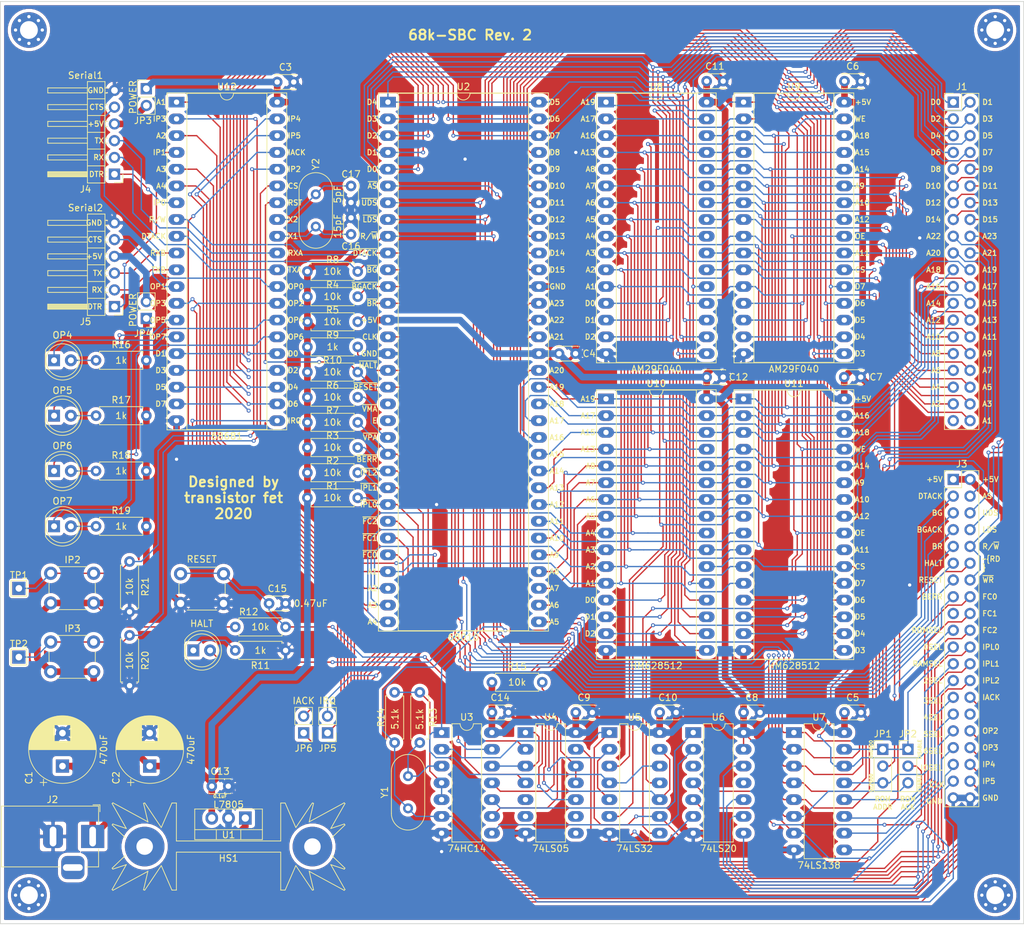
<source format=kicad_pcb>
(kicad_pcb (version 20171130) (host pcbnew 5.1.6+dfsg1-1)
  (title_block (title 68k-SBC) (rev 2))
  (layers (0 F.Cu signal) (31 B.Cu signal) (34 B.Paste user) (35 F.Paste user) (36 B.SilkS user) (37 F.SilkS user) (38 B.Mask user) (39 F.Mask user) (44 Edge.Cuts user))
  (net 0 "")
  (net 1 GND)
  (net 2 +5V)
  (net 3 HALT)
  (net 4 "Net-(D1-Pad1)")
  (net 5 "Net-(D2-Pad2)")
  (net 6 "Net-(D2-Pad1)")
  (net 7 "Net-(D3-Pad2)")
  (net 8 "Net-(D3-Pad1)")
  (net 9 "Net-(D4-Pad2)")
  (net 10 "Net-(D4-Pad1)")
  (net 11 "Net-(D5-Pad2)")
  (net 12 "Net-(D5-Pad1)")
  (net 13 A23)
  (net 14 A22)
  (net 15 A21)
  (net 16 A20)
  (net 17 A19)
  (net 18 A18)
  (net 19 A17)
  (net 20 A16)
  (net 21 A15)
  (net 22 A14)
  (net 23 A13)
  (net 24 A12)
  (net 25 A11)
  (net 26 A10)
  (net 27 A9)
  (net 28 A8)
  (net 29 A7)
  (net 30 A6)
  (net 31 A5)
  (net 32 A4)
  (net 33 A3)
  (net 34 A2)
  (net 35 A1)
  (net 36 D15)
  (net 37 D14)
  (net 38 D13)
  (net 39 D12)
  (net 40 D11)
  (net 41 D10)
  (net 42 D9)
  (net 43 D8)
  (net 44 D7)
  (net 45 D6)
  (net 46 D5)
  (net 47 D4)
  (net 48 D3)
  (net 49 D2)
  (net 50 D1)
  (net 51 D0)
  (net 52 IOSEL)
  (net 53 CLK)
  (net 54 6SEL)
  (net 55 FC2)
  (net 56 5SEL)
  (net 57 FC1)
  (net 58 4SEL)
  (net 59 FC0)
  (net 60 3SEL)
  (net 61 2SEL)
  (net 62 RAMSEL)
  (net 63 OP3)
  (net 64 ROMSEL)
  (net 65 OP2)
  (net 66 IPL2)
  (net 67 IPL1)
  (net 68 BR)
  (net 69 IPL0)
  (net 70 BG)
  (net 71 RESET)
  (net 72 BGACK)
  (net 73 R~W)
  (net 74 LDS)
  (net 75 RD)
  (net 76 UDS)
  (net 77 BERR)
  (net 78 AS)
  (net 79 DTACK)
  (net 80 "Net-(J4-Pad5)")
  (net 81 "Net-(J4-Pad4)")
  (net 82 "Net-(J4-Pad3)")
  (net 83 "Net-(J4-Pad2)")
  (net 84 "Net-(J4-Pad1)")
  (net 85 "Net-(J5-Pad5)")
  (net 86 "Net-(J5-Pad4)")
  (net 87 "Net-(J5-Pad3)")
  (net 88 "Net-(J5-Pad2)")
  (net 89 "Net-(J5-Pad1)")
  (net 90 0SEL)
  (net 91 "Net-(J1-Pad39)")
  (net 92 SIRQ)
  (net 93 "Net-(C1-Pad1)")
  (net 94 IACK)
  (net 95 "Net-(JP2-Pad2)")
  (net 96 "Net-(R13-Pad2)")
  (net 97 "Net-(R13-Pad1)")
  (net 98 "Net-(U3-Pad10)")
  (net 99 "Net-(U3-Pad8)")
  (net 100 RD-U)
  (net 101 WR-U)
  (net 102 RD-L)
  (net 103 WR-L)
  (net 104 "Net-(C17-Pad2)")
  (net 105 "Net-(J3-Pad30)")
  (net 106 "Net-(J3-Pad17)")
  (net 107 SIACK)
  (net 108 "Net-(R6-Pad2)")
  (net 109 "Net-(R15-Pad2)")
  (net 110 "Net-(R20-Pad1)")
  (net 111 "Net-(R21-Pad1)")
  (net 112 "Net-(U2-Pad20)")
  (net 113 "Net-(U2-Pad19)")
  (net 114 "Net-(U3-Pad12)")
  (net 115 "Net-(C15-Pad1)")
  (net 116 "Net-(C16-Pad2)")
  (net 117 "Net-(U4-Pad13)")
  (net 118 IP5)
  (net 119 IP4)
  (module MountingHole:MountingHole_2.7mm_Pad_Via (layer F.Cu) (at 206.502 157.988)
    (fp_text reference H4)
    (fp_text value .)
    (pad 1 thru_hole circle (at 1.431891 -1.431891) (size 0.8 0.8) (drill 0.5) (layers *.Cu *.Mask))
    (pad 1 thru_hole circle (at 0 -2.025) (size 0.8 0.8) (drill 0.5) (layers *.Cu *.Mask))
    (pad 1 thru_hole circle (at -1.431891 -1.431891) (size 0.8 0.8) (drill 0.5) (layers *.Cu *.Mask))
    (pad 1 thru_hole circle (at -2.025 0) (size 0.8 0.8) (drill 0.5) (layers *.Cu *.Mask))
    (pad 1 thru_hole circle (at -1.431891 1.431891) (size 0.8 0.8) (drill 0.5) (layers *.Cu *.Mask))
    (pad 1 thru_hole circle (at 0 2.025) (size 0.8 0.8) (drill 0.5) (layers *.Cu *.Mask))
    (pad 1 thru_hole circle (at 1.431891 1.431891) (size 0.8 0.8) (drill 0.5) (layers *.Cu *.Mask))
    (pad 1 thru_hole circle (at 2.025 0) (size 0.8 0.8) (drill 0.5) (layers *.Cu *.Mask))
    (pad 1 thru_hole circle (at 0 0) (size 5.4 5.4) (drill 2.7) (layers *.Cu *.Mask))
  )
  (module MountingHole:MountingHole_2.7mm_Pad_Via (layer F.Cu) (at 60.198 157.988)
    (fp_text reference H3)
    (fp_text value .)
    (pad 1 thru_hole circle (at 1.431891 -1.431891) (size 0.8 0.8) (drill 0.5) (layers *.Cu *.Mask))
    (pad 1 thru_hole circle (at 0 -2.025) (size 0.8 0.8) (drill 0.5) (layers *.Cu *.Mask))
    (pad 1 thru_hole circle (at -1.431891 -1.431891) (size 0.8 0.8) (drill 0.5) (layers *.Cu *.Mask))
    (pad 1 thru_hole circle (at -2.025 0) (size 0.8 0.8) (drill 0.5) (layers *.Cu *.Mask))
    (pad 1 thru_hole circle (at -1.431891 1.431891) (size 0.8 0.8) (drill 0.5) (layers *.Cu *.Mask))
    (pad 1 thru_hole circle (at 0 2.025) (size 0.8 0.8) (drill 0.5) (layers *.Cu *.Mask))
    (pad 1 thru_hole circle (at 1.431891 1.431891) (size 0.8 0.8) (drill 0.5) (layers *.Cu *.Mask))
    (pad 1 thru_hole circle (at 2.025 0) (size 0.8 0.8) (drill 0.5) (layers *.Cu *.Mask))
    (pad 1 thru_hole circle (at 0 0) (size 5.4 5.4) (drill 2.7) (layers *.Cu *.Mask))
  )
  (module MountingHole:MountingHole_2.7mm_Pad_Via (layer F.Cu) (at 206.502 26.924)
    (fp_text reference H2)
    (fp_text value .)
    (pad 1 thru_hole circle (at 1.431891 -1.431891) (size 0.8 0.8) (drill 0.5) (layers *.Cu *.Mask))
    (pad 1 thru_hole circle (at 0 -2.025) (size 0.8 0.8) (drill 0.5) (layers *.Cu *.Mask))
    (pad 1 thru_hole circle (at -1.431891 -1.431891) (size 0.8 0.8) (drill 0.5) (layers *.Cu *.Mask))
    (pad 1 thru_hole circle (at -2.025 0) (size 0.8 0.8) (drill 0.5) (layers *.Cu *.Mask))
    (pad 1 thru_hole circle (at -1.431891 1.431891) (size 0.8 0.8) (drill 0.5) (layers *.Cu *.Mask))
    (pad 1 thru_hole circle (at 0 2.025) (size 0.8 0.8) (drill 0.5) (layers *.Cu *.Mask))
    (pad 1 thru_hole circle (at 1.431891 1.431891) (size 0.8 0.8) (drill 0.5) (layers *.Cu *.Mask))
    (pad 1 thru_hole circle (at 2.025 0) (size 0.8 0.8) (drill 0.5) (layers *.Cu *.Mask))
    (pad 1 thru_hole circle (at 0 0) (size 5.4 5.4) (drill 2.7) (layers *.Cu *.Mask))
  )
  (module MountingHole:MountingHole_2.7mm_Pad_Via (layer F.Cu) (at 60.198 26.924)
    (fp_text reference H1)
    (fp_text value .)
    (pad 1 thru_hole circle (at 1.431891 -1.431891) (size 0.8 0.8) (drill 0.5) (layers *.Cu *.Mask))
    (pad 1 thru_hole circle (at 0 -2.025) (size 0.8 0.8) (drill 0.5) (layers *.Cu *.Mask))
    (pad 1 thru_hole circle (at -1.431891 -1.431891) (size 0.8 0.8) (drill 0.5) (layers *.Cu *.Mask))
    (pad 1 thru_hole circle (at -2.025 0) (size 0.8 0.8) (drill 0.5) (layers *.Cu *.Mask))
    (pad 1 thru_hole circle (at -1.431891 1.431891) (size 0.8 0.8) (drill 0.5) (layers *.Cu *.Mask))
    (pad 1 thru_hole circle (at 0 2.025) (size 0.8 0.8) (drill 0.5) (layers *.Cu *.Mask))
    (pad 1 thru_hole circle (at 1.431891 1.431891) (size 0.8 0.8) (drill 0.5) (layers *.Cu *.Mask))
    (pad 1 thru_hole circle (at 2.025 0) (size 0.8 0.8) (drill 0.5) (layers *.Cu *.Mask))
    (pad 1 thru_hole circle (at 0 0) (size 5.4 5.4) (drill 2.7) (layers *.Cu *.Mask))
  )
  (module TestPoint:TestPoint_THTPad_2.0x2.0mm_Drill1.0mm (layer F.Cu) (at 58.674 121.92)
    (fp_text reference TP2 (at 0 -1.998) (layer F.SilkS))
    (fp_text value IP3)
    (pad 1 thru_hole rect (at 0 0) (size 2 2) (drill 1) (layers *.Cu *.Mask) (net 110 "Net-(R20-Pad1)"))
  )
  (module TestPoint:TestPoint_THTPad_2.0x2.0mm_Drill1.0mm (layer F.Cu) (at 58.674 111.506)
    (fp_text reference TP1 (at 0 -1.998) (layer F.SilkS))
    (fp_text value IP2)
    (pad 1 thru_hole rect (at 0 0) (size 2 2) (drill 1) (layers *.Cu *.Mask) (net 111 "Net-(R21-Pad1)"))
  )
  (module Package_DIP:DIP-14_W7.62mm_LongPads (layer F.Cu) (at 135.382 133.35)
    (fp_text reference U4 (at 3.81 -2.33) (layer F.SilkS))
    (fp_text value 74LS05 (at 3.81 17.57) (layer F.SilkS))
    (pad 14 thru_hole oval (at 7.62 0) (size 2.4 1.6) (drill 0.8) (layers *.Cu *.Mask) (net 2 +5V))
    (pad 7 thru_hole oval (at 0 15.24) (size 2.4 1.6) (drill 0.8) (layers *.Cu *.Mask) (net 1 GND))
    (pad 13 thru_hole oval (at 7.62 2.54) (size 2.4 1.6) (drill 0.8) (layers *.Cu *.Mask) (net 117 "Net-(U4-Pad13)"))
    (pad 6 thru_hole oval (at 0 12.7) (size 2.4 1.6) (drill 0.8) (layers *.Cu *.Mask))
    (pad 12 thru_hole oval (at 7.62 5.08) (size 2.4 1.6) (drill 0.8) (layers *.Cu *.Mask) (net 109 "Net-(R15-Pad2)"))
    (pad 5 thru_hole oval (at 0 10.16) (size 2.4 1.6) (drill 0.8) (layers *.Cu *.Mask))
    (pad 11 thru_hole oval (at 7.62 7.62) (size 2.4 1.6) (drill 0.8) (layers *.Cu *.Mask) (net 109 "Net-(R15-Pad2)"))
    (pad 4 thru_hole oval (at 0 7.62) (size 2.4 1.6) (drill 0.8) (layers *.Cu *.Mask) (net 71 RESET))
    (pad 10 thru_hole oval (at 7.62 10.16) (size 2.4 1.6) (drill 0.8) (layers *.Cu *.Mask) (net 79 DTACK))
    (pad 3 thru_hole oval (at 0 5.08) (size 2.4 1.6) (drill 0.8) (layers *.Cu *.Mask) (net 114 "Net-(U3-Pad12)"))
    (pad 9 thru_hole oval (at 7.62 12.7) (size 2.4 1.6) (drill 0.8) (layers *.Cu *.Mask))
    (pad 2 thru_hole oval (at 0 2.54) (size 2.4 1.6) (drill 0.8) (layers *.Cu *.Mask) (net 3 HALT))
    (pad 8 thru_hole oval (at 7.62 15.24) (size 2.4 1.6) (drill 0.8) (layers *.Cu *.Mask))
    (pad 1 thru_hole rect (at 0 0) (size 2.4 1.6) (drill 0.8) (layers *.Cu *.Mask) (net 114 "Net-(U3-Pad12)"))
  )
  (module Heatsink:Heatsink_Fischer_SK104-STC-STIC_35x13mm_2xDrill2.5mm (layer F.Cu) (at 90.424 150.622)
    (fp_text reference HS1 (at 0 1.778) (layer F.SilkS))
    (fp_text value Heatsink)
    (pad 1 thru_hole circle (at -12.7 0 180) (size 6 6) (drill 2.5) (layers *.Cu *.Mask))
    (pad 1 thru_hole circle (at 12.7 0) (size 6 6) (drill 2.5) (layers *.Cu *.Mask))
  )
  (module Package_TO_SOT_THT:TO-220-3_Vertical (layer F.Cu) (at 92.964 146.304 180)
    (fp_text reference U1 (at 2.54 -2.54) (layer F.SilkS))
    (fp_text value L7805 (at 2.54 2.032) (layer F.SilkS))
    (pad 1 thru_hole rect (at 0 0 180) (size 1.905 2) (drill 1.1) (layers *.Cu *.Mask) (net 93 "Net-(C1-Pad1)"))
    (pad 2 thru_hole oval (at 2.54 0 180) (size 1.905 2) (drill 1.1) (layers *.Cu *.Mask) (net 1 GND))
    (pad 3 thru_hole oval (at 5.08 0 180) (size 1.905 2) (drill 1.1) (layers *.Cu *.Mask) (net 2 +5V))
  )
  (module Capacitor_THT:C_Disc_D3.0mm_W2.0mm_P2.50mm (layer F.Cu) (at 143.002 130.302)
    (fp_text reference C9 (at 1.25 -2.25) (layer F.SilkS))
    (fp_text value 0.1uF)
    (pad 2 thru_hole circle (at 2.5 0) (size 1.6 1.6) (drill 0.8) (layers *.Cu *.Mask) (net 1 GND))
    (pad 1 thru_hole circle (at 0 0) (size 1.6 1.6) (drill 0.8) (layers *.Cu *.Mask) (net 2 +5V))
  )
  (module Button_Switch_THT:SW_PUSH_6mm (layer F.Cu) (at 89.662 113.792 180)
    (fp_text reference SW1)
    (fp_text value RESET (at 3.302 6.7) (layer F.SilkS))
    (pad 1 thru_hole circle (at 6.5 0 270) (size 2 2) (drill 1.1) (layers *.Cu *.Mask) (net 1 GND))
    (pad 2 thru_hole circle (at 6.5 4.5 270) (size 2 2) (drill 1.1) (layers *.Cu *.Mask) (net 115 "Net-(C15-Pad1)"))
    (pad 1 thru_hole circle (at 0 0 270) (size 2 2) (drill 1.1) (layers *.Cu *.Mask) (net 1 GND))
    (pad 2 thru_hole circle (at 0 4.5 270) (size 2 2) (drill 1.1) (layers *.Cu *.Mask) (net 115 "Net-(C15-Pad1)"))
  )
  (module Resistor_THT:R_Axial_DIN0207_L6.3mm_D2.5mm_P7.62mm_Horizontal (layer F.Cu) (at 130.302 125.73)
    (fp_text reference R15 (at 3.81 -2.37) (layer F.SilkS))
    (fp_text value 10k (at 3.81 0) (layer F.SilkS))
    (pad 2 thru_hole oval (at 7.62 0) (size 1.6 1.6) (drill 0.8) (layers *.Cu *.Mask) (net 109 "Net-(R15-Pad2)"))
    (pad 1 thru_hole circle (at 0 0) (size 1.6 1.6) (drill 0.8) (layers *.Cu *.Mask) (net 2 +5V))
  )
  (module Resistor_THT:R_Axial_DIN0207_L6.3mm_D2.5mm_P7.62mm_Horizontal (layer F.Cu) (at 91.44 117.348)
    (fp_text reference R12 (at 2.032 -2.286) (layer F.SilkS))
    (fp_text value 10k (at 3.81 0) (layer F.SilkS))
    (pad 2 thru_hole oval (at 7.62 0) (size 1.6 1.6) (drill 0.8) (layers *.Cu *.Mask) (net 115 "Net-(C15-Pad1)"))
    (pad 1 thru_hole circle (at 0 0) (size 1.6 1.6) (drill 0.8) (layers *.Cu *.Mask) (net 2 +5V))
  )
  (module Connector_PinHeader_2.54mm:PinHeader_1x02_P2.54mm_Vertical (layer F.Cu) (at 101.794 133.406 180)
    (fp_text reference JP6 (at 0 -2.33) (layer F.SilkS))
    (fp_text value IACK (at 0 4.87) (layer F.SilkS))
    (pad 2 thru_hole oval (at 0 2.54 180) (size 1.7 1.7) (drill 1) (layers *.Cu *.Mask) (net 107 SIACK))
    (pad 1 thru_hole rect (at 0 0 180) (size 1.7 1.7) (drill 1) (layers *.Cu *.Mask) (net 94 IACK))
  )
  (module Connector_PinHeader_2.54mm:PinHeader_1x02_P2.54mm_Vertical (layer F.Cu) (at 105.41 133.406 180)
    (fp_text reference JP5 (at 0 -2.33) (layer F.SilkS))
    (fp_text value IRQ (at 0 4.87) (layer F.SilkS))
    (pad 2 thru_hole oval (at 0 2.54 180) (size 1.7 1.7) (drill 1) (layers *.Cu *.Mask) (net 67 IPL1))
    (pad 1 thru_hole rect (at 0 0 180) (size 1.7 1.7) (drill 1) (layers *.Cu *.Mask) (net 92 SIRQ))
  )
  (module Capacitor_THT:C_Disc_D3.0mm_W2.0mm_P2.50mm (layer F.Cu) (at 96.56 113.792)
    (fp_text reference C15 (at 1.25 -2.25) (layer F.SilkS))
    (fp_text value 0.47uF (at 6.31 0) (layer F.SilkS))
    (pad 2 thru_hole circle (at 2.5 0) (size 1.6 1.6) (drill 0.8) (layers *.Cu *.Mask) (net 1 GND))
    (pad 1 thru_hole circle (at 0 0) (size 1.6 1.6) (drill 0.8) (layers *.Cu *.Mask) (net 115 "Net-(C15-Pad1)"))
  )
  (module Capacitor_THT:CP_Radial_D10.0mm_P5.00mm (layer F.Cu) (at 78.486 138.43 90)
    (fp_text reference C2 (at -1.778 -5.08 90) (layer F.SilkS))
    (fp_text value 470uF (at 2.5 6.25 90) (layer F.SilkS))
    (pad 1 thru_hole rect (at 0 0 90) (size 2 2) (drill 1) (layers *.Cu *.Mask) (net 2 +5V))
    (pad 2 thru_hole circle (at 5 0 90) (size 2 2) (drill 1) (layers *.Cu *.Mask) (net 1 GND))
  )
  (module Capacitor_THT:CP_Radial_D10.0mm_P5.00mm (layer F.Cu) (at 65.278 138.43 90)
    (fp_text reference C1 (at -1.778 -5.08 90) (layer F.SilkS))
    (fp_text value 470uF (at 2.5 6.25 90) (layer F.SilkS))
    (pad 2 thru_hole circle (at 5 0 90) (size 2 2) (drill 1) (layers *.Cu *.Mask) (net 1 GND))
    (pad 1 thru_hole rect (at 0 0 90) (size 2 2) (drill 1) (layers *.Cu *.Mask) (net 93 "Net-(C1-Pad1)"))
  )
  (module Connector_PinHeader_2.54mm:PinHeader_1x03_P2.54mm_Vertical (layer F.Cu) (at 193.294 135.89)
    (fp_text reference JP2 (at 0 -2.33) (layer F.SilkS))
    (fp_text value ROMACK)
    (pad 3 thru_hole oval (at 0 5.08) (size 1.7 1.7) (drill 1) (layers *.Cu *.Mask) (net 2 +5V))
    (pad 2 thru_hole oval (at 0 2.54) (size 1.7 1.7) (drill 1) (layers *.Cu *.Mask) (net 95 "Net-(JP2-Pad2)"))
    (pad 1 thru_hole rect (at 0 0) (size 1.7 1.7) (drill 1) (layers *.Cu *.Mask) (net 90 0SEL))
  )
  (module Package_DIP:DIP-32_W15.24mm_Socket_LongPads (layer F.Cu) (at 168.402 37.846)
    (fp_text reference U9 (at 7.62 -2.33) (layer F.SilkS))
    (fp_text value AM29F040 (at 7.62 40.43) (layer F.SilkS))
    (pad 32 thru_hole oval (at 15.24 0) (size 2.4 1.6) (drill 0.8) (layers *.Cu *.Mask) (net 2 +5V))
    (pad 16 thru_hole oval (at 0 38.1) (size 2.4 1.6) (drill 0.8) (layers *.Cu *.Mask) (net 1 GND))
    (pad 31 thru_hole oval (at 15.24 2.54) (size 2.4 1.6) (drill 0.8) (layers *.Cu *.Mask) (net 101 WR-U))
    (pad 15 thru_hole oval (at 0 35.56) (size 2.4 1.6) (drill 0.8) (layers *.Cu *.Mask) (net 41 D10))
    (pad 30 thru_hole oval (at 15.24 5.08) (size 2.4 1.6) (drill 0.8) (layers *.Cu *.Mask) (net 18 A18))
    (pad 14 thru_hole oval (at 0 33.02) (size 2.4 1.6) (drill 0.8) (layers *.Cu *.Mask) (net 42 D9))
    (pad 29 thru_hole oval (at 15.24 7.62) (size 2.4 1.6) (drill 0.8) (layers *.Cu *.Mask) (net 21 A15))
    (pad 13 thru_hole oval (at 0 30.48) (size 2.4 1.6) (drill 0.8) (layers *.Cu *.Mask) (net 43 D8))
    (pad 28 thru_hole oval (at 15.24 10.16) (size 2.4 1.6) (drill 0.8) (layers *.Cu *.Mask) (net 22 A14))
    (pad 12 thru_hole oval (at 0 27.94) (size 2.4 1.6) (drill 0.8) (layers *.Cu *.Mask) (net 35 A1))
    (pad 27 thru_hole oval (at 15.24 12.7) (size 2.4 1.6) (drill 0.8) (layers *.Cu *.Mask) (net 27 A9))
    (pad 11 thru_hole oval (at 0 25.4) (size 2.4 1.6) (drill 0.8) (layers *.Cu *.Mask) (net 34 A2))
    (pad 26 thru_hole oval (at 15.24 15.24) (size 2.4 1.6) (drill 0.8) (layers *.Cu *.Mask) (net 26 A10))
    (pad 10 thru_hole oval (at 0 22.86) (size 2.4 1.6) (drill 0.8) (layers *.Cu *.Mask) (net 33 A3))
    (pad 25 thru_hole oval (at 15.24 17.78) (size 2.4 1.6) (drill 0.8) (layers *.Cu *.Mask) (net 24 A12))
    (pad 9 thru_hole oval (at 0 20.32) (size 2.4 1.6) (drill 0.8) (layers *.Cu *.Mask) (net 32 A4))
    (pad 24 thru_hole oval (at 15.24 20.32) (size 2.4 1.6) (drill 0.8) (layers *.Cu *.Mask) (net 100 RD-U))
    (pad 8 thru_hole oval (at 0 17.78) (size 2.4 1.6) (drill 0.8) (layers *.Cu *.Mask) (net 31 A5))
    (pad 23 thru_hole oval (at 15.24 22.86) (size 2.4 1.6) (drill 0.8) (layers *.Cu *.Mask) (net 25 A11))
    (pad 7 thru_hole oval (at 0 15.24) (size 2.4 1.6) (drill 0.8) (layers *.Cu *.Mask) (net 30 A6))
    (pad 22 thru_hole oval (at 15.24 25.4) (size 2.4 1.6) (drill 0.8) (layers *.Cu *.Mask) (net 64 ROMSEL))
    (pad 6 thru_hole oval (at 0 12.7) (size 2.4 1.6) (drill 0.8) (layers *.Cu *.Mask) (net 29 A7))
    (pad 21 thru_hole oval (at 15.24 27.94) (size 2.4 1.6) (drill 0.8) (layers *.Cu *.Mask) (net 36 D15))
    (pad 5 thru_hole oval (at 0 10.16) (size 2.4 1.6) (drill 0.8) (layers *.Cu *.Mask) (net 28 A8))
    (pad 20 thru_hole oval (at 15.24 30.48) (size 2.4 1.6) (drill 0.8) (layers *.Cu *.Mask) (net 37 D14))
    (pad 4 thru_hole oval (at 0 7.62) (size 2.4 1.6) (drill 0.8) (layers *.Cu *.Mask) (net 23 A13))
    (pad 19 thru_hole oval (at 15.24 33.02) (size 2.4 1.6) (drill 0.8) (layers *.Cu *.Mask) (net 38 D13))
    (pad 3 thru_hole oval (at 0 5.08) (size 2.4 1.6) (drill 0.8) (layers *.Cu *.Mask) (net 20 A16))
    (pad 18 thru_hole oval (at 15.24 35.56) (size 2.4 1.6) (drill 0.8) (layers *.Cu *.Mask) (net 39 D12))
    (pad 2 thru_hole oval (at 0 2.54) (size 2.4 1.6) (drill 0.8) (layers *.Cu *.Mask) (net 19 A17))
    (pad 17 thru_hole oval (at 15.24 38.1) (size 2.4 1.6) (drill 0.8) (layers *.Cu *.Mask) (net 40 D11))
    (pad 1 thru_hole rect (at 0 0) (size 2.4 1.6) (drill 0.8) (layers *.Cu *.Mask) (net 17 A19))
  )
  (module Package_DIP:DIP-32_W15.24mm_Socket_LongPads (layer F.Cu) (at 147.574 37.846)
    (fp_text reference U8 (at 7.62 -2.33) (layer F.SilkS))
    (fp_text value AM29F040 (at 7.62 40.43) (layer F.SilkS))
    (pad 32 thru_hole oval (at 15.24 0) (size 2.4 1.6) (drill 0.8) (layers *.Cu *.Mask) (net 2 +5V))
    (pad 16 thru_hole oval (at 0 38.1) (size 2.4 1.6) (drill 0.8) (layers *.Cu *.Mask) (net 1 GND))
    (pad 31 thru_hole oval (at 15.24 2.54) (size 2.4 1.6) (drill 0.8) (layers *.Cu *.Mask) (net 103 WR-L))
    (pad 15 thru_hole oval (at 0 35.56) (size 2.4 1.6) (drill 0.8) (layers *.Cu *.Mask) (net 49 D2))
    (pad 30 thru_hole oval (at 15.24 5.08) (size 2.4 1.6) (drill 0.8) (layers *.Cu *.Mask) (net 18 A18))
    (pad 14 thru_hole oval (at 0 33.02) (size 2.4 1.6) (drill 0.8) (layers *.Cu *.Mask) (net 50 D1))
    (pad 29 thru_hole oval (at 15.24 7.62) (size 2.4 1.6) (drill 0.8) (layers *.Cu *.Mask) (net 21 A15))
    (pad 13 thru_hole oval (at 0 30.48) (size 2.4 1.6) (drill 0.8) (layers *.Cu *.Mask) (net 51 D0))
    (pad 28 thru_hole oval (at 15.24 10.16) (size 2.4 1.6) (drill 0.8) (layers *.Cu *.Mask) (net 22 A14))
    (pad 12 thru_hole oval (at 0 27.94) (size 2.4 1.6) (drill 0.8) (layers *.Cu *.Mask) (net 35 A1))
    (pad 27 thru_hole oval (at 15.24 12.7) (size 2.4 1.6) (drill 0.8) (layers *.Cu *.Mask) (net 27 A9))
    (pad 11 thru_hole oval (at 0 25.4) (size 2.4 1.6) (drill 0.8) (layers *.Cu *.Mask) (net 34 A2))
    (pad 26 thru_hole oval (at 15.24 15.24) (size 2.4 1.6) (drill 0.8) (layers *.Cu *.Mask) (net 26 A10))
    (pad 10 thru_hole oval (at 0 22.86) (size 2.4 1.6) (drill 0.8) (layers *.Cu *.Mask) (net 33 A3))
    (pad 25 thru_hole oval (at 15.24 17.78) (size 2.4 1.6) (drill 0.8) (layers *.Cu *.Mask) (net 24 A12))
    (pad 9 thru_hole oval (at 0 20.32) (size 2.4 1.6) (drill 0.8) (layers *.Cu *.Mask) (net 32 A4))
    (pad 24 thru_hole oval (at 15.24 20.32) (size 2.4 1.6) (drill 0.8) (layers *.Cu *.Mask) (net 102 RD-L))
    (pad 8 thru_hole oval (at 0 17.78) (size 2.4 1.6) (drill 0.8) (layers *.Cu *.Mask) (net 31 A5))
    (pad 23 thru_hole oval (at 15.24 22.86) (size 2.4 1.6) (drill 0.8) (layers *.Cu *.Mask) (net 25 A11))
    (pad 7 thru_hole oval (at 0 15.24) (size 2.4 1.6) (drill 0.8) (layers *.Cu *.Mask) (net 30 A6))
    (pad 22 thru_hole oval (at 15.24 25.4) (size 2.4 1.6) (drill 0.8) (layers *.Cu *.Mask) (net 64 ROMSEL))
    (pad 6 thru_hole oval (at 0 12.7) (size 2.4 1.6) (drill 0.8) (layers *.Cu *.Mask) (net 29 A7))
    (pad 21 thru_hole oval (at 15.24 27.94) (size 2.4 1.6) (drill 0.8) (layers *.Cu *.Mask) (net 44 D7))
    (pad 5 thru_hole oval (at 0 10.16) (size 2.4 1.6) (drill 0.8) (layers *.Cu *.Mask) (net 28 A8))
    (pad 20 thru_hole oval (at 15.24 30.48) (size 2.4 1.6) (drill 0.8) (layers *.Cu *.Mask) (net 45 D6))
    (pad 4 thru_hole oval (at 0 7.62) (size 2.4 1.6) (drill 0.8) (layers *.Cu *.Mask) (net 23 A13))
    (pad 19 thru_hole oval (at 15.24 33.02) (size 2.4 1.6) (drill 0.8) (layers *.Cu *.Mask) (net 46 D5))
    (pad 3 thru_hole oval (at 0 5.08) (size 2.4 1.6) (drill 0.8) (layers *.Cu *.Mask) (net 20 A16))
    (pad 18 thru_hole oval (at 15.24 35.56) (size 2.4 1.6) (drill 0.8) (layers *.Cu *.Mask) (net 47 D4))
    (pad 2 thru_hole oval (at 0 2.54) (size 2.4 1.6) (drill 0.8) (layers *.Cu *.Mask) (net 19 A17))
    (pad 17 thru_hole oval (at 15.24 38.1) (size 2.4 1.6) (drill 0.8) (layers *.Cu *.Mask) (net 48 D3))
    (pad 1 thru_hole rect (at 0 0) (size 2.4 1.6) (drill 0.8) (layers *.Cu *.Mask) (net 17 A19))
  )
  (module Package_DIP:DIP-14_W7.62mm_LongPads (layer F.Cu) (at 160.782 133.35)
    (fp_text reference U6 (at 3.81 -2.33) (layer F.SilkS))
    (fp_text value 74LS20 (at 3.81 17.57) (layer F.SilkS))
    (pad 1 thru_hole rect (at 0 0) (size 2.4 1.6) (drill 0.8) (layers *.Cu *.Mask) (net 98 "Net-(U3-Pad10)"))
    (pad 8 thru_hole oval (at 7.62 15.24) (size 2.4 1.6) (drill 0.8) (layers *.Cu *.Mask) (net 94 IACK))
    (pad 2 thru_hole oval (at 0 2.54) (size 2.4 1.6) (drill 0.8) (layers *.Cu *.Mask) (net 99 "Net-(U3-Pad8)"))
    (pad 9 thru_hole oval (at 7.62 12.7) (size 2.4 1.6) (drill 0.8) (layers *.Cu *.Mask) (net 59 FC0))
    (pad 3 thru_hole oval (at 0 5.08) (size 2.4 1.6) (drill 0.8) (layers *.Cu *.Mask))
    (pad 10 thru_hole oval (at 7.62 10.16) (size 2.4 1.6) (drill 0.8) (layers *.Cu *.Mask) (net 57 FC1))
    (pad 4 thru_hole oval (at 0 7.62) (size 2.4 1.6) (drill 0.8) (layers *.Cu *.Mask) (net 52 IOSEL))
    (pad 11 thru_hole oval (at 7.62 7.62) (size 2.4 1.6) (drill 0.8) (layers *.Cu *.Mask))
    (pad 5 thru_hole oval (at 0 10.16) (size 2.4 1.6) (drill 0.8) (layers *.Cu *.Mask) (net 95 "Net-(JP2-Pad2)"))
    (pad 12 thru_hole oval (at 7.62 5.08) (size 2.4 1.6) (drill 0.8) (layers *.Cu *.Mask) (net 55 FC2))
    (pad 6 thru_hole oval (at 0 12.7) (size 2.4 1.6) (drill 0.8) (layers *.Cu *.Mask) (net 117 "Net-(U4-Pad13)"))
    (pad 13 thru_hole oval (at 7.62 2.54) (size 2.4 1.6) (drill 0.8) (layers *.Cu *.Mask) (net 2 +5V))
    (pad 7 thru_hole oval (at 0 15.24) (size 2.4 1.6) (drill 0.8) (layers *.Cu *.Mask) (net 1 GND))
    (pad 14 thru_hole oval (at 7.62 0) (size 2.4 1.6) (drill 0.8) (layers *.Cu *.Mask) (net 2 +5V))
  )
  (module Connector_PinHeader_2.54mm:PinHeader_1x02_P2.54mm_Vertical (layer F.Cu) (at 77.978 70.612 180)
    (fp_text reference JP4 (at 0.508 -2.286) (layer F.SilkS))
    (fp_text value POWER (at 2.032 1.27 90) (layer F.SilkS))
    (pad 2 thru_hole oval (at 0 2.54 180) (size 1.7 1.7) (drill 1) (layers *.Cu *.Mask) (net 86 "Net-(J5-Pad4)"))
    (pad 1 thru_hole rect (at 0 0 180) (size 1.7 1.7) (drill 1) (layers *.Cu *.Mask) (net 2 +5V))
  )
  (module Connector_PinHeader_2.54mm:PinHeader_1x02_P2.54mm_Vertical (layer F.Cu) (at 77.978 35.814)
    (fp_text reference JP3 (at -0.508 4.826) (layer F.SilkS))
    (fp_text value POWER (at -2.032 1.27 90) (layer F.SilkS))
    (pad 2 thru_hole oval (at 0 2.54) (size 1.7 1.7) (drill 1) (layers *.Cu *.Mask) (net 81 "Net-(J4-Pad4)"))
    (pad 1 thru_hole rect (at 0 0) (size 1.7 1.7) (drill 1) (layers *.Cu *.Mask) (net 2 +5V))
  )
  (module Package_DIP:DIP-64_W22.86mm_Socket_LongPads (layer F.Cu) (at 114.554 37.846)
    (fp_text reference U2 (at 11.43 -2.33) (layer F.SilkS))
    (fp_text value 68010 (at 11.43 81.07) (layer F.SilkS))
    (pad 64 thru_hole oval (at 22.86 0) (size 2.4 1.6) (drill 0.8) (layers *.Cu *.Mask) (net 46 D5))
    (pad 32 thru_hole oval (at 0 78.74) (size 2.4 1.6) (drill 0.8) (layers *.Cu *.Mask) (net 32 A4))
    (pad 63 thru_hole oval (at 22.86 2.54) (size 2.4 1.6) (drill 0.8) (layers *.Cu *.Mask) (net 45 D6))
    (pad 31 thru_hole oval (at 0 76.2) (size 2.4 1.6) (drill 0.8) (layers *.Cu *.Mask) (net 33 A3))
    (pad 62 thru_hole oval (at 22.86 5.08) (size 2.4 1.6) (drill 0.8) (layers *.Cu *.Mask) (net 44 D7))
    (pad 30 thru_hole oval (at 0 73.66) (size 2.4 1.6) (drill 0.8) (layers *.Cu *.Mask) (net 34 A2))
    (pad 61 thru_hole oval (at 22.86 7.62) (size 2.4 1.6) (drill 0.8) (layers *.Cu *.Mask) (net 43 D8))
    (pad 29 thru_hole oval (at 0 71.12) (size 2.4 1.6) (drill 0.8) (layers *.Cu *.Mask) (net 35 A1))
    (pad 60 thru_hole oval (at 22.86 10.16) (size 2.4 1.6) (drill 0.8) (layers *.Cu *.Mask) (net 42 D9))
    (pad 28 thru_hole oval (at 0 68.58) (size 2.4 1.6) (drill 0.8) (layers *.Cu *.Mask) (net 59 FC0))
    (pad 59 thru_hole oval (at 22.86 12.7) (size 2.4 1.6) (drill 0.8) (layers *.Cu *.Mask) (net 41 D10))
    (pad 27 thru_hole oval (at 0 66.04) (size 2.4 1.6) (drill 0.8) (layers *.Cu *.Mask) (net 57 FC1))
    (pad 58 thru_hole oval (at 22.86 15.24) (size 2.4 1.6) (drill 0.8) (layers *.Cu *.Mask) (net 40 D11))
    (pad 26 thru_hole oval (at 0 63.5) (size 2.4 1.6) (drill 0.8) (layers *.Cu *.Mask) (net 55 FC2))
    (pad 57 thru_hole oval (at 22.86 17.78) (size 2.4 1.6) (drill 0.8) (layers *.Cu *.Mask) (net 39 D12))
    (pad 25 thru_hole oval (at 0 60.96) (size 2.4 1.6) (drill 0.8) (layers *.Cu *.Mask) (net 69 IPL0))
    (pad 56 thru_hole oval (at 22.86 20.32) (size 2.4 1.6) (drill 0.8) (layers *.Cu *.Mask) (net 38 D13))
    (pad 24 thru_hole oval (at 0 58.42) (size 2.4 1.6) (drill 0.8) (layers *.Cu *.Mask) (net 67 IPL1))
    (pad 55 thru_hole oval (at 22.86 22.86) (size 2.4 1.6) (drill 0.8) (layers *.Cu *.Mask) (net 37 D14))
    (pad 23 thru_hole oval (at 0 55.88) (size 2.4 1.6) (drill 0.8) (layers *.Cu *.Mask) (net 66 IPL2))
    (pad 54 thru_hole oval (at 22.86 25.4) (size 2.4 1.6) (drill 0.8) (layers *.Cu *.Mask) (net 36 D15))
    (pad 22 thru_hole oval (at 0 53.34) (size 2.4 1.6) (drill 0.8) (layers *.Cu *.Mask) (net 77 BERR))
    (pad 53 thru_hole oval (at 22.86 27.94) (size 2.4 1.6) (drill 0.8) (layers *.Cu *.Mask) (net 1 GND))
    (pad 21 thru_hole oval (at 0 50.8) (size 2.4 1.6) (drill 0.8) (layers *.Cu *.Mask) (net 108 "Net-(R6-Pad2)"))
    (pad 52 thru_hole oval (at 22.86 30.48) (size 2.4 1.6) (drill 0.8) (layers *.Cu *.Mask) (net 13 A23))
    (pad 20 thru_hole oval (at 0 48.26) (size 2.4 1.6) (drill 0.8) (layers *.Cu *.Mask) (net 112 "Net-(U2-Pad20)"))
    (pad 51 thru_hole oval (at 22.86 33.02) (size 2.4 1.6) (drill 0.8) (layers *.Cu *.Mask) (net 14 A22))
    (pad 19 thru_hole oval (at 0 45.72) (size 2.4 1.6) (drill 0.8) (layers *.Cu *.Mask) (net 113 "Net-(U2-Pad19)"))
    (pad 50 thru_hole oval (at 22.86 35.56) (size 2.4 1.6) (drill 0.8) (layers *.Cu *.Mask) (net 15 A21))
    (pad 18 thru_hole oval (at 0 43.18) (size 2.4 1.6) (drill 0.8) (layers *.Cu *.Mask) (net 71 RESET))
    (pad 49 thru_hole oval (at 22.86 38.1) (size 2.4 1.6) (drill 0.8) (layers *.Cu *.Mask) (net 2 +5V))
    (pad 17 thru_hole oval (at 0 40.64) (size 2.4 1.6) (drill 0.8) (layers *.Cu *.Mask) (net 3 HALT))
    (pad 48 thru_hole oval (at 22.86 40.64) (size 2.4 1.6) (drill 0.8) (layers *.Cu *.Mask) (net 16 A20))
    (pad 16 thru_hole oval (at 0 38.1) (size 2.4 1.6) (drill 0.8) (layers *.Cu *.Mask) (net 1 GND))
    (pad 47 thru_hole oval (at 22.86 43.18) (size 2.4 1.6) (drill 0.8) (layers *.Cu *.Mask) (net 17 A19))
    (pad 15 thru_hole oval (at 0 35.56) (size 2.4 1.6) (drill 0.8) (layers *.Cu *.Mask) (net 53 CLK))
    (pad 46 thru_hole oval (at 22.86 45.72) (size 2.4 1.6) (drill 0.8) (layers *.Cu *.Mask) (net 18 A18))
    (pad 14 thru_hole oval (at 0 33.02) (size 2.4 1.6) (drill 0.8) (layers *.Cu *.Mask) (net 2 +5V))
    (pad 45 thru_hole oval (at 22.86 48.26) (size 2.4 1.6) (drill 0.8) (layers *.Cu *.Mask) (net 19 A17))
    (pad 13 thru_hole oval (at 0 30.48) (size 2.4 1.6) (drill 0.8) (layers *.Cu *.Mask) (net 68 BR))
    (pad 44 thru_hole oval (at 22.86 50.8) (size 2.4 1.6) (drill 0.8) (layers *.Cu *.Mask) (net 20 A16))
    (pad 12 thru_hole oval (at 0 27.94) (size 2.4 1.6) (drill 0.8) (layers *.Cu *.Mask) (net 72 BGACK))
    (pad 43 thru_hole oval (at 22.86 53.34) (size 2.4 1.6) (drill 0.8) (layers *.Cu *.Mask) (net 21 A15))
    (pad 11 thru_hole oval (at 0 25.4) (size 2.4 1.6) (drill 0.8) (layers *.Cu *.Mask) (net 70 BG))
    (pad 42 thru_hole oval (at 22.86 55.88) (size 2.4 1.6) (drill 0.8) (layers *.Cu *.Mask) (net 22 A14))
    (pad 10 thru_hole oval (at 0 22.86) (size 2.4 1.6) (drill 0.8) (layers *.Cu *.Mask) (net 79 DTACK))
    (pad 41 thru_hole oval (at 22.86 58.42) (size 2.4 1.6) (drill 0.8) (layers *.Cu *.Mask) (net 23 A13))
    (pad 9 thru_hole oval (at 0 20.32) (size 2.4 1.6) (drill 0.8) (layers *.Cu *.Mask) (net 73 R~W))
    (pad 40 thru_hole oval (at 22.86 60.96) (size 2.4 1.6) (drill 0.8) (layers *.Cu *.Mask) (net 24 A12))
    (pad 8 thru_hole oval (at 0 17.78) (size 2.4 1.6) (drill 0.8) (layers *.Cu *.Mask) (net 74 LDS))
    (pad 39 thru_hole oval (at 22.86 63.5) (size 2.4 1.6) (drill 0.8) (layers *.Cu *.Mask) (net 25 A11))
    (pad 7 thru_hole oval (at 0 15.24) (size 2.4 1.6) (drill 0.8) (layers *.Cu *.Mask) (net 76 UDS))
    (pad 38 thru_hole oval (at 22.86 66.04) (size 2.4 1.6) (drill 0.8) (layers *.Cu *.Mask) (net 26 A10))
    (pad 6 thru_hole oval (at 0 12.7) (size 2.4 1.6) (drill 0.8) (layers *.Cu *.Mask) (net 78 AS))
    (pad 37 thru_hole oval (at 22.86 68.58) (size 2.4 1.6) (drill 0.8) (layers *.Cu *.Mask) (net 27 A9))
    (pad 5 thru_hole oval (at 0 10.16) (size 2.4 1.6) (drill 0.8) (layers *.Cu *.Mask) (net 51 D0))
    (pad 36 thru_hole oval (at 22.86 71.12) (size 2.4 1.6) (drill 0.8) (layers *.Cu *.Mask) (net 28 A8))
    (pad 4 thru_hole oval (at 0 7.62) (size 2.4 1.6) (drill 0.8) (layers *.Cu *.Mask) (net 50 D1))
    (pad 35 thru_hole oval (at 22.86 73.66) (size 2.4 1.6) (drill 0.8) (layers *.Cu *.Mask) (net 29 A7))
    (pad 3 thru_hole oval (at 0 5.08) (size 2.4 1.6) (drill 0.8) (layers *.Cu *.Mask) (net 49 D2))
    (pad 34 thru_hole oval (at 22.86 76.2) (size 2.4 1.6) (drill 0.8) (layers *.Cu *.Mask) (net 30 A6))
    (pad 2 thru_hole oval (at 0 2.54) (size 2.4 1.6) (drill 0.8) (layers *.Cu *.Mask) (net 48 D3))
    (pad 33 thru_hole oval (at 22.86 78.74) (size 2.4 1.6) (drill 0.8) (layers *.Cu *.Mask) (net 31 A5))
    (pad 1 thru_hole rect (at 0 0) (size 2.4 1.6) (drill 0.8) (layers *.Cu *.Mask) (net 47 D4))
  )
  (module Package_DIP:DIP-32_W15.24mm_Socket_LongPads (layer F.Cu) (at 147.574 82.804)
    (fp_text reference U10 (at 7.62 -2.33) (layer F.SilkS))
    (fp_text value HM628512 (at 7.62 40.43) (layer F.SilkS))
    (pad 32 thru_hole oval (at 15.24 0) (size 2.4 1.6) (drill 0.8) (layers *.Cu *.Mask) (net 2 +5V))
    (pad 16 thru_hole oval (at 0 38.1) (size 2.4 1.6) (drill 0.8) (layers *.Cu *.Mask) (net 1 GND))
    (pad 31 thru_hole oval (at 15.24 2.54) (size 2.4 1.6) (drill 0.8) (layers *.Cu *.Mask) (net 20 A16))
    (pad 15 thru_hole oval (at 0 35.56) (size 2.4 1.6) (drill 0.8) (layers *.Cu *.Mask) (net 49 D2))
    (pad 30 thru_hole oval (at 15.24 5.08) (size 2.4 1.6) (drill 0.8) (layers *.Cu *.Mask) (net 18 A18))
    (pad 14 thru_hole oval (at 0 33.02) (size 2.4 1.6) (drill 0.8) (layers *.Cu *.Mask) (net 50 D1))
    (pad 29 thru_hole oval (at 15.24 7.62) (size 2.4 1.6) (drill 0.8) (layers *.Cu *.Mask) (net 103 WR-L))
    (pad 13 thru_hole oval (at 0 30.48) (size 2.4 1.6) (drill 0.8) (layers *.Cu *.Mask) (net 51 D0))
    (pad 28 thru_hole oval (at 15.24 10.16) (size 2.4 1.6) (drill 0.8) (layers *.Cu *.Mask) (net 22 A14))
    (pad 12 thru_hole oval (at 0 27.94) (size 2.4 1.6) (drill 0.8) (layers *.Cu *.Mask) (net 35 A1))
    (pad 27 thru_hole oval (at 15.24 12.7) (size 2.4 1.6) (drill 0.8) (layers *.Cu *.Mask) (net 27 A9))
    (pad 11 thru_hole oval (at 0 25.4) (size 2.4 1.6) (drill 0.8) (layers *.Cu *.Mask) (net 34 A2))
    (pad 26 thru_hole oval (at 15.24 15.24) (size 2.4 1.6) (drill 0.8) (layers *.Cu *.Mask) (net 26 A10))
    (pad 10 thru_hole oval (at 0 22.86) (size 2.4 1.6) (drill 0.8) (layers *.Cu *.Mask) (net 33 A3))
    (pad 25 thru_hole oval (at 15.24 17.78) (size 2.4 1.6) (drill 0.8) (layers *.Cu *.Mask) (net 24 A12))
    (pad 9 thru_hole oval (at 0 20.32) (size 2.4 1.6) (drill 0.8) (layers *.Cu *.Mask) (net 32 A4))
    (pad 24 thru_hole oval (at 15.24 20.32) (size 2.4 1.6) (drill 0.8) (layers *.Cu *.Mask) (net 102 RD-L))
    (pad 8 thru_hole oval (at 0 17.78) (size 2.4 1.6) (drill 0.8) (layers *.Cu *.Mask) (net 31 A5))
    (pad 23 thru_hole oval (at 15.24 22.86) (size 2.4 1.6) (drill 0.8) (layers *.Cu *.Mask) (net 25 A11))
    (pad 7 thru_hole oval (at 0 15.24) (size 2.4 1.6) (drill 0.8) (layers *.Cu *.Mask) (net 30 A6))
    (pad 22 thru_hole oval (at 15.24 25.4) (size 2.4 1.6) (drill 0.8) (layers *.Cu *.Mask) (net 62 RAMSEL))
    (pad 6 thru_hole oval (at 0 12.7) (size 2.4 1.6) (drill 0.8) (layers *.Cu *.Mask) (net 29 A7))
    (pad 21 thru_hole oval (at 15.24 27.94) (size 2.4 1.6) (drill 0.8) (layers *.Cu *.Mask) (net 44 D7))
    (pad 5 thru_hole oval (at 0 10.16) (size 2.4 1.6) (drill 0.8) (layers *.Cu *.Mask) (net 28 A8))
    (pad 20 thru_hole oval (at 15.24 30.48) (size 2.4 1.6) (drill 0.8) (layers *.Cu *.Mask) (net 45 D6))
    (pad 4 thru_hole oval (at 0 7.62) (size 2.4 1.6) (drill 0.8) (layers *.Cu *.Mask) (net 23 A13))
    (pad 19 thru_hole oval (at 15.24 33.02) (size 2.4 1.6) (drill 0.8) (layers *.Cu *.Mask) (net 46 D5))
    (pad 3 thru_hole oval (at 0 5.08) (size 2.4 1.6) (drill 0.8) (layers *.Cu *.Mask) (net 21 A15))
    (pad 18 thru_hole oval (at 15.24 35.56) (size 2.4 1.6) (drill 0.8) (layers *.Cu *.Mask) (net 47 D4))
    (pad 2 thru_hole oval (at 0 2.54) (size 2.4 1.6) (drill 0.8) (layers *.Cu *.Mask) (net 19 A17))
    (pad 17 thru_hole oval (at 15.24 38.1) (size 2.4 1.6) (drill 0.8) (layers *.Cu *.Mask) (net 48 D3))
    (pad 1 thru_hole rect (at 0 0) (size 2.4 1.6) (drill 0.8) (layers *.Cu *.Mask) (net 17 A19))
  )
  (module Connector_PinHeader_2.54mm:PinHeader_1x03_P2.54mm_Vertical (layer F.Cu) (at 189.484 135.89)
    (fp_text reference JP1 (at 0 -2.33) (layer F.SilkS))
    (fp_text value ROMJMP)
    (pad 3 thru_hole oval (at 0 5.08) (size 1.7 1.7) (drill 1) (layers *.Cu *.Mask) (net 61 2SEL))
    (pad 2 thru_hole oval (at 0 2.54) (size 1.7 1.7) (drill 1) (layers *.Cu *.Mask) (net 64 ROMSEL))
    (pad 1 thru_hole rect (at 0 0) (size 1.7 1.7) (drill 1) (layers *.Cu *.Mask) (net 90 0SEL))
  )
  (module Crystal:Crystal_HC49-4H_Vertical (layer F.Cu) (at 103.632 51.816 270)
    (fp_text reference Y2 (at -4.572 0 90) (layer F.SilkS))
    (fp_text value Crystal)
    (pad 2 thru_hole circle (at 4.88 0 270) (size 1.5 1.5) (drill 0.8) (layers *.Cu *.Mask) (net 116 "Net-(C16-Pad2)"))
    (pad 1 thru_hole circle (at 0 0 270) (size 1.5 1.5) (drill 0.8) (layers *.Cu *.Mask) (net 104 "Net-(C17-Pad2)"))
  )
  (module Crystal:Crystal_HC49-4H_Vertical (layer F.Cu) (at 117.602 139.954 270)
    (fp_text reference Y1 (at 2.44 3.556 90) (layer F.SilkS))
    (fp_text value Crystal)
    (pad 2 thru_hole circle (at 4.88 0 270) (size 1.5 1.5) (drill 0.8) (layers *.Cu *.Mask) (net 53 CLK))
    (pad 1 thru_hole circle (at 0 0 270) (size 1.5 1.5) (drill 0.8) (layers *.Cu *.Mask) (net 96 "Net-(R13-Pad2)"))
  )
  (module Package_DIP:DIP-40_W15.24mm_Socket_LongPads (layer F.Cu) (at 82.55 37.846)
    (fp_text reference U12 (at 7.62 -2.33) (layer F.SilkS))
    (fp_text value 68681 (at 7.62 50.59) (layer F.SilkS))
    (pad 40 thru_hole oval (at 15.24 0) (size 2.4 1.6) (drill 0.8) (layers *.Cu *.Mask) (net 2 +5V))
    (pad 20 thru_hole oval (at 0 48.26) (size 2.4 1.6) (drill 0.8) (layers *.Cu *.Mask) (net 1 GND))
    (pad 39 thru_hole oval (at 15.24 2.54) (size 2.4 1.6) (drill 0.8) (layers *.Cu *.Mask) (net 119 IP4))
    (pad 19 thru_hole oval (at 0 45.72) (size 2.4 1.6) (drill 0.8) (layers *.Cu *.Mask) (net 44 D7))
    (pad 38 thru_hole oval (at 15.24 5.08) (size 2.4 1.6) (drill 0.8) (layers *.Cu *.Mask) (net 118 IP5))
    (pad 18 thru_hole oval (at 0 43.18) (size 2.4 1.6) (drill 0.8) (layers *.Cu *.Mask) (net 46 D5))
    (pad 37 thru_hole oval (at 15.24 7.62) (size 2.4 1.6) (drill 0.8) (layers *.Cu *.Mask) (net 107 SIACK))
    (pad 17 thru_hole oval (at 0 40.64) (size 2.4 1.6) (drill 0.8) (layers *.Cu *.Mask) (net 48 D3))
    (pad 36 thru_hole oval (at 15.24 10.16) (size 2.4 1.6) (drill 0.8) (layers *.Cu *.Mask) (net 111 "Net-(R21-Pad1)"))
    (pad 16 thru_hole oval (at 0 38.1) (size 2.4 1.6) (drill 0.8) (layers *.Cu *.Mask) (net 50 D1))
    (pad 35 thru_hole oval (at 15.24 12.7) (size 2.4 1.6) (drill 0.8) (layers *.Cu *.Mask) (net 52 IOSEL))
    (pad 15 thru_hole oval (at 0 35.56) (size 2.4 1.6) (drill 0.8) (layers *.Cu *.Mask) (net 12 "Net-(D5-Pad1)"))
    (pad 34 thru_hole oval (at 15.24 15.24) (size 2.4 1.6) (drill 0.8) (layers *.Cu *.Mask) (net 71 RESET))
    (pad 14 thru_hole oval (at 0 33.02) (size 2.4 1.6) (drill 0.8) (layers *.Cu *.Mask) (net 8 "Net-(D3-Pad1)"))
    (pad 33 thru_hole oval (at 15.24 17.78) (size 2.4 1.6) (drill 0.8) (layers *.Cu *.Mask) (net 104 "Net-(C17-Pad2)"))
    (pad 13 thru_hole oval (at 0 30.48) (size 2.4 1.6) (drill 0.8) (layers *.Cu *.Mask) (net 63 OP3))
    (pad 32 thru_hole oval (at 15.24 20.32) (size 2.4 1.6) (drill 0.8) (layers *.Cu *.Mask) (net 116 "Net-(C16-Pad2)"))
    (pad 12 thru_hole oval (at 0 27.94) (size 2.4 1.6) (drill 0.8) (layers *.Cu *.Mask) (net 85 "Net-(J5-Pad5)"))
    (pad 31 thru_hole oval (at 15.24 22.86) (size 2.4 1.6) (drill 0.8) (layers *.Cu *.Mask) (net 82 "Net-(J4-Pad3)"))
    (pad 11 thru_hole oval (at 0 25.4) (size 2.4 1.6) (drill 0.8) (layers *.Cu *.Mask) (net 88 "Net-(J5-Pad2)"))
    (pad 30 thru_hole oval (at 15.24 25.4) (size 2.4 1.6) (drill 0.8) (layers *.Cu *.Mask) (net 83 "Net-(J4-Pad2)"))
    (pad 10 thru_hole oval (at 0 22.86) (size 2.4 1.6) (drill 0.8) (layers *.Cu *.Mask) (net 87 "Net-(J5-Pad3)"))
    (pad 29 thru_hole oval (at 15.24 27.94) (size 2.4 1.6) (drill 0.8) (layers *.Cu *.Mask) (net 80 "Net-(J4-Pad5)"))
    (pad 9 thru_hole oval (at 0 20.32) (size 2.4 1.6) (drill 0.8) (layers *.Cu *.Mask) (net 79 DTACK))
    (pad 28 thru_hole oval (at 15.24 30.48) (size 2.4 1.6) (drill 0.8) (layers *.Cu *.Mask) (net 65 OP2))
    (pad 8 thru_hole oval (at 0 17.78) (size 2.4 1.6) (drill 0.8) (layers *.Cu *.Mask) (net 73 R~W))
    (pad 27 thru_hole oval (at 15.24 33.02) (size 2.4 1.6) (drill 0.8) (layers *.Cu *.Mask) (net 6 "Net-(D2-Pad1)"))
    (pad 7 thru_hole oval (at 0 15.24) (size 2.4 1.6) (drill 0.8) (layers *.Cu *.Mask) (net 84 "Net-(J4-Pad1)"))
    (pad 26 thru_hole oval (at 15.24 35.56) (size 2.4 1.6) (drill 0.8) (layers *.Cu *.Mask) (net 10 "Net-(D4-Pad1)"))
    (pad 6 thru_hole oval (at 0 12.7) (size 2.4 1.6) (drill 0.8) (layers *.Cu *.Mask) (net 32 A4))
    (pad 25 thru_hole oval (at 15.24 38.1) (size 2.4 1.6) (drill 0.8) (layers *.Cu *.Mask) (net 51 D0))
    (pad 5 thru_hole oval (at 0 10.16) (size 2.4 1.6) (drill 0.8) (layers *.Cu *.Mask) (net 33 A3))
    (pad 24 thru_hole oval (at 15.24 40.64) (size 2.4 1.6) (drill 0.8) (layers *.Cu *.Mask) (net 49 D2))
    (pad 4 thru_hole oval (at 0 7.62) (size 2.4 1.6) (drill 0.8) (layers *.Cu *.Mask) (net 89 "Net-(J5-Pad1)"))
    (pad 23 thru_hole oval (at 15.24 43.18) (size 2.4 1.6) (drill 0.8) (layers *.Cu *.Mask) (net 47 D4))
    (pad 3 thru_hole oval (at 0 5.08) (size 2.4 1.6) (drill 0.8) (layers *.Cu *.Mask) (net 34 A2))
    (pad 22 thru_hole oval (at 15.24 45.72) (size 2.4 1.6) (drill 0.8) (layers *.Cu *.Mask) (net 45 D6))
    (pad 2 thru_hole oval (at 0 2.54) (size 2.4 1.6) (drill 0.8) (layers *.Cu *.Mask) (net 110 "Net-(R20-Pad1)"))
    (pad 21 thru_hole oval (at 15.24 48.26) (size 2.4 1.6) (drill 0.8) (layers *.Cu *.Mask) (net 92 SIRQ))
    (pad 1 thru_hole rect (at 0 0) (size 2.4 1.6) (drill 0.8) (layers *.Cu *.Mask) (net 35 A1))
  )
  (module Package_DIP:DIP-32_W15.24mm_Socket_LongPads (layer F.Cu) (at 168.402 82.804)
    (fp_text reference U11 (at 7.62 -2.33) (layer F.SilkS))
    (fp_text value HM628512 (at 7.62 40.43) (layer F.SilkS))
    (pad 32 thru_hole oval (at 15.24 0) (size 2.4 1.6) (drill 0.8) (layers *.Cu *.Mask) (net 2 +5V))
    (pad 16 thru_hole oval (at 0 38.1) (size 2.4 1.6) (drill 0.8) (layers *.Cu *.Mask) (net 1 GND))
    (pad 31 thru_hole oval (at 15.24 2.54) (size 2.4 1.6) (drill 0.8) (layers *.Cu *.Mask) (net 20 A16))
    (pad 15 thru_hole oval (at 0 35.56) (size 2.4 1.6) (drill 0.8) (layers *.Cu *.Mask) (net 41 D10))
    (pad 30 thru_hole oval (at 15.24 5.08) (size 2.4 1.6) (drill 0.8) (layers *.Cu *.Mask) (net 18 A18))
    (pad 14 thru_hole oval (at 0 33.02) (size 2.4 1.6) (drill 0.8) (layers *.Cu *.Mask) (net 42 D9))
    (pad 29 thru_hole oval (at 15.24 7.62) (size 2.4 1.6) (drill 0.8) (layers *.Cu *.Mask) (net 101 WR-U))
    (pad 13 thru_hole oval (at 0 30.48) (size 2.4 1.6) (drill 0.8) (layers *.Cu *.Mask) (net 43 D8))
    (pad 28 thru_hole oval (at 15.24 10.16) (size 2.4 1.6) (drill 0.8) (layers *.Cu *.Mask) (net 22 A14))
    (pad 12 thru_hole oval (at 0 27.94) (size 2.4 1.6) (drill 0.8) (layers *.Cu *.Mask) (net 35 A1))
    (pad 27 thru_hole oval (at 15.24 12.7) (size 2.4 1.6) (drill 0.8) (layers *.Cu *.Mask) (net 27 A9))
    (pad 11 thru_hole oval (at 0 25.4) (size 2.4 1.6) (drill 0.8) (layers *.Cu *.Mask) (net 34 A2))
    (pad 26 thru_hole oval (at 15.24 15.24) (size 2.4 1.6) (drill 0.8) (layers *.Cu *.Mask) (net 26 A10))
    (pad 10 thru_hole oval (at 0 22.86) (size 2.4 1.6) (drill 0.8) (layers *.Cu *.Mask) (net 33 A3))
    (pad 25 thru_hole oval (at 15.24 17.78) (size 2.4 1.6) (drill 0.8) (layers *.Cu *.Mask) (net 24 A12))
    (pad 9 thru_hole oval (at 0 20.32) (size 2.4 1.6) (drill 0.8) (layers *.Cu *.Mask) (net 32 A4))
    (pad 24 thru_hole oval (at 15.24 20.32) (size 2.4 1.6) (drill 0.8) (layers *.Cu *.Mask) (net 100 RD-U))
    (pad 8 thru_hole oval (at 0 17.78) (size 2.4 1.6) (drill 0.8) (layers *.Cu *.Mask) (net 31 A5))
    (pad 23 thru_hole oval (at 15.24 22.86) (size 2.4 1.6) (drill 0.8) (layers *.Cu *.Mask) (net 25 A11))
    (pad 7 thru_hole oval (at 0 15.24) (size 2.4 1.6) (drill 0.8) (layers *.Cu *.Mask) (net 30 A6))
    (pad 22 thru_hole oval (at 15.24 25.4) (size 2.4 1.6) (drill 0.8) (layers *.Cu *.Mask) (net 62 RAMSEL))
    (pad 6 thru_hole oval (at 0 12.7) (size 2.4 1.6) (drill 0.8) (layers *.Cu *.Mask) (net 29 A7))
    (pad 21 thru_hole oval (at 15.24 27.94) (size 2.4 1.6) (drill 0.8) (layers *.Cu *.Mask) (net 36 D15))
    (pad 5 thru_hole oval (at 0 10.16) (size 2.4 1.6) (drill 0.8) (layers *.Cu *.Mask) (net 28 A8))
    (pad 20 thru_hole oval (at 15.24 30.48) (size 2.4 1.6) (drill 0.8) (layers *.Cu *.Mask) (net 37 D14))
    (pad 4 thru_hole oval (at 0 7.62) (size 2.4 1.6) (drill 0.8) (layers *.Cu *.Mask) (net 23 A13))
    (pad 19 thru_hole oval (at 15.24 33.02) (size 2.4 1.6) (drill 0.8) (layers *.Cu *.Mask) (net 38 D13))
    (pad 3 thru_hole oval (at 0 5.08) (size 2.4 1.6) (drill 0.8) (layers *.Cu *.Mask) (net 21 A15))
    (pad 18 thru_hole oval (at 15.24 35.56) (size 2.4 1.6) (drill 0.8) (layers *.Cu *.Mask) (net 39 D12))
    (pad 2 thru_hole oval (at 0 2.54) (size 2.4 1.6) (drill 0.8) (layers *.Cu *.Mask) (net 19 A17))
    (pad 17 thru_hole oval (at 15.24 38.1) (size 2.4 1.6) (drill 0.8) (layers *.Cu *.Mask) (net 40 D11))
    (pad 1 thru_hole rect (at 0 0) (size 2.4 1.6) (drill 0.8) (layers *.Cu *.Mask) (net 17 A19))
  )
  (module Package_DIP:DIP-16_W7.62mm_LongPads (layer F.Cu) (at 176.022 133.35)
    (fp_text reference U7 (at 3.81 -2.33) (layer F.SilkS))
    (fp_text value 74LS138 (at 3.81 20.11) (layer F.SilkS))
    (pad 16 thru_hole oval (at 7.62 0) (size 2.4 1.6) (drill 0.8) (layers *.Cu *.Mask) (net 2 +5V))
    (pad 8 thru_hole oval (at 0 17.78) (size 2.4 1.6) (drill 0.8) (layers *.Cu *.Mask) (net 1 GND))
    (pad 15 thru_hole oval (at 7.62 2.54) (size 2.4 1.6) (drill 0.8) (layers *.Cu *.Mask) (net 90 0SEL))
    (pad 7 thru_hole oval (at 0 15.24) (size 2.4 1.6) (drill 0.8) (layers *.Cu *.Mask) (net 52 IOSEL))
    (pad 14 thru_hole oval (at 7.62 5.08) (size 2.4 1.6) (drill 0.8) (layers *.Cu *.Mask) (net 62 RAMSEL))
    (pad 6 thru_hole oval (at 0 12.7) (size 2.4 1.6) (drill 0.8) (layers *.Cu *.Mask) (net 2 +5V))
    (pad 13 thru_hole oval (at 7.62 7.62) (size 2.4 1.6) (drill 0.8) (layers *.Cu *.Mask) (net 61 2SEL))
    (pad 5 thru_hole oval (at 0 10.16) (size 2.4 1.6) (drill 0.8) (layers *.Cu *.Mask) (net 13 A23))
    (pad 12 thru_hole oval (at 7.62 10.16) (size 2.4 1.6) (drill 0.8) (layers *.Cu *.Mask) (net 60 3SEL))
    (pad 4 thru_hole oval (at 0 7.62) (size 2.4 1.6) (drill 0.8) (layers *.Cu *.Mask) (net 78 AS))
    (pad 11 thru_hole oval (at 7.62 12.7) (size 2.4 1.6) (drill 0.8) (layers *.Cu *.Mask) (net 58 4SEL))
    (pad 3 thru_hole oval (at 0 5.08) (size 2.4 1.6) (drill 0.8) (layers *.Cu *.Mask) (net 14 A22))
    (pad 10 thru_hole oval (at 7.62 15.24) (size 2.4 1.6) (drill 0.8) (layers *.Cu *.Mask) (net 56 5SEL))
    (pad 2 thru_hole oval (at 0 2.54) (size 2.4 1.6) (drill 0.8) (layers *.Cu *.Mask) (net 15 A21))
    (pad 9 thru_hole oval (at 7.62 17.78) (size 2.4 1.6) (drill 0.8) (layers *.Cu *.Mask) (net 54 6SEL))
    (pad 1 thru_hole rect (at 0 0) (size 2.4 1.6) (drill 0.8) (layers *.Cu *.Mask) (net 16 A20))
  )
  (module Package_DIP:DIP-14_W7.62mm_LongPads (layer F.Cu) (at 148.082 133.35)
    (fp_text reference U5 (at 3.81 -2.33) (layer F.SilkS))
    (fp_text value 74LS32 (at 3.81 17.57) (layer F.SilkS))
    (pad 14 thru_hole oval (at 7.62 0) (size 2.4 1.6) (drill 0.8) (layers *.Cu *.Mask) (net 2 +5V))
    (pad 7 thru_hole oval (at 0 15.24) (size 2.4 1.6) (drill 0.8) (layers *.Cu *.Mask) (net 1 GND))
    (pad 13 thru_hole oval (at 7.62 2.54) (size 2.4 1.6) (drill 0.8) (layers *.Cu *.Mask) (net 76 UDS))
    (pad 6 thru_hole oval (at 0 12.7) (size 2.4 1.6) (drill 0.8) (layers *.Cu *.Mask) (net 103 WR-L))
    (pad 12 thru_hole oval (at 7.62 5.08) (size 2.4 1.6) (drill 0.8) (layers *.Cu *.Mask) (net 73 R~W))
    (pad 5 thru_hole oval (at 0 10.16) (size 2.4 1.6) (drill 0.8) (layers *.Cu *.Mask) (net 74 LDS))
    (pad 11 thru_hole oval (at 7.62 7.62) (size 2.4 1.6) (drill 0.8) (layers *.Cu *.Mask) (net 101 WR-U))
    (pad 4 thru_hole oval (at 0 7.62) (size 2.4 1.6) (drill 0.8) (layers *.Cu *.Mask) (net 73 R~W))
    (pad 10 thru_hole oval (at 7.62 10.16) (size 2.4 1.6) (drill 0.8) (layers *.Cu *.Mask) (net 76 UDS))
    (pad 3 thru_hole oval (at 0 5.08) (size 2.4 1.6) (drill 0.8) (layers *.Cu *.Mask) (net 102 RD-L))
    (pad 9 thru_hole oval (at 7.62 12.7) (size 2.4 1.6) (drill 0.8) (layers *.Cu *.Mask) (net 75 RD))
    (pad 2 thru_hole oval (at 0 2.54) (size 2.4 1.6) (drill 0.8) (layers *.Cu *.Mask) (net 74 LDS))
    (pad 8 thru_hole oval (at 7.62 15.24) (size 2.4 1.6) (drill 0.8) (layers *.Cu *.Mask) (net 100 RD-U))
    (pad 1 thru_hole rect (at 0 0) (size 2.4 1.6) (drill 0.8) (layers *.Cu *.Mask) (net 75 RD))
  )
  (module Package_DIP:DIP-14_W7.62mm_LongPads (layer F.Cu) (at 122.682 133.35)
    (fp_text reference U3 (at 3.81 -2.33) (layer F.SilkS))
    (fp_text value 74HC14 (at 3.81 17.57) (layer F.SilkS))
    (pad 14 thru_hole oval (at 7.62 0) (size 2.4 1.6) (drill 0.8) (layers *.Cu *.Mask) (net 2 +5V))
    (pad 7 thru_hole oval (at 0 15.24) (size 2.4 1.6) (drill 0.8) (layers *.Cu *.Mask) (net 1 GND))
    (pad 13 thru_hole oval (at 7.62 2.54) (size 2.4 1.6) (drill 0.8) (layers *.Cu *.Mask) (net 115 "Net-(C15-Pad1)"))
    (pad 6 thru_hole oval (at 0 12.7) (size 2.4 1.6) (drill 0.8) (layers *.Cu *.Mask) (net 53 CLK))
    (pad 12 thru_hole oval (at 7.62 5.08) (size 2.4 1.6) (drill 0.8) (layers *.Cu *.Mask) (net 114 "Net-(U3-Pad12)"))
    (pad 5 thru_hole oval (at 0 10.16) (size 2.4 1.6) (drill 0.8) (layers *.Cu *.Mask) (net 97 "Net-(R13-Pad1)"))
    (pad 11 thru_hole oval (at 7.62 7.62) (size 2.4 1.6) (drill 0.8) (layers *.Cu *.Mask) (net 78 AS))
    (pad 4 thru_hole oval (at 0 7.62) (size 2.4 1.6) (drill 0.8) (layers *.Cu *.Mask) (net 97 "Net-(R13-Pad1)"))
    (pad 10 thru_hole oval (at 7.62 10.16) (size 2.4 1.6) (drill 0.8) (layers *.Cu *.Mask) (net 98 "Net-(U3-Pad10)"))
    (pad 3 thru_hole oval (at 0 5.08) (size 2.4 1.6) (drill 0.8) (layers *.Cu *.Mask) (net 96 "Net-(R13-Pad2)"))
    (pad 9 thru_hole oval (at 7.62 12.7) (size 2.4 1.6) (drill 0.8) (layers *.Cu *.Mask) (net 13 A23))
    (pad 2 thru_hole oval (at 0 2.54) (size 2.4 1.6) (drill 0.8) (layers *.Cu *.Mask) (net 75 RD))
    (pad 8 thru_hole oval (at 7.62 15.24) (size 2.4 1.6) (drill 0.8) (layers *.Cu *.Mask) (net 99 "Net-(U3-Pad8)"))
    (pad 1 thru_hole rect (at 0 0) (size 2.4 1.6) (drill 0.8) (layers *.Cu *.Mask) (net 73 R~W))
  )
  (module Button_Switch_THT:SW_PUSH_6mm (layer F.Cu) (at 63.5 119.634)
    (fp_text reference SW3)
    (fp_text value IP3 (at 3.302 -2.032) (layer F.SilkS))
    (pad 1 thru_hole circle (at 6.5 0 90) (size 2 2) (drill 1.1) (layers *.Cu *.Mask) (net 110 "Net-(R20-Pad1)"))
    (pad 2 thru_hole circle (at 6.5 4.5 90) (size 2 2) (drill 1.1) (layers *.Cu *.Mask) (net 2 +5V))
    (pad 1 thru_hole circle (at 0 0 90) (size 2 2) (drill 1.1) (layers *.Cu *.Mask) (net 110 "Net-(R20-Pad1)"))
    (pad 2 thru_hole circle (at 0 4.5 90) (size 2 2) (drill 1.1) (layers *.Cu *.Mask) (net 2 +5V))
  )
  (module Button_Switch_THT:SW_PUSH_6mm (layer F.Cu) (at 63.5 109.22)
    (fp_text reference SW2)
    (fp_text value IP2 (at 3.302 -2.032) (layer F.SilkS))
    (pad 1 thru_hole circle (at 6.5 0 90) (size 2 2) (drill 1.1) (layers *.Cu *.Mask) (net 111 "Net-(R21-Pad1)"))
    (pad 2 thru_hole circle (at 6.5 4.5 90) (size 2 2) (drill 1.1) (layers *.Cu *.Mask) (net 2 +5V))
    (pad 1 thru_hole circle (at 0 0 90) (size 2 2) (drill 1.1) (layers *.Cu *.Mask) (net 111 "Net-(R21-Pad1)"))
    (pad 2 thru_hole circle (at 0 4.5 90) (size 2 2) (drill 1.1) (layers *.Cu *.Mask) (net 2 +5V))
  )
  (module Resistor_THT:R_Axial_DIN0207_L6.3mm_D2.5mm_P7.62mm_Horizontal (layer F.Cu) (at 70.358 93.726)
    (fp_text reference R18 (at 3.81 -2.37) (layer F.SilkS))
    (fp_text value 1k (at 3.81 0) (layer F.SilkS))
    (pad 2 thru_hole oval (at 7.62 0) (size 1.6 1.6) (drill 0.8) (layers *.Cu *.Mask) (net 2 +5V))
    (pad 1 thru_hole circle (at 0 0) (size 1.6 1.6) (drill 0.8) (layers *.Cu *.Mask) (net 9 "Net-(D4-Pad2)"))
  )
  (module Resistor_THT:R_Axial_DIN0207_L6.3mm_D2.5mm_P7.62mm_Horizontal (layer F.Cu) (at 70.358 76.962)
    (fp_text reference R16 (at 3.81 -2.37) (layer F.SilkS))
    (fp_text value 1k (at 3.81 0) (layer F.SilkS))
    (pad 2 thru_hole oval (at 7.62 0) (size 1.6 1.6) (drill 0.8) (layers *.Cu *.Mask) (net 2 +5V))
    (pad 1 thru_hole circle (at 0 0) (size 1.6 1.6) (drill 0.8) (layers *.Cu *.Mask) (net 5 "Net-(D2-Pad2)"))
  )
  (module Resistor_THT:R_Axial_DIN0207_L6.3mm_D2.5mm_P7.62mm_Horizontal (layer F.Cu) (at 75.438 107.442 270)
    (fp_text reference R21 (at 3.81 -2.37 90) (layer F.SilkS))
    (fp_text value 10k (at 3.81 0 90) (layer F.SilkS))
    (pad 2 thru_hole oval (at 7.62 0 270) (size 1.6 1.6) (drill 0.8) (layers *.Cu *.Mask) (net 1 GND))
    (pad 1 thru_hole circle (at 0 0 270) (size 1.6 1.6) (drill 0.8) (layers *.Cu *.Mask) (net 111 "Net-(R21-Pad1)"))
  )
  (module Resistor_THT:R_Axial_DIN0207_L6.3mm_D2.5mm_P7.62mm_Horizontal (layer F.Cu) (at 70.358 102.108)
    (fp_text reference R19 (at 3.81 -2.37) (layer F.SilkS))
    (fp_text value 1k (at 3.81 0) (layer F.SilkS))
    (pad 2 thru_hole oval (at 7.62 0) (size 1.6 1.6) (drill 0.8) (layers *.Cu *.Mask) (net 2 +5V))
    (pad 1 thru_hole circle (at 0 0) (size 1.6 1.6) (drill 0.8) (layers *.Cu *.Mask) (net 11 "Net-(D5-Pad2)"))
  )
  (module Resistor_THT:R_Axial_DIN0207_L6.3mm_D2.5mm_P7.62mm_Horizontal (layer F.Cu) (at 70.358 85.344)
    (fp_text reference R17 (at 3.81 -2.37) (layer F.SilkS))
    (fp_text value 1k (at 3.81 0) (layer F.SilkS))
    (pad 2 thru_hole oval (at 7.62 0) (size 1.6 1.6) (drill 0.8) (layers *.Cu *.Mask) (net 2 +5V))
    (pad 1 thru_hole circle (at 0 0) (size 1.6 1.6) (drill 0.8) (layers *.Cu *.Mask) (net 7 "Net-(D3-Pad2)"))
  )
  (module Resistor_THT:R_Axial_DIN0207_L6.3mm_D2.5mm_P7.62mm_Horizontal (layer F.Cu) (at 75.438 118.618 270)
    (fp_text reference R20 (at 3.81 -2.37 90) (layer F.SilkS))
    (fp_text value 10k (at 3.81 0 90) (layer F.SilkS))
    (pad 2 thru_hole oval (at 7.62 0 270) (size 1.6 1.6) (drill 0.8) (layers *.Cu *.Mask) (net 1 GND))
    (pad 1 thru_hole circle (at 0 0 270) (size 1.6 1.6) (drill 0.8) (layers *.Cu *.Mask) (net 110 "Net-(R20-Pad1)"))
  )
  (module Resistor_THT:R_Axial_DIN0207_L6.3mm_D2.5mm_P7.62mm_Horizontal (layer F.Cu) (at 102.362 78.74)
    (fp_text reference R10 (at 3.81 -1.778) (layer F.SilkS))
    (fp_text value 10k (at 3.81 0) (layer F.SilkS))
    (pad 2 thru_hole oval (at 7.62 0) (size 1.6 1.6) (drill 0.8) (layers *.Cu *.Mask) (net 71 RESET))
    (pad 1 thru_hole circle (at 0 0) (size 1.6 1.6) (drill 0.8) (layers *.Cu *.Mask) (net 2 +5V))
  )
  (module Resistor_THT:R_Axial_DIN0207_L6.3mm_D2.5mm_P7.62mm_Horizontal (layer F.Cu) (at 102.362 74.93)
    (fp_text reference R9 (at 3.81 -1.778) (layer F.SilkS))
    (fp_text value 1k (at 3.81 0) (layer F.SilkS))
    (pad 2 thru_hole oval (at 7.62 0) (size 1.6 1.6) (drill 0.8) (layers *.Cu *.Mask) (net 3 HALT))
    (pad 1 thru_hole circle (at 0 0) (size 1.6 1.6) (drill 0.8) (layers *.Cu *.Mask) (net 2 +5V))
  )
  (module Resistor_THT:R_Axial_DIN0207_L6.3mm_D2.5mm_P7.62mm_Horizontal (layer F.Cu) (at 102.362 63.5)
    (fp_text reference R8 (at 3.81 -1.778) (layer F.SilkS))
    (fp_text value 10k (at 3.81 0) (layer F.SilkS))
    (pad 2 thru_hole oval (at 7.62 0) (size 1.6 1.6) (drill 0.8) (layers *.Cu *.Mask) (net 79 DTACK))
    (pad 1 thru_hole circle (at 0 0) (size 1.6 1.6) (drill 0.8) (layers *.Cu *.Mask) (net 2 +5V))
  )
  (module Resistor_THT:R_Axial_DIN0207_L6.3mm_D2.5mm_P7.62mm_Horizontal (layer F.Cu) (at 102.362 82.55)
    (fp_text reference R6 (at 3.81 -1.778) (layer F.SilkS))
    (fp_text value 10k (at 3.81 0) (layer F.SilkS))
    (pad 2 thru_hole oval (at 7.62 0) (size 1.6 1.6) (drill 0.8) (layers *.Cu *.Mask) (net 108 "Net-(R6-Pad2)"))
    (pad 1 thru_hole circle (at 0 0) (size 1.6 1.6) (drill 0.8) (layers *.Cu *.Mask) (net 2 +5V))
  )
  (module Resistor_THT:R_Axial_DIN0207_L6.3mm_D2.5mm_P7.62mm_Horizontal (layer F.Cu) (at 102.362 71.12)
    (fp_text reference R5 (at 3.81 -1.778) (layer F.SilkS))
    (fp_text value 10k (at 3.81 0) (layer F.SilkS))
    (pad 2 thru_hole oval (at 7.62 0) (size 1.6 1.6) (drill 0.8) (layers *.Cu *.Mask) (net 68 BR))
    (pad 1 thru_hole circle (at 0 0) (size 1.6 1.6) (drill 0.8) (layers *.Cu *.Mask) (net 2 +5V))
  )
  (module Resistor_THT:R_Axial_DIN0207_L6.3mm_D2.5mm_P7.62mm_Horizontal (layer F.Cu) (at 115.57 134.874 90)
    (fp_text reference R14 (at 3.81 -2.032 90) (layer F.SilkS))
    (fp_text value 5.1k (at 3.589 0.067 90) (layer F.SilkS))
    (pad 2 thru_hole oval (at 7.62 0 90) (size 1.6 1.6) (drill 0.8) (layers *.Cu *.Mask) (net 97 "Net-(R13-Pad1)"))
    (pad 1 thru_hole circle (at 0 0 90) (size 1.6 1.6) (drill 0.8) (layers *.Cu *.Mask) (net 53 CLK))
  )
  (module Resistor_THT:R_Axial_DIN0207_L6.3mm_D2.5mm_P7.62mm_Horizontal (layer F.Cu) (at 91.44 120.904)
    (fp_text reference R11 (at 3.81 2.286) (layer F.SilkS))
    (fp_text value 1k (at 3.81 0) (layer F.SilkS))
    (pad 2 thru_hole oval (at 7.62 0) (size 1.6 1.6) (drill 0.8) (layers *.Cu *.Mask) (net 1 GND))
    (pad 1 thru_hole circle (at 0 0) (size 1.6 1.6) (drill 0.8) (layers *.Cu *.Mask) (net 4 "Net-(D1-Pad1)"))
  )
  (module Resistor_THT:R_Axial_DIN0207_L6.3mm_D2.5mm_P7.62mm_Horizontal (layer F.Cu) (at 102.362 86.36)
    (fp_text reference R7 (at 3.81 -1.778) (layer F.SilkS))
    (fp_text value 10k (at 3.81 0) (layer F.SilkS))
    (pad 2 thru_hole oval (at 7.62 0) (size 1.6 1.6) (drill 0.8) (layers *.Cu *.Mask) (net 77 BERR))
    (pad 1 thru_hole circle (at 0 0) (size 1.6 1.6) (drill 0.8) (layers *.Cu *.Mask) (net 2 +5V))
  )
  (module Resistor_THT:R_Axial_DIN0207_L6.3mm_D2.5mm_P7.62mm_Horizontal (layer F.Cu) (at 102.362 67.31)
    (fp_text reference R4 (at 3.81 -1.778) (layer F.SilkS))
    (fp_text value 10k (at 3.81 0) (layer F.SilkS))
    (pad 2 thru_hole oval (at 7.62 0) (size 1.6 1.6) (drill 0.8) (layers *.Cu *.Mask) (net 72 BGACK))
    (pad 1 thru_hole circle (at 0 0) (size 1.6 1.6) (drill 0.8) (layers *.Cu *.Mask) (net 2 +5V))
  )
  (module Resistor_THT:R_Axial_DIN0207_L6.3mm_D2.5mm_P7.62mm_Horizontal (layer F.Cu) (at 102.362 90.17)
    (fp_text reference R3 (at 3.81 -1.778) (layer F.SilkS))
    (fp_text value 10k (at 3.81 0) (layer F.SilkS))
    (pad 2 thru_hole oval (at 7.62 0) (size 1.6 1.6) (drill 0.8) (layers *.Cu *.Mask) (net 66 IPL2))
    (pad 1 thru_hole circle (at 0 0) (size 1.6 1.6) (drill 0.8) (layers *.Cu *.Mask) (net 2 +5V))
  )
  (module Resistor_THT:R_Axial_DIN0207_L6.3mm_D2.5mm_P7.62mm_Horizontal (layer F.Cu) (at 102.362 93.98)
    (fp_text reference R2 (at 3.81 -1.778) (layer F.SilkS))
    (fp_text value 10k (at 3.81 0) (layer F.SilkS))
    (pad 2 thru_hole oval (at 7.62 0) (size 1.6 1.6) (drill 0.8) (layers *.Cu *.Mask) (net 67 IPL1))
    (pad 1 thru_hole circle (at 0 0) (size 1.6 1.6) (drill 0.8) (layers *.Cu *.Mask) (net 2 +5V))
  )
  (module Resistor_THT:R_Axial_DIN0207_L6.3mm_D2.5mm_P7.62mm_Horizontal (layer F.Cu) (at 119.38 127.254 270)
    (fp_text reference R13 (at 3.81 -2.032 90) (layer F.SilkS))
    (fp_text value 5.1k (at 4.064 0 90) (layer F.SilkS))
    (pad 2 thru_hole oval (at 7.62 0 270) (size 1.6 1.6) (drill 0.8) (layers *.Cu *.Mask) (net 96 "Net-(R13-Pad2)"))
    (pad 1 thru_hole circle (at 0 0 270) (size 1.6 1.6) (drill 0.8) (layers *.Cu *.Mask) (net 97 "Net-(R13-Pad1)"))
  )
  (module Resistor_THT:R_Axial_DIN0207_L6.3mm_D2.5mm_P7.62mm_Horizontal (layer F.Cu) (at 102.362 97.79)
    (fp_text reference R1 (at 3.81 -1.778) (layer F.SilkS))
    (fp_text value 10k (at 3.81 0) (layer F.SilkS))
    (pad 2 thru_hole oval (at 7.62 0) (size 1.6 1.6) (drill 0.8) (layers *.Cu *.Mask) (net 69 IPL0))
    (pad 1 thru_hole circle (at 0 0) (size 1.6 1.6) (drill 0.8) (layers *.Cu *.Mask) (net 2 +5V))
  )
  (module Connector_PinHeader_2.54mm:PinHeader_1x06_P2.54mm_Horizontal (layer F.Cu) (at 73.152 68.834 180)
    (fp_text reference J5 (at 4.385 -2.27) (layer F.SilkS))
    (fp_text value Serial2 (at 4.385 14.97) (layer F.SilkS))
    (pad 6 thru_hole oval (at 0 12.7 180) (size 1.7 1.7) (drill 1) (layers *.Cu *.Mask) (net 1 GND))
    (pad 5 thru_hole oval (at 0 10.16 180) (size 1.7 1.7) (drill 1) (layers *.Cu *.Mask) (net 85 "Net-(J5-Pad5)"))
    (pad 4 thru_hole oval (at 0 7.62 180) (size 1.7 1.7) (drill 1) (layers *.Cu *.Mask) (net 86 "Net-(J5-Pad4)"))
    (pad 3 thru_hole oval (at 0 5.08 180) (size 1.7 1.7) (drill 1) (layers *.Cu *.Mask) (net 87 "Net-(J5-Pad3)"))
    (pad 2 thru_hole oval (at 0 2.54 180) (size 1.7 1.7) (drill 1) (layers *.Cu *.Mask) (net 88 "Net-(J5-Pad2)"))
    (pad 1 thru_hole rect (at 0 0 180) (size 1.7 1.7) (drill 1) (layers *.Cu *.Mask) (net 89 "Net-(J5-Pad1)"))
  )
  (module Connector_PinHeader_2.54mm:PinHeader_1x06_P2.54mm_Horizontal (layer F.Cu) (at 73.152 48.768 180)
    (fp_text reference J4 (at 4.385 -2.27) (layer F.SilkS))
    (fp_text value Serial1 (at 4.385 14.97) (layer F.SilkS))
    (pad 6 thru_hole oval (at 0 12.7 180) (size 1.7 1.7) (drill 1) (layers *.Cu *.Mask) (net 1 GND))
    (pad 5 thru_hole oval (at 0 10.16 180) (size 1.7 1.7) (drill 1) (layers *.Cu *.Mask) (net 80 "Net-(J4-Pad5)"))
    (pad 4 thru_hole oval (at 0 7.62 180) (size 1.7 1.7) (drill 1) (layers *.Cu *.Mask) (net 81 "Net-(J4-Pad4)"))
    (pad 3 thru_hole oval (at 0 5.08 180) (size 1.7 1.7) (drill 1) (layers *.Cu *.Mask) (net 82 "Net-(J4-Pad3)"))
    (pad 2 thru_hole oval (at 0 2.54 180) (size 1.7 1.7) (drill 1) (layers *.Cu *.Mask) (net 83 "Net-(J4-Pad2)"))
    (pad 1 thru_hole rect (at 0 0 180) (size 1.7 1.7) (drill 1) (layers *.Cu *.Mask) (net 84 "Net-(J4-Pad1)"))
  )
  (module Connector_BarrelJack:BarrelJack_Horizontal (layer F.Cu) (at 69.85 149.098)
    (fp_text reference J2 (at -6.096 -5.588) (layer F.SilkS))
    (fp_text value Barrel_Jack)
    (pad 3 thru_hole roundrect (at -3 4.7) (size 3.5 3.5) (drill oval 3 1) (layers *.Cu *.Mask))
    (pad 2 thru_hole roundrect (at -6 0) (size 3 3.5) (drill oval 1 3) (layers *.Cu *.Mask) (net 1 GND))
    (pad 1 thru_hole rect (at 0 0) (size 3.5 3.5) (drill oval 1 3) (layers *.Cu *.Mask) (net 93 "Net-(C1-Pad1)"))
  )
  (module Connector_PinHeader_2.54mm:PinHeader_2x20_P2.54mm_Vertical (layer F.Cu) (at 200.152 94.996)
    (fp_text reference J3 (at 1.27 -2.33) (layer F.SilkS))
    (fp_text value SIGBUS)
    (pad 40 thru_hole oval (at 2.54 48.26) (size 1.7 1.7) (drill 1) (layers *.Cu *.Mask) (net 1 GND))
    (pad 39 thru_hole oval (at 0 48.26) (size 1.7 1.7) (drill 1) (layers *.Cu *.Mask) (net 1 GND))
    (pad 38 thru_hole oval (at 2.54 45.72) (size 1.7 1.7) (drill 1) (layers *.Cu *.Mask) (net 118 IP5))
    (pad 37 thru_hole oval (at 0 45.72) (size 1.7 1.7) (drill 1) (layers *.Cu *.Mask) (net 53 CLK))
    (pad 36 thru_hole oval (at 2.54 43.18) (size 1.7 1.7) (drill 1) (layers *.Cu *.Mask) (net 119 IP4))
    (pad 35 thru_hole oval (at 0 43.18) (size 1.7 1.7) (drill 1) (layers *.Cu *.Mask) (net 52 IOSEL))
    (pad 34 thru_hole oval (at 2.54 40.64) (size 1.7 1.7) (drill 1) (layers *.Cu *.Mask) (net 63 OP3))
    (pad 33 thru_hole oval (at 0 40.64) (size 1.7 1.7) (drill 1) (layers *.Cu *.Mask) (net 54 6SEL))
    (pad 32 thru_hole oval (at 2.54 38.1) (size 1.7 1.7) (drill 1) (layers *.Cu *.Mask) (net 65 OP2))
    (pad 31 thru_hole oval (at 0 38.1) (size 1.7 1.7) (drill 1) (layers *.Cu *.Mask) (net 56 5SEL))
    (pad 30 thru_hole oval (at 2.54 35.56) (size 1.7 1.7) (drill 1) (layers *.Cu *.Mask) (net 105 "Net-(J3-Pad30)"))
    (pad 29 thru_hole oval (at 0 35.56) (size 1.7 1.7) (drill 1) (layers *.Cu *.Mask) (net 58 4SEL))
    (pad 28 thru_hole oval (at 2.54 33.02) (size 1.7 1.7) (drill 1) (layers *.Cu *.Mask) (net 94 IACK))
    (pad 27 thru_hole oval (at 0 33.02) (size 1.7 1.7) (drill 1) (layers *.Cu *.Mask) (net 60 3SEL))
    (pad 26 thru_hole oval (at 2.54 30.48) (size 1.7 1.7) (drill 1) (layers *.Cu *.Mask) (net 66 IPL2))
    (pad 25 thru_hole oval (at 0 30.48) (size 1.7 1.7) (drill 1) (layers *.Cu *.Mask) (net 61 2SEL))
    (pad 24 thru_hole oval (at 2.54 27.94) (size 1.7 1.7) (drill 1) (layers *.Cu *.Mask) (net 67 IPL1))
    (pad 23 thru_hole oval (at 0 27.94) (size 1.7 1.7) (drill 1) (layers *.Cu *.Mask) (net 62 RAMSEL))
    (pad 22 thru_hole oval (at 2.54 25.4) (size 1.7 1.7) (drill 1) (layers *.Cu *.Mask) (net 69 IPL0))
    (pad 21 thru_hole oval (at 0 25.4) (size 1.7 1.7) (drill 1) (layers *.Cu *.Mask) (net 90 0SEL))
    (pad 20 thru_hole oval (at 2.54 22.86) (size 1.7 1.7) (drill 1) (layers *.Cu *.Mask) (net 55 FC2))
    (pad 19 thru_hole oval (at 0 22.86) (size 1.7 1.7) (drill 1) (layers *.Cu *.Mask) (net 64 ROMSEL))
    (pad 18 thru_hole oval (at 2.54 20.32) (size 1.7 1.7) (drill 1) (layers *.Cu *.Mask) (net 57 FC1))
    (pad 17 thru_hole oval (at 0 20.32) (size 1.7 1.7) (drill 1) (layers *.Cu *.Mask) (net 106 "Net-(J3-Pad17)"))
    (pad 16 thru_hole oval (at 2.54 17.78) (size 1.7 1.7) (drill 1) (layers *.Cu *.Mask) (net 59 FC0))
    (pad 15 thru_hole oval (at 0 17.78) (size 1.7 1.7) (drill 1) (layers *.Cu *.Mask) (net 77 BERR))
    (pad 14 thru_hole oval (at 2.54 15.24) (size 1.7 1.7) (drill 1) (layers *.Cu *.Mask) (net 73 R~W))
    (pad 13 thru_hole oval (at 0 15.24) (size 1.7 1.7) (drill 1) (layers *.Cu *.Mask) (net 71 RESET))
    (pad 12 thru_hole oval (at 2.54 12.7) (size 1.7 1.7) (drill 1) (layers *.Cu *.Mask) (net 75 RD))
    (pad 11 thru_hole oval (at 0 12.7) (size 1.7 1.7) (drill 1) (layers *.Cu *.Mask) (net 3 HALT))
    (pad 10 thru_hole oval (at 2.54 10.16) (size 1.7 1.7) (drill 1) (layers *.Cu *.Mask) (net 73 R~W))
    (pad 9 thru_hole oval (at 0 10.16) (size 1.7 1.7) (drill 1) (layers *.Cu *.Mask) (net 68 BR))
    (pad 8 thru_hole oval (at 2.54 7.62) (size 1.7 1.7) (drill 1) (layers *.Cu *.Mask) (net 74 LDS))
    (pad 7 thru_hole oval (at 0 7.62) (size 1.7 1.7) (drill 1) (layers *.Cu *.Mask) (net 72 BGACK))
    (pad 6 thru_hole oval (at 2.54 5.08) (size 1.7 1.7) (drill 1) (layers *.Cu *.Mask) (net 76 UDS))
    (pad 5 thru_hole oval (at 0 5.08) (size 1.7 1.7) (drill 1) (layers *.Cu *.Mask) (net 70 BG))
    (pad 4 thru_hole oval (at 2.54 2.54) (size 1.7 1.7) (drill 1) (layers *.Cu *.Mask) (net 78 AS))
    (pad 3 thru_hole oval (at 0 2.54) (size 1.7 1.7) (drill 1) (layers *.Cu *.Mask) (net 79 DTACK))
    (pad 2 thru_hole oval (at 2.54 0) (size 1.7 1.7) (drill 1) (layers *.Cu *.Mask) (net 2 +5V))
    (pad 1 thru_hole rect (at 0 0) (size 1.7 1.7) (drill 1) (layers *.Cu *.Mask) (net 2 +5V))
  )
  (module Connector_PinHeader_2.54mm:PinHeader_2x20_P2.54mm_Vertical (layer F.Cu) (at 200.152 37.846)
    (fp_text reference J1 (at 1.27 -2.33) (layer F.SilkS))
    (fp_text value ADBUS)
    (pad 40 thru_hole oval (at 2.54 48.26) (size 1.7 1.7) (drill 1) (layers *.Cu *.Mask) (net 35 A1))
    (pad 39 thru_hole oval (at 0 48.26) (size 1.7 1.7) (drill 1) (layers *.Cu *.Mask) (net 91 "Net-(J1-Pad39)"))
    (pad 38 thru_hole oval (at 2.54 45.72) (size 1.7 1.7) (drill 1) (layers *.Cu *.Mask) (net 33 A3))
    (pad 37 thru_hole oval (at 0 45.72) (size 1.7 1.7) (drill 1) (layers *.Cu *.Mask) (net 34 A2))
    (pad 36 thru_hole oval (at 2.54 43.18) (size 1.7 1.7) (drill 1) (layers *.Cu *.Mask) (net 31 A5))
    (pad 35 thru_hole oval (at 0 43.18) (size 1.7 1.7) (drill 1) (layers *.Cu *.Mask) (net 32 A4))
    (pad 34 thru_hole oval (at 2.54 40.64) (size 1.7 1.7) (drill 1) (layers *.Cu *.Mask) (net 29 A7))
    (pad 33 thru_hole oval (at 0 40.64) (size 1.7 1.7) (drill 1) (layers *.Cu *.Mask) (net 30 A6))
    (pad 32 thru_hole oval (at 2.54 38.1) (size 1.7 1.7) (drill 1) (layers *.Cu *.Mask) (net 27 A9))
    (pad 31 thru_hole oval (at 0 38.1) (size 1.7 1.7) (drill 1) (layers *.Cu *.Mask) (net 28 A8))
    (pad 30 thru_hole oval (at 2.54 35.56) (size 1.7 1.7) (drill 1) (layers *.Cu *.Mask) (net 25 A11))
    (pad 29 thru_hole oval (at 0 35.56) (size 1.7 1.7) (drill 1) (layers *.Cu *.Mask) (net 26 A10))
    (pad 28 thru_hole oval (at 2.54 33.02) (size 1.7 1.7) (drill 1) (layers *.Cu *.Mask) (net 23 A13))
    (pad 27 thru_hole oval (at 0 33.02) (size 1.7 1.7) (drill 1) (layers *.Cu *.Mask) (net 24 A12))
    (pad 26 thru_hole oval (at 2.54 30.48) (size 1.7 1.7) (drill 1) (layers *.Cu *.Mask) (net 21 A15))
    (pad 25 thru_hole oval (at 0 30.48) (size 1.7 1.7) (drill 1) (layers *.Cu *.Mask) (net 22 A14))
    (pad 24 thru_hole oval (at 2.54 27.94) (size 1.7 1.7) (drill 1) (layers *.Cu *.Mask) (net 19 A17))
    (pad 23 thru_hole oval (at 0 27.94) (size 1.7 1.7) (drill 1) (layers *.Cu *.Mask) (net 20 A16))
    (pad 22 thru_hole oval (at 2.54 25.4) (size 1.7 1.7) (drill 1) (layers *.Cu *.Mask) (net 17 A19))
    (pad 21 thru_hole oval (at 0 25.4) (size 1.7 1.7) (drill 1) (layers *.Cu *.Mask) (net 18 A18))
    (pad 20 thru_hole oval (at 2.54 22.86) (size 1.7 1.7) (drill 1) (layers *.Cu *.Mask) (net 15 A21))
    (pad 19 thru_hole oval (at 0 22.86) (size 1.7 1.7) (drill 1) (layers *.Cu *.Mask) (net 16 A20))
    (pad 18 thru_hole oval (at 2.54 20.32) (size 1.7 1.7) (drill 1) (layers *.Cu *.Mask) (net 13 A23))
    (pad 17 thru_hole oval (at 0 20.32) (size 1.7 1.7) (drill 1) (layers *.Cu *.Mask) (net 14 A22))
    (pad 16 thru_hole oval (at 2.54 17.78) (size 1.7 1.7) (drill 1) (layers *.Cu *.Mask) (net 36 D15))
    (pad 15 thru_hole oval (at 0 17.78) (size 1.7 1.7) (drill 1) (layers *.Cu *.Mask) (net 37 D14))
    (pad 14 thru_hole oval (at 2.54 15.24) (size 1.7 1.7) (drill 1) (layers *.Cu *.Mask) (net 38 D13))
    (pad 13 thru_hole oval (at 0 15.24) (size 1.7 1.7) (drill 1) (layers *.Cu *.Mask) (net 39 D12))
    (pad 12 thru_hole oval (at 2.54 12.7) (size 1.7 1.7) (drill 1) (layers *.Cu *.Mask) (net 40 D11))
    (pad 11 thru_hole oval (at 0 12.7) (size 1.7 1.7) (drill 1) (layers *.Cu *.Mask) (net 41 D10))
    (pad 10 thru_hole oval (at 2.54 10.16) (size 1.7 1.7) (drill 1) (layers *.Cu *.Mask) (net 42 D9))
    (pad 9 thru_hole oval (at 0 10.16) (size 1.7 1.7) (drill 1) (layers *.Cu *.Mask) (net 43 D8))
    (pad 8 thru_hole oval (at 2.54 7.62) (size 1.7 1.7) (drill 1) (layers *.Cu *.Mask) (net 44 D7))
    (pad 7 thru_hole oval (at 0 7.62) (size 1.7 1.7) (drill 1) (layers *.Cu *.Mask) (net 45 D6))
    (pad 6 thru_hole oval (at 2.54 5.08) (size 1.7 1.7) (drill 1) (layers *.Cu *.Mask) (net 46 D5))
    (pad 5 thru_hole oval (at 0 5.08) (size 1.7 1.7) (drill 1) (layers *.Cu *.Mask) (net 47 D4))
    (pad 4 thru_hole oval (at 2.54 2.54) (size 1.7 1.7) (drill 1) (layers *.Cu *.Mask) (net 48 D3))
    (pad 3 thru_hole oval (at 0 2.54) (size 1.7 1.7) (drill 1) (layers *.Cu *.Mask) (net 49 D2))
    (pad 2 thru_hole oval (at 2.54 0) (size 1.7 1.7) (drill 1) (layers *.Cu *.Mask) (net 50 D1))
    (pad 1 thru_hole rect (at 0 0) (size 1.7 1.7) (drill 1) (layers *.Cu *.Mask) (net 51 D0))
  )
  (module LED_THT:LED_D5.0mm (layer F.Cu) (at 64.008 93.726)
    (fp_text reference D4)
    (fp_text value OP6 (at 1.27 -3.81) (layer F.SilkS))
    (pad 2 thru_hole circle (at 2.54 0) (size 1.8 1.8) (drill 0.9) (layers *.Cu *.Mask) (net 9 "Net-(D4-Pad2)"))
    (pad 1 thru_hole rect (at 0 0) (size 1.8 1.8) (drill 0.9) (layers *.Cu *.Mask) (net 10 "Net-(D4-Pad1)"))
  )
  (module LED_THT:LED_D5.0mm (layer F.Cu) (at 64.008 76.962)
    (fp_text reference D2)
    (fp_text value OP4 (at 1.27 -3.81) (layer F.SilkS))
    (pad 2 thru_hole circle (at 2.54 0) (size 1.8 1.8) (drill 0.9) (layers *.Cu *.Mask) (net 5 "Net-(D2-Pad2)"))
    (pad 1 thru_hole rect (at 0 0) (size 1.8 1.8) (drill 0.9) (layers *.Cu *.Mask) (net 6 "Net-(D2-Pad1)"))
  )
  (module LED_THT:LED_D5.0mm (layer F.Cu) (at 64.008 102.108)
    (fp_text reference D5)
    (fp_text value OP7 (at 1.27 -3.81) (layer F.SilkS))
    (pad 2 thru_hole circle (at 2.54 0) (size 1.8 1.8) (drill 0.9) (layers *.Cu *.Mask) (net 11 "Net-(D5-Pad2)"))
    (pad 1 thru_hole rect (at 0 0) (size 1.8 1.8) (drill 0.9) (layers *.Cu *.Mask) (net 12 "Net-(D5-Pad1)"))
  )
  (module LED_THT:LED_D5.0mm (layer F.Cu) (at 64.008 85.344)
    (fp_text reference D3)
    (fp_text value OP5 (at 1.27 -3.81) (layer F.SilkS))
    (pad 2 thru_hole circle (at 2.54 0) (size 1.8 1.8) (drill 0.9) (layers *.Cu *.Mask) (net 7 "Net-(D3-Pad2)"))
    (pad 1 thru_hole rect (at 0 0) (size 1.8 1.8) (drill 0.9) (layers *.Cu *.Mask) (net 8 "Net-(D3-Pad1)"))
  )
  (module LED_THT:LED_D5.0mm (layer F.Cu) (at 85.09 120.904)
    (fp_text reference D1)
    (fp_text value HALT (at 1.27 -4.064) (layer F.SilkS))
    (pad 2 thru_hole circle (at 2.54 0) (size 1.8 1.8) (drill 0.9) (layers *.Cu *.Mask) (net 3 HALT))
    (pad 1 thru_hole rect (at 0 0) (size 1.8 1.8) (drill 0.9) (layers *.Cu *.Mask) (net 4 "Net-(D1-Pad1)"))
  )
  (module Capacitor_THT:C_Disc_D3.0mm_W2.0mm_P2.50mm (layer F.Cu) (at 108.966 53.046 90)
    (fp_text reference C17 (at 4.278 0 180) (layer F.SilkS))
    (fp_text value 5pF (at 1.23 -2.032 90) (layer F.SilkS))
    (pad 2 thru_hole circle (at 2.5 0 90) (size 1.6 1.6) (drill 0.8) (layers *.Cu *.Mask) (net 104 "Net-(C17-Pad2)"))
    (pad 1 thru_hole circle (at 0 0 90) (size 1.6 1.6) (drill 0.8) (layers *.Cu *.Mask) (net 1 GND))
  )
  (module Capacitor_THT:C_Disc_D3.0mm_W2.0mm_P2.50mm (layer F.Cu) (at 108.966 55.372 270)
    (fp_text reference C16 (at 4.318 0 180) (layer F.SilkS))
    (fp_text value 15pF (at 1.25 2.032 90) (layer F.SilkS))
    (pad 2 thru_hole circle (at 2.5 0 270) (size 1.6 1.6) (drill 0.8) (layers *.Cu *.Mask) (net 116 "Net-(C16-Pad2)"))
    (pad 1 thru_hole circle (at 0 0 270) (size 1.6 1.6) (drill 0.8) (layers *.Cu *.Mask) (net 1 GND))
  )
  (module Capacitor_THT:C_Disc_D3.0mm_W2.0mm_P2.50mm (layer F.Cu) (at 97.79 34.798)
    (fp_text reference C3 (at 1.25 -2.25) (layer F.SilkS))
    (fp_text value 0.1uF)
    (pad 1 thru_hole circle (at 0 0) (size 1.6 1.6) (drill 0.8) (layers *.Cu *.Mask) (net 2 +5V))
    (pad 2 thru_hole circle (at 2.5 0) (size 1.6 1.6) (drill 0.8) (layers *.Cu *.Mask) (net 1 GND))
  )
  (module Capacitor_THT:C_Disc_D3.0mm_W2.0mm_P2.50mm (layer F.Cu) (at 130.302 130.302)
    (fp_text reference C14 (at 1.25 -2.25) (layer F.SilkS))
    (fp_text value 0.1uF)
    (pad 2 thru_hole circle (at 2.5 0) (size 1.6 1.6) (drill 0.8) (layers *.Cu *.Mask) (net 1 GND))
    (pad 1 thru_hole circle (at 0 0) (size 1.6 1.6) (drill 0.8) (layers *.Cu *.Mask) (net 2 +5V))
  )
  (module Capacitor_THT:C_Disc_D3.0mm_W2.0mm_P2.50mm (layer F.Cu) (at 168.402 130.302)
    (fp_text reference C8 (at 1.25 -2.25) (layer F.SilkS))
    (fp_text value 0.1uF)
    (pad 2 thru_hole circle (at 2.5 0) (size 1.6 1.6) (drill 0.8) (layers *.Cu *.Mask) (net 1 GND))
    (pad 1 thru_hole circle (at 0 0) (size 1.6 1.6) (drill 0.8) (layers *.Cu *.Mask) (net 2 +5V))
  )
  (module Capacitor_THT:C_Disc_D3.0mm_W2.0mm_P2.50mm (layer F.Cu) (at 87.884 141.478)
    (fp_text reference C13 (at 1.25 -2.25) (layer F.SilkS))
    (fp_text value 0.1uF (at 1.27 1.524) (layer F.SilkS) (effects (font (size 0.5 0.5) (thickness 0.125))))
    (pad 2 thru_hole circle (at 2.5 0) (size 1.6 1.6) (drill 0.8) (layers *.Cu *.Mask) (net 1 GND))
    (pad 1 thru_hole circle (at 0 0) (size 1.6 1.6) (drill 0.8) (layers *.Cu *.Mask) (net 2 +5V))
  )
  (module Capacitor_THT:C_Disc_D3.0mm_W2.0mm_P2.50mm (layer F.Cu) (at 183.642 79.502)
    (fp_text reference C7 (at 4.826 0) (layer F.SilkS))
    (fp_text value 0.1uF)
    (pad 2 thru_hole circle (at 2.5 0) (size 1.6 1.6) (drill 0.8) (layers *.Cu *.Mask) (net 1 GND))
    (pad 1 thru_hole circle (at 0 0) (size 1.6 1.6) (drill 0.8) (layers *.Cu *.Mask) (net 2 +5V))
  )
  (module Capacitor_THT:C_Disc_D3.0mm_W2.0mm_P2.50mm (layer F.Cu) (at 162.814 79.502)
    (fp_text reference C12 (at 4.826 0) (layer F.SilkS))
    (fp_text value 0.1uF)
    (pad 2 thru_hole circle (at 2.5 0) (size 1.6 1.6) (drill 0.8) (layers *.Cu *.Mask) (net 1 GND))
    (pad 1 thru_hole circle (at 0 0) (size 1.6 1.6) (drill 0.8) (layers *.Cu *.Mask) (net 2 +5V))
  )
  (module Capacitor_THT:C_Disc_D3.0mm_W2.0mm_P2.50mm (layer F.Cu) (at 183.682 34.671)
    (fp_text reference C6 (at 1.25 -2.25) (layer F.SilkS))
    (fp_text value 0.1uF)
    (pad 2 thru_hole circle (at 2.5 0) (size 1.6 1.6) (drill 0.8) (layers *.Cu *.Mask) (net 1 GND))
    (pad 1 thru_hole circle (at 0 0) (size 1.6 1.6) (drill 0.8) (layers *.Cu *.Mask) (net 2 +5V))
  )
  (module Capacitor_THT:C_Disc_D3.0mm_W2.0mm_P2.50mm (layer F.Cu) (at 162.814 34.671)
    (fp_text reference C11 (at 1.25 -2.25) (layer F.SilkS))
    (fp_text value 0.1uF)
    (pad 2 thru_hole circle (at 2.5 0) (size 1.6 1.6) (drill 0.8) (layers *.Cu *.Mask) (net 1 GND))
    (pad 1 thru_hole circle (at 0 0) (size 1.6 1.6) (drill 0.8) (layers *.Cu *.Mask) (net 2 +5V))
  )
  (module Capacitor_THT:C_Disc_D3.0mm_W2.0mm_P2.50mm (layer F.Cu) (at 183.682 130.302)
    (fp_text reference C5 (at 1.25 -2.25) (layer F.SilkS))
    (fp_text value 0.1uF)
    (pad 2 thru_hole circle (at 2.5 0) (size 1.6 1.6) (drill 0.8) (layers *.Cu *.Mask) (net 1 GND))
    (pad 1 thru_hole circle (at 0 0) (size 1.6 1.6) (drill 0.8) (layers *.Cu *.Mask) (net 2 +5V))
  )
  (module Capacitor_THT:C_Disc_D3.0mm_W2.0mm_P2.50mm (layer F.Cu) (at 155.702 130.302)
    (fp_text reference C10 (at 1.25 -2.25) (layer F.SilkS))
    (fp_text value 0.1uF)
    (pad 2 thru_hole circle (at 2.5 0) (size 1.6 1.6) (drill 0.8) (layers *.Cu *.Mask) (net 1 GND))
    (pad 1 thru_hole circle (at 0 0) (size 1.6 1.6) (drill 0.8) (layers *.Cu *.Mask) (net 2 +5V))
  )
  (module Capacitor_THT:C_Disc_D3.0mm_W2.0mm_P2.50mm (layer F.Cu) (at 140.462 75.946)
    (fp_text reference C4 (at 4.572 0) (layer F.SilkS))
    (fp_text value 0.1uF)
    (pad 2 thru_hole circle (at 2.5 0) (size 1.6 1.6) (drill 0.8) (layers *.Cu *.Mask) (net 1 GND))
    (pad 1 thru_hole circle (at 0 0) (size 1.6 1.6) (drill 0.8) (layers *.Cu *.Mask) (net 2 +5V))
  )
  (gr_text IRQ (at 99.314 86.106) (layer F.SilkS) (effects (font (size 0.8 0.8)) (justify left)))
  (gr_text D6 (at 99.314 83.566) (layer F.SilkS) (effects (font (size 0.8 0.8)) (justify left)))
  (gr_text D4 (at 99.314 81.026) (layer F.SilkS) (effects (font (size 0.8 0.8)) (justify left)))
  (gr_text D2 (at 99.314 78.486) (layer F.SilkS) (effects (font (size 0.8 0.8)) (justify left)))
  (gr_text D0 (at 99.314 75.946) (layer F.SilkS) (effects (font (size 0.8 0.8)) (justify left)))
  (gr_text OP6 (at 99.314 73.406) (layer F.SilkS) (effects (font (size 0.8 0.8)) (justify left)))
  (gr_text OP4 (at 99.314 70.866) (layer F.SilkS) (effects (font (size 0.8 0.8)) (justify left)))
  (gr_text OP2 (at 99.314 68.326) (layer F.SilkS) (effects (font (size 0.8 0.8)) (justify left)))
  (gr_text OP0 (at 99.314 65.786) (layer F.SilkS) (effects (font (size 0.8 0.8)) (justify left)))
  (gr_text "TXA\n" (at 99.314 63.246) (layer F.SilkS) (effects (font (size 0.8 0.8)) (justify left)))
  (gr_text RXA (at 99.314 60.706) (layer F.SilkS) (effects (font (size 0.8 0.8)) (justify left)))
  (gr_text "X1\n" (at 99.314 58.166) (layer F.SilkS) (effects (font (size 0.8 0.8)) (justify left)))
  (gr_text X2 (at 99.314 55.626) (layer F.SilkS) (effects (font (size 0.8 0.8)) (justify left)))
  (gr_text RST (at 99.314 53.086) (layer F.SilkS) (effects (font (size 0.8 0.8)) (justify left)))
  (gr_text CS (at 99.314 50.546) (layer F.SilkS) (effects (font (size 0.8 0.8)) (justify left)))
  (gr_text IP2 (at 99.314 48.006) (layer F.SilkS) (effects (font (size 0.8 0.8)) (justify left)))
  (gr_text IACK (at 99.314 45.466) (layer F.SilkS) (effects (font (size 0.8 0.8)) (justify left)))
  (gr_text IP5 (at 99.314 42.926) (layer F.SilkS) (effects (font (size 0.8 0.8)) (justify left)))
  (gr_text IP4 (at 99.314 40.386) (layer F.SilkS) (effects (font (size 0.8 0.8)) (justify left)))
  (gr_text D7 (at 81.026 83.566) (layer F.SilkS) (effects (font (size 0.8 0.8)) (justify right)))
  (gr_text D5 (at 81.026 81.026) (layer F.SilkS) (effects (font (size 0.8 0.8)) (justify right)))
  (gr_text D3 (at 81.026 78.486) (layer F.SilkS) (effects (font (size 0.8 0.8)) (justify right)))
  (gr_text D1 (at 81.026 75.946) (layer F.SilkS) (effects (font (size 0.8 0.8)) (justify right)))
  (gr_text OP7 (at 81.026 73.406) (layer F.SilkS) (effects (font (size 0.8 0.8)) (justify right)))
  (gr_text OP5 (at 81.026 70.866) (layer F.SilkS) (effects (font (size 0.8 0.8)) (justify right)))
  (gr_text OP3 (at 81.026 68.326) (layer F.SilkS) (effects (font (size 0.8 0.8)) (justify right)))
  (gr_text OP1 (at 81.026 65.786) (layer F.SilkS) (effects (font (size 0.8 0.8)) (justify right)))
  (gr_text "TXB\n" (at 81.026 63.246) (layer F.SilkS) (effects (font (size 0.8 0.8)) (justify right)))
  (gr_text RXB (at 81.026 60.706) (layer F.SilkS) (effects (font (size 0.8 0.8)) (justify right)))
  (gr_text DTACK (at 81.026 58.166) (layer F.SilkS) (effects (font (size 0.8 0.8)) (justify right)))
  (gr_text R/W (at 81.026 55.626) (layer F.SilkS) (effects (font (size 0.8 0.8)) (justify right)))
  (gr_text IP0 (at 81.026 53.086) (layer F.SilkS) (effects (font (size 0.8 0.8)) (justify right)))
  (gr_text A4 (at 81.026 50.546) (layer F.SilkS) (effects (font (size 0.8 0.8)) (justify right)))
  (gr_text A3 (at 81.026 48.006) (layer F.SilkS) (effects (font (size 0.8 0.8)) (justify right)))
  (gr_text IP1 (at 81.026 45.466) (layer F.SilkS) (effects (font (size 0.8 0.8)) (justify right)))
  (gr_text "A17\n" (at 146.05 85.344) (layer F.SilkS) (effects (font (size 0.8 0.8)) (justify right)))
  (gr_text A15 (at 146.05 87.884) (layer F.SilkS) (effects (font (size 0.8 0.8)) (justify right)))
  (gr_text D0 (at 146.05 113.284) (layer F.SilkS) (effects (font (size 0.8 0.8)) (justify right)))
  (gr_text A1 (at 146.05 110.744) (layer F.SilkS) (effects (font (size 0.8 0.8)) (justify right)))
  (gr_text A19 (at 146.05 82.804) (layer F.SilkS) (effects (font (size 0.8 0.8)) (justify right)))
  (gr_text A8 (at 146.05 92.964) (layer F.SilkS) (effects (font (size 0.8 0.8)) (justify right)))
  (gr_text A13 (at 146.05 90.424) (layer F.SilkS) (effects (font (size 0.8 0.8)) (justify right)))
  (gr_text A18 (at 185.166 87.884) (layer F.SilkS) (effects (font (size 0.8 0.8)) (justify left)))
  (gr_text D2 (at 146.05 118.364) (layer F.SilkS) (effects (font (size 0.8 0.8)) (justify right)))
  (gr_text A4 (at 146.05 103.124) (layer F.SilkS) (effects (font (size 0.8 0.8)) (justify right)))
  (gr_text D5 (at 185.166 115.824) (layer F.SilkS) (effects (font (size 0.8 0.8)) (justify left)))
  (gr_text A9 (at 185.166 95.504) (layer F.SilkS) (effects (font (size 0.8 0.8)) (justify left)))
  (gr_text WE (at 185.166 90.424) (layer F.SilkS) (effects (font (size 0.8 0.8)) (justify left)))
  (gr_text +5V (at 185.166 82.804) (layer F.SilkS) (effects (font (size 0.8 0.8)) (justify left)))
  (gr_text A5 (at 146.05 100.584) (layer F.SilkS) (effects (font (size 0.8 0.8)) (justify right)))
  (gr_text D1 (at 146.05 115.824) (layer F.SilkS) (effects (font (size 0.8 0.8)) (justify right)))
  (gr_text D3 (at 185.166 120.904) (layer F.SilkS) (effects (font (size 0.8 0.8)) (justify left)))
  (gr_text A16 (at 185.166 85.344) (layer F.SilkS) (effects (font (size 0.8 0.8)) (justify left)))
  (gr_text A11 (at 185.166 105.664) (layer F.SilkS) (effects (font (size 0.8 0.8)) (justify left)))
  (gr_text D7 (at 185.166 110.744) (layer F.SilkS) (effects (font (size 0.8 0.8)) (justify left)))
  (gr_text D6 (at 185.166 113.284) (layer F.SilkS) (effects (font (size 0.8 0.8)) (justify left)))
  (gr_text OE (at 185.166 103.124) (layer F.SilkS) (effects (font (size 0.8 0.8)) (justify left)))
  (gr_text A14 (at 185.166 92.964) (layer F.SilkS) (effects (font (size 0.8 0.8)) (justify left)))
  (gr_text A3 (at 146.05 105.664) (layer F.SilkS) (effects (font (size 0.8 0.8)) (justify right)))
  (gr_text D4 (at 185.166 118.364) (layer F.SilkS) (effects (font (size 0.8 0.8)) (justify left)))
  (gr_text A12 (at 185.166 100.584) (layer F.SilkS) (effects (font (size 0.8 0.8)) (justify left)))
  (gr_text CS (at 185.166 108.204) (layer F.SilkS) (effects (font (size 0.8 0.8)) (justify left)))
  (gr_text A2 (at 146.05 108.204) (layer F.SilkS) (effects (font (size 0.8 0.8)) (justify right)))
  (gr_text A10 (at 185.166 98.044) (layer F.SilkS) (effects (font (size 0.8 0.8)) (justify left)))
  (gr_text A7 (at 146.05 95.504) (layer F.SilkS) (effects (font (size 0.8 0.8)) (justify right)))
  (gr_text A6 (at 146.05 98.044) (layer F.SilkS) (effects (font (size 0.8 0.8)) (justify right)))
  (gr_text D3 (at 185.166 75.946) (layer F.SilkS) (effects (font (size 0.8 0.8)) (justify left)))
  (gr_text D4 (at 185.166 73.406) (layer F.SilkS) (effects (font (size 0.8 0.8)) (justify left)))
  (gr_text D5 (at 185.166 70.866) (layer F.SilkS) (effects (font (size 0.8 0.8)) (justify left)))
  (gr_text D6 (at 185.166 68.326) (layer F.SilkS) (effects (font (size 0.8 0.8)) (justify left)))
  (gr_text D7 (at 185.166 65.786) (layer F.SilkS) (effects (font (size 0.8 0.8)) (justify left)))
  (gr_text CS (at 185.166 63.246) (layer F.SilkS) (effects (font (size 0.8 0.8)) (justify left)))
  (gr_text A11 (at 185.166 60.706) (layer F.SilkS) (effects (font (size 0.8 0.8)) (justify left)))
  (gr_text OE (at 185.166 58.166) (layer F.SilkS) (effects (font (size 0.8 0.8)) (justify left)))
  (gr_text A12 (at 185.166 55.626) (layer F.SilkS) (effects (font (size 0.8 0.8)) (justify left)))
  (gr_text A10 (at 185.166 53.086) (layer F.SilkS) (effects (font (size 0.8 0.8)) (justify left)))
  (gr_text A9 (at 185.166 50.546) (layer F.SilkS) (effects (font (size 0.8 0.8)) (justify left)))
  (gr_text A14 (at 185.166 48.006) (layer F.SilkS) (effects (font (size 0.8 0.8)) (justify left)))
  (gr_text A15 (at 185.166 45.466) (layer F.SilkS) (effects (font (size 0.8 0.8)) (justify left)))
  (gr_text A18 (at 185.166 42.926) (layer F.SilkS) (effects (font (size 0.8 0.8)) (justify left)))
  (gr_text WE (at 185.166 40.386) (layer F.SilkS) (effects (font (size 0.8 0.8)) (justify left)))
  (gr_text +5V (at 185.166 37.846) (layer F.SilkS) (effects (font (size 0.8 0.8)) (justify left)))
  (gr_text D2 (at 146.05 73.406) (layer F.SilkS) (effects (font (size 0.8 0.8)) (justify right)))
  (gr_text D1 (at 146.05 70.866) (layer F.SilkS) (effects (font (size 0.8 0.8)) (justify right)))
  (gr_text D0 (at 146.05 68.326) (layer F.SilkS) (effects (font (size 0.8 0.8)) (justify right)))
  (gr_text A1 (at 146.05 65.786) (layer F.SilkS) (effects (font (size 0.8 0.8)) (justify right)))
  (gr_text A2 (at 146.05 63.246) (layer F.SilkS) (effects (font (size 0.8 0.8)) (justify right)))
  (gr_text A3 (at 146.05 60.706) (layer F.SilkS) (effects (font (size 0.8 0.8)) (justify right)))
  (gr_text A4 (at 146.05 58.166) (layer F.SilkS) (effects (font (size 0.8 0.8)) (justify right)))
  (gr_text A5 (at 146.05 55.626) (layer F.SilkS) (effects (font (size 0.8 0.8)) (justify right)))
  (gr_text A6 (at 146.05 53.086) (layer F.SilkS) (effects (font (size 0.8 0.8)) (justify right)))
  (gr_text A7 (at 146.05 50.546) (layer F.SilkS) (effects (font (size 0.8 0.8)) (justify right)))
  (gr_text A8 (at 146.05 48.006) (layer F.SilkS) (effects (font (size 0.8 0.8)) (justify right)))
  (gr_text A13 (at 146.05 45.466) (layer F.SilkS) (effects (font (size 0.8 0.8)) (justify right)))
  (gr_text A16 (at 146.05 42.926) (layer F.SilkS) (effects (font (size 0.8 0.8)) (justify right)))
  (gr_text "A17\n" (at 146.05 40.386) (layer F.SilkS) (effects (font (size 0.8 0.8)) (justify right)))
  (gr_text A19 (at 146.05 37.846) (layer F.SilkS) (effects (font (size 0.8 0.8)) (justify right)))
  (gr_text A2 (at 81.026 42.926) (layer F.SilkS) (effects (font (size 0.8 0.8)) (justify right)))
  (gr_text "IP3\n" (at 81.026 40.386) (layer F.SilkS) (effects (font (size 0.8 0.8)) (justify right)))
  (gr_text "A1\n" (at 81.026 37.846) (layer F.SilkS) (effects (font (size 0.8 0.8)) (justify right)))
  (gr_text A5 (at 138.938 116.586) (layer F.SilkS) (effects (font (size 0.8 0.8)) (justify left)))
  (gr_text A6 (at 138.938 114.046) (layer F.SilkS) (effects (font (size 0.8 0.8)) (justify left)))
  (gr_text A7 (at 138.938 111.506) (layer F.SilkS) (effects (font (size 0.8 0.8)) (justify left)))
  (gr_text A8 (at 138.938 108.966) (layer F.SilkS) (effects (font (size 0.8 0.8)) (justify left)))
  (gr_text A9 (at 138.938 106.426) (layer F.SilkS) (effects (font (size 0.8 0.8)) (justify left)))
  (gr_text A10 (at 138.938 103.886) (layer F.SilkS) (effects (font (size 0.8 0.8)) (justify left)))
  (gr_text A11 (at 138.938 101.346) (layer F.SilkS) (effects (font (size 0.8 0.8)) (justify left)))
  (gr_text A12 (at 138.938 98.806) (layer F.SilkS) (effects (font (size 0.8 0.8)) (justify left)))
  (gr_text A13 (at 138.938 96.266) (layer F.SilkS) (effects (font (size 0.8 0.8)) (justify left)))
  (gr_text A14 (at 138.938 93.726) (layer F.SilkS) (effects (font (size 0.8 0.8)) (justify left)))
  (gr_text A15 (at 138.938 91.186) (layer F.SilkS) (effects (font (size 0.8 0.8)) (justify left)))
  (gr_text A16 (at 138.938 88.646) (layer F.SilkS) (effects (font (size 0.8 0.8)) (justify left)))
  (gr_text A17 (at 138.938 86.106) (layer F.SilkS) (effects (font (size 0.8 0.8)) (justify left)))
  (gr_text A18 (at 138.938 83.566) (layer F.SilkS) (effects (font (size 0.8 0.8)) (justify left)))
  (gr_text A19 (at 138.938 81.026) (layer F.SilkS) (effects (font (size 0.8 0.8)) (justify left)))
  (gr_text A20 (at 138.938 78.486) (layer F.SilkS) (effects (font (size 0.8 0.8)) (justify left)))
  (gr_text A21 (at 138.938 73.406) (layer F.SilkS) (effects (font (size 0.8 0.8)) (justify left)))
  (gr_text A22 (at 138.938 70.866) (layer F.SilkS) (effects (font (size 0.8 0.8)) (justify left)))
  (gr_text A23 (at 138.938 68.326) (layer F.SilkS) (effects (font (size 0.8 0.8)) (justify left)))
  (gr_text GND (at 138.938 65.786) (layer F.SilkS) (effects (font (size 0.8 0.8)) (justify left)))
  (gr_text D15 (at 138.938 63.246) (layer F.SilkS) (effects (font (size 0.8 0.8)) (justify left)))
  (gr_text D14 (at 138.938 60.706) (layer F.SilkS) (effects (font (size 0.8 0.8)) (justify left)))
  (gr_text D13 (at 138.938 58.166) (layer F.SilkS) (effects (font (size 0.8 0.8)) (justify left)))
  (gr_text D12 (at 138.938 55.626) (layer F.SilkS) (effects (font (size 0.8 0.8)) (justify left)))
  (gr_text D11 (at 138.938 53.086) (layer F.SilkS) (effects (font (size 0.8 0.8)) (justify left)))
  (gr_text D10 (at 138.938 50.546) (layer F.SilkS) (effects (font (size 0.8 0.8)) (justify left)))
  (gr_text D9 (at 138.938 48.006) (layer F.SilkS) (effects (font (size 0.8 0.8)) (justify left)))
  (gr_text D8 (at 138.938 45.466) (layer F.SilkS) (effects (font (size 0.8 0.8)) (justify left)))
  (gr_text D7 (at 138.938 42.926) (layer F.SilkS) (effects (font (size 0.8 0.8)) (justify left)))
  (gr_text "D6\n" (at 138.938 40.386) (layer F.SilkS) (effects (font (size 0.8 0.8)) (justify left)))
  (gr_text D5 (at 138.938 37.846) (layer F.SilkS) (effects (font (size 0.8 0.8)) (justify left)))
  (gr_text D4 (at 113.03 37.846) (layer F.SilkS) (effects (font (size 0.8 0.8)) (justify right)))
  (gr_text D3 (at 113.03 40.386) (layer F.SilkS) (effects (font (size 0.8 0.8)) (justify right)))
  (gr_text D2 (at 113.03 42.926) (layer F.SilkS) (effects (font (size 0.8 0.8)) (justify right)))
  (gr_text D1 (at 113.03 45.466) (layer F.SilkS) (effects (font (size 0.8 0.8)) (justify right)))
  (gr_text D0 (at 113.03 48.006) (layer F.SilkS) (effects (font (size 0.8 0.8)) (justify right)))
  (gr_text A4 (at 113.03 116.586) (layer F.SilkS) (effects (font (size 0.8 0.8)) (justify right)))
  (gr_text A3 (at 113.03 114.046) (layer F.SilkS) (effects (font (size 0.8 0.8)) (justify right)))
  (gr_text A2 (at 113.03 111.506) (layer F.SilkS) (effects (font (size 0.8 0.8)) (justify right)))
  (gr_text A1 (at 113.03 108.966) (layer F.SilkS) (effects (font (size 0.8 0.8)) (justify right)))
  (gr_text ~FC0 (at 113.03 106.426) (layer F.SilkS) (effects (font (size 0.8 0.8)) (justify right)))
  (gr_text ~FC1 (at 113.03 103.886) (layer F.SilkS) (effects (font (size 0.8 0.8)) (justify right)))
  (gr_text ~FC2 (at 113.03 101.346) (layer F.SilkS) (effects (font (size 0.8 0.8)) (justify right)))
  (gr_text ~IPL0 (at 113.03 98.806) (layer F.SilkS) (effects (font (size 0.8 0.8)) (justify right)))
  (gr_text ~IPL1 (at 113.03 96.266) (layer F.SilkS) (effects (font (size 0.8 0.8)) (justify right)))
  (gr_text ~IPL2 (at 113.03 93.98) (layer F.SilkS) (effects (font (size 0.8 0.8)) (justify right)))
  (gr_text ~BERR (at 113.03 91.948) (layer F.SilkS) (effects (font (size 0.8 0.8)) (justify right)))
  (gr_text ~VPA (at 113.03 88.646) (layer F.SilkS) (effects (font (size 0.8 0.8)) (justify right)))
  (gr_text E (at 113.03 86.106) (layer F.SilkS) (effects (font (size 0.8 0.8)) (justify right)))
  (gr_text ~VMA (at 113.03 84.328) (layer F.SilkS) (effects (font (size 0.8 0.8)) (justify right)))
  (gr_text ~RESET (at 113.03 81.026) (layer F.SilkS) (effects (font (size 0.8 0.8)) (justify right)))
  (gr_text ~HALT (at 113.03 77.724) (layer F.SilkS) (effects (font (size 0.8 0.8)) (justify right)))
  (gr_text GND (at 113.03 75.946) (layer F.SilkS) (effects (font (size 0.8 0.8)) (justify right)))
  (gr_text CLK (at 113.03 73.406) (layer F.SilkS) (effects (font (size 0.8 0.8)) (justify right)))
  (gr_text +5V (at 113.03 70.866) (layer F.SilkS) (effects (font (size 0.8 0.8)) (justify right)))
  (gr_text ~AS (at 113.03 50.546) (layer F.SilkS) (effects (font (size 0.8 0.8)) (justify right)))
  (gr_text ~UDS (at 113.03 53.086) (layer F.SilkS) (effects (font (size 0.8 0.8)) (justify right)))
  (gr_text ~LDS (at 113.03 55.626) (layer F.SilkS) (effects (font (size 0.8 0.8)) (justify right)))
  (gr_text R/~W (at 113.03 58.166) (layer F.SilkS) (effects (font (size 0.8 0.8)) (justify right)))
  (gr_text ~DTACK (at 113.03 60.706) (layer F.SilkS) (effects (font (size 0.8 0.8)) (justify right)))
  (gr_text ~BR (at 113.03 68.326) (layer F.SilkS) (effects (font (size 0.8 0.8)) (justify right)))
  (gr_text ~BGACK (at 113.03 65.786) (layer F.SilkS) (effects (font (size 0.8 0.8)) (justify right)))
  (gr_text ~BG (at 113.03 63.246) (layer F.SilkS) (effects (font (size 0.8 0.8)) (justify right)))
  (gr_text +5V (at 71.628 41.148) (layer F.SilkS) (effects (font (size 0.8 0.8)) (justify right)))
  (gr_text TX (at 71.628 43.688) (layer F.SilkS) (effects (font (size 0.8 0.8)) (justify right)))
  (gr_text CTS (at 71.628 38.608) (layer F.SilkS) (effects (font (size 0.8 0.8)) (justify right)))
  (gr_text DTR (at 71.628 48.768) (layer F.SilkS) (effects (font (size 0.8 0.8)) (justify right)))
  (gr_text RX (at 71.628 46.228) (layer F.SilkS) (effects (font (size 0.8 0.8)) (justify right)))
  (gr_text GND (at 71.628 36.068) (layer F.SilkS) (effects (font (size 0.8 0.8)) (justify right)))
  (gr_text DTR (at 71.374 68.834) (layer F.SilkS) (effects (font (size 0.8 0.8)) (justify right)))
  (gr_text RX (at 71.374 66.294) (layer F.SilkS) (effects (font (size 0.8 0.8)) (justify right)))
  (gr_text TX (at 71.374 63.754) (layer F.SilkS) (effects (font (size 0.8 0.8)) (justify right)))
  (gr_text GND (at 71.374 56.134) (layer F.SilkS) (effects (font (size 0.8 0.8)) (justify right)))
  (gr_text CTS (at 71.374 58.674) (layer F.SilkS) (effects (font (size 0.8 0.8)) (justify right)))
  (gr_text +5V (at 71.374 61.214) (layer F.SilkS) (effects (font (size 0.8 0.8)) (justify right)))
  (gr_text "CLK\n" (at 198.882 141.224) (layer F.SilkS) (effects (font (size 0.8 0.8)) (justify right)))
  (gr_text "68k-SBC Rev. 2\n" (at 127 27.686) (layer F.SilkS) (effects (font (size 1.5 1.5) (thickness 0.3))))
  (gr_line (start 55.88 22.606) (end 210.82 22.606) (layer Edge.Cuts) (width 0.12))
  (gr_line (start 55.88 162.306) (end 55.88 22.606) (layer Edge.Cuts) (width 0.12))
  (gr_line (start 210.82 162.306) (end 55.88 162.306) (layer Edge.Cuts) (width 0.12))
  (gr_line (start 210.82 22.606) (end 210.82 162.306) (layer Edge.Cuts) (width 0.12))
  (gr_text D0 (at 198.374 37.846) (layer F.SilkS) (effects (font (size 0.8 0.8)) (justify right)))
  (gr_text D2 (at 198.374 40.386) (layer F.SilkS) (effects (font (size 0.8 0.8)) (justify right)))
  (gr_text D4 (at 198.374 42.926) (layer F.SilkS) (effects (font (size 0.8 0.8)) (justify right)))
  (gr_text D6 (at 198.374 45.466) (layer F.SilkS) (effects (font (size 0.8 0.8)) (justify right)))
  (gr_text D8 (at 198.374 48.006) (layer F.SilkS) (effects (font (size 0.8 0.8)) (justify right)))
  (gr_text D10 (at 198.374 50.546) (layer F.SilkS) (effects (font (size 0.8 0.8)) (justify right)))
  (gr_text D12 (at 198.374 53.086) (layer F.SilkS) (effects (font (size 0.8 0.8)) (justify right)))
  (gr_text D14 (at 198.374 55.626) (layer F.SilkS) (effects (font (size 0.8 0.8)) (justify right)))
  (gr_text A22 (at 198.374 58.166) (layer F.SilkS) (effects (font (size 0.8 0.8)) (justify right)))
  (gr_text A20 (at 198.374 60.706) (layer F.SilkS) (effects (font (size 0.8 0.8)) (justify right)))
  (gr_text A18 (at 198.374 63.246) (layer F.SilkS) (effects (font (size 0.8 0.8)) (justify right)))
  (gr_text A16 (at 198.374 65.786) (layer F.SilkS) (effects (font (size 0.8 0.8)) (justify right)))
  (gr_text A14 (at 198.374 68.326) (layer F.SilkS) (effects (font (size 0.8 0.8)) (justify right)))
  (gr_text A12 (at 198.374 70.866) (layer F.SilkS) (effects (font (size 0.8 0.8)) (justify right)))
  (gr_text A10 (at 198.374 73.406) (layer F.SilkS) (effects (font (size 0.8 0.8)) (justify right)))
  (gr_text A8 (at 198.374 75.946) (layer F.SilkS) (effects (font (size 0.8 0.8)) (justify right)))
  (gr_text A6 (at 198.374 78.486) (layer F.SilkS) (effects (font (size 0.8 0.8)) (justify right)))
  (gr_text A4 (at 198.374 81.026) (layer F.SilkS) (effects (font (size 0.8 0.8)) (justify right)))
  (gr_text "D1\n" (at 204.47 37.846) (layer F.SilkS) (effects (font (size 0.8 0.8)) (justify left)))
  (gr_text D3 (at 204.47 40.386) (layer F.SilkS) (effects (font (size 0.8 0.8)) (justify left)))
  (gr_text D5 (at 204.47 42.926) (layer F.SilkS) (effects (font (size 0.8 0.8)) (justify left)))
  (gr_text D7 (at 204.47 45.466) (layer F.SilkS) (effects (font (size 0.8 0.8)) (justify left)))
  (gr_text D9 (at 204.47 48.006) (layer F.SilkS) (effects (font (size 0.8 0.8)) (justify left)))
  (gr_text D11 (at 204.47 50.546) (layer F.SilkS) (effects (font (size 0.8 0.8)) (justify left)))
  (gr_text D13 (at 204.47 53.086) (layer F.SilkS) (effects (font (size 0.8 0.8)) (justify left)))
  (gr_text D15 (at 204.47 55.626) (layer F.SilkS) (effects (font (size 0.8 0.8)) (justify left)))
  (gr_text A23 (at 204.47 58.166) (layer F.SilkS) (effects (font (size 0.8 0.8)) (justify left)))
  (gr_text A21 (at 204.47 60.706) (layer F.SilkS) (effects (font (size 0.8 0.8)) (justify left)))
  (gr_text A19 (at 204.47 63.246) (layer F.SilkS) (effects (font (size 0.8 0.8)) (justify left)))
  (gr_text A17 (at 204.47 65.786) (layer F.SilkS) (effects (font (size 0.8 0.8)) (justify left)))
  (gr_text A15 (at 204.47 68.326) (layer F.SilkS) (effects (font (size 0.8 0.8)) (justify left)))
  (gr_text A13 (at 204.47 70.866) (layer F.SilkS) (effects (font (size 0.8 0.8)) (justify left)))
  (gr_text A11 (at 204.47 73.406) (layer F.SilkS) (effects (font (size 0.8 0.8)) (justify left)))
  (gr_text A9 (at 204.47 75.946) (layer F.SilkS) (effects (font (size 0.8 0.8)) (justify left)))
  (gr_text A7 (at 204.47 78.486) (layer F.SilkS) (effects (font (size 0.8 0.8)) (justify left)))
  (gr_text A5 (at 204.47 81.026) (layer F.SilkS) (effects (font (size 0.8 0.8)) (justify left)))
  (gr_text A3 (at 204.47 83.566) (layer F.SilkS) (effects (font (size 0.8 0.8)) (justify left)))
  (gr_text A1 (at 204.47 86.106) (layer F.SilkS) (effects (font (size 0.8 0.8)) (justify left)))
  (gr_text A2 (at 198.374 83.566) (layer F.SilkS) (effects (font (size 0.8 0.8)) (justify right)))
  (gr_text GND (at 204.47 143.256) (layer F.SilkS) (effects (font (size 0.8 0.8)) (justify left)))
  (gr_text IP5 (at 204.47 140.716) (layer F.SilkS) (effects (font (size 0.8 0.8)) (justify left)))
  (gr_text IP4 (at 204.47 138.176) (layer F.SilkS) (effects (font (size 0.8 0.8)) (justify left)))
  (gr_text OP3 (at 204.47 135.636) (layer F.SilkS) (effects (font (size 0.8 0.8)) (justify left)))
  (gr_text OP2 (at 204.47 133.096) (layer F.SilkS) (effects (font (size 0.8 0.8)) (justify left)))
  (gr_text IACK (at 204.47 128.016) (layer F.SilkS) (effects (font (size 0.8 0.8)) (justify left)))
  (gr_text IPL2 (at 204.47 125.476) (layer F.SilkS) (effects (font (size 0.8 0.8)) (justify left)))
  (gr_text IPL1 (at 204.47 122.936) (layer F.SilkS) (effects (font (size 0.8 0.8)) (justify left)))
  (gr_text "IPL0\n" (at 204.47 120.396) (layer F.SilkS) (effects (font (size 0.8 0.8)) (justify left)))
  (gr_text FC2 (at 204.47 117.856) (layer F.SilkS) (effects (font (size 0.8 0.8)) (justify left)))
  (gr_text FC1 (at 204.47 115.316) (layer F.SilkS) (effects (font (size 0.8 0.8)) (justify left)))
  (gr_text FC0 (at 204.47 112.776) (layer F.SilkS) (effects (font (size 0.8 0.8)) (justify left)))
  (gr_text ~WR (at 204.47 110.236) (layer F.SilkS) (effects (font (size 0.8 0.8)) (justify left)))
  (gr_text "~RD\n" (at 204.47 107.696) (layer F.SilkS) (effects (font (size 0.8 0.8)) (justify left)))
  (gr_text R/~W (at 204.47 105.156) (layer F.SilkS) (effects (font (size 0.8 0.8)) (justify left)))
  (gr_text LDS (at 204.47 102.616) (layer F.SilkS) (effects (font (size 0.8 0.8)) (justify left)))
  (gr_text UDS (at 204.47 100.076) (layer F.SilkS) (effects (font (size 0.8 0.8)) (justify left)))
  (gr_text AS (at 204.47 97.536) (layer F.SilkS) (effects (font (size 0.8 0.8)) (justify left)))
  (gr_text +5V (at 204.47 94.996) (layer F.SilkS) (effects (font (size 0.8 0.8)) (justify left)))
  (gr_text +5V (at 198.628 94.996) (layer F.SilkS) (effects (font (size 0.8 0.8)) (justify right)))
  (gr_text DTACK (at 198.628 97.536) (layer F.SilkS) (effects (font (size 0.8 0.8)) (justify right)))
  (gr_text BG (at 198.628 100.076) (layer F.SilkS) (effects (font (size 0.8 0.8)) (justify right)))
  (gr_text BGACK (at 198.628 102.616) (layer F.SilkS) (effects (font (size 0.8 0.8)) (justify right)))
  (gr_text BR (at 198.628 105.156) (layer F.SilkS) (effects (font (size 0.8 0.8)) (justify right)))
  (gr_text HALT (at 198.628 107.696) (layer F.SilkS) (effects (font (size 0.8 0.8)) (justify right)))
  (gr_text RESET (at 198.628 110.236) (layer F.SilkS) (effects (font (size 0.8 0.8)) (justify right)))
  (gr_text BERR (at 198.628 112.776) (layer F.SilkS) (effects (font (size 0.8 0.8)) (justify right)))
  (gr_text "ROMSEL\n" (at 198.628 117.856) (layer F.SilkS) (effects (font (size 0.8 0.8)) (justify right)))
  (gr_text "0SEL\n" (at 198.628 120.396) (layer F.SilkS) (effects (font (size 0.8 0.8)) (justify right)))
  (gr_text "RAMSEL\n" (at 198.628 122.936) (layer F.SilkS) (effects (font (size 0.8 0.8)) (justify right)))
  (gr_text "2SEL\n" (at 198.628 125.476) (layer F.SilkS) (effects (font (size 0.8 0.8)) (justify right)))
  (gr_text "3SEL\n" (at 198.628 128.524) (layer F.SilkS) (effects (font (size 0.8 0.8)) (justify right)))
  (gr_text "4SEL\n" (at 198.628 131.064) (layer F.SilkS) (effects (font (size 0.8 0.8)) (justify right)))
  (gr_text 6SEL (at 198.628 136.144) (layer F.SilkS) (effects (font (size 0.8 0.8)) (justify right)))
  (gr_text IOSEL (at 198.628 138.684) (layer F.SilkS) (effects (font (size 0.8 0.8)) (justify right)))
  (gr_text GND (at 198.628 143.764) (layer F.SilkS) (effects (font (size 0.8 0.8)) (justify right)))
  (gr_text "5SEL\n" (at 198.628 133.604) (layer F.SilkS) (effects (font (size 0.8 0.8)) (justify right)))
  (gr_text DISABLE (at 195.072 135.89 90) (layer F.SilkS) (effects (font (size 0.5 0.5) (thickness 0.125))))
  (gr_text ENABLE (at 195.072 140.97 90) (layer F.SilkS) (effects (font (size 0.5 0.5) (thickness 0.125))))
  (gr_text 0x2000 (at 187.706 140.97 90) (layer F.SilkS) (effects (font (size 0.5 0.5) (thickness 0.125))))
  (gr_text 0x0000 (at 187.706 135.89 90) (layer F.SilkS) (effects (font (size 0.5 0.5) (thickness 0.125))))
  (gr_text "ROM\nACK" (at 193.294 144.018) (layer F.SilkS) (effects (font (size 0.75 0.75))))
  (gr_text "ROM\nADDR" (at 189.484 144.018) (layer F.SilkS) (effects (font (size 0.75 0.75))))
  (gr_text "Designed by\ntransistor fet\n2020" (at 91.186 97.79) (layer F.SilkS) (effects (font (size 1.5 1.5) (thickness 0.3))))
  (via (at 126.238 46.482) (size 1) (drill 0.5) (layers F.Cu B.Cu) (net 1))
  (via (at 143.002 45.466) (size 1) (drill 0.5) (layers F.Cu B.Cu) (net 1))
  (segment (start 108.966 53.046) (end 108.966 55.372) (width 1) (layer B.Cu) (net 1))
  (segment (start 73.152 36.068) (end 69.85 39.37) (width 1) (layer B.Cu) (net 1))
  (segment (start 69.85 52.832) (end 73.152 56.134) (width 1) (layer B.Cu) (net 1))
  (segment (start 69.85 39.37) (end 69.85 52.832) (width 1) (layer B.Cu) (net 1))
  (segment (start 74.001999 35.218001) (end 73.152 36.068) (width 1) (layer B.Cu) (net 1))
  (segment (start 76.708 32.512) (end 74.001999 35.218001) (width 1) (layer B.Cu) (net 1))
  (segment (start 98.044 32.512) (end 76.708 32.512) (width 1) (layer B.Cu) (net 1))
  (segment (start 100.29 34.798) (end 100.29 34.758) (width 1) (layer B.Cu) (net 1))
  (segment (start 100.29 34.758) (end 98.044 32.512) (width 1) (layer B.Cu) (net 1))
  (segment (start 186.142 79.502) (end 186.182 79.462) (width 1) (layer F.Cu) (net 1))
  (segment (start 202.692 143.256) (end 200.152 143.256) (width 1) (layer B.Cu) (net 1))
  (segment (start 109.765999 52.246001) (end 108.966 53.046) (width 1) (layer B.Cu) (net 1))
  (segment (start 102.362 36.87) (end 102.362 39.37) (width 1) (layer B.Cu) (net 1))
  (segment (start 102.362 39.37) (end 110.998 48.006) (width 1) (layer B.Cu) (net 1))
  (segment (start 100.29 34.798) (end 102.362 36.87) (width 1) (layer B.Cu) (net 1))
  (segment (start 110.998 48.006) (end 110.998 51.014) (width 1) (layer B.Cu) (net 1))
  (segment (start 110.998 51.014) (end 109.765999 52.246001) (width 1) (layer B.Cu) (net 1))
  (segment (start 90.424 141.518) (end 90.384 141.478) (width 1) (layer B.Cu) (net 1))
  (segment (start 89.662 113.792) (end 83.162 113.792) (width 1) (layer B.Cu) (net 1))
  (segment (start 73.152 117.348) (end 74.638001 115.861999) (width 1) (layer B.Cu) (net 1))
  (segment (start 74.638001 115.861999) (end 75.438 115.062) (width 1) (layer B.Cu) (net 1))
  (segment (start 75.438 126.238) (end 73.152 123.952) (width 1) (layer B.Cu) (net 1))
  (segment (start 73.152 123.952) (end 73.152 117.348) (width 1) (layer B.Cu) (net 1))
  (segment (start 82.55 87.906) (end 82.55 86.106) (width 1) (layer F.Cu) (net 1))
  (segment (start 80.772 89.684) (end 82.55 87.906) (width 1) (layer F.Cu) (net 1))
  (segment (start 83.162 113.792) (end 80.772 111.402) (width 1) (layer F.Cu) (net 1))
  (segment (start 80.772 111.402) (end 80.772 89.684) (width 1) (layer F.Cu) (net 1))
  (segment (start 114.554 75.946) (end 112.014 75.946) (width 1) (layer B.Cu) (net 1))
  (segment (start 112.014 58.42) (end 108.966 55.372) (width 1) (layer B.Cu) (net 1))
  (segment (start 112.014 75.946) (end 112.014 58.42) (width 1) (layer B.Cu) (net 1))
  (segment (start 167.981 32.004) (end 166.113999 33.871001) (width 1) (layer B.Cu) (net 1))
  (segment (start 166.113999 33.871001) (end 165.314 34.671) (width 1) (layer B.Cu) (net 1))
  (segment (start 186.182 34.671) (end 183.515 32.004) (width 1) (layer B.Cu) (net 1))
  (segment (start 183.515 32.004) (end 167.981 32.004) (width 1) (layer B.Cu) (net 1))
  (via (at 122.682 151.384) (size 1) (drill 0.5) (layers F.Cu B.Cu) (net 1))
  (via (at 193.548 110.998) (size 1) (drill 0.5) (layers F.Cu B.Cu) (net 1))
  (via (at 195.072 58.42) (size 1) (drill 0.5) (layers F.Cu B.Cu) (net 1))
  (via (at 82.55 91.948) (size 1) (drill 0.5) (layers F.Cu B.Cu) (net 1))
  (via (at 121.92 98.806) (size 1) (drill 0.5) (layers F.Cu B.Cu) (net 1))
  (segment (start 81.28 120.396) (end 75.438 126.238) (width 1) (layer B.Cu) (net 1))
  (segment (start 81.28 117.348) (end 81.28 120.396) (width 1) (layer B.Cu) (net 1))
  (segment (start 83.162 115.466) (end 81.28 117.348) (width 1) (layer B.Cu) (net 1))
  (segment (start 83.162 113.792) (end 83.162 115.466) (width 1) (layer B.Cu) (net 1))
  (segment (start 164.514001 78.702001) (end 165.314 79.502) (width 1) (layer B.Cu) (net 1))
  (segment (start 163.536 77.724) (end 164.514001 78.702001) (width 1) (layer B.Cu) (net 1))
  (segment (start 149.352 77.724) (end 163.536 77.724) (width 1) (layer B.Cu) (net 1))
  (segment (start 147.574 75.946) (end 149.352 77.724) (width 1) (layer B.Cu) (net 1))
  (segment (start 165.314 79.034) (end 168.402 75.946) (width 1) (layer B.Cu) (net 1))
  (segment (start 165.314 79.502) (end 165.314 79.034) (width 1) (layer B.Cu) (net 1))
  (segment (start 147.574 75.946) (end 142.962 75.946) (width 1) (layer B.Cu) (net 1))
  (segment (start 143.002 75.906) (end 142.962 75.946) (width 1) (layer F.Cu) (net 1))
  (segment (start 137.414 65.786) (end 140.716 65.786) (width 1) (layer F.Cu) (net 1))
  (segment (start 140.716 65.786) (end 143.002 68.072) (width 1) (layer F.Cu) (net 1))
  (segment (start 143.002 68.072) (end 143.002 75.906) (width 1) (layer F.Cu) (net 1))
  (segment (start 137.414 65.786) (end 140.716 65.786) (width 1) (layer F.Cu) (net 1))
  (segment (start 164.514001 33.871001) (end 165.314 34.671) (width 1) (layer F.Cu) (net 1))
  (segment (start 161.885 31.242) (end 164.514001 33.871001) (width 1) (layer F.Cu) (net 1))
  (segment (start 148.59 31.242) (end 161.885 31.242) (width 1) (layer F.Cu) (net 1))
  (segment (start 143.002 36.83) (end 148.59 31.242) (width 1) (layer F.Cu) (net 1))
  (segment (start 143.002 63.5) (end 143.002 36.83) (width 1) (layer F.Cu) (net 1))
  (segment (start 140.716 65.786) (end 143.002 63.5) (width 1) (layer F.Cu) (net 1))
  (segment (start 186.182 126.492) (end 186.981999 125.692001) (width 1) (layer F.Cu) (net 1))
  (segment (start 158.202 146.772) (end 158.202 130.302) (width 1) (layer F.Cu) (net 1))
  (segment (start 160.02 148.59) (end 158.202 146.772) (width 1) (layer F.Cu) (net 1))
  (segment (start 160.782 148.59) (end 160.02 148.59) (width 1) (layer F.Cu) (net 1))
  (segment (start 147.574 124.206) (end 145.502 126.278) (width 1) (layer F.Cu) (net 1))
  (segment (start 147.574 120.904) (end 147.574 124.206) (width 1) (layer F.Cu) (net 1))
  (segment (start 168.402 124.206) (end 170.902 126.706) (width 1) (layer F.Cu) (net 1))
  (segment (start 168.402 120.904) (end 168.402 124.206) (width 1) (layer F.Cu) (net 1))
  (segment (start 186.941999 80.301999) (end 186.142 79.502) (width 1) (layer F.Cu) (net 1))
  (segment (start 186.981999 80.341999) (end 186.941999 80.301999) (width 1) (layer F.Cu) (net 1))
  (segment (start 186.981999 125.692001) (end 186.981999 80.341999) (width 1) (layer F.Cu) (net 1))
  (segment (start 173.822 151.13) (end 176.022 151.13) (width 1) (layer F.Cu) (net 1))
  (segment (start 160.782 148.59) (end 162.179 148.59) (width 1) (layer F.Cu) (net 1))
  (segment (start 162.179 148.59) (end 164.719 151.13) (width 1) (layer F.Cu) (net 1))
  (segment (start 164.719 151.13) (end 173.822 151.13) (width 1) (layer F.Cu) (net 1))
  (segment (start 170.902 126.706) (end 170.902 130.302) (width 1) (layer F.Cu) (net 1))
  (segment (start 145.502 126.278) (end 145.502 130.302) (width 1) (layer F.Cu) (net 1))
  (segment (start 65.198 133.43) (end 60.706 137.922) (width 1) (layer B.Cu) (net 1))
  (segment (start 65.278 133.43) (end 65.198 133.43) (width 1) (layer B.Cu) (net 1))
  (segment (start 65.278 133.43) (end 78.486 133.43) (width 1) (layer B.Cu) (net 1))
  (segment (start 78.486 130.89) (end 78.486 133.43) (width 1) (layer B.Cu) (net 1))
  (segment (start 75.438 127.842) (end 78.486 130.89) (width 1) (layer B.Cu) (net 1))
  (segment (start 75.438 126.238) (end 75.438 127.842) (width 1) (layer B.Cu) (net 1))
  (segment (start 99.06 113.792) (end 100.584 115.316) (width 0.2) (layer B.Cu) (net 1))
  (segment (start 91.948 113.792) (end 89.662 113.792) (width 1) (layer B.Cu) (net 1))
  (segment (start 99.06 120.904) (end 91.948 113.792) (width 1) (layer B.Cu) (net 1))
  (segment (start 186.182 130.302) (end 186.182 126.492) (width 1) (layer F.Cu) (net 1))
  (segment (start 90.424 146.304) (end 90.424 148.336) (width 1) (layer B.Cu) (net 1))
  (segment (start 166.497 128.524) (end 164.719 130.302) (width 1) (layer B.Cu) (net 1))
  (segment (start 169.124 128.524) (end 166.497 128.524) (width 1) (layer B.Cu) (net 1))
  (segment (start 164.719 130.302) (end 158.202 130.302) (width 1) (layer B.Cu) (net 1))
  (segment (start 170.902 130.302) (end 169.124 128.524) (width 1) (layer B.Cu) (net 1))
  (segment (start 185.382001 129.502001) (end 186.182 130.302) (width 1) (layer B.Cu) (net 1))
  (segment (start 184.404 128.524) (end 185.382001 129.502001) (width 1) (layer B.Cu) (net 1))
  (segment (start 181.356 128.524) (end 184.404 128.524) (width 1) (layer B.Cu) (net 1))
  (segment (start 179.832 130.048) (end 181.356 128.524) (width 1) (layer B.Cu) (net 1))
  (segment (start 171.156 130.048) (end 179.832 130.048) (width 1) (layer B.Cu) (net 1))
  (segment (start 170.902 130.302) (end 171.156 130.048) (width 1) (layer B.Cu) (net 1))
  (segment (start 152.4 130.302) (end 145.502 130.302) (width 1) (layer B.Cu) (net 1))
  (segment (start 154.178 128.524) (end 152.4 130.302) (width 1) (layer B.Cu) (net 1))
  (segment (start 156.424 128.524) (end 154.178 128.524) (width 1) (layer B.Cu) (net 1))
  (segment (start 158.202 130.302) (end 156.424 128.524) (width 1) (layer B.Cu) (net 1))
  (segment (start 139.7 130.302) (end 132.802 130.302) (width 1) (layer B.Cu) (net 1))
  (segment (start 141.478 128.524) (end 139.7 130.302) (width 1) (layer B.Cu) (net 1))
  (segment (start 143.724 128.524) (end 141.478 128.524) (width 1) (layer B.Cu) (net 1))
  (segment (start 145.502 130.302) (end 143.724 128.524) (width 1) (layer B.Cu) (net 1))
  (segment (start 185.342001 78.702001) (end 186.142 79.502) (width 1) (layer B.Cu) (net 1))
  (segment (start 184.364 77.724) (end 185.342001 78.702001) (width 1) (layer B.Cu) (net 1))
  (segment (start 180.34 79.502) (end 182.118 77.724) (width 1) (layer B.Cu) (net 1))
  (segment (start 182.118 77.724) (end 184.364 77.724) (width 1) (layer B.Cu) (net 1))
  (segment (start 165.314 79.502) (end 180.34 79.502) (width 1) (layer B.Cu) (net 1))
  (segment (start 100.584 119.38) (end 99.06 120.904) (width 0.2) (layer B.Cu) (net 1))
  (segment (start 100.584 115.316) (end 100.584 119.38) (width 0.2) (layer B.Cu) (net 1))
  (segment (start 60.706 145.954) (end 63.85 149.098) (width 1) (layer B.Cu) (net 1))
  (segment (start 60.706 137.922) (end 60.706 145.954) (width 1) (layer B.Cu) (net 1))
  (segment (start 90.424 151.384) (end 90.424 148.336) (width 1) (layer B.Cu) (net 1))
  (segment (start 99.06 160.02) (end 90.424 151.384) (width 1) (layer B.Cu) (net 1))
  (segment (start 197.104 160.02) (end 99.06 160.02) (width 1) (layer B.Cu) (net 1))
  (segment (start 202.692 154.432) (end 197.104 160.02) (width 1) (layer B.Cu) (net 1))
  (segment (start 202.692 143.256) (end 202.692 154.432) (width 1) (layer B.Cu) (net 1))
  (segment (start 90.424 146.304) (end 90.424 141.518) (width 1) (layer B.Cu) (net 1))
  (segment (start 121.158 148.59) (end 122.682 148.59) (width 1) (layer B.Cu) (net 1))
  (segment (start 120.142 149.606) (end 121.158 148.59) (width 1) (layer B.Cu) (net 1))
  (segment (start 115.824 149.606) (end 120.142 149.606) (width 1) (layer B.Cu) (net 1))
  (segment (start 107.736 141.518) (end 115.824 149.606) (width 1) (layer B.Cu) (net 1))
  (segment (start 90.424 141.518) (end 107.736 141.518) (width 1) (layer B.Cu) (net 1))
  (segment (start 90.384 132.882) (end 90.384 141.478) (width 1) (layer B.Cu) (net 1))
  (segment (start 101.346 127.254) (end 96.012 127.254) (width 1) (layer B.Cu) (net 1))
  (segment (start 104.648 123.952) (end 101.346 127.254) (width 1) (layer B.Cu) (net 1))
  (segment (start 96.012 127.254) (end 90.384 132.882) (width 1) (layer B.Cu) (net 1))
  (segment (start 104.648 80.518) (end 104.648 123.952) (width 1) (layer B.Cu) (net 1))
  (segment (start 108.204 76.962) (end 104.648 80.518) (width 1) (layer B.Cu) (net 1))
  (segment (start 110.998 76.962) (end 108.204 76.962) (width 1) (layer B.Cu) (net 1))
  (segment (start 112.014 75.946) (end 110.998 76.962) (width 1) (layer B.Cu) (net 1))
  (segment (start 159.512 148.59) (end 160.782 148.59) (width 1) (layer B.Cu) (net 1))
  (segment (start 157.226 150.876) (end 159.512 148.59) (width 1) (layer B.Cu) (net 1))
  (segment (start 151.638 150.876) (end 157.226 150.876) (width 1) (layer B.Cu) (net 1))
  (segment (start 149.352 148.59) (end 151.638 150.876) (width 1) (layer B.Cu) (net 1))
  (segment (start 148.082 148.59) (end 149.352 148.59) (width 1) (layer B.Cu) (net 1))
  (segment (start 144.272 150.876) (end 146.558 148.59) (width 1) (layer B.Cu) (net 1))
  (segment (start 139.192 150.876) (end 144.272 150.876) (width 1) (layer B.Cu) (net 1))
  (segment (start 136.906 148.59) (end 139.192 150.876) (width 1) (layer B.Cu) (net 1))
  (segment (start 146.558 148.59) (end 148.082 148.59) (width 1) (layer B.Cu) (net 1))
  (segment (start 135.382 148.59) (end 136.906 148.59) (width 1) (layer B.Cu) (net 1))
  (segment (start 133.858 148.59) (end 135.382 148.59) (width 1) (layer F.Cu) (net 1))
  (segment (start 131.572 150.876) (end 133.858 148.59) (width 1) (layer F.Cu) (net 1))
  (segment (start 126.492 150.876) (end 131.572 150.876) (width 1) (layer F.Cu) (net 1))
  (segment (start 124.206 148.59) (end 126.492 150.876) (width 1) (layer F.Cu) (net 1))
  (segment (start 122.682 148.59) (end 124.206 148.59) (width 1) (layer F.Cu) (net 1))
  (segment (start 143.002 130.302) (end 143.002 133.35) (width 1) (layer F.Cu) (net 2))
  (segment (start 162.814 34.671) (end 162.814 37.846) (width 1) (layer F.Cu) (net 2))
  (segment (start 162.814 79.502) (end 162.814 82.804) (width 1) (layer F.Cu) (net 2))
  (segment (start 183.642 79.502) (end 183.642 82.804) (width 1) (layer F.Cu) (net 2))
  (segment (start 140.462 75.946) (end 137.414 75.946) (width 1) (layer B.Cu) (net 2))
  (segment (start 97.79 34.798) (end 97.79 37.846) (width 1) (layer F.Cu) (net 2))
  (segment (start 102.362 97.79) (end 102.362 93.98) (width 1) (layer F.Cu) (net 2))
  (segment (start 102.362 93.98) (end 102.362 90.17) (width 1) (layer F.Cu) (net 2))
  (segment (start 102.362 90.17) (end 102.362 86.36) (width 1) (layer F.Cu) (net 2))
  (segment (start 102.362 86.36) (end 102.362 82.55) (width 1) (layer F.Cu) (net 2))
  (segment (start 102.362 82.55) (end 102.362 78.74) (width 1) (layer F.Cu) (net 2))
  (segment (start 102.362 78.74) (end 102.362 74.93) (width 1) (layer F.Cu) (net 2))
  (segment (start 102.362 74.93) (end 102.362 71.12) (width 1) (layer F.Cu) (net 2))
  (segment (start 102.362 71.12) (end 102.362 67.31) (width 1) (layer F.Cu) (net 2))
  (segment (start 102.362 67.31) (end 102.362 63.5) (width 1) (layer F.Cu) (net 2))
  (segment (start 113.03 70.866) (end 114.554 70.866) (width 1) (layer F.Cu) (net 2))
  (segment (start 104.14 72.898) (end 110.998 72.898) (width 1) (layer F.Cu) (net 2))
  (segment (start 102.362 71.12) (end 104.14 72.898) (width 1) (layer F.Cu) (net 2))
  (segment (start 110.998 72.898) (end 113.03 70.866) (width 1) (layer F.Cu) (net 2))
  (segment (start 183.682 133.31) (end 183.642 133.35) (width 1) (layer F.Cu) (net 2))
  (segment (start 183.682 130.302) (end 183.682 133.31) (width 1) (layer F.Cu) (net 2))
  (segment (start 168.402 130.302) (end 168.402 133.35) (width 1) (layer F.Cu) (net 2))
  (segment (start 155.702 130.302) (end 155.702 133.35) (width 1) (layer F.Cu) (net 2))
  (segment (start 164.338 37.846) (end 162.814 37.846) (width 1) (layer F.Cu) (net 2))
  (segment (start 165.608 39.116) (end 164.338 37.846) (width 1) (layer F.Cu) (net 2))
  (segment (start 70 113.72) (end 63.5 113.72) (width 1) (layer F.Cu) (net 2))
  (segment (start 70 124.134) (end 63.5 124.134) (width 1) (layer F.Cu) (net 2))
  (segment (start 62.500001 123.134001) (end 63.5 124.134) (width 1) (layer F.Cu) (net 2))
  (segment (start 61.468 122.102) (end 62.500001 123.134001) (width 1) (layer F.Cu) (net 2))
  (segment (start 61.468 115.824) (end 61.468 122.102) (width 1) (layer F.Cu) (net 2))
  (segment (start 63.5 113.72) (end 63.5 113.792) (width 1) (layer F.Cu) (net 2))
  (segment (start 63.5 113.792) (end 61.468 115.824) (width 1) (layer F.Cu) (net 2))
  (segment (start 202.692 94.996) (end 200.152 94.996) (width 1) (layer F.Cu) (net 2))
  (segment (start 100.838 37.846) (end 97.79 37.846) (width 1) (layer F.Cu) (net 2))
  (segment (start 110.998 59.436) (end 110.998 48.006) (width 1) (layer F.Cu) (net 2))
  (segment (start 102.362 63.5) (end 103.161999 62.700001) (width 1) (layer F.Cu) (net 2))
  (segment (start 103.161999 62.700001) (end 107.733999 62.700001) (width 1) (layer F.Cu) (net 2))
  (segment (start 107.733999 62.700001) (end 110.998 59.436) (width 1) (layer F.Cu) (net 2))
  (segment (start 110.998 48.006) (end 100.838 37.846) (width 1) (layer F.Cu) (net 2))
  (segment (start 78.994 34.798) (end 77.978 35.814) (width 1) (layer B.Cu) (net 2))
  (segment (start 97.79 34.798) (end 78.994 34.798) (width 1) (layer B.Cu) (net 2))
  (segment (start 171.704 136.652) (end 168.402 133.35) (width 0.2) (layer F.Cu) (net 2))
  (segment (start 174.622 146.05) (end 171.704 143.132) (width 0.2) (layer F.Cu) (net 2))
  (segment (start 176.022 146.05) (end 174.622 146.05) (width 0.2) (layer F.Cu) (net 2))
  (segment (start 171.704 143.132) (end 171.704 136.652) (width 0.2) (layer F.Cu) (net 2))
  (segment (start 130.556 75.946) (end 137.414 75.946) (width 1) (layer B.Cu) (net 2))
  (segment (start 114.554 70.866) (end 125.476 70.866) (width 1) (layer B.Cu) (net 2))
  (segment (start 125.476 70.866) (end 130.556 75.946) (width 1) (layer B.Cu) (net 2))
  (segment (start 77.978 102.108) (end 77.978 93.726) (width 1) (layer F.Cu) (net 2))
  (segment (start 77.978 93.726) (end 77.978 85.344) (width 1) (layer F.Cu) (net 2))
  (segment (start 77.978 85.344) (end 77.978 76.962) (width 1) (layer F.Cu) (net 2))
  (segment (start 77.978 76.962) (end 77.978 70.612) (width 1) (layer F.Cu) (net 2))
  (segment (start 72.716 113.72) (end 70 113.72) (width 1) (layer F.Cu) (net 2))
  (segment (start 77.978 102.108) (end 77.978 108.458) (width 1) (layer F.Cu) (net 2))
  (segment (start 77.978 108.458) (end 72.716 113.72) (width 1) (layer F.Cu) (net 2))
  (segment (start 165.608 76.2) (end 165.608 39.116) (width 1) (layer F.Cu) (net 2))
  (segment (start 162.814 78.994) (end 165.608 76.2) (width 1) (layer F.Cu) (net 2))
  (segment (start 162.814 79.502) (end 162.814 78.994) (width 1) (layer F.Cu) (net 2))
  (segment (start 183.682 37.806) (end 183.682 34.671) (width 1) (layer F.Cu) (net 2))
  (segment (start 183.642 37.846) (end 183.682 37.806) (width 1) (layer F.Cu) (net 2))
  (segment (start 185.166 37.846) (end 183.642 37.846) (width 1) (layer F.Cu) (net 2))
  (segment (start 186.436 39.116) (end 185.166 37.846) (width 1) (layer F.Cu) (net 2))
  (segment (start 186.436 76.708) (end 186.436 39.116) (width 1) (layer F.Cu) (net 2))
  (segment (start 183.642 79.502) (end 186.436 76.708) (width 1) (layer F.Cu) (net 2))
  (segment (start 132.08 133.35) (end 130.302 133.35) (width 1) (layer B.Cu) (net 2))
  (segment (start 133.677999 131.752001) (end 132.08 133.35) (width 1) (layer B.Cu) (net 2))
  (segment (start 139.669001 131.752001) (end 133.677999 131.752001) (width 1) (layer B.Cu) (net 2))
  (segment (start 141.267 133.35) (end 139.669001 131.752001) (width 1) (layer B.Cu) (net 2))
  (segment (start 143.002 133.35) (end 141.267 133.35) (width 1) (layer B.Cu) (net 2))
  (segment (start 144.78 133.35) (end 143.002 133.35) (width 1) (layer B.Cu) (net 2))
  (segment (start 146.377999 131.752001) (end 144.78 133.35) (width 1) (layer B.Cu) (net 2))
  (segment (start 152.326001 131.752001) (end 146.377999 131.752001) (width 1) (layer B.Cu) (net 2))
  (segment (start 153.924 133.35) (end 152.326001 131.752001) (width 1) (layer B.Cu) (net 2))
  (segment (start 155.702 133.35) (end 153.924 133.35) (width 1) (layer B.Cu) (net 2))
  (segment (start 157.48 133.35) (end 155.702 133.35) (width 1) (layer B.Cu) (net 2))
  (segment (start 159.258 131.572) (end 157.48 133.35) (width 1) (layer B.Cu) (net 2))
  (segment (start 164.846 131.572) (end 159.258 131.572) (width 1) (layer B.Cu) (net 2))
  (segment (start 166.624 133.35) (end 164.846 131.572) (width 1) (layer B.Cu) (net 2))
  (segment (start 168.402 133.35) (end 166.624 133.35) (width 1) (layer B.Cu) (net 2))
  (segment (start 192.024 142.24) (end 193.294 140.97) (width 0.2) (layer B.Cu) (net 2))
  (segment (start 181.232 142.24) (end 192.024 142.24) (width 0.2) (layer B.Cu) (net 2))
  (segment (start 177.422 146.05) (end 181.232 142.24) (width 0.2) (layer B.Cu) (net 2))
  (segment (start 176.022 146.05) (end 177.422 146.05) (width 0.2) (layer B.Cu) (net 2))
  (segment (start 168.402 133.35) (end 168.402 135.89) (width 0.2) (layer F.Cu) (net 2))
  (segment (start 70 124.134) (end 70 129.944) (width 1) (layer F.Cu) (net 2))
  (segment (start 130.302 130.302) (end 130.302 133.35) (width 1) (layer F.Cu) (net 2))
  (segment (start 73.628 117.348) (end 91.44 117.348) (width 0.2) (layer F.Cu) (net 2))
  (segment (start 70 113.72) (end 73.628 117.348) (width 0.2) (layer F.Cu) (net 2))
  (segment (start 87.884 146.304) (end 87.884 141.478) (width 1) (layer F.Cu) (net 2))
  (segment (start 70 129.944) (end 78.486 138.43) (width 1) (layer F.Cu) (net 2))
  (segment (start 170.18 133.35) (end 168.656 133.35) (width 1) (layer B.Cu) (net 2))
  (segment (start 179.918 131.572) (end 171.958 131.572) (width 1) (layer B.Cu) (net 2))
  (segment (start 171.958 131.572) (end 170.18 133.35) (width 1) (layer B.Cu) (net 2))
  (segment (start 181.696 133.35) (end 179.918 131.572) (width 1) (layer B.Cu) (net 2))
  (segment (start 183.896 133.35) (end 181.696 133.35) (width 1) (layer B.Cu) (net 2))
  (segment (start 144.018 79.502) (end 140.462 75.946) (width 1) (layer B.Cu) (net 2))
  (segment (start 162.814 79.502) (end 144.018 79.502) (width 1) (layer B.Cu) (net 2))
  (segment (start 182.118 82.804) (end 183.642 82.804) (width 1) (layer B.Cu) (net 2))
  (segment (start 180.34 81.026) (end 182.118 82.804) (width 1) (layer B.Cu) (net 2))
  (segment (start 165.014 82.804) (end 166.792 81.026) (width 1) (layer B.Cu) (net 2))
  (segment (start 166.792 81.026) (end 180.34 81.026) (width 1) (layer B.Cu) (net 2))
  (segment (start 162.814 82.804) (end 165.014 82.804) (width 1) (layer B.Cu) (net 2))
  (segment (start 164.506 82.804) (end 162.814 82.804) (width 1) (layer F.Cu) (net 2))
  (segment (start 165.608 83.906) (end 164.506 82.804) (width 1) (layer F.Cu) (net 2))
  (segment (start 165.608 124.968) (end 165.608 83.906) (width 1) (layer F.Cu) (net 2))
  (segment (start 168.402 127.762) (end 165.608 124.968) (width 1) (layer F.Cu) (net 2))
  (segment (start 168.402 130.302) (end 168.402 127.762) (width 1) (layer F.Cu) (net 2))
  (segment (start 207.772 149.352) (end 207.772 100.076) (width 1) (layer F.Cu) (net 2))
  (segment (start 203.541999 95.845999) (end 202.692 94.996) (width 1) (layer F.Cu) (net 2))
  (segment (start 99.06 160.02) (end 197.104 160.02) (width 1) (layer F.Cu) (net 2))
  (segment (start 95.504 156.464) (end 99.06 160.02) (width 1) (layer F.Cu) (net 2))
  (segment (start 197.104 160.02) (end 207.772 149.352) (width 1) (layer F.Cu) (net 2))
  (segment (start 93.726 139.446) (end 95.504 141.224) (width 1) (layer F.Cu) (net 2))
  (segment (start 207.772 100.076) (end 203.541999 95.845999) (width 1) (layer F.Cu) (net 2))
  (segment (start 89.408 139.446) (end 93.726 139.446) (width 1) (layer F.Cu) (net 2))
  (segment (start 95.504 141.224) (end 95.504 156.464) (width 1) (layer F.Cu) (net 2))
  (segment (start 87.884 140.97) (end 89.408 139.446) (width 1) (layer F.Cu) (net 2))
  (segment (start 87.884 141.478) (end 87.884 140.97) (width 1) (layer F.Cu) (net 2))
  (segment (start 85.344 138.43) (end 87.884 140.97) (width 1) (layer F.Cu) (net 2))
  (segment (start 78.486 138.43) (end 85.344 138.43) (width 1) (layer F.Cu) (net 2))
  (segment (start 87.884 132.08) (end 87.884 141.478) (width 1) (layer B.Cu) (net 2))
  (segment (start 94.996 124.968) (end 87.884 132.08) (width 1) (layer B.Cu) (net 2))
  (segment (start 100.584 124.968) (end 94.996 124.968) (width 1) (layer B.Cu) (net 2))
  (segment (start 102.362 123.19) (end 100.584 124.968) (width 1) (layer B.Cu) (net 2))
  (segment (start 102.362 97.79) (end 102.362 123.19) (width 1) (layer B.Cu) (net 2))
  (segment (start 130.302 125.73) (end 130.302 130.302) (width 1) (layer F.Cu) (net 2))
  (segment (start 113.154 78.486) (end 114.554 78.486) (width 0.2) (layer F.Cu) (net 3))
  (segment (start 109.982 74.93) (end 109.982 76.06137) (width 0.2) (layer F.Cu) (net 3))
  (segment (start 109.982 76.06137) (end 112.40663 78.486) (width 0.2) (layer F.Cu) (net 3))
  (segment (start 112.40663 78.486) (end 113.154 78.486) (width 0.2) (layer F.Cu) (net 3))
  (segment (start 127 121.412) (end 127 121.412) (width 0.2) (layer F.Cu) (net 3))
  (via (at 127 121.412) (size 0.6) (drill 0.3) (layers F.Cu B.Cu) (net 3))
  (via (at 125.73 116.586) (size 0.6) (drill 0.3) (layers F.Cu B.Cu) (net 3))
  (segment (start 140.462 122.428) (end 128.016 122.428) (width 0.2) (layer B.Cu) (net 3))
  (segment (start 144.526 126.492) (end 140.462 122.428) (width 0.2) (layer B.Cu) (net 3))
  (segment (start 197.358 116.84) (end 187.706 126.492) (width 0.2) (layer B.Cu) (net 3))
  (segment (start 187.706 126.492) (end 144.526 126.492) (width 0.2) (layer B.Cu) (net 3))
  (segment (start 197.358 110.49) (end 197.358 116.84) (width 0.2) (layer B.Cu) (net 3))
  (segment (start 128.016 122.428) (end 127 121.412) (width 0.2) (layer B.Cu) (net 3))
  (segment (start 200.152 107.696) (end 197.358 110.49) (width 0.2) (layer B.Cu) (net 3))
  (segment (start 127 133.096) (end 127 121.412) (width 0.2) (layer F.Cu) (net 3))
  (segment (start 128.524 134.62) (end 127 133.096) (width 0.2) (layer F.Cu) (net 3))
  (segment (start 134.112 134.62) (end 128.524 134.62) (width 0.2) (layer F.Cu) (net 3))
  (segment (start 135.382 135.89) (end 134.112 134.62) (width 0.2) (layer F.Cu) (net 3))
  (segment (start 127 120.142) (end 127 121.412) (width 0.2) (layer F.Cu) (net 3))
  (segment (start 125.73 118.872) (end 127 120.142) (width 0.2) (layer F.Cu) (net 3))
  (segment (start 125.73 116.586) (end 125.73 118.872) (width 0.2) (layer F.Cu) (net 3))
  (segment (start 125.222 116.078) (end 125.73 116.586) (width 0.2) (layer F.Cu) (net 3))
  (segment (start 125.222 84.836) (end 125.222 116.078) (width 0.2) (layer F.Cu) (net 3))
  (segment (start 118.872 78.486) (end 125.222 84.836) (width 0.2) (layer F.Cu) (net 3))
  (segment (start 114.554 78.486) (end 118.872 78.486) (width 0.2) (layer F.Cu) (net 3))
  (segment (start 89.408 122.682) (end 106.172 122.682) (width 0.2) (layer F.Cu) (net 3))
  (segment (start 87.63 120.904) (end 89.408 122.682) (width 0.2) (layer F.Cu) (net 3))
  (segment (start 120.733736 122.682) (end 106.172 122.682) (width 0.2) (layer B.Cu) (net 3))
  (segment (start 125.73 117.685736) (end 120.733736 122.682) (width 0.2) (layer B.Cu) (net 3))
  (segment (start 125.73 116.586) (end 125.73 117.685736) (width 0.2) (layer B.Cu) (net 3))
  (segment (start 106.172 122.682) (end 106.172 122.682) (width 0.2) (layer B.Cu) (net 3))
  (via (at 106.172 122.682) (size 0.6) (drill 0.3) (layers F.Cu B.Cu) (net 3))
  (segment (start 85.09 120.769999) (end 85.09 120.904) (width 0.2) (layer B.Cu) (net 4))
  (segment (start 86.479999 119.38) (end 85.09 120.769999) (width 0.2) (layer B.Cu) (net 4))
  (segment (start 91.44 120.904) (end 89.916 119.38) (width 0.2) (layer B.Cu) (net 4))
  (segment (start 89.916 119.38) (end 86.479999 119.38) (width 0.2) (layer B.Cu) (net 4))
  (segment (start 70.358 76.962) (end 66.548 76.962) (width 0.2) (layer B.Cu) (net 5))
  (segment (start 64.008 75.438) (end 64.008 76.962) (width 0.2) (layer B.Cu) (net 6))
  (segment (start 65.532 73.914) (end 64.008 75.438) (width 0.2) (layer B.Cu) (net 6))
  (segment (start 94.488 72.136) (end 80.772 72.136) (width 0.2) (layer B.Cu) (net 6))
  (segment (start 80.772 72.136) (end 78.994 73.914) (width 0.2) (layer B.Cu) (net 6))
  (segment (start 95.758 70.866) (end 94.488 72.136) (width 0.2) (layer B.Cu) (net 6))
  (segment (start 78.994 73.914) (end 65.532 73.914) (width 0.2) (layer B.Cu) (net 6))
  (segment (start 97.79 70.866) (end 95.758 70.866) (width 0.2) (layer B.Cu) (net 6))
  (segment (start 70.358 85.344) (end 66.548 85.344) (width 0.2) (layer B.Cu) (net 7))
  (segment (start 78.74 73.152) (end 73.914 73.152) (width 0.2) (layer B.Cu) (net 8))
  (segment (start 82.55 70.866) (end 81.026 70.866) (width 0.2) (layer B.Cu) (net 8))
  (segment (start 81.026 70.866) (end 78.74 73.152) (width 0.2) (layer B.Cu) (net 8))
  (segment (start 73.914 73.152) (end 73.914 73.152) (width 0.2) (layer B.Cu) (net 8))
  (via (at 73.914 73.152) (size 0.6) (drill 0.3) (layers F.Cu B.Cu) (net 8))
  (segment (start 65.278 82.804) (end 64.008 84.074) (width 0.2) (layer F.Cu) (net 8))
  (segment (start 64.008 84.074) (end 64.008 85.344) (width 0.2) (layer F.Cu) (net 8))
  (segment (start 72.136 82.804) (end 65.278 82.804) (width 0.2) (layer F.Cu) (net 8))
  (segment (start 73.914 73.152) (end 73.914 81.026) (width 0.2) (layer F.Cu) (net 8))
  (segment (start 73.914 81.026) (end 72.136 82.804) (width 0.2) (layer F.Cu) (net 8))
  (segment (start 70.358 93.726) (end 66.548 93.726) (width 0.2) (layer B.Cu) (net 9))
  (segment (start 76.454 76.2) (end 76.454 91.186) (width 0.2) (layer B.Cu) (net 10))
  (segment (start 77.216 75.438) (end 76.454 76.2) (width 0.2) (layer B.Cu) (net 10))
  (segment (start 97.79 73.406) (end 95.758 73.406) (width 0.2) (layer B.Cu) (net 10))
  (segment (start 80.264 74.676) (end 79.502 75.438) (width 0.2) (layer B.Cu) (net 10))
  (segment (start 79.502 75.438) (end 77.216 75.438) (width 0.2) (layer B.Cu) (net 10))
  (segment (start 95.758 73.406) (end 94.488 74.676) (width 0.2) (layer B.Cu) (net 10))
  (segment (start 94.488 74.676) (end 80.264 74.676) (width 0.2) (layer B.Cu) (net 10))
  (segment (start 76.454 91.186) (end 76.454 91.186) (width 0.2) (layer B.Cu) (net 10))
  (via (at 76.454 91.186) (size 0.6) (drill 0.3) (layers F.Cu B.Cu) (net 10))
  (segment (start 64.008 92.456) (end 64.008 93.726) (width 0.2) (layer F.Cu) (net 10))
  (segment (start 76.454 91.186) (end 65.278 91.186) (width 0.2) (layer F.Cu) (net 10))
  (segment (start 65.278 91.186) (end 64.008 92.456) (width 0.2) (layer F.Cu) (net 10))
  (segment (start 70.358 102.108) (end 66.548 102.108) (width 0.2) (layer B.Cu) (net 11))
  (segment (start 65.448 99.568) (end 64.008 101.008) (width 0.2) (layer B.Cu) (net 12))
  (segment (start 75.692 98.044) (end 74.168 99.568) (width 0.2) (layer B.Cu) (net 12))
  (segment (start 74.168 99.568) (end 65.448 99.568) (width 0.2) (layer B.Cu) (net 12))
  (segment (start 80.518 73.406) (end 79.248 74.676) (width 0.2) (layer B.Cu) (net 12))
  (segment (start 64.008 101.008) (end 64.008 102.108) (width 0.2) (layer B.Cu) (net 12))
  (segment (start 82.55 73.406) (end 80.518 73.406) (width 0.2) (layer B.Cu) (net 12))
  (segment (start 79.248 74.676) (end 76.708 74.676) (width 0.2) (layer B.Cu) (net 12))
  (segment (start 76.708 74.676) (end 75.692 75.692) (width 0.2) (layer B.Cu) (net 12))
  (segment (start 75.692 75.692) (end 75.692 98.044) (width 0.2) (layer B.Cu) (net 12))
  (segment (start 190.5 91.948) (end 190.5 91.948) (width 0.2) (layer B.Cu) (net 13))
  (via (at 190.5 91.948) (size 0.6) (drill 0.3) (layers F.Cu B.Cu) (net 13))
  (via (at 142.494 118.364) (size 0.6) (drill 0.3) (layers F.Cu B.Cu) (net 13))
  (segment (start 136.014 68.326) (end 137.414 68.326) (width 0.2) (layer F.Cu) (net 13))
  (segment (start 133.604 70.736) (end 136.014 68.326) (width 0.2) (layer F.Cu) (net 13))
  (segment (start 133.604 118.11) (end 133.604 70.736) (width 0.2) (layer F.Cu) (net 13))
  (segment (start 142.494 118.364) (end 141.732 118.364) (width 0.2) (layer F.Cu) (net 13))
  (segment (start 141.732 118.364) (end 140.716 119.38) (width 0.2) (layer F.Cu) (net 13))
  (segment (start 140.716 119.38) (end 134.874 119.38) (width 0.2) (layer F.Cu) (net 13))
  (segment (start 134.874 119.38) (end 133.604 118.11) (width 0.2) (layer F.Cu) (net 13))
  (segment (start 206.502 60.452) (end 204.216 58.166) (width 0.2) (layer B.Cu) (net 13))
  (segment (start 204.216 58.166) (end 202.692 58.166) (width 0.2) (layer B.Cu) (net 13))
  (segment (start 202.438 91.694) (end 206.502 87.63) (width 0.2) (layer B.Cu) (net 13))
  (segment (start 206.502 87.63) (end 206.502 60.452) (width 0.2) (layer B.Cu) (net 13))
  (segment (start 190.754 91.694) (end 202.438 91.694) (width 0.2) (layer B.Cu) (net 13))
  (segment (start 190.5 91.948) (end 190.754 91.694) (width 0.2) (layer B.Cu) (net 13))
  (segment (start 187.452 133.858) (end 189.992 131.318) (width 0.2) (layer F.Cu) (net 13))
  (segment (start 187.452 142.24) (end 187.452 133.858) (width 0.2) (layer F.Cu) (net 13))
  (segment (start 184.912 144.78) (end 187.452 142.24) (width 0.2) (layer F.Cu) (net 13))
  (segment (start 179.07 144.78) (end 184.912 144.78) (width 0.2) (layer F.Cu) (net 13))
  (segment (start 177.8 143.51) (end 179.07 144.78) (width 0.2) (layer F.Cu) (net 13))
  (segment (start 176.022 143.51) (end 177.8 143.51) (width 0.2) (layer F.Cu) (net 13))
  (segment (start 172.212 121.666) (end 172.212 121.666) (width 0.2) (layer B.Cu) (net 13))
  (via (at 172.212 121.666) (size 0.6) (drill 0.3) (layers F.Cu B.Cu) (net 13))
  (segment (start 174.498 143.51) (end 172.212 141.224) (width 0.2) (layer F.Cu) (net 13))
  (segment (start 176.022 143.51) (end 174.498 143.51) (width 0.2) (layer F.Cu) (net 13))
  (segment (start 172.212 141.224) (end 172.212 121.666) (width 0.2) (layer F.Cu) (net 13))
  (segment (start 190.5 93.218) (end 190.5 91.948) (width 0.2) (layer F.Cu) (net 13))
  (segment (start 189.992 93.726) (end 190.5 93.218) (width 0.2) (layer F.Cu) (net 13))
  (segment (start 189.992 131.318) (end 189.992 93.726) (width 0.2) (layer F.Cu) (net 13))
  (segment (start 172.212 122.174) (end 172.212 121.666) (width 0.2) (layer B.Cu) (net 13))
  (segment (start 146.05 123.444) (end 170.942 123.444) (width 0.2) (layer B.Cu) (net 13))
  (segment (start 170.942 123.444) (end 172.212 122.174) (width 0.2) (layer B.Cu) (net 13))
  (segment (start 142.748 120.142) (end 146.05 123.444) (width 0.2) (layer B.Cu) (net 13))
  (segment (start 142.748 118.618) (end 142.748 120.142) (width 0.2) (layer B.Cu) (net 13))
  (segment (start 142.494 118.364) (end 142.748 118.618) (width 0.2) (layer B.Cu) (net 13))
  (segment (start 131.572 144.78) (end 130.302 146.05) (width 0.2) (layer F.Cu) (net 13))
  (segment (start 140.208 143.256) (end 138.684 144.78) (width 0.2) (layer F.Cu) (net 13))
  (segment (start 140.208 131.064) (end 140.208 143.256) (width 0.2) (layer F.Cu) (net 13))
  (segment (start 136.398 127.254) (end 140.208 131.064) (width 0.2) (layer F.Cu) (net 13))
  (segment (start 136.398 124.714) (end 136.398 127.254) (width 0.2) (layer F.Cu) (net 13))
  (segment (start 138.684 144.78) (end 131.572 144.78) (width 0.2) (layer F.Cu) (net 13))
  (segment (start 137.668 123.444) (end 136.398 124.714) (width 0.2) (layer F.Cu) (net 13))
  (segment (start 138.938 123.444) (end 137.668 123.444) (width 0.2) (layer F.Cu) (net 13))
  (segment (start 142.748 118.618) (end 142.748 119.634) (width 0.2) (layer F.Cu) (net 13))
  (segment (start 142.748 119.634) (end 138.938 123.444) (width 0.2) (layer F.Cu) (net 13))
  (segment (start 142.494 118.364) (end 142.748 118.618) (width 0.2) (layer F.Cu) (net 13))
  (segment (start 189.484 91.694) (end 189.484 91.694) (width 0.2) (layer F.Cu) (net 14))
  (via (at 189.484 91.694) (size 0.6) (drill 0.3) (layers F.Cu B.Cu) (net 14))
  (segment (start 143.002 117.602) (end 143.002 117.602) (width 0.2) (layer B.Cu) (net 14))
  (via (at 143.002 117.602) (size 0.6) (drill 0.3) (layers F.Cu B.Cu) (net 14))
  (segment (start 136.014 70.866) (end 137.414 70.866) (width 0.2) (layer F.Cu) (net 14))
  (segment (start 134.112 72.768) (end 136.014 70.866) (width 0.2) (layer F.Cu) (net 14))
  (segment (start 140.462 118.872) (end 135.128 118.872) (width 0.2) (layer F.Cu) (net 14))
  (segment (start 143.002 117.602) (end 141.732 117.602) (width 0.2) (layer F.Cu) (net 14))
  (segment (start 141.732 117.602) (end 140.462 118.872) (width 0.2) (layer F.Cu) (net 14))
  (segment (start 135.128 118.872) (end 134.112 117.856) (width 0.2) (layer F.Cu) (net 14))
  (segment (start 134.112 117.856) (end 134.112 72.768) (width 0.2) (layer F.Cu) (net 14))
  (segment (start 204.216 59.436) (end 201.422 59.436) (width 0.2) (layer B.Cu) (net 14))
  (segment (start 205.994 61.214) (end 204.216 59.436) (width 0.2) (layer B.Cu) (net 14))
  (segment (start 205.994 87.376) (end 205.994 61.214) (width 0.2) (layer B.Cu) (net 14))
  (segment (start 202.184 91.186) (end 205.994 87.376) (width 0.2) (layer B.Cu) (net 14))
  (segment (start 189.992 91.186) (end 202.184 91.186) (width 0.2) (layer B.Cu) (net 14))
  (segment (start 201.422 59.436) (end 200.152 58.166) (width 0.2) (layer B.Cu) (net 14))
  (segment (start 189.484 91.694) (end 189.992 91.186) (width 0.2) (layer B.Cu) (net 14))
  (segment (start 186.436 133.35) (end 188.976 130.81) (width 0.2) (layer F.Cu) (net 14))
  (segment (start 186.436 138.176) (end 186.436 133.35) (width 0.2) (layer F.Cu) (net 14))
  (segment (start 184.912 139.7) (end 186.436 138.176) (width 0.2) (layer F.Cu) (net 14))
  (segment (start 179.07 139.7) (end 184.912 139.7) (width 0.2) (layer F.Cu) (net 14))
  (segment (start 177.8 138.43) (end 179.07 139.7) (width 0.2) (layer F.Cu) (net 14))
  (segment (start 176.022 138.43) (end 177.8 138.43) (width 0.2) (layer F.Cu) (net 14))
  (segment (start 173.736 121.666) (end 173.736 121.666) (width 0.2) (layer B.Cu) (net 14))
  (via (at 173.736 121.666) (size 0.6) (drill 0.3) (layers F.Cu B.Cu) (net 14))
  (segment (start 174.498 138.43) (end 176.022 138.43) (width 0.2) (layer F.Cu) (net 14))
  (segment (start 173.228 137.16) (end 174.498 138.43) (width 0.2) (layer F.Cu) (net 14))
  (segment (start 173.228 122.936) (end 173.228 137.16) (width 0.2) (layer F.Cu) (net 14))
  (segment (start 173.736 122.428) (end 173.228 122.936) (width 0.2) (layer F.Cu) (net 14))
  (segment (start 173.736 121.666) (end 173.736 122.428) (width 0.2) (layer F.Cu) (net 14))
  (segment (start 188.976 92.202) (end 189.484 91.694) (width 0.2) (layer F.Cu) (net 14))
  (segment (start 188.976 130.81) (end 188.976 92.202) (width 0.2) (layer F.Cu) (net 14))
  (segment (start 173.736 121.241736) (end 173.736 121.666) (width 0.2) (layer B.Cu) (net 14))
  (segment (start 169.672 122.936) (end 171.704 120.904) (width 0.2) (layer B.Cu) (net 14))
  (segment (start 146.304 122.936) (end 169.672 122.936) (width 0.2) (layer B.Cu) (net 14))
  (segment (start 173.398264 120.904) (end 173.736 121.241736) (width 0.2) (layer B.Cu) (net 14))
  (segment (start 143.301999 119.933999) (end 146.304 122.936) (width 0.2) (layer B.Cu) (net 14))
  (segment (start 143.301999 117.901999) (end 143.301999 119.933999) (width 0.2) (layer B.Cu) (net 14))
  (segment (start 171.704 120.904) (end 173.398264 120.904) (width 0.2) (layer B.Cu) (net 14))
  (segment (start 143.002 117.602) (end 143.301999 117.901999) (width 0.2) (layer B.Cu) (net 14))
  (segment (start 174.498 121.666) (end 174.498 121.666) (width 0.2) (layer B.Cu) (net 15))
  (via (at 174.498 121.666) (size 0.6) (drill 0.3) (layers F.Cu B.Cu) (net 15))
  (segment (start 188.976 90.932) (end 188.976 90.932) (width 0.2) (layer F.Cu) (net 15))
  (via (at 188.976 90.932) (size 0.6) (drill 0.3) (layers F.Cu B.Cu) (net 15))
  (segment (start 143.51 116.84) (end 143.51 116.84) (width 0.2) (layer B.Cu) (net 15))
  (via (at 143.51 116.84) (size 0.6) (drill 0.3) (layers F.Cu B.Cu) (net 15))
  (segment (start 134.62 74.8) (end 136.014 73.406) (width 0.2) (layer F.Cu) (net 15))
  (segment (start 141.471494 116.84) (end 139.947494 118.364) (width 0.2) (layer F.Cu) (net 15))
  (segment (start 143.51 116.84) (end 141.471494 116.84) (width 0.2) (layer F.Cu) (net 15))
  (segment (start 139.947494 118.364) (end 135.382 118.364) (width 0.2) (layer F.Cu) (net 15))
  (segment (start 136.014 73.406) (end 137.414 73.406) (width 0.2) (layer F.Cu) (net 15))
  (segment (start 135.382 118.364) (end 134.62 117.602) (width 0.2) (layer F.Cu) (net 15))
  (segment (start 134.62 117.602) (end 134.62 74.8) (width 0.2) (layer F.Cu) (net 15))
  (segment (start 204.216 60.706) (end 202.692 60.706) (width 0.2) (layer B.Cu) (net 15))
  (segment (start 205.486 61.976) (end 204.216 60.706) (width 0.2) (layer B.Cu) (net 15))
  (segment (start 205.486 87.115495) (end 205.486 61.976) (width 0.2) (layer B.Cu) (net 15))
  (segment (start 201.923495 90.678) (end 205.486 87.115495) (width 0.2) (layer B.Cu) (net 15))
  (segment (start 189.23 90.678) (end 201.923495 90.678) (width 0.2) (layer B.Cu) (net 15))
  (segment (start 188.976 90.932) (end 189.23 90.678) (width 0.2) (layer B.Cu) (net 15))
  (segment (start 185.954734 133.069266) (end 188.468 130.556) (width 0.2) (layer F.Cu) (net 15))
  (segment (start 185.954734 136.117266) (end 185.954734 133.069266) (width 0.2) (layer F.Cu) (net 15))
  (segment (start 184.912 137.16) (end 185.954734 136.117266) (width 0.2) (layer F.Cu) (net 15))
  (segment (start 179.07 137.16) (end 184.912 137.16) (width 0.2) (layer F.Cu) (net 15))
  (segment (start 177.8 135.89) (end 179.07 137.16) (width 0.2) (layer F.Cu) (net 15))
  (segment (start 176.022 135.89) (end 177.8 135.89) (width 0.2) (layer F.Cu) (net 15))
  (segment (start 174.498 135.89) (end 176.022 135.89) (width 0.2) (layer F.Cu) (net 15))
  (segment (start 173.736 135.128) (end 174.498 135.89) (width 0.2) (layer F.Cu) (net 15))
  (segment (start 173.736 123.19) (end 173.736 135.128) (width 0.2) (layer F.Cu) (net 15))
  (segment (start 174.498 122.428) (end 173.736 123.19) (width 0.2) (layer F.Cu) (net 15))
  (segment (start 174.498 121.666) (end 174.498 122.428) (width 0.2) (layer F.Cu) (net 15))
  (segment (start 188.468 91.44) (end 188.976 90.932) (width 0.2) (layer F.Cu) (net 15))
  (segment (start 188.468 130.556) (end 188.468 91.44) (width 0.2) (layer F.Cu) (net 15))
  (segment (start 143.809999 119.679999) (end 143.809999 117.139999) (width 0.2) (layer B.Cu) (net 15))
  (segment (start 169.418 122.428) (end 146.558 122.428) (width 0.2) (layer B.Cu) (net 15))
  (segment (start 171.45 120.396) (end 169.418 122.428) (width 0.2) (layer B.Cu) (net 15))
  (segment (start 173.652264 120.396) (end 171.45 120.396) (width 0.2) (layer B.Cu) (net 15))
  (segment (start 143.809999 117.139999) (end 143.51 116.84) (width 0.2) (layer B.Cu) (net 15))
  (segment (start 174.498 121.241736) (end 173.652264 120.396) (width 0.2) (layer B.Cu) (net 15))
  (segment (start 146.558 122.428) (end 143.809999 119.679999) (width 0.2) (layer B.Cu) (net 15))
  (segment (start 174.498 121.666) (end 174.498 121.241736) (width 0.2) (layer B.Cu) (net 15))
  (segment (start 188.468 90.17) (end 188.468 90.17) (width 0.2) (layer F.Cu) (net 16))
  (via (at 188.468 90.17) (size 0.6) (drill 0.3) (layers F.Cu B.Cu) (net 16))
  (segment (start 144.018 116.078) (end 144.018 116.078) (width 0.2) (layer B.Cu) (net 16))
  (via (at 144.018 116.078) (size 0.6) (drill 0.3) (layers F.Cu B.Cu) (net 16))
  (segment (start 141.478 116.078) (end 144.018 116.078) (width 0.2) (layer F.Cu) (net 16))
  (segment (start 139.7 117.856) (end 141.478 116.078) (width 0.2) (layer F.Cu) (net 16))
  (segment (start 136.014 78.486) (end 135.128 79.372) (width 0.2) (layer F.Cu) (net 16))
  (segment (start 137.414 78.486) (end 136.014 78.486) (width 0.2) (layer F.Cu) (net 16))
  (segment (start 135.128 79.372) (end 135.128 117.348) (width 0.2) (layer F.Cu) (net 16))
  (segment (start 135.128 117.348) (end 135.636 117.856) (width 0.2) (layer F.Cu) (net 16))
  (segment (start 135.636 117.856) (end 139.7 117.856) (width 0.2) (layer F.Cu) (net 16))
  (segment (start 200.66 60.706) (end 200.152 60.706) (width 0.2) (layer B.Cu) (net 16))
  (segment (start 204.216 61.976) (end 201.93 61.976) (width 0.2) (layer B.Cu) (net 16))
  (segment (start 204.978 62.738) (end 204.216 61.976) (width 0.2) (layer B.Cu) (net 16))
  (segment (start 204.978 86.868) (end 204.978 62.738) (width 0.2) (layer B.Cu) (net 16))
  (segment (start 201.93 61.976) (end 200.66 60.706) (width 0.2) (layer B.Cu) (net 16))
  (segment (start 201.676 90.17) (end 204.978 86.868) (width 0.2) (layer B.Cu) (net 16))
  (segment (start 188.468 90.17) (end 201.676 90.17) (width 0.2) (layer B.Cu) (net 16))
  (segment (start 185.42 132.842) (end 187.96 130.302) (width 0.2) (layer F.Cu) (net 16))
  (segment (start 185.42 134.112) (end 185.42 132.842) (width 0.2) (layer F.Cu) (net 16))
  (segment (start 179.07 134.62) (end 184.912 134.62) (width 0.2) (layer F.Cu) (net 16))
  (segment (start 177.8 133.35) (end 179.07 134.62) (width 0.2) (layer F.Cu) (net 16))
  (segment (start 184.912 134.62) (end 185.42 134.112) (width 0.2) (layer F.Cu) (net 16))
  (segment (start 176.022 133.35) (end 177.8 133.35) (width 0.2) (layer F.Cu) (net 16))
  (segment (start 175.26 121.666) (end 175.26 121.666) (width 0.2) (layer B.Cu) (net 16))
  (via (at 175.26 121.666) (size 0.6) (drill 0.3) (layers F.Cu B.Cu) (net 16))
  (segment (start 174.498 133.35) (end 176.022 133.35) (width 0.2) (layer F.Cu) (net 16))
  (segment (start 174.244 133.096) (end 174.498 133.35) (width 0.2) (layer F.Cu) (net 16))
  (segment (start 174.244 123.698) (end 174.244 133.096) (width 0.2) (layer F.Cu) (net 16))
  (segment (start 175.26 122.682) (end 174.244 123.698) (width 0.2) (layer F.Cu) (net 16))
  (segment (start 175.26 121.666) (end 175.26 122.682) (width 0.2) (layer F.Cu) (net 16))
  (segment (start 187.96 90.678) (end 188.468 90.17) (width 0.2) (layer F.Cu) (net 16))
  (segment (start 187.96 130.302) (end 187.96 90.678) (width 0.2) (layer F.Cu) (net 16))
  (segment (start 175.26 120.65) (end 175.26 121.666) (width 0.2) (layer B.Cu) (net 16))
  (segment (start 174.244 119.634) (end 175.26 120.65) (width 0.2) (layer B.Cu) (net 16))
  (segment (start 144.78 119.634) (end 174.244 119.634) (width 0.2) (layer B.Cu) (net 16))
  (segment (start 144.272 116.332) (end 144.272 119.126) (width 0.2) (layer B.Cu) (net 16))
  (segment (start 144.272 119.126) (end 144.78 119.634) (width 0.2) (layer B.Cu) (net 16))
  (segment (start 144.018 116.078) (end 144.272 116.332) (width 0.2) (layer B.Cu) (net 16))
  (segment (start 160.274 84.074) (end 165.1 84.074) (width 0.2) (layer B.Cu) (net 17))
  (segment (start 147.574 82.804) (end 159.004 82.804) (width 0.2) (layer B.Cu) (net 17))
  (segment (start 159.004 82.804) (end 160.274 84.074) (width 0.2) (layer B.Cu) (net 17))
  (segment (start 166.37 82.804) (end 168.402 82.804) (width 0.2) (layer B.Cu) (net 17))
  (segment (start 165.1 84.074) (end 166.37 82.804) (width 0.2) (layer B.Cu) (net 17))
  (segment (start 147.574 82.804) (end 142.494 82.804) (width 0.2) (layer F.Cu) (net 17))
  (segment (start 139.192 81.026) (end 137.414 81.026) (width 0.2) (layer F.Cu) (net 17))
  (segment (start 140.97 82.804) (end 139.192 81.026) (width 0.2) (layer F.Cu) (net 17))
  (segment (start 142.494 82.804) (end 140.97 82.804) (width 0.2) (layer F.Cu) (net 17))
  (segment (start 202.184 63.246) (end 202.692 63.246) (width 0.2) (layer B.Cu) (net 17))
  (segment (start 197.149999 61.976) (end 200.914 61.976) (width 0.2) (layer B.Cu) (net 17))
  (segment (start 187.452 84.074) (end 194.31 77.216) (width 0.2) (layer B.Cu) (net 17))
  (segment (start 200.914 61.976) (end 202.184 63.246) (width 0.2) (layer B.Cu) (net 17))
  (segment (start 194.31 77.216) (end 194.31 64.815999) (width 0.2) (layer B.Cu) (net 17))
  (segment (start 171.45 84.074) (end 175.006 84.074) (width 0.2) (layer B.Cu) (net 17))
  (segment (start 170.18 82.804) (end 171.45 84.074) (width 0.2) (layer B.Cu) (net 17))
  (segment (start 194.31 64.815999) (end 197.149999 61.976) (width 0.2) (layer B.Cu) (net 17))
  (segment (start 168.402 82.804) (end 170.18 82.804) (width 0.2) (layer B.Cu) (net 17))
  (segment (start 166.37 37.846) (end 168.402 37.846) (width 0.2) (layer B.Cu) (net 17))
  (segment (start 165.1 39.116) (end 166.37 37.846) (width 0.2) (layer B.Cu) (net 17))
  (segment (start 159.512 38.354) (end 160.274 39.116) (width 0.2) (layer B.Cu) (net 17))
  (segment (start 148.082 38.354) (end 159.512 38.354) (width 0.2) (layer B.Cu) (net 17))
  (segment (start 160.274 39.116) (end 165.1 39.116) (width 0.2) (layer B.Cu) (net 17))
  (segment (start 147.574 37.846) (end 148.082 38.354) (width 0.2) (layer B.Cu) (net 17))
  (segment (start 175.006 84.074) (end 187.452 84.074) (width 0.2) (layer B.Cu) (net 17))
  (via (at 175.006 84.074) (size 0.6) (drill 0.3) (layers F.Cu B.Cu) (net 17))
  (segment (start 175.26 42.672) (end 170.434 37.846) (width 0.2) (layer F.Cu) (net 17))
  (segment (start 174.752 45.212) (end 175.26 44.704) (width 0.2) (layer F.Cu) (net 17))
  (segment (start 175.26 44.704) (end 175.26 42.672) (width 0.2) (layer F.Cu) (net 17))
  (segment (start 174.752 83.82) (end 174.752 45.212) (width 0.2) (layer F.Cu) (net 17))
  (segment (start 170.434 37.846) (end 168.402 37.846) (width 0.2) (layer F.Cu) (net 17))
  (segment (start 175.006 84.074) (end 174.752 83.82) (width 0.2) (layer F.Cu) (net 17))
  (segment (start 171.45 42.926) (end 183.642 42.926) (width 0.2) (layer B.Cu) (net 18))
  (segment (start 166.37 41.656) (end 170.18 41.656) (width 0.2) (layer B.Cu) (net 18))
  (segment (start 170.18 41.656) (end 171.45 42.926) (width 0.2) (layer B.Cu) (net 18))
  (segment (start 165.1 42.926) (end 166.37 41.656) (width 0.2) (layer B.Cu) (net 18))
  (segment (start 162.814 42.926) (end 165.1 42.926) (width 0.2) (layer B.Cu) (net 18))
  (segment (start 177.292 87.884) (end 183.642 87.884) (width 0.2) (layer B.Cu) (net 18))
  (segment (start 195.834 67.564) (end 200.152 63.246) (width 0.2) (layer B.Cu) (net 18))
  (segment (start 185.928 87.884) (end 195.834 77.978) (width 0.2) (layer B.Cu) (net 18))
  (segment (start 195.834 77.978) (end 195.834 67.564) (width 0.2) (layer B.Cu) (net 18))
  (segment (start 183.642 87.884) (end 185.928 87.884) (width 0.2) (layer B.Cu) (net 18))
  (segment (start 173.482 87.884) (end 177.292 87.884) (width 0.2) (layer B.Cu) (net 18))
  (via (at 173.482 87.884) (size 0.6) (drill 0.3) (layers F.Cu B.Cu) (net 18))
  (segment (start 171.45 87.884) (end 173.482 87.884) (width 0.2) (layer B.Cu) (net 18))
  (segment (start 170.18 86.614) (end 171.45 87.884) (width 0.2) (layer B.Cu) (net 18))
  (segment (start 166.385874 86.614) (end 170.18 86.614) (width 0.2) (layer B.Cu) (net 18))
  (segment (start 165.115874 87.884) (end 166.385874 86.614) (width 0.2) (layer B.Cu) (net 18))
  (segment (start 162.814 87.884) (end 165.115874 87.884) (width 0.2) (layer B.Cu) (net 18))
  (segment (start 173.182001 87.584001) (end 173.182001 43.134001) (width 0.2) (layer F.Cu) (net 18))
  (segment (start 173.482 87.884) (end 173.182001 87.584001) (width 0.2) (layer F.Cu) (net 18))
  (segment (start 173.182001 43.134001) (end 172.974 42.926) (width 0.2) (layer F.Cu) (net 18))
  (segment (start 172.974 42.926) (end 172.974 42.926) (width 0.2) (layer F.Cu) (net 18))
  (via (at 172.974 42.926) (size 0.6) (drill 0.3) (layers F.Cu B.Cu) (net 18))
  (segment (start 138.811 83.566) (end 137.414 83.566) (width 0.2) (layer B.Cu) (net 18))
  (segment (start 141.859 86.614) (end 138.811 83.566) (width 0.2) (layer B.Cu) (net 18))
  (segment (start 159.004 86.614) (end 141.859 86.614) (width 0.2) (layer B.Cu) (net 18))
  (segment (start 160.274 87.884) (end 159.004 86.614) (width 0.2) (layer B.Cu) (net 18))
  (segment (start 162.814 87.884) (end 160.274 87.884) (width 0.2) (layer B.Cu) (net 18))
  (segment (start 166.37 40.386) (end 168.402 40.386) (width 0.2) (layer B.Cu) (net 19))
  (segment (start 165.1 41.656) (end 166.37 40.386) (width 0.2) (layer B.Cu) (net 19))
  (segment (start 147.574 40.386) (end 159.004 40.386) (width 0.2) (layer B.Cu) (net 19))
  (segment (start 159.004 40.386) (end 160.274 41.656) (width 0.2) (layer B.Cu) (net 19))
  (segment (start 160.274 41.656) (end 165.1 41.656) (width 0.2) (layer B.Cu) (net 19))
  (segment (start 166.37 85.344) (end 168.402 85.344) (width 0.2) (layer B.Cu) (net 19))
  (segment (start 165.1 86.614) (end 166.37 85.344) (width 0.2) (layer B.Cu) (net 19))
  (segment (start 160.274 86.614) (end 165.1 86.614) (width 0.2) (layer B.Cu) (net 19))
  (segment (start 147.574 85.344) (end 155.956 85.344) (width 0.2) (layer B.Cu) (net 19))
  (segment (start 159.004 85.344) (end 160.274 86.614) (width 0.2) (layer B.Cu) (net 19))
  (segment (start 197.612 64.516) (end 197.612 64.516) (width 0.2) (layer B.Cu) (net 19))
  (via (at 197.612 64.516) (size 0.6) (drill 0.3) (layers F.Cu B.Cu) (net 19))
  (segment (start 201.422 64.516) (end 202.692 65.786) (width 0.2) (layer F.Cu) (net 19))
  (segment (start 197.612 64.516) (end 201.422 64.516) (width 0.2) (layer F.Cu) (net 19))
  (segment (start 136.014 86.106) (end 137.414 86.106) (width 0.2) (layer B.Cu) (net 19))
  (segment (start 135.382 85.474) (end 136.014 86.106) (width 0.2) (layer B.Cu) (net 19))
  (segment (start 135.382 83.058) (end 135.382 85.474) (width 0.2) (layer B.Cu) (net 19))
  (segment (start 136.144 82.296) (end 135.382 83.058) (width 0.2) (layer B.Cu) (net 19))
  (segment (start 138.938 82.296) (end 136.144 82.296) (width 0.2) (layer B.Cu) (net 19))
  (segment (start 140.97 84.328) (end 138.938 82.296) (width 0.2) (layer B.Cu) (net 19))
  (segment (start 141.986 85.344) (end 140.97 84.328) (width 0.2) (layer B.Cu) (net 19))
  (segment (start 147.574 85.344) (end 141.986 85.344) (width 0.2) (layer B.Cu) (net 19))
  (segment (start 155.956 85.344) (end 159.004 85.344) (width 0.2) (layer B.Cu) (net 19))
  (segment (start 195.326 66.802) (end 197.612 64.516) (width 0.2) (layer B.Cu) (net 19))
  (segment (start 195.326 77.724) (end 195.326 66.802) (width 0.2) (layer B.Cu) (net 19))
  (segment (start 186.436 86.614) (end 195.326 77.724) (width 0.2) (layer B.Cu) (net 19))
  (segment (start 171.4825 86.614) (end 173.99 86.614) (width 0.2) (layer B.Cu) (net 19))
  (segment (start 170.2125 85.344) (end 171.4825 86.614) (width 0.2) (layer B.Cu) (net 19))
  (segment (start 168.402 85.344) (end 170.2125 85.344) (width 0.2) (layer B.Cu) (net 19))
  (segment (start 173.99 86.614) (end 186.436 86.614) (width 0.2) (layer B.Cu) (net 19))
  (via (at 173.99 86.614) (size 0.6) (drill 0.3) (layers F.Cu B.Cu) (net 19))
  (segment (start 171.704 40.386) (end 168.402 40.386) (width 0.2) (layer F.Cu) (net 19))
  (segment (start 173.690001 42.372001) (end 171.704 40.386) (width 0.2) (layer F.Cu) (net 19))
  (segment (start 173.690001 86.314001) (end 173.690001 42.372001) (width 0.2) (layer F.Cu) (net 19))
  (segment (start 173.99 86.614) (end 173.690001 86.314001) (width 0.2) (layer F.Cu) (net 19))
  (segment (start 147.574 42.926) (end 159.004 42.926) (width 0.2) (layer B.Cu) (net 20))
  (segment (start 165.1 44.196) (end 166.37 42.926) (width 0.2) (layer B.Cu) (net 20))
  (segment (start 166.37 42.926) (end 168.402 42.926) (width 0.2) (layer B.Cu) (net 20))
  (segment (start 160.274 44.196) (end 165.1 44.196) (width 0.2) (layer B.Cu) (net 20))
  (segment (start 159.004 42.926) (end 160.274 44.196) (width 0.2) (layer B.Cu) (net 20))
  (segment (start 165.1 85.344) (end 166.37 84.074) (width 0.2) (layer B.Cu) (net 20))
  (segment (start 166.37 84.074) (end 170.1165 84.074) (width 0.2) (layer B.Cu) (net 20))
  (segment (start 162.814 85.344) (end 165.1 85.344) (width 0.2) (layer B.Cu) (net 20))
  (segment (start 170.1165 84.074) (end 171.3865 85.344) (width 0.2) (layer B.Cu) (net 20))
  (segment (start 177.927 85.344) (end 183.642 85.344) (width 0.2) (layer B.Cu) (net 20))
  (segment (start 171.3865 85.344) (end 174.498 85.344) (width 0.2) (layer B.Cu) (net 20))
  (segment (start 195.326 65.786) (end 195.326 65.786) (width 0.2) (layer B.Cu) (net 20))
  (via (at 195.326 65.786) (size 0.6) (drill 0.3) (layers F.Cu B.Cu) (net 20))
  (segment (start 195.326 65.786) (end 200.152 65.786) (width 0.2) (layer F.Cu) (net 20))
  (segment (start 136.014 88.646) (end 137.414 88.646) (width 0.2) (layer B.Cu) (net 20))
  (segment (start 134.874 87.506) (end 136.014 88.646) (width 0.2) (layer B.Cu) (net 20))
  (segment (start 134.874 81.026) (end 134.874 87.506) (width 0.2) (layer B.Cu) (net 20))
  (segment (start 136.144 79.756) (end 134.874 81.026) (width 0.2) (layer B.Cu) (net 20))
  (segment (start 138.938 79.756) (end 136.144 79.756) (width 0.2) (layer B.Cu) (net 20))
  (segment (start 143.256 84.074) (end 138.938 79.756) (width 0.2) (layer B.Cu) (net 20))
  (segment (start 159.004 84.074) (end 156.464 84.074) (width 0.2) (layer B.Cu) (net 20))
  (segment (start 160.274 85.344) (end 159.004 84.074) (width 0.2) (layer B.Cu) (net 20))
  (segment (start 162.814 85.344) (end 160.274 85.344) (width 0.2) (layer B.Cu) (net 20))
  (segment (start 194.818 66.294) (end 195.326 65.786) (width 0.2) (layer B.Cu) (net 20))
  (segment (start 194.818 77.47) (end 194.818 66.294) (width 0.2) (layer B.Cu) (net 20))
  (segment (start 186.944 85.344) (end 194.818 77.47) (width 0.2) (layer B.Cu) (net 20))
  (segment (start 183.642 85.344) (end 186.944 85.344) (width 0.2) (layer B.Cu) (net 20))
  (segment (start 156.464 84.074) (end 143.256 84.074) (width 0.2) (layer B.Cu) (net 20))
  (segment (start 174.498 85.344) (end 177.927 85.344) (width 0.2) (layer B.Cu) (net 20))
  (via (at 174.498 85.344) (size 0.6) (drill 0.3) (layers F.Cu B.Cu) (net 20))
  (segment (start 174.198001 85.044001) (end 174.198001 44.495999) (width 0.2) (layer F.Cu) (net 20))
  (segment (start 174.498 85.344) (end 174.198001 85.044001) (width 0.2) (layer F.Cu) (net 20))
  (segment (start 174.198001 44.495999) (end 174.498 44.196) (width 0.2) (layer F.Cu) (net 20))
  (segment (start 174.498 44.196) (end 174.498 44.196) (width 0.2) (layer F.Cu) (net 20))
  (via (at 174.498 44.196) (size 0.6) (drill 0.3) (layers F.Cu B.Cu) (net 20))
  (segment (start 170.18 42.926) (end 168.402 42.926) (width 0.2) (layer B.Cu) (net 20))
  (segment (start 171.45 44.196) (end 170.18 42.926) (width 0.2) (layer B.Cu) (net 20))
  (segment (start 174.498 44.196) (end 171.45 44.196) (width 0.2) (layer B.Cu) (net 20))
  (segment (start 165.115875 89.154) (end 166.385875 87.884) (width 0.2) (layer B.Cu) (net 21))
  (segment (start 160.274 89.154) (end 165.115875 89.154) (width 0.2) (layer B.Cu) (net 21))
  (segment (start 147.574 87.884) (end 154.94 87.884) (width 0.2) (layer B.Cu) (net 21))
  (segment (start 166.385875 87.884) (end 168.402 87.884) (width 0.2) (layer B.Cu) (net 21))
  (segment (start 159.004 87.884) (end 160.274 89.154) (width 0.2) (layer B.Cu) (net 21))
  (segment (start 154.686 87.884) (end 154.686 87.884) (width 0.2) (layer B.Cu) (net 21))
  (segment (start 171.45 45.466) (end 183.642 45.466) (width 0.2) (layer B.Cu) (net 21))
  (segment (start 162.814 45.466) (end 165.1 45.466) (width 0.2) (layer B.Cu) (net 21))
  (segment (start 165.1 45.466) (end 166.37 44.196) (width 0.2) (layer B.Cu) (net 21))
  (segment (start 166.37 44.196) (end 170.18 44.196) (width 0.2) (layer B.Cu) (net 21))
  (segment (start 170.18 44.196) (end 171.45 45.466) (width 0.2) (layer B.Cu) (net 21))
  (segment (start 154.94 87.884) (end 159.004 87.884) (width 0.2) (layer B.Cu) (net 21))
  (via (at 154.686 87.884) (size 0.6) (drill 0.3) (layers F.Cu B.Cu) (net 21))
  (segment (start 154.386001 44.658001) (end 153.924 44.196) (width 0.2) (layer F.Cu) (net 21))
  (segment (start 154.386001 87.584001) (end 154.386001 44.658001) (width 0.2) (layer F.Cu) (net 21))
  (segment (start 154.686 87.884) (end 154.386001 87.584001) (width 0.2) (layer F.Cu) (net 21))
  (segment (start 153.924 44.196) (end 153.924 44.196) (width 0.2) (layer F.Cu) (net 21))
  (via (at 153.924 44.196) (size 0.6) (drill 0.3) (layers F.Cu B.Cu) (net 21))
  (segment (start 153.924 44.196) (end 159.004 44.196) (width 0.2) (layer B.Cu) (net 21))
  (segment (start 159.004 44.196) (end 160.274 45.466) (width 0.2) (layer B.Cu) (net 21))
  (segment (start 160.274 45.466) (end 162.814 45.466) (width 0.2) (layer B.Cu) (net 21))
  (segment (start 201.422 67.056) (end 202.692 68.326) (width 0.2) (layer B.Cu) (net 21))
  (segment (start 198.12 67.056) (end 201.422 67.056) (width 0.2) (layer B.Cu) (net 21))
  (segment (start 196.342 68.834) (end 198.12 67.056) (width 0.2) (layer B.Cu) (net 21))
  (segment (start 196.342 78.232) (end 196.342 68.834) (width 0.2) (layer B.Cu) (net 21))
  (segment (start 185.42 89.154) (end 196.342 78.232) (width 0.2) (layer B.Cu) (net 21))
  (segment (start 171.45 89.154) (end 185.42 89.154) (width 0.2) (layer B.Cu) (net 21))
  (segment (start 170.18 87.884) (end 171.45 89.154) (width 0.2) (layer B.Cu) (net 21))
  (segment (start 168.402 87.884) (end 170.18 87.884) (width 0.2) (layer B.Cu) (net 21))
  (segment (start 138.938 91.186) (end 137.414 91.186) (width 0.2) (layer B.Cu) (net 21))
  (segment (start 142.24 87.884) (end 138.938 91.186) (width 0.2) (layer B.Cu) (net 21))
  (segment (start 147.574 87.884) (end 142.24 87.884) (width 0.2) (layer B.Cu) (net 21))
  (via (at 172.974 92.964) (size 0.6) (drill 0.3) (layers F.Cu B.Cu) (net 22))
  (segment (start 174.752 48.006) (end 183.642 48.006) (width 0.2) (layer B.Cu) (net 22))
  (segment (start 171.5135 48.006) (end 172.466 48.006) (width 0.2) (layer B.Cu) (net 22))
  (segment (start 170.2435 46.736) (end 171.5135 48.006) (width 0.2) (layer B.Cu) (net 22))
  (segment (start 166.37 46.736) (end 170.2435 46.736) (width 0.2) (layer B.Cu) (net 22))
  (segment (start 165.1 48.006) (end 166.37 46.736) (width 0.2) (layer B.Cu) (net 22))
  (segment (start 162.814 48.006) (end 165.1 48.006) (width 0.2) (layer B.Cu) (net 22))
  (segment (start 172.466 48.006) (end 174.752 48.006) (width 0.2) (layer B.Cu) (net 22))
  (via (at 172.466 48.006) (size 0.6) (drill 0.3) (layers F.Cu B.Cu) (net 22))
  (segment (start 172.974 92.964) (end 183.642 92.964) (width 0.2) (layer B.Cu) (net 22))
  (segment (start 171.45 92.964) (end 172.974 92.964) (width 0.2) (layer B.Cu) (net 22))
  (segment (start 170.18 91.694) (end 171.45 92.964) (width 0.2) (layer B.Cu) (net 22))
  (segment (start 166.37 91.694) (end 170.18 91.694) (width 0.2) (layer B.Cu) (net 22))
  (segment (start 165.1 92.964) (end 166.37 91.694) (width 0.2) (layer B.Cu) (net 22))
  (segment (start 162.814 92.964) (end 165.1 92.964) (width 0.2) (layer B.Cu) (net 22))
  (segment (start 172.72 48.26) (end 172.466 48.006) (width 0.2) (layer F.Cu) (net 22))
  (segment (start 172.72 92.71) (end 172.72 48.26) (width 0.2) (layer F.Cu) (net 22))
  (segment (start 172.974 92.964) (end 172.72 92.71) (width 0.2) (layer F.Cu) (net 22))
  (segment (start 138.938 93.726) (end 137.414 93.726) (width 0.2) (layer B.Cu) (net 22))
  (segment (start 160.274 92.964) (end 159.004 91.694) (width 0.2) (layer B.Cu) (net 22))
  (segment (start 140.97 91.694) (end 138.938 93.726) (width 0.2) (layer B.Cu) (net 22))
  (segment (start 159.004 91.694) (end 140.97 91.694) (width 0.2) (layer B.Cu) (net 22))
  (segment (start 162.814 92.964) (end 160.274 92.964) (width 0.2) (layer B.Cu) (net 22))
  (segment (start 197.358 86.106) (end 197.358 71.12) (width 0.2) (layer B.Cu) (net 22))
  (segment (start 195.072 88.392) (end 197.358 86.106) (width 0.2) (layer B.Cu) (net 22))
  (segment (start 185.674 91.303253) (end 188.585253 88.392) (width 0.2) (layer B.Cu) (net 22))
  (segment (start 197.358 71.12) (end 200.152 68.326) (width 0.2) (layer B.Cu) (net 22))
  (segment (start 188.585253 88.392) (end 195.072 88.392) (width 0.2) (layer B.Cu) (net 22))
  (segment (start 185.674 92.456) (end 185.674 91.303253) (width 0.2) (layer B.Cu) (net 22))
  (segment (start 185.166 92.964) (end 185.674 92.456) (width 0.2) (layer B.Cu) (net 22))
  (segment (start 183.642 92.964) (end 185.166 92.964) (width 0.2) (layer B.Cu) (net 22))
  (segment (start 166.37 45.466) (end 168.402 45.466) (width 0.2) (layer B.Cu) (net 23))
  (segment (start 165.1 46.736) (end 166.37 45.466) (width 0.2) (layer B.Cu) (net 23))
  (segment (start 147.574 90.424) (end 154.432 90.424) (width 0.2) (layer B.Cu) (net 23))
  (segment (start 160.274 91.694) (end 165.1 91.694) (width 0.2) (layer B.Cu) (net 23))
  (segment (start 157.099 90.424) (end 159.004 90.424) (width 0.2) (layer B.Cu) (net 23))
  (segment (start 159.004 90.424) (end 160.274 91.694) (width 0.2) (layer B.Cu) (net 23))
  (segment (start 166.37 90.424) (end 168.402 90.424) (width 0.2) (layer B.Cu) (net 23))
  (segment (start 165.1 91.694) (end 166.37 90.424) (width 0.2) (layer B.Cu) (net 23))
  (segment (start 160.274 46.736) (end 165.1 46.736) (width 0.2) (layer B.Cu) (net 23))
  (segment (start 147.574 45.466) (end 153.416 45.466) (width 0.2) (layer B.Cu) (net 23))
  (segment (start 159.004 45.466) (end 160.274 46.736) (width 0.2) (layer B.Cu) (net 23))
  (segment (start 153.416 45.466) (end 159.004 45.466) (width 0.2) (layer B.Cu) (net 23))
  (via (at 153.416 45.466) (size 0.6) (drill 0.3) (layers F.Cu B.Cu) (net 23))
  (segment (start 147.574 90.424) (end 141.224 90.424) (width 0.2) (layer F.Cu) (net 23))
  (segment (start 141.224 90.424) (end 139.7 91.948) (width 0.2) (layer F.Cu) (net 23))
  (segment (start 154.432 90.424) (end 157.099 90.424) (width 0.2) (layer B.Cu) (net 23))
  (via (at 154.178 90.424) (size 0.6) (drill 0.3) (layers F.Cu B.Cu) (net 23))
  (segment (start 197.358 69.596) (end 197.358 69.596) (width 0.2) (layer B.Cu) (net 23))
  (via (at 197.358 69.596) (size 0.6) (drill 0.3) (layers F.Cu B.Cu) (net 23))
  (segment (start 201.422 69.596) (end 202.692 70.866) (width 0.2) (layer F.Cu) (net 23))
  (segment (start 197.358 69.596) (end 201.422 69.596) (width 0.2) (layer F.Cu) (net 23))
  (segment (start 153.924 45.974) (end 153.416 45.466) (width 0.2) (layer F.Cu) (net 23))
  (segment (start 153.924 89.916) (end 153.924 45.974) (width 0.2) (layer F.Cu) (net 23))
  (segment (start 138.814 96.266) (end 137.414 96.266) (width 0.2) (layer F.Cu) (net 23))
  (segment (start 139.7 95.38) (end 138.814 96.266) (width 0.2) (layer F.Cu) (net 23))
  (segment (start 139.7 91.948) (end 139.7 95.38) (width 0.2) (layer F.Cu) (net 23))
  (segment (start 153.924 90.17) (end 153.924 89.916) (width 0.2) (layer F.Cu) (net 23))
  (segment (start 154.178 90.424) (end 153.924 90.17) (width 0.2) (layer F.Cu) (net 23))
  (segment (start 196.85 70.104) (end 197.358 69.596) (width 0.2) (layer B.Cu) (net 23))
  (segment (start 196.85 85.852) (end 196.85 70.104) (width 0.2) (layer B.Cu) (net 23))
  (segment (start 194.818 87.884) (end 196.85 85.852) (width 0.2) (layer B.Cu) (net 23))
  (segment (start 188.468 87.884) (end 194.818 87.884) (width 0.2) (layer B.Cu) (net 23))
  (segment (start 171.45 91.694) (end 184.658 91.694) (width 0.2) (layer B.Cu) (net 23))
  (segment (start 184.658 91.694) (end 188.468 87.884) (width 0.2) (layer B.Cu) (net 23))
  (segment (start 170.18 90.424) (end 171.45 91.694) (width 0.2) (layer B.Cu) (net 23))
  (segment (start 168.402 90.424) (end 170.18 90.424) (width 0.2) (layer B.Cu) (net 23))
  (via (at 171.45 100.584) (size 0.6) (drill 0.3) (layers F.Cu B.Cu) (net 24))
  (segment (start 170.18 99.314) (end 171.45 100.584) (width 0.2) (layer B.Cu) (net 24))
  (segment (start 166.37 99.314) (end 170.18 99.314) (width 0.2) (layer B.Cu) (net 24))
  (segment (start 162.814 100.584) (end 165.1 100.584) (width 0.2) (layer B.Cu) (net 24))
  (segment (start 165.1 100.584) (end 166.37 99.314) (width 0.2) (layer B.Cu) (net 24))
  (segment (start 139.954 99.314) (end 139.446 98.806) (width 0.2) (layer B.Cu) (net 24))
  (segment (start 159.004 99.314) (end 139.954 99.314) (width 0.2) (layer B.Cu) (net 24))
  (segment (start 160.274 100.584) (end 159.004 99.314) (width 0.2) (layer B.Cu) (net 24))
  (segment (start 139.446 98.806) (end 137.414 98.806) (width 0.2) (layer B.Cu) (net 24))
  (segment (start 162.814 100.584) (end 160.274 100.584) (width 0.2) (layer B.Cu) (net 24))
  (segment (start 171.45 100.584) (end 183.642 100.584) (width 0.2) (layer B.Cu) (net 24))
  (segment (start 171.196 55.372) (end 170.942 55.118) (width 0.2) (layer F.Cu) (net 24))
  (segment (start 171.196 100.33) (end 171.196 55.372) (width 0.2) (layer F.Cu) (net 24))
  (segment (start 171.45 100.584) (end 171.196 100.33) (width 0.2) (layer F.Cu) (net 24))
  (segment (start 170.942 55.118) (end 170.942 55.118) (width 0.2) (layer F.Cu) (net 24))
  (via (at 170.942 55.118) (size 0.6) (drill 0.3) (layers F.Cu B.Cu) (net 24))
  (segment (start 170.18 54.356) (end 170.942 55.118) (width 0.2) (layer B.Cu) (net 24))
  (segment (start 166.37 54.356) (end 170.18 54.356) (width 0.2) (layer B.Cu) (net 24))
  (segment (start 165.1 55.626) (end 166.37 54.356) (width 0.2) (layer B.Cu) (net 24))
  (segment (start 162.814 55.626) (end 165.1 55.626) (width 0.2) (layer B.Cu) (net 24))
  (segment (start 171.45 55.626) (end 183.642 55.626) (width 0.2) (layer B.Cu) (net 24))
  (segment (start 170.942 55.118) (end 171.45 55.626) (width 0.2) (layer B.Cu) (net 24))
  (segment (start 197.866 86.36) (end 197.866 73.152) (width 0.2) (layer B.Cu) (net 24))
  (segment (start 186.182 91.413999) (end 188.695999 88.9) (width 0.2) (layer B.Cu) (net 24))
  (segment (start 197.866 73.152) (end 200.152 70.866) (width 0.2) (layer B.Cu) (net 24))
  (segment (start 195.326 88.9) (end 197.866 86.36) (width 0.2) (layer B.Cu) (net 24))
  (segment (start 186.182 94.488) (end 186.182 91.413999) (width 0.2) (layer B.Cu) (net 24))
  (segment (start 185.674 94.996) (end 186.182 94.488) (width 0.2) (layer B.Cu) (net 24))
  (segment (start 185.674 100.076) (end 185.674 94.996) (width 0.2) (layer B.Cu) (net 24))
  (segment (start 188.695999 88.9) (end 195.326 88.9) (width 0.2) (layer B.Cu) (net 24))
  (segment (start 185.166 100.584) (end 185.674 100.076) (width 0.2) (layer B.Cu) (net 24))
  (segment (start 183.642 100.584) (end 185.166 100.584) (width 0.2) (layer B.Cu) (net 24))
  (segment (start 172.847 105.664) (end 183.642 105.664) (width 0.2) (layer B.Cu) (net 25))
  (segment (start 170.18 104.394) (end 170.688 104.902) (width 0.2) (layer B.Cu) (net 25))
  (segment (start 166.37 104.394) (end 170.18 104.394) (width 0.2) (layer B.Cu) (net 25))
  (segment (start 171.45 105.664) (end 172.847 105.664) (width 0.2) (layer B.Cu) (net 25))
  (segment (start 162.814 105.664) (end 165.1 105.664) (width 0.2) (layer B.Cu) (net 25))
  (segment (start 165.1 105.664) (end 166.37 104.394) (width 0.2) (layer B.Cu) (net 25))
  (segment (start 193.802 60.706) (end 193.802 60.706) (width 0.2) (layer B.Cu) (net 25))
  (via (at 193.802 60.706) (size 0.6) (drill 0.3) (layers F.Cu B.Cu) (net 25))
  (segment (start 196.088 72.136) (end 201.422 72.136) (width 0.2) (layer F.Cu) (net 25))
  (segment (start 193.548 69.596) (end 196.088 72.136) (width 0.2) (layer F.Cu) (net 25))
  (segment (start 201.842001 72.556001) (end 202.692 73.406) (width 0.2) (layer F.Cu) (net 25))
  (segment (start 201.422 72.136) (end 201.842001 72.556001) (width 0.2) (layer F.Cu) (net 25))
  (segment (start 139.192 101.346) (end 137.414 101.346) (width 0.2) (layer B.Cu) (net 25))
  (segment (start 159.004 104.394) (end 142.24 104.394) (width 0.2) (layer B.Cu) (net 25))
  (segment (start 142.24 104.394) (end 139.192 101.346) (width 0.2) (layer B.Cu) (net 25))
  (segment (start 160.274 105.664) (end 159.004 104.394) (width 0.2) (layer B.Cu) (net 25))
  (segment (start 162.814 105.664) (end 160.274 105.664) (width 0.2) (layer B.Cu) (net 25))
  (segment (start 193.548 60.96) (end 193.548 69.596) (width 0.2) (layer F.Cu) (net 25))
  (segment (start 193.802 60.706) (end 193.548 60.96) (width 0.2) (layer F.Cu) (net 25))
  (segment (start 183.642 60.706) (end 193.802 60.706) (width 0.2) (layer B.Cu) (net 25))
  (segment (start 170.434 59.69) (end 170.434 59.69) (width 0.2) (layer B.Cu) (net 25))
  (via (at 170.434 59.69) (size 0.6) (drill 0.3) (layers F.Cu B.Cu) (net 25))
  (segment (start 170.688 104.902) (end 171.45 105.664) (width 0.2) (layer B.Cu) (net 25))
  (via (at 170.688 104.902) (size 0.6) (drill 0.3) (layers F.Cu B.Cu) (net 25))
  (segment (start 170.688 59.944) (end 170.434 59.69) (width 0.2) (layer F.Cu) (net 25))
  (segment (start 170.688 104.902) (end 170.688 59.944) (width 0.2) (layer F.Cu) (net 25))
  (segment (start 170.18 59.436) (end 170.434 59.69) (width 0.2) (layer B.Cu) (net 25))
  (segment (start 166.37 59.436) (end 170.18 59.436) (width 0.2) (layer B.Cu) (net 25))
  (segment (start 165.1 60.706) (end 166.37 59.436) (width 0.2) (layer B.Cu) (net 25))
  (segment (start 162.814 60.706) (end 165.1 60.706) (width 0.2) (layer B.Cu) (net 25))
  (segment (start 171.45 60.706) (end 183.642 60.706) (width 0.2) (layer B.Cu) (net 25))
  (segment (start 170.434 59.69) (end 171.45 60.706) (width 0.2) (layer B.Cu) (net 25))
  (via (at 171.958 98.044) (size 0.6) (drill 0.3) (layers F.Cu B.Cu) (net 26))
  (segment (start 173.482 53.086) (end 183.642 53.086) (width 0.2) (layer B.Cu) (net 26))
  (segment (start 140.462 96.774) (end 140.462 96.774) (width 0.2) (layer B.Cu) (net 26))
  (via (at 140.462 96.774) (size 0.6) (drill 0.3) (layers F.Cu B.Cu) (net 26))
  (segment (start 171.45 53.086) (end 171.45 53.086) (width 0.2) (layer B.Cu) (net 26))
  (segment (start 170.18 51.816) (end 171.45 53.086) (width 0.2) (layer B.Cu) (net 26))
  (segment (start 166.37 51.816) (end 170.18 51.816) (width 0.2) (layer B.Cu) (net 26))
  (segment (start 165.1 53.086) (end 166.37 51.816) (width 0.2) (layer B.Cu) (net 26))
  (segment (start 170.18 96.774) (end 171.45 98.044) (width 0.2) (layer B.Cu) (net 26))
  (segment (start 166.37 96.774) (end 170.18 96.774) (width 0.2) (layer B.Cu) (net 26))
  (segment (start 162.814 98.044) (end 165.1 98.044) (width 0.2) (layer B.Cu) (net 26))
  (segment (start 165.1 98.044) (end 166.37 96.774) (width 0.2) (layer B.Cu) (net 26))
  (via (at 193.167 54.229) (size 0.6) (drill 0.3) (layers F.Cu B.Cu) (net 26))
  (segment (start 192.024 53.086) (end 193.167 54.229) (width 0.2) (layer B.Cu) (net 26))
  (segment (start 193.167 54.229) (end 193.294 54.356) (width 0.2) (layer B.Cu) (net 26))
  (segment (start 195.834 73.406) (end 200.152 73.406) (width 0.2) (layer F.Cu) (net 26))
  (segment (start 193.04 70.612) (end 195.834 73.406) (width 0.2) (layer F.Cu) (net 26))
  (segment (start 162.814 53.086) (end 165.1 53.086) (width 0.2) (layer B.Cu) (net 26))
  (segment (start 140.462 96.774) (end 140.716 97.028) (width 0.2) (layer F.Cu) (net 26))
  (segment (start 193.04 54.356) (end 193.04 70.612) (width 0.2) (layer F.Cu) (net 26))
  (segment (start 193.167 54.229) (end 193.04 54.356) (width 0.2) (layer F.Cu) (net 26))
  (segment (start 139.192 103.886) (end 137.414 103.886) (width 0.2) (layer F.Cu) (net 26))
  (segment (start 140.716 102.362) (end 139.192 103.886) (width 0.2) (layer F.Cu) (net 26))
  (segment (start 140.716 97.028) (end 140.716 102.362) (width 0.2) (layer F.Cu) (net 26))
  (segment (start 160.274 98.044) (end 159.004 96.774) (width 0.2) (layer B.Cu) (net 26))
  (segment (start 159.004 96.774) (end 140.462 96.774) (width 0.2) (layer B.Cu) (net 26))
  (segment (start 162.814 98.044) (end 160.274 98.044) (width 0.2) (layer B.Cu) (net 26))
  (segment (start 192.024 53.086) (end 183.642 53.086) (width 0.2) (layer B.Cu) (net 26))
  (segment (start 171.45 53.086) (end 173.482 53.086) (width 0.2) (layer B.Cu) (net 26))
  (via (at 171.45 53.086) (size 0.6) (drill 0.3) (layers F.Cu B.Cu) (net 26))
  (segment (start 171.704 53.34) (end 171.45 53.086) (width 0.2) (layer F.Cu) (net 26))
  (segment (start 171.704 97.79) (end 171.704 53.34) (width 0.2) (layer F.Cu) (net 26))
  (segment (start 171.958 98.044) (end 171.704 97.79) (width 0.2) (layer F.Cu) (net 26))
  (segment (start 171.958 98.044) (end 171.45 98.044) (width 0.2) (layer B.Cu) (net 26))
  (segment (start 171.958 98.044) (end 183.642 98.044) (width 0.2) (layer B.Cu) (net 26))
  (segment (start 162.814 50.546) (end 165.1 50.546) (width 0.2) (layer B.Cu) (net 27))
  (via (at 172.466 95.504) (size 0.6) (drill 0.3) (layers F.Cu B.Cu) (net 27))
  (via (at 171.958 50.546) (size 0.6) (drill 0.3) (layers F.Cu B.Cu) (net 27))
  (segment (start 141.478 93.98) (end 141.478 93.98) (width 0.2) (layer B.Cu) (net 27))
  (via (at 141.478 93.98) (size 0.6) (drill 0.3) (layers F.Cu B.Cu) (net 27))
  (segment (start 170.2435 49.276) (end 171.5135 50.546) (width 0.2) (layer B.Cu) (net 27))
  (segment (start 166.37 49.276) (end 170.2435 49.276) (width 0.2) (layer B.Cu) (net 27))
  (segment (start 165.1 50.546) (end 166.37 49.276) (width 0.2) (layer B.Cu) (net 27))
  (segment (start 166.37 94.234) (end 170.18 94.234) (width 0.2) (layer B.Cu) (net 27))
  (segment (start 170.18 94.234) (end 171.45 95.504) (width 0.2) (layer B.Cu) (net 27))
  (segment (start 162.814 95.504) (end 165.1 95.504) (width 0.2) (layer B.Cu) (net 27))
  (segment (start 165.1 95.504) (end 166.37 94.234) (width 0.2) (layer B.Cu) (net 27))
  (segment (start 193.04 50.546) (end 193.04 50.546) (width 0.2) (layer F.Cu) (net 27))
  (via (at 193.04 50.546) (size 0.6) (drill 0.3) (layers F.Cu B.Cu) (net 27))
  (segment (start 139.7 106.426) (end 137.414 106.426) (width 0.2) (layer F.Cu) (net 27))
  (segment (start 141.224 104.902) (end 139.7 106.426) (width 0.2) (layer F.Cu) (net 27))
  (segment (start 141.224 94.234) (end 141.224 104.902) (width 0.2) (layer F.Cu) (net 27))
  (segment (start 141.478 93.98) (end 141.224 94.234) (width 0.2) (layer F.Cu) (net 27))
  (segment (start 141.732 94.234) (end 141.478 93.98) (width 0.2) (layer B.Cu) (net 27))
  (segment (start 159.004 94.234) (end 141.732 94.234) (width 0.2) (layer B.Cu) (net 27))
  (segment (start 160.274 95.504) (end 159.004 94.234) (width 0.2) (layer B.Cu) (net 27))
  (segment (start 162.814 95.504) (end 160.274 95.504) (width 0.2) (layer B.Cu) (net 27))
  (segment (start 201.422 74.676) (end 201.842001 75.096001) (width 0.2) (layer F.Cu) (net 27))
  (segment (start 195.58 74.676) (end 201.422 74.676) (width 0.2) (layer F.Cu) (net 27))
  (segment (start 192.486001 71.582001) (end 195.58 74.676) (width 0.2) (layer F.Cu) (net 27))
  (segment (start 192.486001 51.099999) (end 192.486001 71.582001) (width 0.2) (layer F.Cu) (net 27))
  (segment (start 201.842001 75.096001) (end 202.692 75.946) (width 0.2) (layer F.Cu) (net 27))
  (segment (start 193.04 50.546) (end 192.486001 51.099999) (width 0.2) (layer F.Cu) (net 27))
  (segment (start 193.04 50.546) (end 183.642 50.546) (width 0.2) (layer B.Cu) (net 27))
  (segment (start 171.958 50.546) (end 183.642 50.546) (width 0.2) (layer B.Cu) (net 27))
  (segment (start 171.958 50.546) (end 171.5135 50.546) (width 0.2) (layer B.Cu) (net 27))
  (segment (start 171.45 95.504) (end 172.466 95.504) (width 0.2) (layer B.Cu) (net 27))
  (segment (start 172.212 50.8) (end 171.958 50.546) (width 0.2) (layer F.Cu) (net 27))
  (segment (start 172.212 95.25) (end 172.212 50.8) (width 0.2) (layer F.Cu) (net 27))
  (segment (start 172.466 95.504) (end 172.212 95.25) (width 0.2) (layer F.Cu) (net 27))
  (segment (start 172.466 95.504) (end 183.642 95.504) (width 0.2) (layer B.Cu) (net 27))
  (segment (start 147.574 92.964) (end 153.924 92.964) (width 0.2) (layer B.Cu) (net 28))
  (segment (start 160.274 94.234) (end 165.1 94.234) (width 0.2) (layer B.Cu) (net 28))
  (segment (start 165.1 94.234) (end 166.37 92.964) (width 0.2) (layer B.Cu) (net 28))
  (segment (start 156.464 92.964) (end 159.004 92.964) (width 0.2) (layer B.Cu) (net 28))
  (segment (start 166.37 92.964) (end 168.402 92.964) (width 0.2) (layer B.Cu) (net 28))
  (segment (start 159.004 92.964) (end 160.274 94.234) (width 0.2) (layer B.Cu) (net 28))
  (segment (start 166.37 48.006) (end 168.402 48.006) (width 0.2) (layer B.Cu) (net 28))
  (segment (start 165.1 49.276) (end 166.37 48.006) (width 0.2) (layer B.Cu) (net 28))
  (segment (start 160.274 49.276) (end 165.1 49.276) (width 0.2) (layer B.Cu) (net 28))
  (segment (start 147.574 48.006) (end 152.908 48.006) (width 0.2) (layer B.Cu) (net 28))
  (segment (start 159.004 48.006) (end 160.274 49.276) (width 0.2) (layer B.Cu) (net 28))
  (segment (start 152.908 48.006) (end 159.004 48.006) (width 0.2) (layer B.Cu) (net 28))
  (via (at 152.908 48.006) (size 0.6) (drill 0.3) (layers F.Cu B.Cu) (net 28))
  (segment (start 153.924 92.964) (end 156.464 92.964) (width 0.2) (layer B.Cu) (net 28))
  (via (at 153.67 92.964) (size 0.6) (drill 0.3) (layers F.Cu B.Cu) (net 28))
  (segment (start 192.532 49.276) (end 192.532 49.276) (width 0.2) (layer F.Cu) (net 28))
  (via (at 192.532 49.276) (size 0.6) (drill 0.3) (layers F.Cu B.Cu) (net 28))
  (segment (start 170.18 48.006) (end 168.402 48.006) (width 0.2) (layer B.Cu) (net 28))
  (segment (start 192.532 49.276) (end 171.45 49.276) (width 0.2) (layer B.Cu) (net 28))
  (segment (start 171.45 49.276) (end 170.18 48.006) (width 0.2) (layer B.Cu) (net 28))
  (segment (start 195.326 75.946) (end 200.152 75.946) (width 0.2) (layer F.Cu) (net 28))
  (segment (start 192.024 72.644) (end 195.326 75.946) (width 0.2) (layer F.Cu) (net 28))
  (segment (start 139.7 108.966) (end 137.414 108.966) (width 0.2) (layer F.Cu) (net 28))
  (segment (start 141.732 106.934) (end 139.7 108.966) (width 0.2) (layer F.Cu) (net 28))
  (segment (start 141.732 95.758) (end 141.732 106.934) (width 0.2) (layer F.Cu) (net 28))
  (segment (start 144.526 92.964) (end 141.732 95.758) (width 0.2) (layer F.Cu) (net 28))
  (segment (start 147.574 92.964) (end 144.526 92.964) (width 0.2) (layer F.Cu) (net 28))
  (segment (start 153.162 48.26) (end 152.908 48.006) (width 0.2) (layer F.Cu) (net 28))
  (segment (start 153.416 48.514) (end 153.162 48.26) (width 0.2) (layer F.Cu) (net 28))
  (segment (start 153.416 92.456) (end 153.416 48.514) (width 0.2) (layer F.Cu) (net 28))
  (segment (start 192.024 49.784) (end 192.024 72.644) (width 0.2) (layer F.Cu) (net 28))
  (segment (start 192.532 49.276) (end 192.024 49.784) (width 0.2) (layer F.Cu) (net 28))
  (segment (start 153.416 92.71) (end 153.416 92.456) (width 0.2) (layer F.Cu) (net 28))
  (segment (start 153.67 92.964) (end 153.416 92.71) (width 0.2) (layer F.Cu) (net 28))
  (segment (start 147.574 95.504) (end 153.416 95.504) (width 0.2) (layer B.Cu) (net 29))
  (segment (start 166.37 95.504) (end 168.402 95.504) (width 0.2) (layer B.Cu) (net 29))
  (segment (start 165.1 96.774) (end 166.37 95.504) (width 0.2) (layer B.Cu) (net 29))
  (segment (start 160.274 96.774) (end 165.1 96.774) (width 0.2) (layer B.Cu) (net 29))
  (segment (start 155.829 95.504) (end 159.004 95.504) (width 0.2) (layer B.Cu) (net 29))
  (segment (start 159.004 95.504) (end 160.274 96.774) (width 0.2) (layer B.Cu) (net 29))
  (segment (start 166.37 50.546) (end 168.402 50.546) (width 0.2) (layer B.Cu) (net 29))
  (segment (start 160.274 51.816) (end 165.1 51.816) (width 0.2) (layer B.Cu) (net 29))
  (segment (start 165.1 51.816) (end 166.37 50.546) (width 0.2) (layer B.Cu) (net 29))
  (segment (start 147.574 50.546) (end 152.4 50.546) (width 0.2) (layer B.Cu) (net 29))
  (segment (start 159.004 50.546) (end 160.274 51.816) (width 0.2) (layer B.Cu) (net 29))
  (segment (start 152.4 50.546) (end 159.004 50.546) (width 0.2) (layer B.Cu) (net 29))
  (via (at 152.4 50.546) (size 0.6) (drill 0.3) (layers F.Cu B.Cu) (net 29))
  (segment (start 147.574 95.504) (end 143.51 95.504) (width 0.2) (layer F.Cu) (net 29))
  (segment (start 153.416 95.504) (end 155.829 95.504) (width 0.2) (layer B.Cu) (net 29))
  (via (at 153.162 95.504) (size 0.6) (drill 0.3) (layers F.Cu B.Cu) (net 29))
  (segment (start 191.262 51.816) (end 191.262 51.816) (width 0.2) (layer F.Cu) (net 29))
  (via (at 191.262 51.816) (size 0.6) (drill 0.3) (layers F.Cu B.Cu) (net 29))
  (segment (start 170.18 50.546) (end 168.402 50.546) (width 0.2) (layer B.Cu) (net 29))
  (segment (start 191.262 51.816) (end 171.45 51.816) (width 0.2) (layer B.Cu) (net 29))
  (segment (start 171.45 51.816) (end 170.18 50.546) (width 0.2) (layer B.Cu) (net 29))
  (segment (start 201.842001 77.636001) (end 202.692 78.486) (width 0.2) (layer F.Cu) (net 29))
  (segment (start 201.422 77.216) (end 201.842001 77.636001) (width 0.2) (layer F.Cu) (net 29))
  (segment (start 194.818 77.216) (end 201.422 77.216) (width 0.2) (layer F.Cu) (net 29))
  (segment (start 191.516 73.914) (end 194.818 77.216) (width 0.2) (layer F.Cu) (net 29))
  (segment (start 139.7 111.506) (end 137.414 111.506) (width 0.2) (layer F.Cu) (net 29))
  (segment (start 142.24 108.966) (end 139.7 111.506) (width 0.2) (layer F.Cu) (net 29))
  (segment (start 142.24 96.774) (end 142.24 108.966) (width 0.2) (layer F.Cu) (net 29))
  (segment (start 143.51 95.504) (end 142.24 96.774) (width 0.2) (layer F.Cu) (net 29))
  (segment (start 152.908 51.054) (end 152.4 50.546) (width 0.2) (layer F.Cu) (net 29))
  (segment (start 152.908 94.996) (end 152.908 51.054) (width 0.2) (layer F.Cu) (net 29))
  (segment (start 191.516 52.07) (end 191.516 73.914) (width 0.2) (layer F.Cu) (net 29))
  (segment (start 191.262 51.816) (end 191.516 52.07) (width 0.2) (layer F.Cu) (net 29))
  (segment (start 152.908 95.25) (end 152.908 94.996) (width 0.2) (layer F.Cu) (net 29))
  (segment (start 153.162 95.504) (end 152.908 95.25) (width 0.2) (layer F.Cu) (net 29))
  (segment (start 147.574 53.086) (end 153.924 53.086) (width 0.2) (layer B.Cu) (net 30))
  (via (at 151.892 53.086) (size 0.6) (drill 0.3) (layers F.Cu B.Cu) (net 30))
  (segment (start 160.274 54.356) (end 165.1 54.356) (width 0.2) (layer B.Cu) (net 30))
  (segment (start 153.924 53.086) (end 159.004 53.086) (width 0.2) (layer B.Cu) (net 30))
  (segment (start 159.004 53.086) (end 160.274 54.356) (width 0.2) (layer B.Cu) (net 30))
  (segment (start 166.37 53.086) (end 168.402 53.086) (width 0.2) (layer B.Cu) (net 30))
  (segment (start 165.1 54.356) (end 166.37 53.086) (width 0.2) (layer B.Cu) (net 30))
  (segment (start 147.574 98.044) (end 144.272 98.044) (width 0.2) (layer F.Cu) (net 30))
  (via (at 152.654 98.044) (size 0.6) (drill 0.3) (layers F.Cu B.Cu) (net 30))
  (segment (start 190.754 54.356) (end 190.754 54.356) (width 0.2) (layer F.Cu) (net 30))
  (via (at 190.754 54.356) (size 0.6) (drill 0.3) (layers F.Cu B.Cu) (net 30))
  (segment (start 171.45 54.356) (end 190.754 54.356) (width 0.2) (layer B.Cu) (net 30))
  (segment (start 168.402 53.086) (end 170.18 53.086) (width 0.2) (layer B.Cu) (net 30))
  (segment (start 170.18 53.086) (end 171.45 54.356) (width 0.2) (layer B.Cu) (net 30))
  (segment (start 194.818 78.486) (end 200.152 78.486) (width 0.2) (layer F.Cu) (net 30))
  (segment (start 191.008 74.676) (end 194.818 78.486) (width 0.2) (layer F.Cu) (net 30))
  (segment (start 142.748 111.0305) (end 139.7325 114.046) (width 0.2) (layer F.Cu) (net 30))
  (segment (start 139.7325 114.046) (end 137.414 114.046) (width 0.2) (layer F.Cu) (net 30))
  (segment (start 142.748 99.568) (end 142.748 111.0305) (width 0.2) (layer F.Cu) (net 30))
  (segment (start 144.272 98.044) (end 142.748 99.568) (width 0.2) (layer F.Cu) (net 30))
  (segment (start 152.4 53.594) (end 151.892 53.086) (width 0.2) (layer F.Cu) (net 30))
  (segment (start 152.4 97.536) (end 152.4 53.594) (width 0.2) (layer F.Cu) (net 30))
  (segment (start 191.008 54.61) (end 191.008 74.676) (width 0.2) (layer F.Cu) (net 30))
  (segment (start 190.754 54.356) (end 191.008 54.61) (width 0.2) (layer F.Cu) (net 30))
  (segment (start 155.194 98.044) (end 159.004 98.044) (width 0.2) (layer B.Cu) (net 30))
  (segment (start 159.004 98.044) (end 160.274 99.314) (width 0.2) (layer B.Cu) (net 30))
  (segment (start 160.274 99.314) (end 165.1 99.314) (width 0.2) (layer B.Cu) (net 30))
  (segment (start 165.1 99.314) (end 166.37 98.044) (width 0.2) (layer B.Cu) (net 30))
  (segment (start 166.37 98.044) (end 168.402 98.044) (width 0.2) (layer B.Cu) (net 30))
  (segment (start 147.574 98.044) (end 152.908 98.044) (width 0.2) (layer B.Cu) (net 30))
  (segment (start 152.908 98.044) (end 155.194 98.044) (width 0.2) (layer B.Cu) (net 30))
  (segment (start 152.4 97.79) (end 152.4 97.536) (width 0.2) (layer F.Cu) (net 30))
  (segment (start 152.654 98.044) (end 152.4 97.79) (width 0.2) (layer F.Cu) (net 30))
  (segment (start 147.574 100.584) (end 154.559 100.584) (width 0.2) (layer B.Cu) (net 31))
  (segment (start 160.274 101.854) (end 165.1 101.854) (width 0.2) (layer B.Cu) (net 31))
  (segment (start 154.559 100.584) (end 159.004 100.584) (width 0.2) (layer B.Cu) (net 31))
  (segment (start 159.004 100.584) (end 160.274 101.854) (width 0.2) (layer B.Cu) (net 31))
  (segment (start 166.37 100.584) (end 168.402 100.584) (width 0.2) (layer B.Cu) (net 31))
  (segment (start 165.1 101.854) (end 166.37 100.584) (width 0.2) (layer B.Cu) (net 31))
  (segment (start 165.1 56.896) (end 166.37 55.626) (width 0.2) (layer B.Cu) (net 31))
  (segment (start 160.274 56.896) (end 165.1 56.896) (width 0.2) (layer B.Cu) (net 31))
  (segment (start 147.574 55.626) (end 151.384 55.626) (width 0.2) (layer B.Cu) (net 31))
  (segment (start 166.37 55.626) (end 168.402 55.626) (width 0.2) (layer B.Cu) (net 31))
  (segment (start 159.004 55.626) (end 160.274 56.896) (width 0.2) (layer B.Cu) (net 31))
  (segment (start 151.384 55.626) (end 159.004 55.626) (width 0.2) (layer B.Cu) (net 31))
  (via (at 151.384 55.626) (size 0.6) (drill 0.3) (layers F.Cu B.Cu) (net 31))
  (segment (start 147.574 100.584) (end 144.526 100.584) (width 0.2) (layer F.Cu) (net 31))
  (segment (start 189.992 56.896) (end 189.992 56.896) (width 0.2) (layer F.Cu) (net 31))
  (via (at 189.992 56.896) (size 0.6) (drill 0.3) (layers F.Cu B.Cu) (net 31))
  (segment (start 171.45 56.896) (end 189.992 56.896) (width 0.2) (layer B.Cu) (net 31))
  (segment (start 168.402 55.626) (end 170.18 55.626) (width 0.2) (layer B.Cu) (net 31))
  (segment (start 170.18 55.626) (end 171.45 56.896) (width 0.2) (layer B.Cu) (net 31))
  (segment (start 201.842001 80.176001) (end 202.692 81.026) (width 0.2) (layer F.Cu) (net 31))
  (segment (start 201.422 79.756) (end 201.842001 80.176001) (width 0.2) (layer F.Cu) (net 31))
  (segment (start 194.818 79.756) (end 201.422 79.756) (width 0.2) (layer F.Cu) (net 31))
  (segment (start 190.5 75.438) (end 194.818 79.756) (width 0.2) (layer F.Cu) (net 31))
  (segment (start 139.7 116.586) (end 137.414 116.586) (width 0.2) (layer F.Cu) (net 31))
  (segment (start 143.256 113.03) (end 139.7 116.586) (width 0.2) (layer F.Cu) (net 31))
  (segment (start 143.256 101.854) (end 143.256 113.03) (width 0.2) (layer F.Cu) (net 31))
  (segment (start 144.526 100.584) (end 143.256 101.854) (width 0.2) (layer F.Cu) (net 31))
  (segment (start 190.5 57.404) (end 190.5 75.438) (width 0.2) (layer F.Cu) (net 31))
  (segment (start 189.992 56.896) (end 190.5 57.404) (width 0.2) (layer F.Cu) (net 31))
  (segment (start 151.892 56.134) (end 151.892 100.076) (width 0.2) (layer F.Cu) (net 31))
  (segment (start 151.384 55.626) (end 151.892 56.134) (width 0.2) (layer F.Cu) (net 31))
  (segment (start 152.146 100.584) (end 152.146 100.584) (width 0.2) (layer F.Cu) (net 31))
  (via (at 152.146 100.584) (size 0.6) (drill 0.3) (layers F.Cu B.Cu) (net 31))
  (segment (start 151.892 100.33) (end 152.146 100.584) (width 0.2) (layer F.Cu) (net 31))
  (segment (start 151.892 100.076) (end 151.892 100.33) (width 0.2) (layer F.Cu) (net 31))
  (segment (start 147.574 103.124) (end 153.924 103.124) (width 0.2) (layer B.Cu) (net 32))
  (via (at 151.638 103.124) (size 0.6) (drill 0.3) (layers F.Cu B.Cu) (net 32))
  (segment (start 165.1 104.394) (end 166.37 103.124) (width 0.2) (layer B.Cu) (net 32))
  (segment (start 166.37 103.124) (end 168.402 103.124) (width 0.2) (layer B.Cu) (net 32))
  (segment (start 160.274 104.394) (end 165.1 104.394) (width 0.2) (layer B.Cu) (net 32))
  (segment (start 153.924 103.124) (end 159.004 103.124) (width 0.2) (layer B.Cu) (net 32))
  (segment (start 159.004 103.124) (end 160.274 104.394) (width 0.2) (layer B.Cu) (net 32))
  (via (at 150.876 58.166) (size 0.6) (drill 0.3) (layers F.Cu B.Cu) (net 32))
  (segment (start 165.1 59.436) (end 166.37 58.166) (width 0.2) (layer B.Cu) (net 32))
  (segment (start 160.274 59.436) (end 165.1 59.436) (width 0.2) (layer B.Cu) (net 32))
  (segment (start 166.37 58.166) (end 168.402 58.166) (width 0.2) (layer B.Cu) (net 32))
  (segment (start 147.574 58.166) (end 159.004 58.166) (width 0.2) (layer B.Cu) (net 32))
  (segment (start 159.004 58.166) (end 160.274 59.436) (width 0.2) (layer B.Cu) (net 32))
  (segment (start 189.484 59.436) (end 189.484 59.436) (width 0.2) (layer F.Cu) (net 32))
  (via (at 189.484 59.436) (size 0.6) (drill 0.3) (layers F.Cu B.Cu) (net 32))
  (segment (start 171.45 59.436) (end 189.484 59.436) (width 0.2) (layer B.Cu) (net 32))
  (segment (start 168.402 58.166) (end 170.18 58.166) (width 0.2) (layer B.Cu) (net 32))
  (segment (start 170.18 58.166) (end 171.45 59.436) (width 0.2) (layer B.Cu) (net 32))
  (segment (start 195.085012 81.026) (end 189.992 75.932988) (width 0.2) (layer F.Cu) (net 32))
  (segment (start 200.152 81.026) (end 195.085012 81.026) (width 0.2) (layer F.Cu) (net 32))
  (segment (start 87.63 52.702) (end 85.474 50.546) (width 0.2) (layer F.Cu) (net 32))
  (segment (start 87.63 89.662) (end 87.63 52.702) (width 0.2) (layer F.Cu) (net 32))
  (segment (start 110.236 112.268) (end 87.63 89.662) (width 0.2) (layer F.Cu) (net 32))
  (segment (start 85.474 50.546) (end 82.55 50.546) (width 0.2) (layer F.Cu) (net 32))
  (segment (start 110.236 113.792) (end 110.236 112.268) (width 0.2) (layer F.Cu) (net 32))
  (segment (start 113.03 116.586) (end 110.236 113.792) (width 0.2) (layer F.Cu) (net 32))
  (segment (start 114.554 116.586) (end 113.03 116.586) (width 0.2) (layer F.Cu) (net 32))
  (segment (start 113.03 116.586) (end 114.554 116.586) (width 0.2) (layer B.Cu) (net 32))
  (segment (start 111.506 115.062) (end 113.03 116.586) (width 0.2) (layer B.Cu) (net 32))
  (segment (start 111.506 101.854) (end 111.506 115.062) (width 0.2) (layer B.Cu) (net 32))
  (segment (start 113.284 100.076) (end 111.506 101.854) (width 0.2) (layer B.Cu) (net 32))
  (segment (start 139.192 100.076) (end 113.284 100.076) (width 0.2) (layer B.Cu) (net 32))
  (segment (start 142.24 103.124) (end 139.192 100.076) (width 0.2) (layer B.Cu) (net 32))
  (segment (start 147.574 103.124) (end 142.24 103.124) (width 0.2) (layer B.Cu) (net 32))
  (segment (start 151.384 58.674) (end 150.876 58.166) (width 0.2) (layer F.Cu) (net 32))
  (segment (start 151.384 102.616) (end 151.384 58.674) (width 0.2) (layer F.Cu) (net 32))
  (segment (start 189.992 59.944) (end 189.484 59.436) (width 0.2) (layer F.Cu) (net 32))
  (segment (start 189.992 75.932988) (end 189.992 59.944) (width 0.2) (layer F.Cu) (net 32))
  (segment (start 151.384 102.87) (end 151.384 102.616) (width 0.2) (layer F.Cu) (net 32))
  (segment (start 151.638 103.124) (end 151.384 102.87) (width 0.2) (layer F.Cu) (net 32))
  (segment (start 147.574 105.664) (end 151.384 105.664) (width 0.2) (layer B.Cu) (net 33))
  (segment (start 160.274 106.934) (end 165.1 106.934) (width 0.2) (layer B.Cu) (net 33))
  (segment (start 153.289 105.664) (end 159.004 105.664) (width 0.2) (layer B.Cu) (net 33))
  (segment (start 159.004 105.664) (end 160.274 106.934) (width 0.2) (layer B.Cu) (net 33))
  (segment (start 166.37 105.664) (end 168.402 105.664) (width 0.2) (layer B.Cu) (net 33))
  (segment (start 165.1 106.934) (end 166.37 105.664) (width 0.2) (layer B.Cu) (net 33))
  (segment (start 159.004 60.706) (end 150.368 60.706) (width 0.2) (layer B.Cu) (net 33))
  (segment (start 160.274 61.976) (end 159.004 60.706) (width 0.2) (layer B.Cu) (net 33))
  (segment (start 168.402 60.706) (end 166.37 60.706) (width 0.2) (layer B.Cu) (net 33))
  (segment (start 165.1 61.976) (end 160.274 61.976) (width 0.2) (layer B.Cu) (net 33))
  (segment (start 166.37 60.706) (end 165.1 61.976) (width 0.2) (layer B.Cu) (net 33))
  (segment (start 150.368 60.706) (end 147.574 60.706) (width 0.2) (layer B.Cu) (net 33))
  (via (at 150.368 60.706) (size 0.6) (drill 0.3) (layers F.Cu B.Cu) (net 33))
  (segment (start 188.976 61.976) (end 188.976 61.976) (width 0.2) (layer F.Cu) (net 33))
  (via (at 188.976 61.976) (size 0.6) (drill 0.3) (layers F.Cu B.Cu) (net 33))
  (segment (start 168.402 60.706) (end 170.18 60.706) (width 0.2) (layer B.Cu) (net 33))
  (segment (start 171.45 61.976) (end 188.976 61.976) (width 0.2) (layer B.Cu) (net 33))
  (segment (start 170.18 60.706) (end 171.45 61.976) (width 0.2) (layer B.Cu) (net 33))
  (segment (start 201.842001 82.716001) (end 202.692 83.566) (width 0.2) (layer F.Cu) (net 33))
  (segment (start 195.326 82.296) (end 201.422 82.296) (width 0.2) (layer F.Cu) (net 33))
  (segment (start 189.484 76.454) (end 195.326 82.296) (width 0.2) (layer F.Cu) (net 33))
  (segment (start 201.422 82.296) (end 201.842001 82.716001) (width 0.2) (layer F.Cu) (net 33))
  (segment (start 83.95 48.006) (end 82.55 48.006) (width 0.2) (layer F.Cu) (net 33))
  (segment (start 85.598 48.006) (end 83.95 48.006) (width 0.2) (layer F.Cu) (net 33))
  (segment (start 88.138 50.546) (end 85.598 48.006) (width 0.2) (layer F.Cu) (net 33))
  (segment (start 110.744 112.014) (end 88.138 89.408) (width 0.2) (layer F.Cu) (net 33))
  (segment (start 110.744 113.665) (end 110.744 112.014) (width 0.2) (layer F.Cu) (net 33))
  (segment (start 111.125 114.046) (end 110.744 113.665) (width 0.2) (layer F.Cu) (net 33))
  (segment (start 88.138 89.408) (end 88.138 50.546) (width 0.2) (layer F.Cu) (net 33))
  (segment (start 114.554 114.046) (end 111.125 114.046) (width 0.2) (layer F.Cu) (net 33))
  (segment (start 139.192 102.616) (end 142.24 105.664) (width 0.2) (layer B.Cu) (net 33))
  (segment (start 113.284 102.616) (end 139.192 102.616) (width 0.2) (layer B.Cu) (net 33))
  (segment (start 112.014 103.886) (end 113.284 102.616) (width 0.2) (layer B.Cu) (net 33))
  (segment (start 112.014 113.03) (end 112.014 103.886) (width 0.2) (layer B.Cu) (net 33))
  (segment (start 113.03 114.046) (end 112.014 113.03) (width 0.2) (layer B.Cu) (net 33))
  (segment (start 142.24 105.664) (end 147.574 105.664) (width 0.2) (layer B.Cu) (net 33))
  (segment (start 114.554 114.046) (end 113.03 114.046) (width 0.2) (layer B.Cu) (net 33))
  (segment (start 189.484 62.484) (end 189.484 76.454) (width 0.2) (layer F.Cu) (net 33))
  (segment (start 188.976 61.976) (end 189.484 62.484) (width 0.2) (layer F.Cu) (net 33))
  (segment (start 151.384 105.664) (end 153.289 105.664) (width 0.2) (layer B.Cu) (net 33))
  (via (at 151.13 105.664) (size 0.6) (drill 0.3) (layers F.Cu B.Cu) (net 33))
  (segment (start 150.876 61.214) (end 150.368 60.706) (width 0.2) (layer F.Cu) (net 33))
  (segment (start 150.876 105.156) (end 150.876 61.214) (width 0.2) (layer F.Cu) (net 33))
  (segment (start 150.876 105.41) (end 150.876 105.156) (width 0.2) (layer F.Cu) (net 33))
  (segment (start 151.13 105.664) (end 150.876 105.41) (width 0.2) (layer F.Cu) (net 33))
  (segment (start 147.574 108.204) (end 150.876 108.204) (width 0.2) (layer B.Cu) (net 34))
  (segment (start 160.274 109.474) (end 165.1 109.474) (width 0.2) (layer B.Cu) (net 34))
  (segment (start 152.654 108.204) (end 159.004 108.204) (width 0.2) (layer B.Cu) (net 34))
  (segment (start 159.004 108.204) (end 160.274 109.474) (width 0.2) (layer B.Cu) (net 34))
  (segment (start 166.37 108.204) (end 168.402 108.204) (width 0.2) (layer B.Cu) (net 34))
  (segment (start 165.1 109.474) (end 166.37 108.204) (width 0.2) (layer B.Cu) (net 34))
  (segment (start 149.86 63.246) (end 147.574 63.246) (width 0.2) (layer B.Cu) (net 34))
  (via (at 149.86 63.246) (size 0.6) (drill 0.3) (layers F.Cu B.Cu) (net 34))
  (segment (start 159.004 63.246) (end 149.86 63.246) (width 0.2) (layer B.Cu) (net 34))
  (segment (start 165.1 64.516) (end 160.274 64.516) (width 0.2) (layer B.Cu) (net 34))
  (segment (start 160.274 64.516) (end 159.004 63.246) (width 0.2) (layer B.Cu) (net 34))
  (segment (start 168.402 63.246) (end 166.37 63.246) (width 0.2) (layer B.Cu) (net 34))
  (segment (start 166.37 63.246) (end 165.1 64.516) (width 0.2) (layer B.Cu) (net 34))
  (segment (start 188.468 64.516) (end 188.468 64.516) (width 0.2) (layer F.Cu) (net 34))
  (via (at 188.468 64.516) (size 0.6) (drill 0.3) (layers F.Cu B.Cu) (net 34))
  (segment (start 171.45 64.516) (end 188.468 64.516) (width 0.2) (layer B.Cu) (net 34))
  (segment (start 168.402 63.246) (end 170.18 63.246) (width 0.2) (layer B.Cu) (net 34))
  (segment (start 170.18 63.246) (end 171.45 64.516) (width 0.2) (layer B.Cu) (net 34))
  (segment (start 195.834 83.566) (end 200.152 83.566) (width 0.2) (layer F.Cu) (net 34))
  (segment (start 188.976 76.708) (end 195.834 83.566) (width 0.2) (layer F.Cu) (net 34))
  (segment (start 83.95 42.926) (end 82.55 42.926) (width 0.2) (layer F.Cu) (net 34))
  (segment (start 85.598 42.926) (end 83.95 42.926) (width 0.2) (layer F.Cu) (net 34))
  (segment (start 88.646 45.974) (end 85.598 42.926) (width 0.2) (layer F.Cu) (net 34))
  (segment (start 88.646 89.154) (end 88.646 45.974) (width 0.2) (layer F.Cu) (net 34))
  (segment (start 110.998 111.506) (end 88.646 89.154) (width 0.2) (layer F.Cu) (net 34))
  (segment (start 114.554 111.506) (end 110.998 111.506) (width 0.2) (layer F.Cu) (net 34))
  (segment (start 142.24 108.204) (end 147.574 108.204) (width 0.2) (layer B.Cu) (net 34))
  (segment (start 139.192 105.156) (end 142.24 108.204) (width 0.2) (layer B.Cu) (net 34))
  (segment (start 113.284 105.156) (end 139.192 105.156) (width 0.2) (layer B.Cu) (net 34))
  (segment (start 112.522 105.918) (end 113.284 105.156) (width 0.2) (layer B.Cu) (net 34))
  (segment (start 112.522 110.998) (end 112.522 105.918) (width 0.2) (layer B.Cu) (net 34))
  (segment (start 113.03 111.506) (end 112.522 110.998) (width 0.2) (layer B.Cu) (net 34))
  (segment (start 114.554 111.506) (end 113.03 111.506) (width 0.2) (layer B.Cu) (net 34))
  (segment (start 188.976 65.024) (end 188.976 76.708) (width 0.2) (layer F.Cu) (net 34))
  (segment (start 188.468 64.516) (end 188.976 65.024) (width 0.2) (layer F.Cu) (net 34))
  (segment (start 150.876 108.204) (end 152.654 108.204) (width 0.2) (layer B.Cu) (net 34))
  (via (at 150.622 108.204) (size 0.6) (drill 0.3) (layers F.Cu B.Cu) (net 34))
  (segment (start 150.368 63.754) (end 149.86 63.246) (width 0.2) (layer F.Cu) (net 34))
  (segment (start 150.368 107.696) (end 150.368 63.754) (width 0.2) (layer F.Cu) (net 34))
  (segment (start 150.368 107.95) (end 150.368 107.696) (width 0.2) (layer F.Cu) (net 34))
  (segment (start 150.622 108.204) (end 150.368 107.95) (width 0.2) (layer F.Cu) (net 34))
  (segment (start 149.86 110.744) (end 149.987 110.744) (width 0.2) (layer B.Cu) (net 35))
  (via (at 149.86 110.744) (size 0.6) (drill 0.3) (layers F.Cu B.Cu) (net 35))
  (via (at 149.606 65.786) (size 0.6) (drill 0.3) (layers F.Cu B.Cu) (net 35))
  (segment (start 151.638 65.786) (end 147.574 65.786) (width 0.2) (layer B.Cu) (net 35))
  (segment (start 166.37 65.786) (end 165.1 67.056) (width 0.2) (layer B.Cu) (net 35))
  (segment (start 159.004 65.786) (end 151.638 65.786) (width 0.2) (layer B.Cu) (net 35))
  (segment (start 165.1 67.056) (end 160.274 67.056) (width 0.2) (layer B.Cu) (net 35))
  (segment (start 168.402 65.786) (end 166.37 65.786) (width 0.2) (layer B.Cu) (net 35))
  (segment (start 160.274 67.056) (end 159.004 65.786) (width 0.2) (layer B.Cu) (net 35))
  (segment (start 188.214 67.056) (end 188.214 67.056) (width 0.2) (layer F.Cu) (net 35))
  (via (at 188.214 67.056) (size 0.6) (drill 0.3) (layers F.Cu B.Cu) (net 35))
  (segment (start 171.45 67.056) (end 188.214 67.056) (width 0.2) (layer B.Cu) (net 35))
  (segment (start 168.402 65.786) (end 170.18 65.786) (width 0.2) (layer B.Cu) (net 35))
  (segment (start 170.18 65.786) (end 171.45 67.056) (width 0.2) (layer B.Cu) (net 35))
  (segment (start 147.574 110.744) (end 149.86 110.744) (width 0.2) (layer B.Cu) (net 35))
  (segment (start 166.37 110.744) (end 168.402 110.744) (width 0.2) (layer B.Cu) (net 35))
  (segment (start 165.1 112.014) (end 166.37 110.744) (width 0.2) (layer B.Cu) (net 35))
  (segment (start 160.274 112.014) (end 165.1 112.014) (width 0.2) (layer B.Cu) (net 35))
  (segment (start 149.86 110.744) (end 159.004 110.744) (width 0.2) (layer B.Cu) (net 35))
  (segment (start 159.004 110.744) (end 160.274 112.014) (width 0.2) (layer B.Cu) (net 35))
  (segment (start 201.422 84.836) (end 202.692 86.106) (width 0.2) (layer F.Cu) (net 35))
  (segment (start 196.342 84.836) (end 201.422 84.836) (width 0.2) (layer F.Cu) (net 35))
  (segment (start 188.468 76.962) (end 196.342 84.836) (width 0.2) (layer F.Cu) (net 35))
  (segment (start 85.344 37.846) (end 82.55 37.846) (width 0.2) (layer F.Cu) (net 35))
  (segment (start 89.154 88.9) (end 89.154 41.656) (width 0.2) (layer F.Cu) (net 35))
  (segment (start 89.154 41.656) (end 85.344 37.846) (width 0.2) (layer F.Cu) (net 35))
  (segment (start 109.22 108.966) (end 89.154 88.9) (width 0.2) (layer F.Cu) (net 35))
  (segment (start 114.554 108.966) (end 109.22 108.966) (width 0.2) (layer F.Cu) (net 35))
  (segment (start 142.24 110.744) (end 147.574 110.744) (width 0.2) (layer B.Cu) (net 35))
  (segment (start 139.192 107.696) (end 142.24 110.744) (width 0.2) (layer B.Cu) (net 35))
  (segment (start 118.11 107.696) (end 139.192 107.696) (width 0.2) (layer B.Cu) (net 35))
  (segment (start 116.84 108.966) (end 118.11 107.696) (width 0.2) (layer B.Cu) (net 35))
  (segment (start 114.554 108.966) (end 116.84 108.966) (width 0.2) (layer B.Cu) (net 35))
  (segment (start 149.86 66.04) (end 149.606 65.786) (width 0.2) (layer F.Cu) (net 35))
  (segment (start 149.86 110.744) (end 149.86 66.04) (width 0.2) (layer F.Cu) (net 35))
  (segment (start 188.468 67.31) (end 188.468 76.962) (width 0.2) (layer F.Cu) (net 35))
  (segment (start 188.214 67.056) (end 188.468 67.31) (width 0.2) (layer F.Cu) (net 35))
  (via (at 181.61 65.786) (size 0.6) (drill 0.3) (layers F.Cu B.Cu) (net 36))
  (via (at 175.26 33.274) (size 0.6) (drill 0.3) (layers F.Cu B.Cu) (net 36))
  (segment (start 136.014 63.246) (end 137.414 63.246) (width 0.2) (layer F.Cu) (net 36))
  (segment (start 168.402 26.416) (end 139.7 26.416) (width 0.2) (layer F.Cu) (net 36))
  (segment (start 175.26 33.274) (end 168.402 26.416) (width 0.2) (layer F.Cu) (net 36))
  (segment (start 139.7 26.416) (end 132.08 34.036) (width 0.2) (layer F.Cu) (net 36))
  (segment (start 132.08 34.036) (end 132.08 59.312) (width 0.2) (layer F.Cu) (net 36))
  (segment (start 132.08 59.312) (end 136.014 63.246) (width 0.2) (layer F.Cu) (net 36))
  (segment (start 177.8 33.274) (end 177.8 33.274) (width 0.2) (layer B.Cu) (net 36))
  (via (at 177.75799 33.274) (size 0.6) (drill 0.3) (layers F.Cu B.Cu) (net 36))
  (segment (start 175.26 33.274) (end 177.75799 33.274) (width 0.2) (layer B.Cu) (net 36))
  (segment (start 183.642 65.786) (end 181.61 65.786) (width 0.2) (layer B.Cu) (net 36))
  (segment (start 181.61 39.624) (end 175.26 33.274) (width 0.2) (layer F.Cu) (net 36))
  (segment (start 181.61 65.786) (end 181.61 39.624) (width 0.2) (layer F.Cu) (net 36))
  (segment (start 181.61 76.708) (end 181.61 65.786) (width 0.2) (layer F.Cu) (net 36))
  (segment (start 181.61 110.236) (end 181.61 76.708) (width 0.2) (layer F.Cu) (net 36))
  (segment (start 182.118 110.744) (end 181.61 110.236) (width 0.2) (layer F.Cu) (net 36))
  (segment (start 183.642 110.744) (end 182.118 110.744) (width 0.2) (layer F.Cu) (net 36))
  (segment (start 204.216 55.626) (end 202.692 55.626) (width 0.2) (layer F.Cu) (net 36))
  (segment (start 207.772 52.07) (end 204.216 55.626) (width 0.2) (layer F.Cu) (net 36))
  (segment (start 207.772 35.306) (end 207.772 52.07) (width 0.2) (layer F.Cu) (net 36))
  (segment (start 198.882 26.416) (end 207.772 35.306) (width 0.2) (layer F.Cu) (net 36))
  (segment (start 183.642 26.416) (end 198.882 26.416) (width 0.2) (layer F.Cu) (net 36))
  (segment (start 178.054 32.004) (end 183.642 26.416) (width 0.2) (layer F.Cu) (net 36))
  (segment (start 178.054 32.97799) (end 178.054 32.004) (width 0.2) (layer F.Cu) (net 36))
  (segment (start 177.75799 33.274) (end 178.054 32.97799) (width 0.2) (layer F.Cu) (net 36))
  (segment (start 180.848 68.326) (end 180.848 68.326) (width 0.2) (layer B.Cu) (net 37))
  (segment (start 175.006 34.036) (end 175.006 34.036) (width 0.2) (layer F.Cu) (net 37))
  (via (at 175.006 34.036) (size 0.6) (drill 0.3) (layers F.Cu B.Cu) (net 37))
  (segment (start 175.006 34.036) (end 178.308 34.036) (width 0.2) (layer B.Cu) (net 37))
  (segment (start 178.308 34.036) (end 178.308 34.036) (width 0.2) (layer B.Cu) (net 37))
  (via (at 178.308 34.036) (size 0.6) (drill 0.3) (layers F.Cu B.Cu) (net 37))
  (segment (start 180.848 39.878) (end 180.848 68.326) (width 0.2) (layer F.Cu) (net 37))
  (segment (start 183.896 68.326) (end 180.848 68.326) (width 0.2) (layer B.Cu) (net 37))
  (via (at 180.848 68.326) (size 0.6) (drill 0.3) (layers F.Cu B.Cu) (net 37))
  (segment (start 136.014 60.706) (end 132.588 57.28) (width 0.2) (layer F.Cu) (net 37))
  (segment (start 167.894 26.924) (end 180.848 39.878) (width 0.2) (layer F.Cu) (net 37))
  (segment (start 132.588 34.30301) (end 139.96701 26.924) (width 0.2) (layer F.Cu) (net 37))
  (segment (start 137.414 60.706) (end 136.014 60.706) (width 0.2) (layer F.Cu) (net 37))
  (segment (start 132.588 57.28) (end 132.588 34.30301) (width 0.2) (layer F.Cu) (net 37))
  (segment (start 139.96701 26.924) (end 167.894 26.924) (width 0.2) (layer F.Cu) (net 37))
  (segment (start 201.001999 54.776001) (end 200.152 55.626) (width 0.2) (layer F.Cu) (net 37))
  (segment (start 201.422 54.356) (end 201.001999 54.776001) (width 0.2) (layer F.Cu) (net 37))
  (segment (start 204.216 54.356) (end 201.422 54.356) (width 0.2) (layer F.Cu) (net 37))
  (segment (start 207.264 51.308) (end 204.216 54.356) (width 0.2) (layer F.Cu) (net 37))
  (segment (start 183.85399 26.924) (end 198.628 26.924) (width 0.2) (layer F.Cu) (net 37))
  (segment (start 178.562 32.21599) (end 183.85399 26.924) (width 0.2) (layer F.Cu) (net 37))
  (segment (start 198.628 26.924) (end 207.264 35.56) (width 0.2) (layer F.Cu) (net 37))
  (segment (start 178.562 33.782) (end 178.562 32.21599) (width 0.2) (layer F.Cu) (net 37))
  (segment (start 207.264 35.56) (end 207.264 51.308) (width 0.2) (layer F.Cu) (net 37))
  (segment (start 178.308 34.036) (end 178.562 33.782) (width 0.2) (layer F.Cu) (net 37))
  (segment (start 181.864 113.284) (end 183.642 113.284) (width 0.2) (layer F.Cu) (net 37))
  (segment (start 181.102 112.522) (end 181.864 113.284) (width 0.2) (layer F.Cu) (net 37))
  (segment (start 181.102 68.58) (end 181.102 112.522) (width 0.2) (layer F.Cu) (net 37))
  (segment (start 180.848 68.326) (end 181.102 68.58) (width 0.2) (layer F.Cu) (net 37))
  (segment (start 180.34 70.866) (end 180.34 70.866) (width 0.2) (layer B.Cu) (net 38))
  (via (at 180.34 70.866) (size 0.6) (drill 0.3) (layers F.Cu B.Cu) (net 38))
  (segment (start 174.752 34.798) (end 174.752 34.798) (width 0.2) (layer F.Cu) (net 38))
  (via (at 174.752 34.798) (size 0.6) (drill 0.3) (layers F.Cu B.Cu) (net 38))
  (segment (start 167.386 27.432) (end 174.752 34.798) (width 0.2) (layer F.Cu) (net 38))
  (segment (start 136.014 58.166) (end 133.096 55.248) (width 0.2) (layer F.Cu) (net 38))
  (segment (start 137.414 58.166) (end 136.014 58.166) (width 0.2) (layer F.Cu) (net 38))
  (segment (start 133.096 55.248) (end 133.096 34.544) (width 0.2) (layer F.Cu) (net 38))
  (segment (start 140.208 27.432) (end 167.386 27.432) (width 0.2) (layer F.Cu) (net 38))
  (segment (start 133.096 34.544) (end 140.208 27.432) (width 0.2) (layer F.Cu) (net 38))
  (segment (start 174.752 34.798) (end 178.816 34.798) (width 0.2) (layer B.Cu) (net 38))
  (segment (start 178.816 34.798) (end 178.816 34.798) (width 0.2) (layer B.Cu) (net 38))
  (via (at 178.816 34.798) (size 0.6) (drill 0.3) (layers F.Cu B.Cu) (net 38))
  (segment (start 183.642 70.866) (end 180.34 70.866) (width 0.2) (layer B.Cu) (net 38))
  (segment (start 204.216 53.086) (end 202.692 53.086) (width 0.2) (layer F.Cu) (net 38))
  (segment (start 206.756 35.814) (end 206.756 50.546) (width 0.2) (layer F.Cu) (net 38))
  (segment (start 206.756 50.546) (end 204.216 53.086) (width 0.2) (layer F.Cu) (net 38))
  (segment (start 198.374 27.432) (end 206.756 35.814) (width 0.2) (layer F.Cu) (net 38))
  (segment (start 184.15 27.432) (end 198.374 27.432) (width 0.2) (layer F.Cu) (net 38))
  (segment (start 179.07 32.512) (end 184.15 27.432) (width 0.2) (layer F.Cu) (net 38))
  (segment (start 179.07 34.544) (end 179.07 32.512) (width 0.2) (layer F.Cu) (net 38))
  (segment (start 178.816 34.798) (end 179.07 34.544) (width 0.2) (layer F.Cu) (net 38))
  (segment (start 181.864 115.824) (end 183.642 115.824) (width 0.2) (layer F.Cu) (net 38))
  (segment (start 180.086 70.612) (end 180.594 71.12) (width 0.2) (layer F.Cu) (net 38))
  (segment (start 180.594 114.554) (end 181.864 115.824) (width 0.2) (layer F.Cu) (net 38))
  (segment (start 180.594 71.12) (end 180.594 114.554) (width 0.2) (layer F.Cu) (net 38))
  (segment (start 180.086 40.132) (end 180.086 70.612) (width 0.2) (layer F.Cu) (net 38))
  (segment (start 174.752 34.798) (end 180.086 40.132) (width 0.2) (layer F.Cu) (net 38))
  (via (at 179.832 73.406) (size 0.6) (drill 0.3) (layers F.Cu B.Cu) (net 39))
  (segment (start 179.832 73.406) (end 179.832 73.406) (width 0.2) (layer B.Cu) (net 39))
  (segment (start 174.498 35.56) (end 174.498 35.56) (width 0.2) (layer F.Cu) (net 39))
  (via (at 174.498 35.56) (size 0.6) (drill 0.3) (layers F.Cu B.Cu) (net 39))
  (segment (start 174.498 35.56) (end 179.324 35.56) (width 0.2) (layer B.Cu) (net 39))
  (segment (start 179.324 35.56) (end 179.324 35.56) (width 0.2) (layer B.Cu) (net 39))
  (via (at 179.324 35.56) (size 0.6) (drill 0.3) (layers F.Cu B.Cu) (net 39))
  (segment (start 183.642 73.406) (end 179.832 73.406) (width 0.2) (layer B.Cu) (net 39))
  (segment (start 179.578 73.152) (end 179.832 73.406) (width 0.2) (layer F.Cu) (net 39))
  (segment (start 179.578 40.64) (end 179.578 73.152) (width 0.2) (layer F.Cu) (net 39))
  (segment (start 166.878 27.94) (end 179.578 40.64) (width 0.2) (layer F.Cu) (net 39))
  (segment (start 140.462 27.94) (end 166.878 27.94) (width 0.2) (layer F.Cu) (net 39))
  (segment (start 133.604 34.798) (end 140.462 27.94) (width 0.2) (layer F.Cu) (net 39))
  (segment (start 133.604 53.216) (end 133.604 34.798) (width 0.2) (layer F.Cu) (net 39))
  (segment (start 136.014 55.626) (end 133.604 53.216) (width 0.2) (layer F.Cu) (net 39))
  (segment (start 137.414 55.626) (end 136.014 55.626) (width 0.2) (layer F.Cu) (net 39))
  (segment (start 201.001999 52.236001) (end 200.152 53.086) (width 0.2) (layer F.Cu) (net 39))
  (segment (start 206.248 49.784) (end 204.216 51.816) (width 0.2) (layer F.Cu) (net 39))
  (segment (start 206.248 36.068) (end 206.248 49.784) (width 0.2) (layer F.Cu) (net 39))
  (segment (start 198.12 27.94) (end 206.248 36.068) (width 0.2) (layer F.Cu) (net 39))
  (segment (start 184.404 27.94) (end 198.12 27.94) (width 0.2) (layer F.Cu) (net 39))
  (segment (start 201.422 51.816) (end 201.001999 52.236001) (width 0.2) (layer F.Cu) (net 39))
  (segment (start 204.216 51.816) (end 201.422 51.816) (width 0.2) (layer F.Cu) (net 39))
  (segment (start 179.578 35.306) (end 179.578 32.766) (width 0.2) (layer F.Cu) (net 39))
  (segment (start 179.578 32.766) (end 184.404 27.94) (width 0.2) (layer F.Cu) (net 39))
  (segment (start 179.324 35.56) (end 179.578 35.306) (width 0.2) (layer F.Cu) (net 39))
  (segment (start 181.864 118.364) (end 183.642 118.364) (width 0.2) (layer F.Cu) (net 39))
  (segment (start 180.086 116.586) (end 181.864 118.364) (width 0.2) (layer F.Cu) (net 39))
  (segment (start 180.086 76.708) (end 180.086 116.586) (width 0.2) (layer F.Cu) (net 39))
  (segment (start 179.832 76.454) (end 180.086 76.708) (width 0.2) (layer F.Cu) (net 39))
  (segment (start 179.832 73.406) (end 179.832 76.454) (width 0.2) (layer F.Cu) (net 39))
  (segment (start 179.07 75.946) (end 179.07 75.946) (width 0.2) (layer B.Cu) (net 40))
  (segment (start 174.244 36.322) (end 174.244 36.322) (width 0.2) (layer F.Cu) (net 40))
  (via (at 174.244 36.322) (size 0.6) (drill 0.3) (layers F.Cu B.Cu) (net 40))
  (segment (start 174.244 36.322) (end 179.832 36.322) (width 0.2) (layer B.Cu) (net 40))
  (segment (start 179.832 36.322) (end 179.832 36.322) (width 0.2) (layer B.Cu) (net 40))
  (via (at 179.832 36.322) (size 0.6) (drill 0.3) (layers F.Cu B.Cu) (net 40))
  (via (at 179.07 75.946) (size 0.6) (drill 0.3) (layers F.Cu B.Cu) (net 40))
  (segment (start 136.014 53.086) (end 137.414 53.086) (width 0.2) (layer F.Cu) (net 40))
  (segment (start 134.112 51.184) (end 136.014 53.086) (width 0.2) (layer F.Cu) (net 40))
  (segment (start 134.112 35.052) (end 134.112 51.184) (width 0.2) (layer F.Cu) (net 40))
  (segment (start 179.07 41.148) (end 166.37 28.448) (width 0.2) (layer F.Cu) (net 40))
  (segment (start 179.07 75.692) (end 179.07 41.148) (width 0.2) (layer F.Cu) (net 40))
  (segment (start 140.716 28.448) (end 134.112 35.052) (width 0.2) (layer F.Cu) (net 40))
  (segment (start 166.37 28.448) (end 140.716 28.448) (width 0.2) (layer F.Cu) (net 40))
  (segment (start 183.642 75.946) (end 179.07 75.946) (width 0.2) (layer B.Cu) (net 40))
  (segment (start 179.07 76.454) (end 179.07 75.946) (width 0.2) (layer F.Cu) (net 40))
  (segment (start 179.578 76.962) (end 179.07 76.454) (width 0.2) (layer F.Cu) (net 40))
  (segment (start 179.578 118.364) (end 179.578 76.962) (width 0.2) (layer F.Cu) (net 40))
  (segment (start 182.118 120.904) (end 179.578 118.364) (width 0.2) (layer F.Cu) (net 40))
  (segment (start 183.642 120.904) (end 182.118 120.904) (width 0.2) (layer F.Cu) (net 40))
  (segment (start 205.74 49.022) (end 204.216 50.546) (width 0.2) (layer F.Cu) (net 40))
  (segment (start 205.74 36.322) (end 205.74 49.022) (width 0.2) (layer F.Cu) (net 40))
  (segment (start 204.216 50.546) (end 202.692 50.546) (width 0.2) (layer F.Cu) (net 40))
  (segment (start 180.086 33.02) (end 184.658 28.448) (width 0.2) (layer F.Cu) (net 40))
  (segment (start 184.658 28.448) (end 197.866 28.448) (width 0.2) (layer F.Cu) (net 40))
  (segment (start 180.086 36.068) (end 180.086 33.02) (width 0.2) (layer F.Cu) (net 40))
  (segment (start 197.866 28.448) (end 205.74 36.322) (width 0.2) (layer F.Cu) (net 40))
  (segment (start 179.832 36.322) (end 180.086 36.068) (width 0.2) (layer F.Cu) (net 40))
  (segment (start 178.308 73.406) (end 178.308 73.406) (width 0.2) (layer B.Cu) (net 41))
  (via (at 178.308 73.406) (size 0.6) (drill 0.3) (layers F.Cu B.Cu) (net 41))
  (segment (start 173.99 37.084) (end 173.99 37.084) (width 0.2) (layer F.Cu) (net 41))
  (via (at 173.99 37.084) (size 0.6) (drill 0.3) (layers F.Cu B.Cu) (net 41))
  (segment (start 173.99 37.084) (end 180.34 37.084) (width 0.2) (layer B.Cu) (net 41))
  (segment (start 180.34 37.084) (end 180.34 37.084) (width 0.2) (layer B.Cu) (net 41))
  (via (at 180.34 37.084) (size 0.6) (drill 0.3) (layers F.Cu B.Cu) (net 41))
  (segment (start 168.402 73.406) (end 178.308 73.406) (width 0.2) (layer B.Cu) (net 41))
  (segment (start 134.62 49.152) (end 136.014 50.546) (width 0.2) (layer F.Cu) (net 41))
  (segment (start 178.562 41.656) (end 165.862 28.956) (width 0.2) (layer F.Cu) (net 41))
  (segment (start 136.014 50.546) (end 137.414 50.546) (width 0.2) (layer F.Cu) (net 41))
  (segment (start 134.62 35.306) (end 134.62 49.152) (width 0.2) (layer F.Cu) (net 41))
  (segment (start 140.97 28.956) (end 134.62 35.306) (width 0.2) (layer F.Cu) (net 41))
  (segment (start 165.862 28.956) (end 140.97 28.956) (width 0.2) (layer F.Cu) (net 41))
  (segment (start 178.562 73.152) (end 178.562 41.656) (width 0.2) (layer F.Cu) (net 41))
  (segment (start 178.308 73.406) (end 178.562 73.152) (width 0.2) (layer F.Cu) (net 41))
  (segment (start 201.001999 49.696001) (end 200.152 50.546) (width 0.2) (layer F.Cu) (net 41))
  (segment (start 204.216 49.276) (end 201.422 49.276) (width 0.2) (layer F.Cu) (net 41))
  (segment (start 205.232 48.26) (end 204.216 49.276) (width 0.2) (layer F.Cu) (net 41))
  (segment (start 205.232 36.576) (end 205.232 48.26) (width 0.2) (layer F.Cu) (net 41))
  (segment (start 180.594 33.274) (end 184.912 28.956) (width 0.2) (layer F.Cu) (net 41))
  (segment (start 197.612 28.956) (end 205.232 36.576) (width 0.2) (layer F.Cu) (net 41))
  (segment (start 180.594 36.83) (end 180.594 33.274) (width 0.2) (layer F.Cu) (net 41))
  (segment (start 201.422 49.276) (end 201.001999 49.696001) (width 0.2) (layer F.Cu) (net 41))
  (segment (start 184.912 28.956) (end 197.612 28.956) (width 0.2) (layer F.Cu) (net 41))
  (segment (start 180.34 37.084) (end 180.594 36.83) (width 0.2) (layer F.Cu) (net 41))
  (segment (start 179.07 116.586) (end 177.292 118.364) (width 0.2) (layer F.Cu) (net 41))
  (segment (start 179.07 88.646) (end 179.07 116.586) (width 0.2) (layer F.Cu) (net 41))
  (segment (start 177.292 118.364) (end 168.402 118.364) (width 0.2) (layer B.Cu) (net 41))
  (segment (start 178.308 87.884) (end 179.07 88.646) (width 0.2) (layer F.Cu) (net 41))
  (segment (start 178.308 73.406) (end 178.308 87.884) (width 0.2) (layer F.Cu) (net 41))
  (segment (start 177.292 118.364) (end 177.292 118.364) (width 0.2) (layer F.Cu) (net 41))
  (via (at 177.292 118.364) (size 0.6) (drill 0.3) (layers F.Cu B.Cu) (net 41))
  (segment (start 177.8 70.866) (end 177.8 70.866) (width 0.2) (layer B.Cu) (net 42))
  (via (at 177.8 70.866) (size 0.6) (drill 0.3) (layers F.Cu B.Cu) (net 42))
  (segment (start 173.736 37.846) (end 173.736 37.846) (width 0.2) (layer F.Cu) (net 42))
  (via (at 173.736 37.846) (size 0.6) (drill 0.3) (layers F.Cu B.Cu) (net 42))
  (segment (start 180.848 37.846) (end 180.848 37.846) (width 0.2) (layer B.Cu) (net 42))
  (segment (start 180.848 37.846) (end 173.736 37.846) (width 0.2) (layer B.Cu) (net 42))
  (via (at 180.848 37.846) (size 0.6) (drill 0.3) (layers F.Cu B.Cu) (net 42))
  (segment (start 135.128 47.12) (end 136.014 48.006) (width 0.2) (layer F.Cu) (net 42))
  (segment (start 136.014 48.006) (end 137.414 48.006) (width 0.2) (layer F.Cu) (net 42))
  (segment (start 135.128 35.56) (end 135.128 47.12) (width 0.2) (layer F.Cu) (net 42))
  (segment (start 141.224 29.464) (end 135.128 35.56) (width 0.2) (layer F.Cu) (net 42))
  (segment (start 165.354 29.464) (end 141.224 29.464) (width 0.2) (layer F.Cu) (net 42))
  (segment (start 178.054 42.164) (end 165.354 29.464) (width 0.2) (layer F.Cu) (net 42))
  (segment (start 178.054 70.612) (end 178.054 42.164) (width 0.2) (layer F.Cu) (net 42))
  (segment (start 177.8 70.866) (end 178.054 70.612) (width 0.2) (layer F.Cu) (net 42))
  (segment (start 168.402 70.866) (end 177.8 70.866) (width 0.2) (layer B.Cu) (net 42))
  (segment (start 203.962 48.006) (end 202.692 48.006) (width 0.2) (layer F.Cu) (net 42))
  (segment (start 204.724 47.244) (end 203.962 48.006) (width 0.2) (layer F.Cu) (net 42))
  (segment (start 204.724 36.83) (end 204.724 47.244) (width 0.2) (layer F.Cu) (net 42))
  (segment (start 197.358 29.464) (end 204.724 36.83) (width 0.2) (layer F.Cu) (net 42))
  (segment (start 185.166 29.464) (end 197.358 29.464) (width 0.2) (layer F.Cu) (net 42))
  (segment (start 181.102 33.528) (end 185.166 29.464) (width 0.2) (layer F.Cu) (net 42))
  (segment (start 181.102 37.592) (end 181.102 33.528) (width 0.2) (layer F.Cu) (net 42))
  (segment (start 180.848 37.846) (end 181.102 37.592) (width 0.2) (layer F.Cu) (net 42))
  (segment (start 177.292 115.824) (end 168.402 115.824) (width 0.2) (layer B.Cu) (net 42))
  (segment (start 178.562 88.9) (end 178.562 114.554) (width 0.2) (layer F.Cu) (net 42))
  (segment (start 177.8 88.138) (end 178.562 88.9) (width 0.2) (layer F.Cu) (net 42))
  (segment (start 177.546 73.914) (end 177.8 74.168) (width 0.2) (layer F.Cu) (net 42))
  (segment (start 178.562 114.554) (end 177.292 115.824) (width 0.2) (layer F.Cu) (net 42))
  (segment (start 177.546 71.12) (end 177.546 73.914) (width 0.2) (layer F.Cu) (net 42))
  (segment (start 177.8 74.168) (end 177.8 88.138) (width 0.2) (layer F.Cu) (net 42))
  (segment (start 177.8 70.866) (end 177.546 71.12) (width 0.2) (layer F.Cu) (net 42))
  (segment (start 177.292 115.824) (end 177.292 115.824) (width 0.2) (layer F.Cu) (net 42))
  (via (at 177.292 115.824) (size 0.6) (drill 0.3) (layers F.Cu B.Cu) (net 42))
  (via (at 177.292 68.326) (size 0.6) (drill 0.3) (layers F.Cu B.Cu) (net 43))
  (segment (start 177.292 68.326) (end 177.292 68.326) (width 0.2) (layer F.Cu) (net 43))
  (segment (start 173.482 38.608) (end 173.482 38.608) (width 0.2) (layer F.Cu) (net 43))
  (via (at 173.482 38.608) (size 0.6) (drill 0.3) (layers F.Cu B.Cu) (net 43))
  (segment (start 181.356 38.608) (end 181.356 38.608) (width 0.2) (layer B.Cu) (net 43))
  (segment (start 181.356 38.608) (end 181.363916 38.600084) (width 0.2) (layer B.Cu) (net 43))
  (segment (start 173.482 38.608) (end 181.356 38.608) (width 0.2) (layer B.Cu) (net 43))
  (via (at 181.363916 38.600084) (size 0.6) (drill 0.3) (layers F.Cu B.Cu) (net 43))
  (segment (start 177.292 68.326) (end 168.402 68.326) (width 0.2) (layer B.Cu) (net 43))
  (segment (start 135.636 44.958) (end 136.144 45.466) (width 0.2) (layer F.Cu) (net 43))
  (segment (start 141.478 29.972) (end 135.636 35.814) (width 0.2) (layer F.Cu) (net 43))
  (segment (start 177.546 42.672) (end 164.846 29.972) (width 0.2) (layer F.Cu) (net 43))
  (segment (start 135.636 35.814) (end 135.636 44.958) (width 0.2) (layer F.Cu) (net 43))
  (segment (start 177.546 68.072) (end 177.546 42.672) (width 0.2) (layer F.Cu) (net 43))
  (segment (start 136.144 45.466) (end 137.414 45.466) (width 0.2) (layer F.Cu) (net 43))
  (segment (start 164.846 29.972) (end 141.478 29.972) (width 0.2) (layer F.Cu) (net 43))
  (segment (start 177.292 68.326) (end 177.546 68.072) (width 0.2) (layer F.Cu) (net 43))
  (segment (start 181.61 38.354) (end 181.363916 38.600084) (width 0.2) (layer F.Cu) (net 43))
  (segment (start 181.61 33.782) (end 181.61 38.354) (width 0.2) (layer F.Cu) (net 43))
  (segment (start 204.216 37.084) (end 197.104 29.972) (width 0.2) (layer F.Cu) (net 43))
  (segment (start 204.216 45.974) (end 204.216 37.084) (width 0.2) (layer F.Cu) (net 43))
  (segment (start 185.42 29.972) (end 181.61 33.782) (width 0.2) (layer F.Cu) (net 43))
  (segment (start 203.454 46.736) (end 204.216 45.974) (width 0.2) (layer F.Cu) (net 43))
  (segment (start 201.422 46.736) (end 203.454 46.736) (width 0.2) (layer F.Cu) (net 43))
  (segment (start 197.104 29.972) (end 185.42 29.972) (width 0.2) (layer F.Cu) (net 43))
  (segment (start 200.152 48.006) (end 201.422 46.736) (width 0.2) (layer F.Cu) (net 43))
  (segment (start 177.038 68.58) (end 177.292 68.326) (width 0.2) (layer F.Cu) (net 43))
  (segment (start 177.292 74.422) (end 177.038 74.168) (width 0.2) (layer F.Cu) (net 43))
  (segment (start 177.038 74.168) (end 177.038 68.58) (width 0.2) (layer F.Cu) (net 43))
  (segment (start 177.292 88.392) (end 177.292 74.422) (width 0.2) (layer F.Cu) (net 43))
  (segment (start 178.054 89.154) (end 177.292 88.392) (width 0.2) (layer F.Cu) (net 43))
  (segment (start 178.054 112.522) (end 178.054 89.154) (width 0.2) (layer F.Cu) (net 43))
  (segment (start 177.292 113.284) (end 178.054 112.522) (width 0.2) (layer F.Cu) (net 43))
  (segment (start 168.402 113.284) (end 177.292 113.284) (width 0.2) (layer B.Cu) (net 43))
  (segment (start 177.292 113.284) (end 177.292 113.284) (width 0.2) (layer F.Cu) (net 43))
  (via (at 177.292 113.284) (size 0.6) (drill 0.3) (layers F.Cu B.Cu) (net 43))
  (via (at 160.782 65.786) (size 0.6) (drill 0.3) (layers F.Cu B.Cu) (net 44))
  (segment (start 160.782 36.322) (end 160.782 36.322) (width 0.2) (layer B.Cu) (net 44))
  (via (at 160.782 36.322) (size 0.6) (drill 0.3) (layers F.Cu B.Cu) (net 44))
  (segment (start 93.472 84.582) (end 93.472 84.582) (width 0.2) (layer B.Cu) (net 44))
  (via (at 93.472 84.582) (size 0.6) (drill 0.3) (layers F.Cu B.Cu) (net 44))
  (segment (start 124.46 42.926) (end 124.46 42.926) (width 0.2) (layer F.Cu) (net 44))
  (via (at 124.46 42.926) (size 0.6) (drill 0.3) (layers F.Cu B.Cu) (net 44))
  (segment (start 137.414 42.926) (end 124.46 42.926) (width 0.2) (layer B.Cu) (net 44))
  (segment (start 160.274 110.744) (end 162.814 110.744) (width 0.2) (layer B.Cu) (net 44))
  (via (at 160.274 110.744) (size 0.6) (drill 0.3) (layers F.Cu B.Cu) (net 44))
  (segment (start 92.456 83.566) (end 93.472 84.582) (width 0.2) (layer B.Cu) (net 44))
  (segment (start 82.55 83.566) (end 92.456 83.566) (width 0.2) (layer B.Cu) (net 44))
  (segment (start 89.662 80.772) (end 89.662 34.86305) (width 0.2) (layer F.Cu) (net 44))
  (segment (start 89.662 34.86305) (end 97.85505 26.67) (width 0.2) (layer F.Cu) (net 44))
  (segment (start 124.46 35.306) (end 124.46 42.501736) (width 0.2) (layer F.Cu) (net 44))
  (segment (start 93.472 84.582) (end 89.662 80.772) (width 0.2) (layer F.Cu) (net 44))
  (segment (start 124.46 42.501736) (end 124.46 42.926) (width 0.2) (layer F.Cu) (net 44))
  (segment (start 115.824 26.67) (end 124.46 35.306) (width 0.2) (layer F.Cu) (net 44))
  (segment (start 97.85505 26.67) (end 115.824 26.67) (width 0.2) (layer F.Cu) (net 44))
  (segment (start 162.814 65.786) (end 160.782 65.786) (width 0.2) (layer B.Cu) (net 44))
  (segment (start 160.782 110.236) (end 160.274 110.744) (width 0.2) (layer F.Cu) (net 44))
  (segment (start 160.782 65.786) (end 160.782 110.236) (width 0.2) (layer F.Cu) (net 44))
  (segment (start 202.184 45.466) (end 202.692 45.466) (width 0.2) (layer B.Cu) (net 44))
  (segment (start 200.914 46.736) (end 202.184 45.466) (width 0.2) (layer B.Cu) (net 44))
  (segment (start 194.818 36.83) (end 194.818 42.926) (width 0.2) (layer B.Cu) (net 44))
  (segment (start 188.976 30.988) (end 194.818 36.83) (width 0.2) (layer B.Cu) (net 44))
  (segment (start 164.338 30.988) (end 188.976 30.988) (width 0.2) (layer B.Cu) (net 44))
  (segment (start 198.628 46.736) (end 200.914 46.736) (width 0.2) (layer B.Cu) (net 44))
  (segment (start 194.818 42.926) (end 198.628 46.736) (width 0.2) (layer B.Cu) (net 44))
  (segment (start 160.782 34.544) (end 164.338 30.988) (width 0.2) (layer B.Cu) (net 44))
  (segment (start 160.782 36.322) (end 160.782 34.544) (width 0.2) (layer B.Cu) (net 44))
  (segment (start 160.782 65.786) (end 160.782 45.466) (width 0.2) (layer F.Cu) (net 44))
  (segment (start 160.782 45.466) (end 160.782 36.322) (width 0.2) (layer F.Cu) (net 44))
  (segment (start 160.782 36.83) (end 160.782 36.322) (width 0.2) (layer B.Cu) (net 44))
  (segment (start 160.02 37.592) (end 160.782 36.83) (width 0.2) (layer B.Cu) (net 44))
  (segment (start 151.384 36.322) (end 152.654 37.592) (width 0.2) (layer B.Cu) (net 44))
  (segment (start 145.542 36.322) (end 151.384 36.322) (width 0.2) (layer B.Cu) (net 44))
  (segment (start 152.654 37.592) (end 160.02 37.592) (width 0.2) (layer B.Cu) (net 44))
  (segment (start 138.938 42.926) (end 145.542 36.322) (width 0.2) (layer B.Cu) (net 44))
  (segment (start 137.414 42.926) (end 138.938 42.926) (width 0.2) (layer B.Cu) (net 44))
  (segment (start 160.02 68.326) (end 160.02 68.326) (width 0.2) (layer B.Cu) (net 45))
  (via (at 160.02 68.326) (size 0.6) (drill 0.3) (layers F.Cu B.Cu) (net 45))
  (segment (start 159.512 35.56) (end 159.512 35.56) (width 0.2) (layer B.Cu) (net 45))
  (via (at 159.512 35.56) (size 0.6) (drill 0.3) (layers F.Cu B.Cu) (net 45))
  (segment (start 93.472 83.566) (end 93.472 83.566) (width 0.2) (layer B.Cu) (net 45))
  (via (at 93.472 83.566) (size 0.6) (drill 0.3) (layers F.Cu B.Cu) (net 45))
  (segment (start 123.698 40.386) (end 123.698 40.386) (width 0.2) (layer F.Cu) (net 45))
  (via (at 123.698 40.386) (size 0.6) (drill 0.3) (layers F.Cu B.Cu) (net 45))
  (segment (start 123.698 40.386) (end 137.414 40.386) (width 0.2) (layer B.Cu) (net 45))
  (segment (start 160.274 113.284) (end 162.814 113.284) (width 0.2) (layer F.Cu) (net 45))
  (segment (start 97.79 83.566) (end 93.472 83.566) (width 0.2) (layer B.Cu) (net 45))
  (segment (start 123.698 39.961736) (end 123.698 40.386) (width 0.2) (layer F.Cu) (net 45))
  (segment (start 123.698 35.306) (end 123.698 39.961736) (width 0.2) (layer F.Cu) (net 45))
  (segment (start 90.17 80.264) (end 90.17 35.07802) (width 0.2) (layer F.Cu) (net 45))
  (segment (start 90.17 35.07802) (end 98.07002 27.178) (width 0.2) (layer F.Cu) (net 45))
  (segment (start 93.472 83.566) (end 90.17 80.264) (width 0.2) (layer F.Cu) (net 45))
  (segment (start 115.57 27.178) (end 123.698 35.306) (width 0.2) (layer F.Cu) (net 45))
  (segment (start 98.07002 27.178) (end 115.57 27.178) (width 0.2) (layer F.Cu) (net 45))
  (segment (start 159.512 35.56) (end 159.512 35.306) (width 0.2) (layer B.Cu) (net 45))
  (segment (start 162.814 68.326) (end 160.02 68.326) (width 0.2) (layer B.Cu) (net 45))
  (segment (start 159.512 112.522) (end 160.274 113.284) (width 0.2) (layer F.Cu) (net 45))
  (segment (start 159.512 107.95) (end 159.512 112.522) (width 0.2) (layer F.Cu) (net 45))
  (segment (start 160.274 107.188) (end 159.512 107.95) (width 0.2) (layer F.Cu) (net 45))
  (segment (start 160.274 68.58) (end 160.274 107.188) (width 0.2) (layer F.Cu) (net 45))
  (segment (start 160.02 68.326) (end 160.274 68.58) (width 0.2) (layer F.Cu) (net 45))
  (segment (start 198.628 45.466) (end 200.152 45.466) (width 0.2) (layer B.Cu) (net 45))
  (segment (start 195.326 42.164) (end 198.628 45.466) (width 0.2) (layer B.Cu) (net 45))
  (segment (start 195.326 36.576) (end 195.326 42.164) (width 0.2) (layer B.Cu) (net 45))
  (segment (start 189.23 30.48) (end 195.326 36.576) (width 0.2) (layer B.Cu) (net 45))
  (segment (start 164.084 30.48) (end 189.23 30.48) (width 0.2) (layer B.Cu) (net 45))
  (segment (start 159.512 35.052) (end 164.084 30.48) (width 0.2) (layer B.Cu) (net 45))
  (segment (start 159.512 35.306) (end 159.512 35.052) (width 0.2) (layer B.Cu) (net 45))
  (segment (start 153.162 37.084) (end 158.75 37.084) (width 0.2) (layer B.Cu) (net 45))
  (segment (start 158.75 37.084) (end 159.512 36.322) (width 0.2) (layer B.Cu) (net 45))
  (segment (start 151.638 35.56) (end 153.162 37.084) (width 0.2) (layer B.Cu) (net 45))
  (segment (start 143.764 35.56) (end 151.638 35.56) (width 0.2) (layer B.Cu) (net 45))
  (segment (start 159.512 36.322) (end 159.512 35.56) (width 0.2) (layer B.Cu) (net 45))
  (segment (start 138.938 40.386) (end 143.764 35.56) (width 0.2) (layer B.Cu) (net 45))
  (segment (start 137.414 40.386) (end 138.938 40.386) (width 0.2) (layer B.Cu) (net 45))
  (segment (start 160.02 40.132) (end 160.02 68.326) (width 0.2) (layer F.Cu) (net 45))
  (segment (start 160.02 36.068) (end 160.02 40.132) (width 0.2) (layer F.Cu) (net 45))
  (segment (start 159.512 35.56) (end 160.02 36.068) (width 0.2) (layer F.Cu) (net 45))
  (segment (start 162.814 70.866) (end 161.414 70.866) (width 0.2) (layer B.Cu) (net 46))
  (segment (start 159.512 70.866) (end 159.512 70.866) (width 0.2) (layer B.Cu) (net 46))
  (via (at 159.512 70.866) (size 0.6) (drill 0.3) (layers F.Cu B.Cu) (net 46))
  (segment (start 158.496 36.322) (end 158.496 36.322) (width 0.2) (layer B.Cu) (net 46))
  (via (at 158.496 36.322) (size 0.6) (drill 0.3) (layers F.Cu B.Cu) (net 46))
  (segment (start 93.472 82.042) (end 93.472 82.042) (width 0.2) (layer B.Cu) (net 46))
  (via (at 93.472 82.042) (size 0.6) (drill 0.3) (layers F.Cu B.Cu) (net 46))
  (segment (start 122.936 37.846) (end 122.936 37.846) (width 0.2) (layer F.Cu) (net 46))
  (via (at 122.936 37.846) (size 0.6) (drill 0.3) (layers F.Cu B.Cu) (net 46))
  (segment (start 136.014 37.846) (end 122.936 37.846) (width 0.2) (layer B.Cu) (net 46))
  (segment (start 137.414 37.846) (end 136.014 37.846) (width 0.2) (layer B.Cu) (net 46))
  (segment (start 160.274 115.824) (end 162.814 115.824) (width 0.2) (layer F.Cu) (net 46))
  (segment (start 92.456 81.026) (end 93.472 82.042) (width 0.2) (layer B.Cu) (net 46))
  (segment (start 82.55 81.026) (end 92.456 81.026) (width 0.2) (layer B.Cu) (net 46))
  (segment (start 122.936 37.421736) (end 122.936 37.846) (width 0.2) (layer F.Cu) (net 46))
  (segment (start 90.678 79.248) (end 90.678 35.306) (width 0.2) (layer F.Cu) (net 46))
  (segment (start 122.936 35.306) (end 122.936 37.421736) (width 0.2) (layer F.Cu) (net 46))
  (segment (start 93.472 82.042) (end 90.678 79.248) (width 0.2) (layer F.Cu) (net 46))
  (segment (start 90.678 35.306) (end 98.298 27.686) (width 0.2) (layer F.Cu) (net 46))
  (segment (start 115.316 27.686) (end 122.936 35.306) (width 0.2) (layer F.Cu) (net 46))
  (segment (start 98.298 27.686) (end 115.316 27.686) (width 0.2) (layer F.Cu) (net 46))
  (segment (start 201.842001 43.775999) (end 202.692 42.926) (width 0.2) (layer B.Cu) (net 46))
  (segment (start 198.628 44.196) (end 201.422 44.196) (width 0.2) (layer B.Cu) (net 46))
  (segment (start 195.834 36.322) (end 195.834 41.402) (width 0.2) (layer B.Cu) (net 46))
  (segment (start 201.422 44.196) (end 201.842001 43.775999) (width 0.2) (layer B.Cu) (net 46))
  (segment (start 189.484 29.972) (end 195.834 36.322) (width 0.2) (layer B.Cu) (net 46))
  (segment (start 195.834 41.402) (end 198.628 44.196) (width 0.2) (layer B.Cu) (net 46))
  (segment (start 163.83 29.972) (end 189.484 29.972) (width 0.2) (layer B.Cu) (net 46))
  (segment (start 158.496 35.306) (end 163.83 29.972) (width 0.2) (layer B.Cu) (net 46))
  (segment (start 158.496 36.322) (end 158.496 35.306) (width 0.2) (layer B.Cu) (net 46))
  (segment (start 162.814 70.866) (end 159.512 70.866) (width 0.2) (layer B.Cu) (net 46))
  (segment (start 159.258 70.612) (end 159.512 70.866) (width 0.2) (layer F.Cu) (net 46))
  (segment (start 159.258 37.084) (end 159.258 70.612) (width 0.2) (layer F.Cu) (net 46))
  (segment (start 158.496 36.322) (end 159.258 37.084) (width 0.2) (layer F.Cu) (net 46))
  (segment (start 138.938 37.846) (end 137.414 37.846) (width 0.2) (layer B.Cu) (net 46))
  (segment (start 141.986 34.798) (end 138.938 37.846) (width 0.2) (layer B.Cu) (net 46))
  (segment (start 151.892 34.798) (end 141.986 34.798) (width 0.2) (layer B.Cu) (net 46))
  (segment (start 153.416 36.322) (end 151.892 34.798) (width 0.2) (layer B.Cu) (net 46))
  (segment (start 158.496 36.322) (end 153.416 36.322) (width 0.2) (layer B.Cu) (net 46))
  (segment (start 159.004 114.554) (end 160.274 115.824) (width 0.2) (layer F.Cu) (net 46))
  (segment (start 159.004 107.696) (end 159.004 114.554) (width 0.2) (layer F.Cu) (net 46))
  (segment (start 159.766 106.934) (end 159.004 107.696) (width 0.2) (layer F.Cu) (net 46))
  (segment (start 159.766 71.12) (end 159.766 106.934) (width 0.2) (layer F.Cu) (net 46))
  (segment (start 159.512 70.866) (end 159.766 71.12) (width 0.2) (layer F.Cu) (net 46))
  (segment (start 159.004 73.406) (end 159.004 73.406) (width 0.2) (layer B.Cu) (net 47))
  (segment (start 162.814 73.406) (end 161.414 73.406) (width 0.2) (layer B.Cu) (net 47))
  (via (at 159.004 73.406) (size 0.6) (drill 0.3) (layers F.Cu B.Cu) (net 47))
  (segment (start 157.734 35.56) (end 157.734 35.56) (width 0.2) (layer B.Cu) (net 47))
  (via (at 157.734 35.56) (size 0.6) (drill 0.3) (layers F.Cu B.Cu) (net 47))
  (segment (start 93.472 81.026) (end 93.472 81.026) (width 0.2) (layer B.Cu) (net 47))
  (via (at 93.472 81.026) (size 0.6) (drill 0.3) (layers F.Cu B.Cu) (net 47))
  (segment (start 122.174 37.846) (end 122.174 37.846) (width 0.2) (layer F.Cu) (net 47))
  (via (at 122.174 37.846) (size 0.6) (drill 0.3) (layers F.Cu B.Cu) (net 47))
  (segment (start 122.174 37.846) (end 114.554 37.846) (width 0.2) (layer B.Cu) (net 47))
  (segment (start 160.274 118.364) (end 162.814 118.364) (width 0.2) (layer F.Cu) (net 47))
  (segment (start 97.79 81.026) (end 93.472 81.026) (width 0.2) (layer B.Cu) (net 47))
  (segment (start 122.174 35.306) (end 122.174 37.846) (width 0.2) (layer F.Cu) (net 47))
  (segment (start 91.186 78.74) (end 91.186 35.56) (width 0.2) (layer F.Cu) (net 47))
  (segment (start 93.472 81.026) (end 91.186 78.74) (width 0.2) (layer F.Cu) (net 47))
  (segment (start 91.186 35.56) (end 98.552 28.194) (width 0.2) (layer F.Cu) (net 47))
  (segment (start 98.552 28.194) (end 115.062 28.194) (width 0.2) (layer F.Cu) (net 47))
  (segment (start 115.062 28.194) (end 122.174 35.306) (width 0.2) (layer F.Cu) (net 47))
  (segment (start 196.342 40.64) (end 198.628 42.926) (width 0.2) (layer B.Cu) (net 47))
  (segment (start 196.342 36.068) (end 196.342 40.64) (width 0.2) (layer B.Cu) (net 47))
  (segment (start 163.576 29.464) (end 189.738 29.464) (width 0.2) (layer B.Cu) (net 47))
  (segment (start 189.738 29.464) (end 196.342 36.068) (width 0.2) (layer B.Cu) (net 47))
  (segment (start 157.734 35.306) (end 163.576 29.464) (width 0.2) (layer B.Cu) (net 47))
  (segment (start 198.628 42.926) (end 200.152 42.926) (width 0.2) (layer B.Cu) (net 47))
  (segment (start 157.734 35.56) (end 157.734 35.306) (width 0.2) (layer B.Cu) (net 47))
  (segment (start 162.814 73.406) (end 159.004 73.406) (width 0.2) (layer B.Cu) (net 47))
  (segment (start 158.75 73.152) (end 159.004 73.406) (width 0.2) (layer F.Cu) (net 47))
  (segment (start 158.75 37.846) (end 158.75 73.152) (width 0.2) (layer F.Cu) (net 47))
  (segment (start 157.734 36.83) (end 158.75 37.846) (width 0.2) (layer F.Cu) (net 47))
  (segment (start 157.734 35.56) (end 157.734 36.83) (width 0.2) (layer F.Cu) (net 47))
  (segment (start 115.316 34.036) (end 114.554 34.798) (width 0.2) (layer B.Cu) (net 47))
  (segment (start 114.554 34.798) (end 114.554 37.846) (width 0.2) (layer B.Cu) (net 47))
  (segment (start 152.146 34.036) (end 115.316 34.036) (width 0.2) (layer B.Cu) (net 47))
  (segment (start 153.67 35.56) (end 152.146 34.036) (width 0.2) (layer B.Cu) (net 47))
  (segment (start 157.734 35.56) (end 153.67 35.56) (width 0.2) (layer B.Cu) (net 47))
  (segment (start 158.496 107.442) (end 158.496 116.586) (width 0.2) (layer F.Cu) (net 47))
  (segment (start 159.258 106.68) (end 158.496 107.442) (width 0.2) (layer F.Cu) (net 47))
  (segment (start 158.496 116.586) (end 160.274 118.364) (width 0.2) (layer F.Cu) (net 47))
  (segment (start 159.258 73.66) (end 159.258 106.68) (width 0.2) (layer F.Cu) (net 47))
  (segment (start 159.004 73.406) (end 159.258 73.66) (width 0.2) (layer F.Cu) (net 47))
  (segment (start 158.496 75.946) (end 158.496 75.946) (width 0.2) (layer B.Cu) (net 48))
  (via (at 158.496 75.946) (size 0.6) (drill 0.3) (layers F.Cu B.Cu) (net 48))
  (via (at 157.01401 34.798) (size 0.6) (drill 0.3) (layers F.Cu B.Cu) (net 48))
  (segment (start 93.472 79.502) (end 93.472 79.502) (width 0.2) (layer B.Cu) (net 48))
  (via (at 93.472 79.502) (size 0.6) (drill 0.3) (layers F.Cu B.Cu) (net 48))
  (segment (start 121.412 40.386) (end 121.412 40.386) (width 0.2) (layer F.Cu) (net 48))
  (via (at 121.412 40.386) (size 0.6) (drill 0.3) (layers F.Cu B.Cu) (net 48))
  (segment (start 121.412 40.386) (end 114.554 40.386) (width 0.2) (layer B.Cu) (net 48))
  (segment (start 92.456 78.486) (end 93.472 79.502) (width 0.2) (layer B.Cu) (net 48))
  (segment (start 82.55 78.486) (end 92.456 78.486) (width 0.2) (layer B.Cu) (net 48))
  (segment (start 121.412 35.306) (end 121.412 39.961736) (width 0.2) (layer F.Cu) (net 48))
  (segment (start 98.806 28.702) (end 114.808 28.702) (width 0.2) (layer F.Cu) (net 48))
  (segment (start 114.808 28.702) (end 121.412 35.306) (width 0.2) (layer F.Cu) (net 48))
  (segment (start 91.694 77.724) (end 91.694 35.814) (width 0.2) (layer F.Cu) (net 48))
  (segment (start 93.472 79.502) (end 91.694 77.724) (width 0.2) (layer F.Cu) (net 48))
  (segment (start 121.412 39.961736) (end 121.412 40.386) (width 0.2) (layer F.Cu) (net 48))
  (segment (start 91.694 35.814) (end 98.806 28.702) (width 0.2) (layer F.Cu) (net 48))
  (segment (start 201.842001 41.235999) (end 202.692 40.386) (width 0.2) (layer B.Cu) (net 48))
  (segment (start 198.628 41.656) (end 201.422 41.656) (width 0.2) (layer B.Cu) (net 48))
  (segment (start 196.85 39.878) (end 198.628 41.656) (width 0.2) (layer B.Cu) (net 48))
  (segment (start 201.422 41.656) (end 201.842001 41.235999) (width 0.2) (layer B.Cu) (net 48))
  (segment (start 196.85 35.814) (end 196.85 39.878) (width 0.2) (layer B.Cu) (net 48))
  (segment (start 189.992 28.956) (end 196.85 35.814) (width 0.2) (layer B.Cu) (net 48))
  (segment (start 163.280274 28.956) (end 189.992 28.956) (width 0.2) (layer B.Cu) (net 48))
  (segment (start 157.438274 34.798) (end 163.280274 28.956) (width 0.2) (layer B.Cu) (net 48))
  (segment (start 157.01401 34.798) (end 157.438274 34.798) (width 0.2) (layer B.Cu) (net 48))
  (segment (start 160.274 120.904) (end 162.814 120.904) (width 0.2) (layer F.Cu) (net 48))
  (segment (start 162.814 75.946) (end 158.496 75.946) (width 0.2) (layer B.Cu) (net 48))
  (segment (start 156.972 37.084) (end 156.972 34.84001) (width 0.2) (layer F.Cu) (net 48))
  (segment (start 158.242 38.354) (end 156.972 37.084) (width 0.2) (layer F.Cu) (net 48))
  (segment (start 158.242 73.66) (end 158.242 38.354) (width 0.2) (layer F.Cu) (net 48))
  (segment (start 156.972 34.84001) (end 157.01401 34.798) (width 0.2) (layer F.Cu) (net 48))
  (segment (start 158.496 73.914) (end 158.242 73.66) (width 0.2) (layer F.Cu) (net 48))
  (segment (start 158.496 75.946) (end 158.496 73.914) (width 0.2) (layer F.Cu) (net 48))
  (segment (start 153.924 34.798) (end 156.589746 34.798) (width 0.2) (layer B.Cu) (net 48))
  (segment (start 152.4 33.274) (end 153.924 34.798) (width 0.2) (layer B.Cu) (net 48))
  (segment (start 115.316 33.274) (end 152.4 33.274) (width 0.2) (layer B.Cu) (net 48))
  (segment (start 112.522 36.068) (end 115.316 33.274) (width 0.2) (layer B.Cu) (net 48))
  (segment (start 156.589746 34.798) (end 157.01401 34.798) (width 0.2) (layer B.Cu) (net 48))
  (segment (start 112.522 39.754) (end 112.522 36.068) (width 0.2) (layer B.Cu) (net 48))
  (segment (start 113.154 40.386) (end 112.522 39.754) (width 0.2) (layer B.Cu) (net 48))
  (segment (start 114.554 40.386) (end 113.154 40.386) (width 0.2) (layer B.Cu) (net 48))
  (segment (start 157.988 118.618) (end 160.274 120.904) (width 0.2) (layer F.Cu) (net 48))
  (segment (start 157.988 107.188) (end 157.988 118.618) (width 0.2) (layer F.Cu) (net 48))
  (segment (start 158.75 106.426) (end 157.988 107.188) (width 0.2) (layer F.Cu) (net 48))
  (segment (start 158.75 76.2) (end 158.75 106.426) (width 0.2) (layer F.Cu) (net 48))
  (segment (start 158.496 75.946) (end 158.75 76.2) (width 0.2) (layer F.Cu) (net 48))
  (segment (start 157.48 73.406) (end 157.48 73.406) (width 0.2) (layer B.Cu) (net 49))
  (via (at 157.48 73.406) (size 0.6) (drill 0.3) (layers F.Cu B.Cu) (net 49))
  (via (at 156.21 34.036) (size 0.6) (drill 0.3) (layers F.Cu B.Cu) (net 49))
  (segment (start 93.472 78.486) (end 93.472 78.486) (width 0.2) (layer B.Cu) (net 49))
  (via (at 93.472 78.486) (size 0.6) (drill 0.3) (layers F.Cu B.Cu) (net 49))
  (segment (start 120.65 42.926) (end 120.65 42.926) (width 0.2) (layer F.Cu) (net 49))
  (via (at 120.65 42.926) (size 0.6) (drill 0.3) (layers F.Cu B.Cu) (net 49))
  (segment (start 120.65 42.926) (end 114.554 42.926) (width 0.2) (layer B.Cu) (net 49))
  (segment (start 97.79 78.486) (end 93.472 78.486) (width 0.2) (layer B.Cu) (net 49))
  (segment (start 120.65 35.306) (end 120.65 42.926) (width 0.2) (layer F.Cu) (net 49))
  (segment (start 92.202 77.216) (end 92.202 36.068) (width 0.2) (layer F.Cu) (net 49))
  (segment (start 93.472 78.486) (end 92.202 77.216) (width 0.2) (layer F.Cu) (net 49))
  (segment (start 92.202 36.068) (end 99.06 29.21) (width 0.2) (layer F.Cu) (net 49))
  (segment (start 99.06 29.21) (end 114.554 29.21) (width 0.2) (layer F.Cu) (net 49))
  (segment (start 114.554 29.21) (end 120.65 35.306) (width 0.2) (layer F.Cu) (net 49))
  (segment (start 147.574 73.406) (end 157.48 73.406) (width 0.2) (layer B.Cu) (net 49))
  (segment (start 157.734 39.37) (end 156.21 37.846) (width 0.2) (layer F.Cu) (net 49))
  (segment (start 156.21 37.846) (end 156.21 34.036) (width 0.2) (layer F.Cu) (net 49))
  (segment (start 157.734 73.152) (end 157.734 39.37) (width 0.2) (layer F.Cu) (net 49))
  (segment (start 157.48 73.406) (end 157.734 73.152) (width 0.2) (layer F.Cu) (net 49))
  (segment (start 198.628 40.386) (end 200.152 40.386) (width 0.2) (layer B.Cu) (net 49))
  (segment (start 197.358 39.116) (end 198.628 40.386) (width 0.2) (layer B.Cu) (net 49))
  (segment (start 197.358 35.56) (end 197.358 39.116) (width 0.2) (layer B.Cu) (net 49))
  (segment (start 190.246 28.448) (end 197.358 35.56) (width 0.2) (layer B.Cu) (net 49))
  (segment (start 152.654 32.512) (end 154.178 34.036) (width 0.2) (layer B.Cu) (net 49))
  (segment (start 163.068 28.448) (end 190.246 28.448) (width 0.2) (layer B.Cu) (net 49))
  (segment (start 115.322505 32.512) (end 152.654 32.512) (width 0.2) (layer B.Cu) (net 49))
  (segment (start 112.014 35.820505) (end 115.322505 32.512) (width 0.2) (layer B.Cu) (net 49))
  (segment (start 112.014 41.786) (end 112.014 35.820505) (width 0.2) (layer B.Cu) (net 49))
  (segment (start 113.154 42.926) (end 112.014 41.786) (width 0.2) (layer B.Cu) (net 49))
  (segment (start 157.48 34.036) (end 163.068 28.448) (width 0.2) (layer B.Cu) (net 49))
  (segment (start 154.178 34.036) (end 157.48 34.036) (width 0.2) (layer B.Cu) (net 49))
  (segment (start 114.554 42.926) (end 113.154 42.926) (width 0.2) (layer B.Cu) (net 49))
  (segment (start 157.734 73.66) (end 157.48 73.406) (width 0.2) (layer F.Cu) (net 49))
  (segment (start 157.734 76.454) (end 157.734 73.66) (width 0.2) (layer F.Cu) (net 49))
  (segment (start 158.242 106.172) (end 158.242 76.962) (width 0.2) (layer F.Cu) (net 49))
  (segment (start 157.48 106.934) (end 158.242 106.172) (width 0.2) (layer F.Cu) (net 49))
  (segment (start 157.48 116.586) (end 157.48 106.934) (width 0.2) (layer F.Cu) (net 49))
  (segment (start 155.702 118.364) (end 157.48 116.586) (width 0.2) (layer F.Cu) (net 49))
  (segment (start 158.242 76.962) (end 157.734 76.454) (width 0.2) (layer F.Cu) (net 49))
  (segment (start 147.574 118.364) (end 155.702 118.364) (width 0.2) (layer B.Cu) (net 49))
  (segment (start 155.702 118.364) (end 155.702 118.364) (width 0.2) (layer F.Cu) (net 49))
  (via (at 155.702 118.364) (size 0.6) (drill 0.3) (layers F.Cu B.Cu) (net 49))
  (segment (start 156.972 70.866) (end 156.972 70.866) (width 0.2) (layer B.Cu) (net 50))
  (via (at 156.972 70.866) (size 0.6) (drill 0.3) (layers F.Cu B.Cu) (net 50))
  (via (at 155.448 33.274) (size 0.6) (drill 0.3) (layers F.Cu B.Cu) (net 50))
  (segment (start 119.888 45.466) (end 119.888 45.466) (width 0.2) (layer F.Cu) (net 50))
  (via (at 119.888 45.466) (size 0.6) (drill 0.3) (layers F.Cu B.Cu) (net 50))
  (segment (start 119.888 45.466) (end 114.554 45.466) (width 0.2) (layer B.Cu) (net 50))
  (segment (start 93.472 76.962) (end 93.472 76.962) (width 0.2) (layer F.Cu) (net 50))
  (via (at 93.472 76.962) (size 0.6) (drill 0.3) (layers F.Cu B.Cu) (net 50))
  (segment (start 92.456 75.946) (end 93.472 76.962) (width 0.2) (layer B.Cu) (net 50))
  (segment (start 93.472 76.962) (end 93.218 76.708) (width 0.2) (layer F.Cu) (net 50))
  (segment (start 82.55 75.946) (end 92.456 75.946) (width 0.2) (layer B.Cu) (net 50))
  (segment (start 119.888 35.306) (end 119.888 45.466) (width 0.2) (layer F.Cu) (net 50))
  (segment (start 114.3 29.718) (end 119.888 35.306) (width 0.2) (layer F.Cu) (net 50))
  (segment (start 93.472 76.962) (end 92.71 76.2) (width 0.2) (layer F.Cu) (net 50))
  (segment (start 99.380753 29.718) (end 114.3 29.718) (width 0.2) (layer F.Cu) (net 50))
  (segment (start 92.71 76.2) (end 92.71 36.388753) (width 0.2) (layer F.Cu) (net 50))
  (segment (start 92.71 36.388753) (end 99.380753 29.718) (width 0.2) (layer F.Cu) (net 50))
  (segment (start 147.574 70.866) (end 156.972 70.866) (width 0.2) (layer B.Cu) (net 50))
  (segment (start 201.842001 38.695999) (end 202.692 37.846) (width 0.2) (layer B.Cu) (net 50))
  (segment (start 114.554 45.466) (end 113.154 45.466) (width 0.2) (layer B.Cu) (net 50))
  (segment (start 201.422 39.116) (end 201.842001 38.695999) (width 0.2) (layer B.Cu) (net 50))
  (segment (start 162.814 27.94) (end 190.5 27.94) (width 0.2) (layer B.Cu) (net 50))
  (segment (start 111.506 43.818) (end 111.506 35.56) (width 0.2) (layer B.Cu) (net 50))
  (segment (start 111.506 35.56) (end 115.316 31.75) (width 0.2) (layer B.Cu) (net 50))
  (segment (start 197.866 35.306) (end 197.866 38.354) (width 0.2) (layer B.Cu) (net 50))
  (segment (start 115.316 31.75) (end 152.908 31.75) (width 0.2) (layer B.Cu) (net 50))
  (segment (start 152.908 31.75) (end 154.432 33.274) (width 0.2) (layer B.Cu) (net 50))
  (segment (start 113.154 45.466) (end 111.506 43.818) (width 0.2) (layer B.Cu) (net 50))
  (segment (start 157.48 33.274) (end 162.814 27.94) (width 0.2) (layer B.Cu) (net 50))
  (segment (start 154.432 33.274) (end 157.48 33.274) (width 0.2) (layer B.Cu) (net 50))
  (segment (start 190.5 27.94) (end 197.866 35.306) (width 0.2) (layer B.Cu) (net 50))
  (segment (start 197.866 38.354) (end 198.628 39.116) (width 0.2) (layer B.Cu) (net 50))
  (segment (start 198.628 39.116) (end 201.422 39.116) (width 0.2) (layer B.Cu) (net 50))
  (segment (start 156.972 114.554) (end 155.702 115.824) (width 0.2) (layer F.Cu) (net 50))
  (segment (start 157.734 105.918) (end 156.972 106.68) (width 0.2) (layer F.Cu) (net 50))
  (segment (start 157.734 77.216) (end 157.734 105.918) (width 0.2) (layer F.Cu) (net 50))
  (segment (start 157.226 74.422) (end 157.226 76.708) (width 0.2) (layer F.Cu) (net 50))
  (segment (start 156.718 73.914) (end 157.226 74.422) (width 0.2) (layer F.Cu) (net 50))
  (segment (start 157.226 70.612) (end 156.718 71.12) (width 0.2) (layer F.Cu) (net 50))
  (segment (start 155.702 115.824) (end 155.702 115.824) (width 0.2) (layer F.Cu) (net 50))
  (segment (start 156.972 106.68) (end 156.972 114.554) (width 0.2) (layer F.Cu) (net 50))
  (segment (start 157.226 76.708) (end 157.734 77.216) (width 0.2) (layer F.Cu) (net 50))
  (segment (start 157.226 39.624) (end 157.226 70.612) (width 0.2) (layer F.Cu) (net 50))
  (segment (start 155.448 37.846) (end 157.226 39.624) (width 0.2) (layer F.Cu) (net 50))
  (segment (start 156.718 71.12) (end 156.718 73.914) (width 0.2) (layer F.Cu) (net 50))
  (segment (start 155.448 33.274) (end 155.448 37.846) (width 0.2) (layer F.Cu) (net 50))
  (segment (start 155.702 115.824) (end 147.574 115.824) (width 0.2) (layer B.Cu) (net 50))
  (via (at 155.702 115.824) (size 0.6) (drill 0.3) (layers F.Cu B.Cu) (net 50))
  (segment (start 156.464 68.326) (end 156.464 68.326) (width 0.2) (layer F.Cu) (net 51))
  (via (at 156.464 68.326) (size 0.6) (drill 0.3) (layers F.Cu B.Cu) (net 51))
  (via (at 154.686 32.55401) (size 0.6) (drill 0.3) (layers F.Cu B.Cu) (net 51))
  (segment (start 97.79 75.946) (end 93.472 75.946) (width 0.2) (layer B.Cu) (net 51))
  (segment (start 93.472 75.946) (end 93.472 75.946) (width 0.2) (layer B.Cu) (net 51))
  (via (at 93.472 75.946) (size 0.6) (drill 0.3) (layers F.Cu B.Cu) (net 51))
  (segment (start 119.126 48.006) (end 119.126 48.006) (width 0.2) (layer F.Cu) (net 51))
  (via (at 119.126 48.006) (size 0.6) (drill 0.3) (layers F.Cu B.Cu) (net 51))
  (segment (start 119.126 48.006) (end 114.554 48.006) (width 0.2) (layer B.Cu) (net 51))
  (segment (start 119.126 35.306) (end 119.126 48.006) (width 0.2) (layer F.Cu) (net 51))
  (segment (start 99.568 30.226) (end 114.046 30.226) (width 0.2) (layer F.Cu) (net 51))
  (segment (start 93.218 75.692) (end 93.218 36.576) (width 0.2) (layer F.Cu) (net 51))
  (segment (start 93.472 75.946) (end 93.218 75.692) (width 0.2) (layer F.Cu) (net 51))
  (segment (start 114.046 30.226) (end 119.126 35.306) (width 0.2) (layer F.Cu) (net 51))
  (segment (start 93.218 36.576) (end 99.568 30.226) (width 0.2) (layer F.Cu) (net 51))
  (segment (start 156.464 68.326) (end 147.574 68.326) (width 0.2) (layer B.Cu) (net 51))
  (segment (start 154.686 32.978274) (end 154.686 32.55401) (width 0.2) (layer F.Cu) (net 51))
  (segment (start 154.686 37.846) (end 154.686 32.978274) (width 0.2) (layer F.Cu) (net 51))
  (segment (start 156.718 39.878) (end 154.686 37.846) (width 0.2) (layer F.Cu) (net 51))
  (segment (start 156.718 68.072) (end 156.718 39.878) (width 0.2) (layer F.Cu) (net 51))
  (segment (start 156.464 68.326) (end 156.718 68.072) (width 0.2) (layer F.Cu) (net 51))
  (segment (start 157.43799 32.55401) (end 154.686 32.55401) (width 0.2) (layer B.Cu) (net 51))
  (segment (start 162.56 27.432) (end 157.43799 32.55401) (width 0.2) (layer B.Cu) (net 51))
  (segment (start 198.374 35.018) (end 190.788 27.432) (width 0.2) (layer B.Cu) (net 51))
  (segment (start 198.374 37.084) (end 198.374 35.018) (width 0.2) (layer B.Cu) (net 51))
  (segment (start 199.136 37.846) (end 198.374 37.084) (width 0.2) (layer B.Cu) (net 51))
  (segment (start 190.788 27.432) (end 162.56 27.432) (width 0.2) (layer B.Cu) (net 51))
  (segment (start 200.152 37.846) (end 199.136 37.846) (width 0.2) (layer B.Cu) (net 51))
  (segment (start 110.998 35.306) (end 114.3 32.004) (width 0.2) (layer B.Cu) (net 51))
  (segment (start 110.998 45.85) (end 110.998 35.306) (width 0.2) (layer B.Cu) (net 51))
  (segment (start 113.154 48.006) (end 110.998 45.85) (width 0.2) (layer B.Cu) (net 51))
  (segment (start 114.554 48.006) (end 113.154 48.006) (width 0.2) (layer B.Cu) (net 51))
  (segment (start 115.316 30.988) (end 114.3 32.004) (width 0.2) (layer B.Cu) (net 51))
  (segment (start 153.11999 30.988) (end 115.316 30.988) (width 0.2) (layer B.Cu) (net 51))
  (segment (start 154.686 32.55401) (end 153.11999 30.988) (width 0.2) (layer B.Cu) (net 51))
  (segment (start 156.164001 68.625999) (end 156.464 68.326) (width 0.2) (layer F.Cu) (net 51))
  (segment (start 156.164001 74.122001) (end 156.164001 68.625999) (width 0.2) (layer F.Cu) (net 51))
  (segment (start 156.718 74.676) (end 156.164001 74.122001) (width 0.2) (layer F.Cu) (net 51))
  (segment (start 156.718 76.72101) (end 156.718 74.676) (width 0.2) (layer F.Cu) (net 51))
  (segment (start 157.226 77.22901) (end 156.718 76.72101) (width 0.2) (layer F.Cu) (net 51))
  (segment (start 157.226 105.664) (end 157.226 77.22901) (width 0.2) (layer F.Cu) (net 51))
  (segment (start 156.464 106.426) (end 157.226 105.664) (width 0.2) (layer F.Cu) (net 51))
  (segment (start 156.464 112.522) (end 156.464 106.426) (width 0.2) (layer F.Cu) (net 51))
  (segment (start 155.702 113.284) (end 155.702 113.284) (width 0.2) (layer F.Cu) (net 51))
  (segment (start 147.574 113.284) (end 155.702 113.284) (width 0.2) (layer B.Cu) (net 51))
  (segment (start 155.702 113.284) (end 156.464 112.522) (width 0.2) (layer F.Cu) (net 51))
  (via (at 155.702 113.284) (size 0.6) (drill 0.3) (layers F.Cu B.Cu) (net 51))
  (segment (start 115.824 107.696) (end 115.824 107.696) (width 0.2) (layer F.Cu) (net 52))
  (via (at 115.824 107.696) (size 0.6) (drill 0.3) (layers F.Cu B.Cu) (net 52))
  (segment (start 115.824 107.696) (end 116.586 107.696) (width 0.2) (layer B.Cu) (net 52))
  (segment (start 117.856 106.426) (end 121.666 106.426) (width 0.2) (layer B.Cu) (net 52))
  (segment (start 116.586 107.696) (end 117.856 106.426) (width 0.2) (layer B.Cu) (net 52))
  (segment (start 121.666 106.426) (end 121.666 106.426) (width 0.2) (layer B.Cu) (net 52))
  (via (at 121.666 106.426) (size 0.6) (drill 0.3) (layers F.Cu B.Cu) (net 52))
  (segment (start 95.25 94.234) (end 108.712 107.696) (width 0.2) (layer F.Cu) (net 52))
  (segment (start 95.25 51.686) (end 95.25 94.234) (width 0.2) (layer F.Cu) (net 52))
  (segment (start 108.712 107.696) (end 115.824 107.696) (width 0.2) (layer F.Cu) (net 52))
  (segment (start 96.39 50.546) (end 95.25 51.686) (width 0.2) (layer F.Cu) (net 52))
  (segment (start 97.79 50.546) (end 96.39 50.546) (width 0.2) (layer F.Cu) (net 52))
  (segment (start 169.672 142.24) (end 176.022 148.59) (width 0.2) (layer F.Cu) (net 52))
  (segment (start 162.052 142.24) (end 169.672 142.24) (width 0.2) (layer F.Cu) (net 52))
  (segment (start 160.782 140.97) (end 162.052 142.24) (width 0.2) (layer F.Cu) (net 52))
  (segment (start 200.152 138.684) (end 200.152 138.176) (width 0.2) (layer B.Cu) (net 52))
  (segment (start 198.882 139.954) (end 200.152 138.684) (width 0.2) (layer B.Cu) (net 52))
  (segment (start 198.882 141.224) (end 198.882 139.954) (width 0.2) (layer B.Cu) (net 52))
  (segment (start 187.706 152.4) (end 198.882 141.224) (width 0.2) (layer B.Cu) (net 52))
  (segment (start 181.356 152.4) (end 187.452 152.4) (width 0.2) (layer B.Cu) (net 52))
  (segment (start 177.546 148.59) (end 181.356 152.4) (width 0.2) (layer B.Cu) (net 52))
  (segment (start 176.022 148.59) (end 177.546 148.59) (width 0.2) (layer B.Cu) (net 52))
  (segment (start 186.436 153.416) (end 187.452 152.4) (width 0.2) (layer F.Cu) (net 52))
  (segment (start 120.142 153.416) (end 186.436 153.416) (width 0.2) (layer F.Cu) (net 52))
  (segment (start 113.03 146.304) (end 120.142 153.416) (width 0.2) (layer F.Cu) (net 52))
  (segment (start 113.03 126.492) (end 113.03 146.304) (width 0.2) (layer F.Cu) (net 52))
  (segment (start 121.412 118.11) (end 113.03 126.492) (width 0.2) (layer F.Cu) (net 52))
  (segment (start 121.412 106.68) (end 121.412 118.11) (width 0.2) (layer F.Cu) (net 52))
  (segment (start 121.666 106.426) (end 121.412 106.68) (width 0.2) (layer F.Cu) (net 52))
  (segment (start 187.452 152.4) (end 187.706 152.4) (width 0.2) (layer B.Cu) (net 52))
  (via (at 187.452 152.4) (size 0.6) (drill 0.3) (layers F.Cu B.Cu) (net 52))
  (segment (start 118.818 146.05) (end 117.602 144.834) (width 0.2) (layer B.Cu) (net 53))
  (segment (start 122.682 146.05) (end 118.818 146.05) (width 0.2) (layer B.Cu) (net 53))
  (segment (start 125.984 110.49) (end 125.984 110.49) (width 0.2) (layer F.Cu) (net 53))
  (via (at 125.984 110.49) (size 0.6) (drill 0.3) (layers F.Cu B.Cu) (net 53))
  (segment (start 115.57 142.802) (end 117.602 144.834) (width 0.2) (layer B.Cu) (net 53))
  (segment (start 115.57 134.874) (end 115.57 142.802) (width 0.2) (layer B.Cu) (net 53))
  (segment (start 113.792 133.096) (end 115.57 134.874) (width 0.2) (layer B.Cu) (net 53))
  (segment (start 114.049999 126.749999) (end 114.046 126.746) (width 0.2) (layer B.Cu) (net 53))
  (segment (start 114.049999 126.742001) (end 114.049999 126.749999) (width 0.2) (layer B.Cu) (net 53))
  (segment (start 117.348 123.444) (end 114.049999 126.742001) (width 0.2) (layer B.Cu) (net 53))
  (segment (start 121.412 123.444) (end 117.348 123.444) (width 0.2) (layer B.Cu) (net 53))
  (segment (start 113.792 127) (end 113.792 133.096) (width 0.2) (layer B.Cu) (net 53))
  (segment (start 114.046 126.746) (end 113.792 127) (width 0.2) (layer B.Cu) (net 53))
  (segment (start 126.492 118.364) (end 121.412 123.444) (width 0.2) (layer B.Cu) (net 53))
  (segment (start 126.492 110.998) (end 126.492 118.364) (width 0.2) (layer B.Cu) (net 53))
  (segment (start 125.984 110.49) (end 126.492 110.998) (width 0.2) (layer B.Cu) (net 53))
  (segment (start 198.882 141.986) (end 200.152 140.716) (width 0.2) (layer B.Cu) (net 53))
  (segment (start 200.152 147.574) (end 198.882 146.304) (width 0.2) (layer B.Cu) (net 53))
  (segment (start 200.152 155.448) (end 200.152 147.574) (width 0.2) (layer B.Cu) (net 53))
  (segment (start 196.596 159.004) (end 200.152 155.448) (width 0.2) (layer B.Cu) (net 53))
  (segment (start 137.16 159.004) (end 196.596 159.004) (width 0.2) (layer B.Cu) (net 53))
  (segment (start 124.206 146.05) (end 137.16 159.004) (width 0.2) (layer B.Cu) (net 53))
  (segment (start 198.882 146.304) (end 198.882 141.986) (width 0.2) (layer B.Cu) (net 53))
  (segment (start 122.682 146.05) (end 124.206 146.05) (width 0.2) (layer B.Cu) (net 53))
  (segment (start 114.554 73.406) (end 119.126 73.406) (width 0.2) (layer F.Cu) (net 53))
  (segment (start 119.126 73.406) (end 125.984 80.264) (width 0.2) (layer F.Cu) (net 53))
  (segment (start 125.984 80.264) (end 125.984 108.458) (width 0.2) (layer F.Cu) (net 53))
  (segment (start 125.984 108.458) (end 125.984 110.49) (width 0.2) (layer F.Cu) (net 53))
  (segment (start 198.374 137.414) (end 200.152 135.636) (width 0.2) (layer B.Cu) (net 54))
  (segment (start 188.214 151.13) (end 198.374 140.97) (width 0.2) (layer B.Cu) (net 54))
  (segment (start 198.374 140.97) (end 198.374 137.414) (width 0.2) (layer B.Cu) (net 54))
  (segment (start 183.642 151.13) (end 188.214 151.13) (width 0.2) (layer B.Cu) (net 54))
  (via (at 196.342 149.098) (size 0.6) (drill 0.3) (layers F.Cu B.Cu) (net 55))
  (segment (start 196.342 149.098) (end 196.85 148.59) (width 0.2) (layer F.Cu) (net 55))
  (segment (start 166.878 138.43) (end 168.402 138.43) (width 0.2) (layer B.Cu) (net 55))
  (segment (start 165.354 139.954) (end 166.878 138.43) (width 0.2) (layer B.Cu) (net 55))
  (segment (start 165.354 153.416) (end 165.354 139.954) (width 0.2) (layer B.Cu) (net 55))
  (segment (start 169.418 157.48) (end 165.354 153.416) (width 0.2) (layer B.Cu) (net 55))
  (segment (start 194.818 157.48) (end 169.418 157.48) (width 0.2) (layer B.Cu) (net 55))
  (segment (start 196.342 155.956) (end 194.818 157.48) (width 0.2) (layer B.Cu) (net 55))
  (segment (start 201.422 119.126) (end 201.842001 118.705999) (width 0.2) (layer F.Cu) (net 55))
  (segment (start 201.842001 118.705999) (end 202.692 117.856) (width 0.2) (layer F.Cu) (net 55))
  (segment (start 199.39 119.126) (end 201.422 119.126) (width 0.2) (layer F.Cu) (net 55))
  (segment (start 196.85 121.666) (end 199.39 119.126) (width 0.2) (layer F.Cu) (net 55))
  (segment (start 196.85 148.59) (end 196.85 121.666) (width 0.2) (layer F.Cu) (net 55))
  (via (at 196.342 153.67) (size 0.6) (drill 0.3) (layers F.Cu B.Cu) (net 55))
  (segment (start 192.278 153.67) (end 196.342 153.67) (width 0.2) (layer F.Cu) (net 55))
  (segment (start 190.5 155.448) (end 192.278 153.67) (width 0.2) (layer F.Cu) (net 55))
  (segment (start 110.998 147.32) (end 119.126 155.448) (width 0.2) (layer F.Cu) (net 55))
  (segment (start 110.998 124.46) (end 110.998 147.32) (width 0.2) (layer F.Cu) (net 55))
  (segment (start 118.364 117.094) (end 110.998 124.46) (width 0.2) (layer F.Cu) (net 55))
  (segment (start 118.364 103.756) (end 118.364 117.094) (width 0.2) (layer F.Cu) (net 55))
  (segment (start 115.954 101.346) (end 118.364 103.756) (width 0.2) (layer F.Cu) (net 55))
  (segment (start 119.126 155.448) (end 190.5 155.448) (width 0.2) (layer F.Cu) (net 55))
  (segment (start 114.554 101.346) (end 115.954 101.346) (width 0.2) (layer F.Cu) (net 55))
  (segment (start 196.342 155.956) (end 196.342 149.098) (width 0.2) (layer B.Cu) (net 55))
  (segment (start 197.866 135.382) (end 200.152 133.096) (width 0.2) (layer B.Cu) (net 56))
  (segment (start 197.866 140.716) (end 197.866 135.382) (width 0.2) (layer B.Cu) (net 56))
  (segment (start 189.992 148.59) (end 197.866 140.716) (width 0.2) (layer B.Cu) (net 56))
  (segment (start 183.642 148.59) (end 189.992 148.59) (width 0.2) (layer B.Cu) (net 56))
  (via (at 195.58 148.336) (size 0.6) (drill 0.3) (layers F.Cu B.Cu) (net 57))
  (via (at 195.58 154.432) (size 0.6) (drill 0.3) (layers F.Cu B.Cu) (net 57))
  (segment (start 195.58 148.336) (end 196.342 147.574) (width 0.2) (layer F.Cu) (net 57))
  (segment (start 195.58 154.432) (end 195.58 148.336) (width 0.2) (layer B.Cu) (net 57))
  (segment (start 201.842001 116.165999) (end 202.692 115.316) (width 0.2) (layer F.Cu) (net 57))
  (segment (start 199.39 116.586) (end 201.422 116.586) (width 0.2) (layer F.Cu) (net 57))
  (segment (start 196.342 119.634) (end 199.39 116.586) (width 0.2) (layer F.Cu) (net 57))
  (segment (start 201.422 116.586) (end 201.842001 116.165999) (width 0.2) (layer F.Cu) (net 57))
  (segment (start 196.342 147.574) (end 196.342 119.634) (width 0.2) (layer F.Cu) (net 57))
  (segment (start 192.278 154.432) (end 195.58 154.432) (width 0.2) (layer F.Cu) (net 57))
  (segment (start 190.754 155.956) (end 192.278 154.432) (width 0.2) (layer F.Cu) (net 57))
  (segment (start 110.49 147.574) (end 118.872 155.956) (width 0.2) (layer F.Cu) (net 57))
  (segment (start 118.872 155.956) (end 190.754 155.956) (width 0.2) (layer F.Cu) (net 57))
  (segment (start 110.49 124.206) (end 110.49 147.574) (width 0.2) (layer F.Cu) (net 57))
  (segment (start 117.602 117.094) (end 110.49 124.206) (width 0.2) (layer F.Cu) (net 57))
  (segment (start 117.602 105.534) (end 117.602 117.094) (width 0.2) (layer F.Cu) (net 57))
  (segment (start 115.954 103.886) (end 117.602 105.534) (width 0.2) (layer F.Cu) (net 57))
  (segment (start 114.554 103.886) (end 115.954 103.886) (width 0.2) (layer F.Cu) (net 57))
  (segment (start 195.58 154.432) (end 195.58 155.956) (width 0.2) (layer B.Cu) (net 57))
  (segment (start 195.58 155.956) (end 194.564 156.972) (width 0.2) (layer B.Cu) (net 57))
  (segment (start 194.564 156.972) (end 169.672 156.972) (width 0.2) (layer B.Cu) (net 57))
  (segment (start 169.672 156.972) (end 165.862 153.162) (width 0.2) (layer B.Cu) (net 57))
  (segment (start 165.862 153.162) (end 165.862 144.526) (width 0.2) (layer B.Cu) (net 57))
  (segment (start 165.862 144.526) (end 166.878 143.51) (width 0.2) (layer B.Cu) (net 57))
  (segment (start 166.878 143.51) (end 168.402 143.51) (width 0.2) (layer B.Cu) (net 57))
  (segment (start 197.358 133.35) (end 200.152 130.556) (width 0.2) (layer B.Cu) (net 58))
  (segment (start 197.358 140.462) (end 197.358 133.35) (width 0.2) (layer B.Cu) (net 58))
  (segment (start 191.516 146.304) (end 197.358 140.462) (width 0.2) (layer B.Cu) (net 58))
  (segment (start 183.896 146.304) (end 191.516 146.304) (width 0.2) (layer B.Cu) (net 58))
  (segment (start 183.642 146.05) (end 183.896 146.304) (width 0.2) (layer B.Cu) (net 58))
  (via (at 194.818 155.194) (size 0.6) (drill 0.3) (layers F.Cu B.Cu) (net 59))
  (segment (start 194.818 155.194) (end 194.818 147.574) (width 0.2) (layer B.Cu) (net 59))
  (via (at 194.818 147.574) (size 0.6) (drill 0.3) (layers F.Cu B.Cu) (net 59))
  (segment (start 194.818 147.574) (end 195.834 146.558) (width 0.2) (layer F.Cu) (net 59))
  (segment (start 199.39 114.046) (end 201.422 114.046) (width 0.2) (layer F.Cu) (net 59))
  (segment (start 201.842001 113.625999) (end 202.692 112.776) (width 0.2) (layer F.Cu) (net 59))
  (segment (start 195.834 117.602) (end 199.39 114.046) (width 0.2) (layer F.Cu) (net 59))
  (segment (start 201.422 114.046) (end 201.842001 113.625999) (width 0.2) (layer F.Cu) (net 59))
  (segment (start 195.834 146.558) (end 195.834 117.602) (width 0.2) (layer F.Cu) (net 59))
  (segment (start 191.008 156.464) (end 192.278 155.194) (width 0.2) (layer F.Cu) (net 59))
  (segment (start 118.618 156.464) (end 191.008 156.464) (width 0.2) (layer F.Cu) (net 59))
  (segment (start 192.278 155.194) (end 194.818 155.194) (width 0.2) (layer F.Cu) (net 59))
  (segment (start 109.982 147.828) (end 118.618 156.464) (width 0.2) (layer F.Cu) (net 59))
  (segment (start 109.982 123.952) (end 109.982 147.828) (width 0.2) (layer F.Cu) (net 59))
  (segment (start 116.84 117.094) (end 109.982 123.952) (width 0.2) (layer F.Cu) (net 59))
  (segment (start 116.84 107.312) (end 116.84 117.094) (width 0.2) (layer F.Cu) (net 59))
  (segment (start 115.954 106.426) (end 116.84 107.312) (width 0.2) (layer F.Cu) (net 59))
  (segment (start 114.554 106.426) (end 115.954 106.426) (width 0.2) (layer F.Cu) (net 59))
  (segment (start 166.37 146.558) (end 166.878 146.05) (width 0.2) (layer B.Cu) (net 59))
  (segment (start 166.37 152.908) (end 166.37 146.558) (width 0.2) (layer B.Cu) (net 59))
  (segment (start 169.926 156.464) (end 166.37 152.908) (width 0.2) (layer B.Cu) (net 59))
  (segment (start 194.31 156.464) (end 169.926 156.464) (width 0.2) (layer B.Cu) (net 59))
  (segment (start 194.818 155.956) (end 194.31 156.464) (width 0.2) (layer B.Cu) (net 59))
  (segment (start 166.878 146.05) (end 168.402 146.05) (width 0.2) (layer B.Cu) (net 59))
  (segment (start 194.818 155.194) (end 194.818 155.956) (width 0.2) (layer B.Cu) (net 59))
  (segment (start 196.85 131.318) (end 200.152 128.016) (width 0.2) (layer B.Cu) (net 60))
  (segment (start 196.85 140.208) (end 196.85 131.318) (width 0.2) (layer B.Cu) (net 60))
  (segment (start 193.548 143.51) (end 196.85 140.208) (width 0.2) (layer B.Cu) (net 60))
  (segment (start 183.642 143.51) (end 193.548 143.51) (width 0.2) (layer B.Cu) (net 60))
  (segment (start 189.484 140.97) (end 183.642 140.97) (width 0.2) (layer B.Cu) (net 61))
  (segment (start 191.77 139.7) (end 195.58 139.7) (width 0.2) (layer B.Cu) (net 61))
  (segment (start 190.5 140.97) (end 191.77 139.7) (width 0.2) (layer B.Cu) (net 61))
  (segment (start 189.484 140.97) (end 190.5 140.97) (width 0.2) (layer B.Cu) (net 61))
  (segment (start 196.342 129.286) (end 200.152 125.476) (width 0.2) (layer B.Cu) (net 61))
  (segment (start 196.342 138.938) (end 196.342 129.286) (width 0.2) (layer B.Cu) (net 61))
  (segment (start 195.58 139.7) (end 196.342 138.938) (width 0.2) (layer B.Cu) (net 61))
  (segment (start 181.61 137.798) (end 182.242 138.43) (width 0.2) (layer B.Cu) (net 62))
  (segment (start 182.242 138.43) (end 183.642 138.43) (width 0.2) (layer B.Cu) (net 62))
  (segment (start 179.832 133.858) (end 179.832 133.858) (width 0.2) (layer B.Cu) (net 62))
  (segment (start 181.61 135.636) (end 181.61 137.798) (width 0.2) (layer B.Cu) (net 62))
  (segment (start 179.832 133.858) (end 181.61 135.636) (width 0.2) (layer B.Cu) (net 62))
  (via (at 179.832 133.858) (size 0.6) (drill 0.3) (layers F.Cu B.Cu) (net 62))
  (segment (start 185.674 108.836) (end 185.674 122.428) (width 0.2) (layer F.Cu) (net 62))
  (segment (start 183.642 108.204) (end 185.042 108.204) (width 0.2) (layer F.Cu) (net 62))
  (segment (start 185.674 122.428) (end 181.61 126.492) (width 0.2) (layer F.Cu) (net 62))
  (segment (start 185.042 108.204) (end 185.674 108.836) (width 0.2) (layer F.Cu) (net 62))
  (segment (start 165.1 108.204) (end 166.37 106.934) (width 0.2) (layer B.Cu) (net 62))
  (segment (start 162.814 108.204) (end 165.1 108.204) (width 0.2) (layer B.Cu) (net 62))
  (segment (start 166.37 106.934) (end 170.18 106.934) (width 0.2) (layer B.Cu) (net 62))
  (segment (start 170.18 106.934) (end 171.45 108.204) (width 0.2) (layer B.Cu) (net 62))
  (segment (start 171.45 108.204) (end 183.642 108.204) (width 0.2) (layer B.Cu) (net 62))
  (segment (start 195.834 127.254) (end 200.152 122.936) (width 0.2) (layer B.Cu) (net 62))
  (segment (start 195.072 137.16) (end 195.834 136.398) (width 0.2) (layer B.Cu) (net 62))
  (segment (start 186.312 137.16) (end 195.072 137.16) (width 0.2) (layer B.Cu) (net 62))
  (segment (start 185.042 138.43) (end 186.312 137.16) (width 0.2) (layer B.Cu) (net 62))
  (segment (start 195.834 136.398) (end 195.834 127.254) (width 0.2) (layer B.Cu) (net 62))
  (segment (start 183.642 138.43) (end 185.042 138.43) (width 0.2) (layer B.Cu) (net 62))
  (segment (start 181.61 132.08) (end 179.832 133.858) (width 0.2) (layer F.Cu) (net 62))
  (segment (start 181.61 126.492) (end 181.61 132.08) (width 0.2) (layer F.Cu) (net 62))
  (segment (start 84.328 68.326) (end 82.55 68.326) (width 0.2) (layer B.Cu) (net 63))
  (segment (start 84.963 67.691) (end 84.963 67.691) (width 0.2) (layer B.Cu) (net 63))
  (segment (start 84.963 67.691) (end 84.328 68.326) (width 0.2) (layer B.Cu) (net 63))
  (via (at 84.963 67.691) (size 0.6) (drill 0.3) (layers F.Cu B.Cu) (net 63))
  (segment (start 85.262999 67.990999) (end 84.963 67.691) (width 0.2) (layer F.Cu) (net 63))
  (segment (start 86.106 68.834) (end 85.262999 67.990999) (width 0.2) (layer F.Cu) (net 63))
  (segment (start 86.106 90.424) (end 86.106 68.834) (width 0.2) (layer F.Cu) (net 63))
  (segment (start 108.458 112.776) (end 86.106 90.424) (width 0.2) (layer F.Cu) (net 63))
  (segment (start 117.856 157.988) (end 108.458 148.59) (width 0.2) (layer F.Cu) (net 63))
  (segment (start 194.564 157.988) (end 117.856 157.988) (width 0.2) (layer F.Cu) (net 63))
  (segment (start 205.232 138.176) (end 205.232 147.32) (width 0.2) (layer F.Cu) (net 63))
  (segment (start 108.458 148.59) (end 108.458 112.776) (width 0.2) (layer F.Cu) (net 63))
  (segment (start 205.232 147.32) (end 194.564 157.988) (width 0.2) (layer F.Cu) (net 63))
  (segment (start 202.692 135.636) (end 205.232 138.176) (width 0.2) (layer F.Cu) (net 63))
  (segment (start 191.262 127.762) (end 191.262 127.762) (width 0.2) (layer B.Cu) (net 64))
  (via (at 191.262 127.762) (size 0.6) (drill 0.3) (layers F.Cu B.Cu) (net 64))
  (segment (start 188.976 138.43) (end 190.178081 138.43) (width 0.2) (layer F.Cu) (net 64))
  (segment (start 188.214 63.246) (end 188.214 63.246) (width 0.2) (layer F.Cu) (net 64))
  (via (at 188.214 63.246) (size 0.6) (drill 0.3) (layers F.Cu B.Cu) (net 64))
  (segment (start 170.18 61.976) (end 171.45 63.246) (width 0.2) (layer B.Cu) (net 64))
  (segment (start 166.37 61.976) (end 170.18 61.976) (width 0.2) (layer B.Cu) (net 64))
  (segment (start 171.45 63.246) (end 183.642 63.246) (width 0.2) (layer B.Cu) (net 64))
  (segment (start 165.1 63.246) (end 166.37 61.976) (width 0.2) (layer B.Cu) (net 64))
  (segment (start 183.642 63.246) (end 188.214 63.246) (width 0.2) (layer B.Cu) (net 64))
  (segment (start 165.1 63.246) (end 162.814 63.246) (width 0.2) (layer B.Cu) (net 64))
  (segment (start 199.644 117.856) (end 191.262 126.238) (width 0.2) (layer B.Cu) (net 64))
  (segment (start 200.152 117.856) (end 199.644 117.856) (width 0.2) (layer B.Cu) (net 64))
  (segment (start 191.262 126.238) (end 191.262 127.762) (width 0.2) (layer B.Cu) (net 64))
  (segment (start 187.452 64.008) (end 188.214 63.246) (width 0.2) (layer F.Cu) (net 64))
  (segment (start 187.452 68.072) (end 187.452 64.008) (width 0.2) (layer F.Cu) (net 64))
  (segment (start 187.96 68.58) (end 187.452 68.072) (width 0.2) (layer F.Cu) (net 64))
  (segment (start 187.96 77.216) (end 187.96 68.58) (width 0.2) (layer F.Cu) (net 64))
  (segment (start 191.262 80.518) (end 187.96 77.216) (width 0.2) (layer F.Cu) (net 64))
  (segment (start 191.262 127.762) (end 191.262 80.518) (width 0.2) (layer F.Cu) (net 64))
  (segment (start 191.262 137.668) (end 191.262 131.318) (width 0.2) (layer F.Cu) (net 64))
  (segment (start 191.262 131.318) (end 191.262 127.762) (width 0.2) (layer F.Cu) (net 64))
  (segment (start 190.5 138.43) (end 191.262 137.668) (width 0.2) (layer F.Cu) (net 64))
  (segment (start 189.484 138.43) (end 190.5 138.43) (width 0.2) (layer F.Cu) (net 64))
  (segment (start 84.963 69.215) (end 84.963 69.215) (width 0.2) (layer F.Cu) (net 65))
  (via (at 84.963 69.215) (size 0.6) (drill 0.3) (layers F.Cu B.Cu) (net 65))
  (segment (start 85.852 68.326) (end 84.963 69.215) (width 0.2) (layer B.Cu) (net 65))
  (segment (start 97.79 68.326) (end 85.852 68.326) (width 0.2) (layer B.Cu) (net 65))
  (segment (start 85.598 69.85) (end 84.963 69.215) (width 0.2) (layer F.Cu) (net 65))
  (segment (start 107.95 113.03) (end 85.598 90.678) (width 0.2) (layer F.Cu) (net 65))
  (segment (start 194.818 158.496) (end 117.602 158.496) (width 0.2) (layer F.Cu) (net 65))
  (segment (start 107.95 148.844) (end 107.95 113.03) (width 0.2) (layer F.Cu) (net 65))
  (segment (start 117.602 158.496) (end 107.95 148.844) (width 0.2) (layer F.Cu) (net 65))
  (segment (start 205.74 147.574) (end 194.818 158.496) (width 0.2) (layer F.Cu) (net 65))
  (segment (start 85.598 90.678) (end 85.598 69.85) (width 0.2) (layer F.Cu) (net 65))
  (segment (start 205.74 136.144) (end 205.74 147.574) (width 0.2) (layer F.Cu) (net 65))
  (segment (start 202.692 133.096) (end 205.74 136.144) (width 0.2) (layer F.Cu) (net 65))
  (via (at 198.628 151.384) (size 0.6) (drill 0.3) (layers F.Cu B.Cu) (net 66))
  (segment (start 113.03 93.726) (end 114.554 93.726) (width 0.2) (layer B.Cu) (net 66))
  (segment (start 112.014 92.71) (end 113.03 93.726) (width 0.2) (layer B.Cu) (net 66))
  (segment (start 112.014 91.186) (end 112.014 92.71) (width 0.2) (layer B.Cu) (net 66))
  (segment (start 109.982 90.17) (end 110.998 90.17) (width 0.2) (layer B.Cu) (net 66))
  (segment (start 110.998 90.17) (end 112.014 91.186) (width 0.2) (layer B.Cu) (net 66))
  (segment (start 198.628 150.114) (end 198.374 149.86) (width 0.2) (layer F.Cu) (net 66))
  (segment (start 198.628 151.384) (end 198.628 150.114) (width 0.2) (layer F.Cu) (net 66))
  (segment (start 201.422 126.746) (end 202.692 125.476) (width 0.2) (layer F.Cu) (net 66))
  (segment (start 199.39 126.746) (end 201.422 126.746) (width 0.2) (layer F.Cu) (net 66))
  (segment (start 198.374 127.762) (end 199.39 126.746) (width 0.2) (layer F.Cu) (net 66))
  (segment (start 198.374 149.86) (end 198.374 127.762) (width 0.2) (layer F.Cu) (net 66))
  (segment (start 192.278 151.384) (end 198.628 151.384) (width 0.2) (layer F.Cu) (net 66))
  (segment (start 119.888 153.924) (end 189.738 153.924) (width 0.2) (layer F.Cu) (net 66))
  (segment (start 112.522 146.558) (end 119.888 153.924) (width 0.2) (layer F.Cu) (net 66))
  (segment (start 120.65 118.11) (end 112.522 126.238) (width 0.2) (layer F.Cu) (net 66))
  (segment (start 120.65 98.422) (end 120.65 118.11) (width 0.2) (layer F.Cu) (net 66))
  (segment (start 189.738 153.924) (end 192.278 151.384) (width 0.2) (layer F.Cu) (net 66))
  (segment (start 112.522 126.238) (end 112.522 146.558) (width 0.2) (layer F.Cu) (net 66))
  (segment (start 115.954 93.726) (end 120.65 98.422) (width 0.2) (layer F.Cu) (net 66))
  (segment (start 114.554 93.726) (end 115.954 93.726) (width 0.2) (layer F.Cu) (net 66))
  (segment (start 113.284 96.266) (end 114.554 96.266) (width 0.2) (layer B.Cu) (net 67))
  (segment (start 109.982 93.98) (end 110.998 93.98) (width 0.2) (layer B.Cu) (net 67))
  (segment (start 110.998 93.98) (end 113.284 96.266) (width 0.2) (layer B.Cu) (net 67))
  (segment (start 197.866 150.622) (end 197.866 150.622) (width 0.2) (layer F.Cu) (net 67))
  (via (at 197.866 150.622) (size 0.6) (drill 0.3) (layers F.Cu B.Cu) (net 67))
  (segment (start 119.888 100.2) (end 119.888 117.602) (width 0.2) (layer F.Cu) (net 67))
  (segment (start 115.954 96.266) (end 119.888 100.2) (width 0.2) (layer F.Cu) (net 67))
  (segment (start 119.888 117.602) (end 112.776 124.714) (width 0.2) (layer F.Cu) (net 67))
  (segment (start 114.554 96.266) (end 115.954 96.266) (width 0.2) (layer F.Cu) (net 67))
  (segment (start 112.776 124.714) (end 112.776 124.714) (width 0.2) (layer F.Cu) (net 67))
  (via (at 112.776 124.714) (size 0.6) (drill 0.3) (layers F.Cu B.Cu) (net 67))
  (segment (start 197.866 152.146) (end 197.866 150.622) (width 0.2) (layer B.Cu) (net 67))
  (via (at 197.866 152.146) (size 0.6) (drill 0.3) (layers F.Cu B.Cu) (net 67))
  (segment (start 197.866 125.73) (end 197.866 150.622) (width 0.2) (layer F.Cu) (net 67))
  (segment (start 199.39 124.206) (end 197.866 125.73) (width 0.2) (layer F.Cu) (net 67))
  (segment (start 201.422 124.206) (end 199.39 124.206) (width 0.2) (layer F.Cu) (net 67))
  (segment (start 202.692 122.936) (end 201.422 124.206) (width 0.2) (layer F.Cu) (net 67))
  (segment (start 119.634 154.432) (end 189.992 154.432) (width 0.2) (layer F.Cu) (net 67))
  (segment (start 192.278 152.146) (end 197.866 152.146) (width 0.2) (layer F.Cu) (net 67))
  (segment (start 189.992 154.432) (end 192.278 152.146) (width 0.2) (layer F.Cu) (net 67))
  (segment (start 112.014 125.476) (end 112.014 146.812) (width 0.2) (layer F.Cu) (net 67))
  (segment (start 112.014 146.812) (end 119.634 154.432) (width 0.2) (layer F.Cu) (net 67))
  (segment (start 112.776 124.714) (end 112.014 125.476) (width 0.2) (layer F.Cu) (net 67))
  (segment (start 105.41 128.27) (end 105.41 130.866) (width 0.2) (layer B.Cu) (net 67))
  (segment (start 108.966 124.714) (end 105.41 128.27) (width 0.2) (layer B.Cu) (net 67))
  (segment (start 112.776 124.714) (end 108.966 124.714) (width 0.2) (layer B.Cu) (net 67))
  (segment (start 109.982 71.12) (end 112.776 68.326) (width 0.2) (layer F.Cu) (net 68))
  (segment (start 112.776 68.326) (end 114.554 68.326) (width 0.2) (layer F.Cu) (net 68))
  (segment (start 127.762 120.904) (end 127.762 120.904) (width 0.2) (layer B.Cu) (net 68))
  (via (at 127.762 120.904) (size 0.6) (drill 0.3) (layers F.Cu B.Cu) (net 68))
  (segment (start 128.778 121.92) (end 127.762 120.904) (width 0.2) (layer B.Cu) (net 68))
  (segment (start 140.716 121.92) (end 128.778 121.92) (width 0.2) (layer B.Cu) (net 68))
  (segment (start 144.78 125.984) (end 140.716 121.92) (width 0.2) (layer B.Cu) (net 68))
  (segment (start 187.452 125.984) (end 144.78 125.984) (width 0.2) (layer B.Cu) (net 68))
  (segment (start 196.85 116.586) (end 187.452 125.984) (width 0.2) (layer B.Cu) (net 68))
  (segment (start 196.85 108.458) (end 196.85 116.586) (width 0.2) (layer B.Cu) (net 68))
  (segment (start 200.152 105.156) (end 196.85 108.458) (width 0.2) (layer B.Cu) (net 68))
  (segment (start 127.762 119.126) (end 127.762 120.904) (width 0.2) (layer F.Cu) (net 68))
  (segment (start 127.508 118.872) (end 127.762 119.126) (width 0.2) (layer F.Cu) (net 68))
  (segment (start 127.508 70.358) (end 127.508 118.872) (width 0.2) (layer F.Cu) (net 68))
  (segment (start 125.476 68.326) (end 127.508 70.358) (width 0.2) (layer F.Cu) (net 68))
  (segment (start 114.554 68.326) (end 125.476 68.326) (width 0.2) (layer F.Cu) (net 68))
  (via (at 197.104 149.86) (size 0.6) (drill 0.3) (layers F.Cu B.Cu) (net 69))
  (via (at 197.104 152.908) (size 0.6) (drill 0.3) (layers F.Cu B.Cu) (net 69))
  (segment (start 109.982 97.79) (end 111.506 97.79) (width 0.2) (layer B.Cu) (net 69))
  (segment (start 112.522 98.806) (end 114.554 98.806) (width 0.2) (layer B.Cu) (net 69))
  (segment (start 111.506 97.79) (end 112.522 98.806) (width 0.2) (layer B.Cu) (net 69))
  (segment (start 197.104 149.86) (end 197.358 149.606) (width 0.2) (layer F.Cu) (net 69))
  (segment (start 197.104 152.908) (end 197.104 149.86) (width 0.2) (layer B.Cu) (net 69))
  (segment (start 201.842001 121.245999) (end 202.692 120.396) (width 0.2) (layer F.Cu) (net 69))
  (segment (start 201.422 121.666) (end 201.842001 121.245999) (width 0.2) (layer F.Cu) (net 69))
  (segment (start 199.39 121.666) (end 201.422 121.666) (width 0.2) (layer F.Cu) (net 69))
  (segment (start 197.358 123.698) (end 199.39 121.666) (width 0.2) (layer F.Cu) (net 69))
  (segment (start 197.358 149.606) (end 197.358 123.698) (width 0.2) (layer F.Cu) (net 69))
  (segment (start 119.38 154.94) (end 190.246 154.94) (width 0.2) (layer F.Cu) (net 69))
  (segment (start 111.506 147.066) (end 119.38 154.94) (width 0.2) (layer F.Cu) (net 69))
  (segment (start 111.506 124.714) (end 111.506 147.066) (width 0.2) (layer F.Cu) (net 69))
  (segment (start 119.126 117.094) (end 111.506 124.714) (width 0.2) (layer F.Cu) (net 69))
  (segment (start 119.126 101.978) (end 119.126 117.094) (width 0.2) (layer F.Cu) (net 69))
  (segment (start 115.954 98.806) (end 119.126 101.978) (width 0.2) (layer F.Cu) (net 69))
  (segment (start 192.278 152.908) (end 197.104 152.908) (width 0.2) (layer F.Cu) (net 69))
  (segment (start 190.246 154.94) (end 192.278 152.908) (width 0.2) (layer F.Cu) (net 69))
  (segment (start 114.554 98.806) (end 115.954 98.806) (width 0.2) (layer F.Cu) (net 69))
  (segment (start 129.286 119.888) (end 129.286 119.888) (width 0.2) (layer B.Cu) (net 70))
  (via (at 129.286 119.888) (size 0.6) (drill 0.3) (layers F.Cu B.Cu) (net 70))
  (segment (start 130.302 120.904) (end 129.286 119.888) (width 0.2) (layer B.Cu) (net 70))
  (segment (start 141.19225 120.904) (end 130.302 120.904) (width 0.2) (layer B.Cu) (net 70))
  (segment (start 145.25625 124.968) (end 141.19225 120.904) (width 0.2) (layer B.Cu) (net 70))
  (segment (start 195.834 116.078) (end 186.944 124.968) (width 0.2) (layer B.Cu) (net 70))
  (segment (start 186.944 124.968) (end 145.25625 124.968) (width 0.2) (layer B.Cu) (net 70))
  (segment (start 195.834 104.394) (end 195.834 116.078) (width 0.2) (layer B.Cu) (net 70))
  (segment (start 200.152 100.076) (end 195.834 104.394) (width 0.2) (layer B.Cu) (net 70))
  (segment (start 129.286 119.126) (end 129.286 119.888) (width 0.2) (layer F.Cu) (net 70))
  (segment (start 128.524 118.364) (end 129.286 119.126) (width 0.2) (layer F.Cu) (net 70))
  (segment (start 128.524 64.77) (end 128.524 118.364) (width 0.2) (layer F.Cu) (net 70))
  (segment (start 127 63.246) (end 128.524 64.77) (width 0.2) (layer F.Cu) (net 70))
  (segment (start 114.554 63.246) (end 127 63.246) (width 0.2) (layer F.Cu) (net 70))
  (segment (start 112.268 81.026) (end 114.554 81.026) (width 0.2) (layer B.Cu) (net 71))
  (segment (start 109.982 78.74) (end 112.268 81.026) (width 0.2) (layer B.Cu) (net 71))
  (segment (start 96.012 77.216) (end 96.012 77.216) (width 0.2) (layer B.Cu) (net 71))
  (via (at 104.14 77.216) (size 0.6) (drill 0.3) (layers F.Cu B.Cu) (net 71))
  (segment (start 104.14 77.216) (end 96.012 77.216) (width 0.2) (layer B.Cu) (net 71))
  (via (at 96.012 77.216) (size 0.6) (drill 0.3) (layers F.Cu B.Cu) (net 71))
  (segment (start 109.982 78.74) (end 108.458 77.216) (width 0.2) (layer F.Cu) (net 71))
  (segment (start 126.238 121.92) (end 126.238 121.92) (width 0.2) (layer F.Cu) (net 71))
  (via (at 126.238 121.92) (size 0.6) (drill 0.3) (layers F.Cu B.Cu) (net 71))
  (segment (start 108.458 77.216) (end 104.14 77.216) (width 0.2) (layer F.Cu) (net 71))
  (segment (start 96.012 53.464) (end 96.012 77.216) (width 0.2) (layer F.Cu) (net 71))
  (segment (start 97.79 53.086) (end 96.39 53.086) (width 0.2) (layer F.Cu) (net 71))
  (segment (start 96.39 53.086) (end 96.012 53.464) (width 0.2) (layer F.Cu) (net 71))
  (segment (start 127.254 122.936) (end 126.238 121.92) (width 0.2) (layer B.Cu) (net 71))
  (segment (start 144.272 127) (end 140.208 122.936) (width 0.2) (layer B.Cu) (net 71))
  (segment (start 187.96 127) (end 144.272 127) (width 0.2) (layer B.Cu) (net 71))
  (segment (start 197.866 117.094) (end 187.96 127) (width 0.2) (layer B.Cu) (net 71))
  (segment (start 197.866 112.522) (end 197.866 117.094) (width 0.2) (layer B.Cu) (net 71))
  (segment (start 140.208 122.936) (end 127.254 122.936) (width 0.2) (layer B.Cu) (net 71))
  (segment (start 200.152 110.236) (end 197.866 112.522) (width 0.2) (layer B.Cu) (net 71))
  (segment (start 128.524 139.7) (end 126.238 137.414) (width 0.2) (layer F.Cu) (net 71))
  (segment (start 126.238 137.414) (end 126.238 121.92) (width 0.2) (layer F.Cu) (net 71))
  (segment (start 134.112 139.7) (end 128.524 139.7) (width 0.2) (layer F.Cu) (net 71))
  (segment (start 135.382 140.97) (end 134.112 139.7) (width 0.2) (layer F.Cu) (net 71))
  (segment (start 118.618 81.026) (end 114.554 81.026) (width 0.2) (layer F.Cu) (net 71))
  (segment (start 124.714 87.122) (end 118.618 81.026) (width 0.2) (layer F.Cu) (net 71))
  (segment (start 124.714 118.618) (end 124.714 87.122) (width 0.2) (layer F.Cu) (net 71))
  (segment (start 126.238 120.142) (end 124.714 118.618) (width 0.2) (layer F.Cu) (net 71))
  (segment (start 126.238 121.92) (end 126.238 120.142) (width 0.2) (layer F.Cu) (net 71))
  (segment (start 109.982 67.31) (end 111.506 65.786) (width 0.2) (layer F.Cu) (net 72))
  (segment (start 111.506 65.786) (end 114.554 65.786) (width 0.2) (layer F.Cu) (net 72))
  (segment (start 128.524 120.396) (end 128.524 120.396) (width 0.2) (layer B.Cu) (net 72))
  (via (at 128.524 120.396) (size 0.6) (drill 0.3) (layers F.Cu B.Cu) (net 72))
  (segment (start 129.54 121.412) (end 128.524 120.396) (width 0.2) (layer B.Cu) (net 72))
  (segment (start 140.97 121.412) (end 129.54 121.412) (width 0.2) (layer B.Cu) (net 72))
  (segment (start 145.034 125.476) (end 140.97 121.412) (width 0.2) (layer B.Cu) (net 72))
  (segment (start 187.198 125.476) (end 145.034 125.476) (width 0.2) (layer B.Cu) (net 72))
  (segment (start 196.342 116.332) (end 187.198 125.476) (width 0.2) (layer B.Cu) (net 72))
  (segment (start 196.342 106.426) (end 196.342 116.332) (width 0.2) (layer B.Cu) (net 72))
  (segment (start 200.152 102.616) (end 196.342 106.426) (width 0.2) (layer B.Cu) (net 72))
  (segment (start 128.016 67.564) (end 128.016 118.618) (width 0.2) (layer F.Cu) (net 72))
  (segment (start 126.238 65.786) (end 128.016 67.564) (width 0.2) (layer F.Cu) (net 72))
  (segment (start 128.524 119.126) (end 128.524 120.396) (width 0.2) (layer F.Cu) (net 72))
  (segment (start 128.016 118.618) (end 128.524 119.126) (width 0.2) (layer F.Cu) (net 72))
  (segment (start 114.554 65.786) (end 126.238 65.786) (width 0.2) (layer F.Cu) (net 72))
  (segment (start 207.01 89.408) (end 207.01 89.408) (width 0.2) (layer F.Cu) (net 73))
  (via (at 207.01 89.408) (size 0.6) (drill 0.3) (layers F.Cu B.Cu) (net 73))
  (segment (start 203.541999 109.386001) (end 202.692 110.236) (width 0.2) (layer B.Cu) (net 73))
  (segment (start 204.216 108.712) (end 203.541999 109.386001) (width 0.2) (layer B.Cu) (net 73))
  (segment (start 202.692 105.156) (end 204.216 106.68) (width 0.2) (layer B.Cu) (net 73))
  (segment (start 204.216 106.68) (end 204.216 108.712) (width 0.2) (layer B.Cu) (net 73))
  (segment (start 84.074 55.626) (end 82.55 55.626) (width 0.2) (layer B.Cu) (net 73))
  (segment (start 87.949 59.436) (end 84.139 55.626) (width 0.2) (layer B.Cu) (net 73))
  (segment (start 113.792 58.166) (end 110.998 60.96) (width 0.2) (layer F.Cu) (net 73))
  (via (at 110.998 60.96) (size 0.6) (drill 0.3) (layers F.Cu B.Cu) (net 73))
  (segment (start 114.554 58.166) (end 113.792 58.166) (width 0.2) (layer F.Cu) (net 73))
  (segment (start 84.139 55.626) (end 84.074 55.626) (width 0.2) (layer B.Cu) (net 73))
  (segment (start 110.998 60.96) (end 101.346 60.96) (width 0.2) (layer B.Cu) (net 73))
  (segment (start 101.346 60.96) (end 99.822 59.436) (width 0.2) (layer B.Cu) (net 73))
  (segment (start 99.822 59.436) (end 87.949 59.436) (width 0.2) (layer B.Cu) (net 73))
  (segment (start 110.998 60.96) (end 110.998 60.96) (width 0.2) (layer B.Cu) (net 73))
  (segment (start 153.162 138.43) (end 155.702 138.43) (width 0.2) (layer B.Cu) (net 73))
  (segment (start 150.622 140.97) (end 153.162 138.43) (width 0.2) (layer B.Cu) (net 73))
  (segment (start 148.082 140.97) (end 150.622 140.97) (width 0.2) (layer B.Cu) (net 73))
  (segment (start 130.556 58.166) (end 130.556 58.166) (width 0.2) (layer F.Cu) (net 73))
  (via (at 130.556 58.166) (size 0.6) (drill 0.3) (layers F.Cu B.Cu) (net 73))
  (segment (start 207.01 100.838) (end 202.692 105.156) (width 0.2) (layer B.Cu) (net 73))
  (segment (start 207.01 89.408) (end 207.01 100.838) (width 0.2) (layer B.Cu) (net 73))
  (segment (start 114.554 58.166) (end 130.556 58.166) (width 0.2) (layer B.Cu) (net 73))
  (segment (start 208.28 88.138) (end 207.01 89.408) (width 0.2) (layer F.Cu) (net 73))
  (segment (start 208.28 35.052) (end 208.28 88.138) (width 0.2) (layer F.Cu) (net 73))
  (segment (start 199.136 25.908) (end 208.28 35.052) (width 0.2) (layer F.Cu) (net 73))
  (segment (start 139.385753 25.908) (end 199.136 25.908) (width 0.2) (layer F.Cu) (net 73))
  (segment (start 130.302 34.991753) (end 139.385753 25.908) (width 0.2) (layer F.Cu) (net 73))
  (segment (start 130.302 57.912) (end 130.302 34.991753) (width 0.2) (layer F.Cu) (net 73))
  (segment (start 130.556 58.166) (end 130.302 57.912) (width 0.2) (layer F.Cu) (net 73))
  (segment (start 131.572 117.094) (end 132.334 117.856) (width 0.2) (layer F.Cu) (net 73))
  (segment (start 131.572 61.214) (end 131.572 117.094) (width 0.2) (layer F.Cu) (net 73))
  (segment (start 130.556 60.198) (end 131.572 61.214) (width 0.2) (layer F.Cu) (net 73))
  (segment (start 130.556 58.166) (end 130.556 60.198) (width 0.2) (layer F.Cu) (net 73))
  (segment (start 132.334 117.856) (end 132.334 117.856) (width 0.2) (layer F.Cu) (net 73))
  (via (at 132.334 117.856) (size 0.6) (drill 0.3) (layers F.Cu B.Cu) (net 73))
  (segment (start 121.282 133.35) (end 122.682 133.35) (width 0.2) (layer B.Cu) (net 73))
  (segment (start 120.904 133.728) (end 121.282 133.35) (width 0.2) (layer B.Cu) (net 73))
  (segment (start 121.839796 137.16) (end 120.904 136.224204) (width 0.2) (layer B.Cu) (net 73))
  (segment (start 124.46 137.16) (end 121.839796 137.16) (width 0.2) (layer B.Cu) (net 73))
  (segment (start 120.904 136.224204) (end 120.904 133.728) (width 0.2) (layer B.Cu) (net 73))
  (segment (start 127 139.7) (end 124.46 137.16) (width 0.2) (layer B.Cu) (net 73))
  (segment (start 146.812 139.7) (end 127 139.7) (width 0.2) (layer B.Cu) (net 73))
  (segment (start 148.082 140.97) (end 146.812 139.7) (width 0.2) (layer B.Cu) (net 73))
  (segment (start 129.005999 117.348) (end 122.682 123.671999) (width 0.2) (layer B.Cu) (net 73))
  (segment (start 131.826 117.348) (end 129.005999 117.348) (width 0.2) (layer B.Cu) (net 73))
  (segment (start 122.682 123.671999) (end 122.682 133.35) (width 0.2) (layer B.Cu) (net 73))
  (segment (start 132.334 117.856) (end 131.826 117.348) (width 0.2) (layer B.Cu) (net 73))
  (segment (start 206.248 90.17) (end 206.248 90.17) (width 0.2) (layer F.Cu) (net 74))
  (via (at 206.248 90.17) (size 0.6) (drill 0.3) (layers F.Cu B.Cu) (net 74))
  (segment (start 146.304 141.732) (end 148.082 143.51) (width 0.2) (layer F.Cu) (net 74))
  (segment (start 146.304 137.668) (end 146.304 141.732) (width 0.2) (layer F.Cu) (net 74))
  (segment (start 148.082 135.89) (end 146.304 137.668) (width 0.2) (layer F.Cu) (net 74))
  (segment (start 206.248 99.06) (end 202.692 102.616) (width 0.2) (layer B.Cu) (net 74))
  (segment (start 206.248 90.17) (end 206.248 99.06) (width 0.2) (layer B.Cu) (net 74))
  (segment (start 207.264 90.17) (end 206.248 90.17) (width 0.2) (layer F.Cu) (net 74))
  (segment (start 208.788 34.798) (end 208.788 88.646) (width 0.2) (layer F.Cu) (net 74))
  (segment (start 199.39 25.4) (end 208.788 34.798) (width 0.2) (layer F.Cu) (net 74))
  (segment (start 208.788 88.646) (end 207.264 90.17) (width 0.2) (layer F.Cu) (net 74))
  (segment (start 139.192 25.4) (end 199.39 25.4) (width 0.2) (layer F.Cu) (net 74))
  (segment (start 129.794 34.798) (end 139.192 25.4) (width 0.2) (layer F.Cu) (net 74))
  (segment (start 129.794 55.118) (end 129.794 34.798) (width 0.2) (layer F.Cu) (net 74))
  (segment (start 129.286 55.626) (end 129.286 55.626) (width 0.2) (layer F.Cu) (net 74))
  (segment (start 129.286 55.626) (end 129.794 55.118) (width 0.2) (layer F.Cu) (net 74))
  (via (at 129.286 55.626) (size 0.6) (drill 0.3) (layers F.Cu B.Cu) (net 74))
  (segment (start 114.554 55.626) (end 129.286 55.626) (width 0.2) (layer B.Cu) (net 74))
  (segment (start 131.572 118.364) (end 131.572 118.364) (width 0.2) (layer F.Cu) (net 74))
  (segment (start 131.064 61.468) (end 131.064 117.856) (width 0.2) (layer F.Cu) (net 74))
  (via (at 131.572 118.364) (size 0.6) (drill 0.3) (layers F.Cu B.Cu) (net 74))
  (segment (start 131.064 117.856) (end 131.572 118.364) (width 0.2) (layer F.Cu) (net 74))
  (segment (start 129.286 55.626) (end 129.286 59.69) (width 0.2) (layer F.Cu) (net 74))
  (segment (start 129.286 59.69) (end 131.064 61.468) (width 0.2) (layer F.Cu) (net 74))
  (segment (start 138.938 138.938) (end 138.938 138.938) (width 0.2) (layer F.Cu) (net 74))
  (via (at 138.938 138.938) (size 0.6) (drill 0.3) (layers F.Cu B.Cu) (net 74))
  (segment (start 138.938 131.327759) (end 138.938 138.938) (width 0.2) (layer F.Cu) (net 74))
  (segment (start 133.096 119.888) (end 133.096 125.485759) (width 0.2) (layer F.Cu) (net 74))
  (segment (start 133.096 125.485759) (end 138.938 131.327759) (width 0.2) (layer F.Cu) (net 74))
  (segment (start 131.572 118.364) (end 133.096 119.888) (width 0.2) (layer F.Cu) (net 74))
  (segment (start 146.812 137.16) (end 148.082 135.89) (width 0.2) (layer B.Cu) (net 74))
  (segment (start 140.716 137.16) (end 146.812 137.16) (width 0.2) (layer B.Cu) (net 74))
  (segment (start 138.938 138.938) (end 140.716 137.16) (width 0.2) (layer B.Cu) (net 74))
  (segment (start 152.146 146.05) (end 152.146 146.05) (width 0.2) (layer F.Cu) (net 75))
  (via (at 152.146 146.05) (size 0.6) (drill 0.3) (layers F.Cu B.Cu) (net 75))
  (segment (start 152.146 146.05) (end 155.702 146.05) (width 0.2) (layer B.Cu) (net 75))
  (segment (start 146.812 147.32) (end 150.876 147.32) (width 0.2) (layer F.Cu) (net 75))
  (segment (start 145.796 146.304) (end 146.812 147.32) (width 0.2) (layer F.Cu) (net 75))
  (segment (start 145.796 135.636) (end 145.796 146.304) (width 0.2) (layer F.Cu) (net 75))
  (segment (start 150.876 147.32) (end 152.146 146.05) (width 0.2) (layer F.Cu) (net 75))
  (segment (start 148.082 133.35) (end 145.796 135.636) (width 0.2) (layer F.Cu) (net 75))
  (segment (start 124.46 135.89) (end 122.682 135.89) (width 0.2) (layer B.Cu) (net 75))
  (segment (start 125.73 137.16) (end 124.46 135.89) (width 0.2) (layer B.Cu) (net 75))
  (segment (start 131.572 137.16) (end 125.73 137.16) (width 0.2) (layer B.Cu) (net 75))
  (segment (start 145.288 134.62) (end 134.112 134.62) (width 0.2) (layer B.Cu) (net 75))
  (segment (start 134.112 134.62) (end 131.572 137.16) (width 0.2) (layer B.Cu) (net 75))
  (segment (start 146.558 133.35) (end 145.288 134.62) (width 0.2) (layer B.Cu) (net 75))
  (segment (start 148.082 133.35) (end 146.558 133.35) (width 0.2) (layer B.Cu) (net 75))
  (segment (start 201.422 108.966) (end 202.692 107.696) (width 0.2) (layer F.Cu) (net 75))
  (segment (start 192.024 131.595998) (end 192.024 115.824) (width 0.2) (layer F.Cu) (net 75))
  (segment (start 191.77 131.849998) (end 192.024 131.595998) (width 0.2) (layer F.Cu) (net 75))
  (segment (start 192.024 115.824) (end 198.882 108.966) (width 0.2) (layer F.Cu) (net 75))
  (segment (start 188.722 146.304) (end 191.77 143.256) (width 0.2) (layer F.Cu) (net 75))
  (segment (start 188.722 149.86) (end 188.722 146.304) (width 0.2) (layer F.Cu) (net 75))
  (segment (start 185.674 152.908) (end 188.722 149.86) (width 0.2) (layer F.Cu) (net 75))
  (segment (start 198.882 108.966) (end 201.422 108.966) (width 0.2) (layer F.Cu) (net 75))
  (segment (start 162.56 152.908) (end 185.674 152.908) (width 0.2) (layer F.Cu) (net 75))
  (segment (start 191.77 143.256) (end 191.77 131.849998) (width 0.2) (layer F.Cu) (net 75))
  (segment (start 155.702 146.05) (end 162.56 152.908) (width 0.2) (layer F.Cu) (net 75))
  (segment (start 205.486 97.282) (end 202.692 100.076) (width 0.2) (layer B.Cu) (net 76))
  (segment (start 205.486 90.932) (end 205.486 90.932) (width 0.2) (layer B.Cu) (net 76))
  (segment (start 157.226 141.986) (end 155.702 143.51) (width 0.2) (layer F.Cu) (net 76))
  (segment (start 157.226 137.414) (end 157.226 141.986) (width 0.2) (layer F.Cu) (net 76))
  (segment (start 155.702 135.89) (end 157.226 137.414) (width 0.2) (layer F.Cu) (net 76))
  (segment (start 205.486 90.932) (end 205.486 97.282) (width 0.2) (layer B.Cu) (net 76))
  (via (at 205.486 90.932) (size 0.6) (drill 0.3) (layers F.Cu B.Cu) (net 76))
  (segment (start 199.644 24.892) (end 138.938 24.892) (width 0.2) (layer F.Cu) (net 76))
  (segment (start 129.286 52.324) (end 128.524 53.086) (width 0.2) (layer F.Cu) (net 76))
  (segment (start 209.296 34.544) (end 199.644 24.892) (width 0.2) (layer F.Cu) (net 76))
  (segment (start 209.296 89.154) (end 209.296 34.544) (width 0.2) (layer F.Cu) (net 76))
  (segment (start 138.938 24.892) (end 129.286 34.544) (width 0.2) (layer F.Cu) (net 76))
  (segment (start 207.518 90.932) (end 209.296 89.154) (width 0.2) (layer F.Cu) (net 76))
  (segment (start 129.286 34.544) (end 129.286 52.324) (width 0.2) (layer F.Cu) (net 76))
  (segment (start 205.486 90.932) (end 207.518 90.932) (width 0.2) (layer F.Cu) (net 76))
  (segment (start 128.524 53.086) (end 128.524 53.086) (width 0.2) (layer F.Cu) (net 76))
  (via (at 128.524 53.086) (size 0.6) (drill 0.3) (layers F.Cu B.Cu) (net 76))
  (segment (start 128.524 53.086) (end 114.554 53.086) (width 0.2) (layer B.Cu) (net 76))
  (segment (start 130.556 118.618) (end 130.81 118.872) (width 0.2) (layer F.Cu) (net 76))
  (segment (start 130.556 61.722) (end 130.556 118.618) (width 0.2) (layer F.Cu) (net 76))
  (segment (start 128.524 59.69) (end 130.556 61.722) (width 0.2) (layer F.Cu) (net 76))
  (segment (start 128.524 53.086) (end 128.524 59.69) (width 0.2) (layer F.Cu) (net 76))
  (segment (start 130.81 118.872) (end 130.81 118.872) (width 0.2) (layer F.Cu) (net 76))
  (via (at 130.81 118.872) (size 0.6) (drill 0.3) (layers F.Cu B.Cu) (net 76))
  (segment (start 138.176 140.97) (end 138.176 140.97) (width 0.2) (layer F.Cu) (net 76))
  (via (at 138.176 140.97) (size 0.6) (drill 0.3) (layers F.Cu B.Cu) (net 76))
  (segment (start 138.176 138.684) (end 138.176 140.97) (width 0.2) (layer F.Cu) (net 76))
  (segment (start 138.43 138.43) (end 138.176 138.684) (width 0.2) (layer F.Cu) (net 76))
  (segment (start 138.43 131.572) (end 138.43 138.43) (width 0.2) (layer F.Cu) (net 76))
  (segment (start 132.588 125.73) (end 138.43 131.572) (width 0.2) (layer F.Cu) (net 76))
  (segment (start 132.588 120.65) (end 132.588 125.73) (width 0.2) (layer F.Cu) (net 76))
  (segment (start 130.81 118.872) (end 132.588 120.65) (width 0.2) (layer F.Cu) (net 76))
  (segment (start 154.432 142.24) (end 155.702 143.51) (width 0.2) (layer B.Cu) (net 76))
  (segment (start 139.446 142.24) (end 154.432 142.24) (width 0.2) (layer B.Cu) (net 76))
  (segment (start 138.176 140.97) (end 139.446 142.24) (width 0.2) (layer B.Cu) (net 76))
  (segment (start 114.554 90.932) (end 114.554 91.186) (width 0.2) (layer B.Cu) (net 77))
  (segment (start 109.982 86.36) (end 114.554 90.932) (width 0.2) (layer B.Cu) (net 77))
  (segment (start 125.476 122.428) (end 125.476 122.428) (width 0.2) (layer F.Cu) (net 77))
  (via (at 125.476 122.428) (size 0.6) (drill 0.3) (layers F.Cu B.Cu) (net 77))
  (segment (start 126.492 123.444) (end 125.476 122.428) (width 0.2) (layer B.Cu) (net 77))
  (segment (start 144.018 127.508) (end 139.954 123.444) (width 0.2) (layer B.Cu) (net 77))
  (segment (start 188.214 127.508) (end 144.018 127.508) (width 0.2) (layer B.Cu) (net 77))
  (segment (start 139.954 123.444) (end 126.492 123.444) (width 0.2) (layer B.Cu) (net 77))
  (segment (start 198.374 117.348) (end 188.214 127.508) (width 0.2) (layer B.Cu) (net 77))
  (segment (start 198.374 114.554) (end 198.374 117.348) (width 0.2) (layer B.Cu) (net 77))
  (segment (start 200.152 112.776) (end 198.374 114.554) (width 0.2) (layer B.Cu) (net 77))
  (segment (start 115.954 91.186) (end 114.554 91.186) (width 0.2) (layer F.Cu) (net 77))
  (segment (start 124.206 99.438) (end 115.954 91.186) (width 0.2) (layer F.Cu) (net 77))
  (segment (start 124.206 118.872) (end 124.206 99.438) (width 0.2) (layer F.Cu) (net 77))
  (segment (start 125.476 120.142) (end 124.206 118.872) (width 0.2) (layer F.Cu) (net 77))
  (segment (start 125.476 122.428) (end 125.476 120.142) (width 0.2) (layer F.Cu) (net 77))
  (segment (start 129.794 50.546) (end 131.064 51.816) (width 0.2) (layer B.Cu) (net 78))
  (segment (start 114.554 50.546) (end 129.794 50.546) (width 0.2) (layer B.Cu) (net 78))
  (segment (start 189.738 92.964) (end 189.738 92.964) (width 0.2) (layer F.Cu) (net 78))
  (via (at 131.064 51.816) (size 0.6) (drill 0.3) (layers F.Cu B.Cu) (net 78))
  (segment (start 141.986 119.126) (end 141.986 119.126) (width 0.2) (layer B.Cu) (net 78))
  (via (at 141.986 119.126) (size 0.6) (drill 0.3) (layers F.Cu B.Cu) (net 78))
  (via (at 189.738 92.964) (size 0.6) (drill 0.3) (layers F.Cu B.Cu) (net 78))
  (segment (start 186.944 133.604) (end 189.484 131.064) (width 0.2) (layer F.Cu) (net 78))
  (segment (start 184.912 142.24) (end 186.944 140.208) (width 0.2) (layer F.Cu) (net 78))
  (segment (start 178.692 142.24) (end 184.912 142.24) (width 0.2) (layer F.Cu) (net 78))
  (segment (start 186.944 140.208) (end 186.944 133.604) (width 0.2) (layer F.Cu) (net 78))
  (segment (start 177.422 140.97) (end 178.692 142.24) (width 0.2) (layer F.Cu) (net 78))
  (segment (start 176.022 140.97) (end 177.422 140.97) (width 0.2) (layer F.Cu) (net 78))
  (segment (start 172.974 121.666) (end 172.974 121.666) (width 0.2) (layer B.Cu) (net 78))
  (via (at 172.974 121.650168) (size 0.6) (drill 0.3) (layers F.Cu B.Cu) (net 78))
  (segment (start 172.981916 121.658084) (end 172.974 121.650168) (width 0.2) (layer B.Cu) (net 78))
  (segment (start 174.498 140.97) (end 172.72 139.192) (width 0.2) (layer F.Cu) (net 78))
  (segment (start 176.022 140.97) (end 174.498 140.97) (width 0.2) (layer F.Cu) (net 78))
  (segment (start 172.974 122.428) (end 172.974 121.650168) (width 0.2) (layer F.Cu) (net 78))
  (segment (start 172.72 122.682) (end 172.974 122.428) (width 0.2) (layer F.Cu) (net 78))
  (segment (start 172.72 139.192) (end 172.72 122.682) (width 0.2) (layer F.Cu) (net 78))
  (segment (start 189.484 93.218) (end 189.738 92.964) (width 0.2) (layer F.Cu) (net 78))
  (segment (start 189.484 131.064) (end 189.484 93.218) (width 0.2) (layer F.Cu) (net 78))
  (segment (start 172.974 122.428) (end 172.974 121.650168) (width 0.2) (layer B.Cu) (net 78))
  (segment (start 171.45 123.952) (end 172.974 122.428) (width 0.2) (layer B.Cu) (net 78))
  (segment (start 145.796 123.952) (end 171.45 123.952) (width 0.2) (layer B.Cu) (net 78))
  (segment (start 141.986 120.142) (end 145.796 123.952) (width 0.2) (layer B.Cu) (net 78))
  (segment (start 141.986 119.126) (end 141.986 120.142) (width 0.2) (layer B.Cu) (net 78))
  (segment (start 131.572 52.324) (end 131.363999 52.115999) (width 0.2) (layer F.Cu) (net 78))
  (segment (start 131.363999 52.115999) (end 131.064 51.816) (width 0.2) (layer F.Cu) (net 78))
  (segment (start 131.572 59.944) (end 131.572 52.324) (width 0.2) (layer F.Cu) (net 78))
  (segment (start 133.096 118.364) (end 133.096 61.468) (width 0.2) (layer F.Cu) (net 78))
  (segment (start 134.62 119.888) (end 133.096 118.364) (width 0.2) (layer F.Cu) (net 78))
  (segment (start 133.096 61.468) (end 131.572 59.944) (width 0.2) (layer F.Cu) (net 78))
  (segment (start 141.224 119.888) (end 134.62 119.888) (width 0.2) (layer F.Cu) (net 78))
  (segment (start 141.986 119.126) (end 141.224 119.888) (width 0.2) (layer F.Cu) (net 78))
  (segment (start 204.724 93.726) (end 204.724 95.504) (width 0.2) (layer B.Cu) (net 78))
  (segment (start 191.77 92.202) (end 203.2 92.202) (width 0.2) (layer B.Cu) (net 78))
  (segment (start 204.724 95.504) (end 202.692 97.536) (width 0.2) (layer B.Cu) (net 78))
  (segment (start 203.2 92.202) (end 204.724 93.726) (width 0.2) (layer B.Cu) (net 78))
  (segment (start 191.008 92.964) (end 191.77 92.202) (width 0.2) (layer B.Cu) (net 78))
  (segment (start 189.738 92.964) (end 191.008 92.964) (width 0.2) (layer B.Cu) (net 78))
  (segment (start 141.986 119.634) (end 141.986 119.126) (width 0.2) (layer F.Cu) (net 78))
  (segment (start 137.414 122.936) (end 138.684 122.936) (width 0.2) (layer F.Cu) (net 78))
  (segment (start 135.89 124.46) (end 137.414 122.936) (width 0.2) (layer F.Cu) (net 78))
  (segment (start 135.89 127.508) (end 135.89 124.46) (width 0.2) (layer F.Cu) (net 78))
  (segment (start 139.7 131.318) (end 135.89 127.508) (width 0.2) (layer F.Cu) (net 78))
  (segment (start 139.7 141.224) (end 139.7 131.318) (width 0.2) (layer F.Cu) (net 78))
  (segment (start 138.684 122.936) (end 141.986 119.634) (width 0.2) (layer F.Cu) (net 78))
  (segment (start 138.684 142.24) (end 139.7 141.224) (width 0.2) (layer F.Cu) (net 78))
  (segment (start 131.572 142.24) (end 138.684 142.24) (width 0.2) (layer F.Cu) (net 78))
  (segment (start 130.302 140.97) (end 131.572 142.24) (width 0.2) (layer F.Cu) (net 78))
  (segment (start 112.776 60.706) (end 114.554 60.706) (width 0.2) (layer F.Cu) (net 79))
  (segment (start 109.982 63.5) (end 112.776 60.706) (width 0.2) (layer F.Cu) (net 79))
  (segment (start 84.139 58.166) (end 82.55 58.166) (width 0.2) (layer B.Cu) (net 79))
  (segment (start 109.982 63.5) (end 108.458 61.976) (width 0.2) (layer B.Cu) (net 79))
  (segment (start 87.949 61.976) (end 84.139 58.166) (width 0.2) (layer B.Cu) (net 79))
  (segment (start 108.458 61.976) (end 87.949 61.976) (width 0.2) (layer B.Cu) (net 79))
  (via (at 130.048 119.38) (size 0.6) (drill 0.3) (layers F.Cu B.Cu) (net 79))
  (segment (start 195.326 102.362) (end 200.152 97.536) (width 0.2) (layer B.Cu) (net 79))
  (segment (start 195.326 115.824) (end 195.326 102.362) (width 0.2) (layer B.Cu) (net 79))
  (segment (start 145.542 124.46) (end 186.69 124.46) (width 0.2) (layer B.Cu) (net 79))
  (segment (start 186.69 124.46) (end 195.326 115.824) (width 0.2) (layer B.Cu) (net 79))
  (segment (start 141.478 120.396) (end 145.542 124.46) (width 0.2) (layer B.Cu) (net 79))
  (segment (start 131.064 120.396) (end 141.478 120.396) (width 0.2) (layer B.Cu) (net 79))
  (segment (start 130.048 119.38) (end 131.064 120.396) (width 0.2) (layer B.Cu) (net 79))
  (segment (start 137.414 141.478) (end 137.414 141.478) (width 0.2) (layer F.Cu) (net 79))
  (via (at 137.414 141.478) (size 0.6) (drill 0.3) (layers F.Cu B.Cu) (net 79))
  (segment (start 137.414 141.478) (end 139.446 143.51) (width 0.2) (layer B.Cu) (net 79))
  (segment (start 139.446 143.51) (end 143.002 143.51) (width 0.2) (layer B.Cu) (net 79))
  (segment (start 130.048 119.126) (end 130.048 119.38) (width 0.2) (layer F.Cu) (net 79))
  (segment (start 129.032 118.11) (end 130.048 119.126) (width 0.2) (layer F.Cu) (net 79))
  (segment (start 127.762 60.706) (end 129.032 61.976) (width 0.2) (layer F.Cu) (net 79))
  (segment (start 129.032 61.976) (end 129.032 118.11) (width 0.2) (layer F.Cu) (net 79))
  (segment (start 114.554 60.706) (end 127.762 60.706) (width 0.2) (layer F.Cu) (net 79))
  (segment (start 137.922 138.049) (end 137.414 138.557) (width 0.2) (layer F.Cu) (net 79))
  (segment (start 137.922 131.826) (end 137.922 138.049) (width 0.2) (layer F.Cu) (net 79))
  (segment (start 132.08 121.412) (end 132.08 125.984) (width 0.2) (layer F.Cu) (net 79))
  (segment (start 137.414 138.557) (end 137.414 141.478) (width 0.2) (layer F.Cu) (net 79))
  (segment (start 132.08 125.984) (end 137.922 131.826) (width 0.2) (layer F.Cu) (net 79))
  (segment (start 130.048 119.38) (end 132.08 121.412) (width 0.2) (layer F.Cu) (net 79))
  (segment (start 72.302001 39.457999) (end 73.152 38.608) (width 0.2) (layer B.Cu) (net 80))
  (segment (start 71.628 40.132) (end 72.302001 39.457999) (width 0.2) (layer B.Cu) (net 80))
  (segment (start 71.628 52.056988) (end 71.628 40.132) (width 0.2) (layer B.Cu) (net 80))
  (segment (start 80.10601 60.534998) (end 71.628 52.056988) (width 0.2) (layer B.Cu) (net 80))
  (segment (start 80.10601 63.85001) (end 80.10601 60.534998) (width 0.2) (layer B.Cu) (net 80))
  (segment (start 80.772 64.516) (end 80.10601 63.85001) (width 0.2) (layer B.Cu) (net 80))
  (segment (start 95.12 64.516) (end 80.772 64.516) (width 0.2) (layer B.Cu) (net 80))
  (segment (start 96.39 65.786) (end 95.12 64.516) (width 0.2) (layer B.Cu) (net 80))
  (segment (start 97.79 65.786) (end 96.39 65.786) (width 0.2) (layer B.Cu) (net 80))
  (segment (start 77.978 38.354) (end 75.184 41.148) (width 1) (layer F.Cu) (net 81))
  (segment (start 75.184 41.148) (end 73.152 41.148) (width 1) (layer F.Cu) (net 81))
  (segment (start 80.01 56.896) (end 77.216 54.102) (width 0.2) (layer B.Cu) (net 82))
  (segment (start 77.216 46.482) (end 74.422 43.688) (width 0.2) (layer B.Cu) (net 82))
  (segment (start 77.216 54.102) (end 77.216 46.482) (width 0.2) (layer B.Cu) (net 82))
  (segment (start 84.074 56.896) (end 80.01 56.896) (width 0.2) (layer B.Cu) (net 82))
  (segment (start 87.884 60.706) (end 84.074 56.896) (width 0.2) (layer B.Cu) (net 82))
  (segment (start 74.422 43.688) (end 73.152 43.688) (width 0.2) (layer B.Cu) (net 82))
  (segment (start 97.79 60.706) (end 87.884 60.706) (width 0.2) (layer B.Cu) (net 82))
  (segment (start 87.884 63.246) (end 97.79 63.246) (width 0.2) (layer B.Cu) (net 83))
  (segment (start 84.074 59.436) (end 87.884 63.246) (width 0.2) (layer B.Cu) (net 83))
  (segment (start 80.772 59.436) (end 84.074 59.436) (width 0.2) (layer B.Cu) (net 83))
  (segment (start 75.946 54.61) (end 80.772 59.436) (width 0.2) (layer B.Cu) (net 83))
  (segment (start 75.946 47.819919) (end 75.946 54.61) (width 0.2) (layer B.Cu) (net 83))
  (segment (start 74.354081 46.228) (end 75.946 47.819919) (width 0.2) (layer B.Cu) (net 83))
  (segment (start 73.152 46.228) (end 74.354081 46.228) (width 0.2) (layer B.Cu) (net 83))
  (segment (start 80.264 53.086) (end 78.232 51.054) (width 0.2) (layer B.Cu) (net 84))
  (segment (start 82.55 53.086) (end 80.264 53.086) (width 0.2) (layer B.Cu) (net 84))
  (segment (start 75.946 48.768) (end 73.152 48.768) (width 0.2) (layer F.Cu) (net 84))
  (segment (start 78.232 51.054) (end 75.946 48.768) (width 0.2) (layer F.Cu) (net 84))
  (via (at 78.232 51.054) (size 0.6) (drill 0.3) (layers F.Cu B.Cu) (net 84))
  (segment (start 75.184 58.674) (end 73.152 58.674) (width 0.2) (layer B.Cu) (net 85))
  (segment (start 82.55 65.786) (end 80.6125 65.786) (width 0.2) (layer B.Cu) (net 85))
  (segment (start 78.994 62.484) (end 75.184 58.674) (width 0.2) (layer B.Cu) (net 85))
  (segment (start 80.6125 65.786) (end 78.994 64.1675) (width 0.2) (layer B.Cu) (net 85))
  (segment (start 78.994 64.1675) (end 78.994 62.484) (width 0.2) (layer B.Cu) (net 85))
  (segment (start 77.978 68.072) (end 77.978 63.754) (width 1) (layer B.Cu) (net 86))
  (segment (start 77.978 63.754) (end 75.438 61.214) (width 1) (layer B.Cu) (net 86))
  (segment (start 75.438 61.214) (end 73.152 61.214) (width 1) (layer B.Cu) (net 86))
  (segment (start 75.692 63.754) (end 73.152 63.754) (width 0.2) (layer F.Cu) (net 87))
  (segment (start 78.74 60.706) (end 75.692 63.754) (width 0.2) (layer F.Cu) (net 87))
  (segment (start 82.55 60.706) (end 78.74 60.706) (width 0.2) (layer F.Cu) (net 87))
  (segment (start 75.692 66.294) (end 73.152 66.294) (width 0.2) (layer F.Cu) (net 88))
  (segment (start 78.74 63.246) (end 75.692 66.294) (width 0.2) (layer F.Cu) (net 88))
  (segment (start 82.55 63.246) (end 78.74 63.246) (width 0.2) (layer F.Cu) (net 88))
  (segment (start 79.502 57.658) (end 74.676 62.484) (width 0.2) (layer F.Cu) (net 89))
  (segment (start 79.502 46.736) (end 79.502 57.658) (width 0.2) (layer F.Cu) (net 89))
  (segment (start 80.772 45.466) (end 79.502 46.736) (width 0.2) (layer F.Cu) (net 89))
  (segment (start 82.55 45.466) (end 80.772 45.466) (width 0.2) (layer F.Cu) (net 89))
  (segment (start 74.676 62.484) (end 74.676 62.484) (width 0.2) (layer F.Cu) (net 89))
  (via (at 74.676 62.484) (size 0.6) (drill 0.3) (layers F.Cu B.Cu) (net 89))
  (segment (start 74.202 68.834) (end 73.152 68.834) (width 0.2) (layer B.Cu) (net 89))
  (segment (start 74.676 68.36) (end 74.202 68.834) (width 0.2) (layer B.Cu) (net 89))
  (segment (start 74.676 62.484) (end 74.676 68.36) (width 0.2) (layer B.Cu) (net 89))
  (segment (start 185.042 135.89) (end 189.484 135.89) (width 0.2) (layer B.Cu) (net 90))
  (segment (start 183.642 135.89) (end 185.042 135.89) (width 0.2) (layer B.Cu) (net 90))
  (segment (start 193.294 135.89) (end 189.484 135.89) (width 0.2) (layer B.Cu) (net 90))
  (segment (start 193.294 127.254) (end 200.152 120.396) (width 0.2) (layer B.Cu) (net 90))
  (segment (start 193.294 135.89) (end 193.294 127.254) (width 0.2) (layer B.Cu) (net 90))
  (segment (start 97.79 86.106) (end 84.963 86.106) (width 0.2) (layer B.Cu) (net 92))
  (segment (start 84.963 86.106) (end 84.963 86.106) (width 0.2) (layer B.Cu) (net 92))
  (via (at 84.963 86.106) (size 0.6) (drill 0.3) (layers F.Cu B.Cu) (net 92))
  (segment (start 107.442 131.374) (end 105.41 133.406) (width 0.2) (layer F.Cu) (net 92))
  (segment (start 107.442 113.284) (end 107.442 131.374) (width 0.2) (layer F.Cu) (net 92))
  (segment (start 84.963 90.805) (end 107.442 113.284) (width 0.2) (layer F.Cu) (net 92))
  (segment (start 84.963 86.106) (end 84.963 90.805) (width 0.2) (layer F.Cu) (net 92))
  (segment (start 69.85 141.478) (end 69.85 149.098) (width 1) (layer F.Cu) (net 93))
  (segment (start 66.802 138.43) (end 69.85 141.478) (width 1) (layer F.Cu) (net 93))
  (segment (start 65.278 138.43) (end 66.802 138.43) (width 1) (layer F.Cu) (net 93))
  (segment (start 92.964 147.574) (end 92.964 146.304) (width 1) (layer F.Cu) (net 93))
  (segment (start 91.694 148.844) (end 92.964 147.574) (width 1) (layer F.Cu) (net 93))
  (segment (start 84.074 148.844) (end 91.694 148.844) (width 1) (layer F.Cu) (net 93))
  (segment (start 80.01 144.78) (end 84.074 148.844) (width 1) (layer F.Cu) (net 93))
  (segment (start 74.168 144.78) (end 80.01 144.78) (width 1) (layer F.Cu) (net 93))
  (segment (start 69.85 149.098) (end 74.168 144.78) (width 1) (layer F.Cu) (net 93))
  (segment (start 206.248 131.572) (end 206.248 148.078748) (width 0.2) (layer F.Cu) (net 94))
  (segment (start 206.248 148.078748) (end 199.388374 154.938374) (width 0.2) (layer F.Cu) (net 94))
  (segment (start 202.692 128.016) (end 206.248 131.572) (width 0.2) (layer F.Cu) (net 94))
  (via (at 199.388374 154.938374) (size 0.6) (drill 0.3) (layers F.Cu B.Cu) (net 94))
  (segment (start 101.794 133.544) (end 101.794 133.406) (width 0.2) (layer F.Cu) (net 94))
  (segment (start 107.442 139.192) (end 101.794 133.544) (width 0.2) (layer F.Cu) (net 94))
  (segment (start 107.442 149.098) (end 107.442 139.192) (width 0.2) (layer F.Cu) (net 94))
  (segment (start 117.348 159.004) (end 107.442 149.098) (width 0.2) (layer F.Cu) (net 94))
  (segment (start 195.322748 159.004) (end 117.348 159.004) (width 0.2) (layer F.Cu) (net 94))
  (segment (start 199.388374 154.938374) (end 195.322748 159.004) (width 0.2) (layer F.Cu) (net 94))
  (segment (start 199.388374 154.938374) (end 199.388374 150.620374) (width 0.2) (layer B.Cu) (net 94))
  (segment (start 188.976 151.892) (end 184.912 155.956) (width 0.2) (layer B.Cu) (net 94))
  (segment (start 168.402 154.178) (end 168.402 148.59) (width 0.2) (layer B.Cu) (net 94))
  (segment (start 199.388374 150.620374) (end 195.58 146.812) (width 0.2) (layer B.Cu) (net 94))
  (segment (start 195.58 146.812) (end 194.056 146.812) (width 0.2) (layer B.Cu) (net 94))
  (segment (start 194.056 146.812) (end 188.976 151.892) (width 0.2) (layer B.Cu) (net 94))
  (segment (start 184.912 155.956) (end 170.18 155.956) (width 0.2) (layer B.Cu) (net 94))
  (segment (start 170.18 155.956) (end 168.402 154.178) (width 0.2) (layer B.Cu) (net 94))
  (via (at 189.738 147.32) (size 0.6) (drill 0.3) (layers F.Cu B.Cu) (net 95))
  (segment (start 160.782 143.51) (end 162.052 144.78) (width 0.2) (layer F.Cu) (net 95))
  (segment (start 162.052 144.78) (end 170.434 144.78) (width 0.2) (layer F.Cu) (net 95))
  (segment (start 170.434 144.78) (end 172.974 147.32) (width 0.2) (layer F.Cu) (net 95))
  (segment (start 172.974 147.32) (end 189.738 147.32) (width 0.2) (layer B.Cu) (net 95))
  (segment (start 172.974 147.32) (end 172.974 147.32) (width 0.2) (layer B.Cu) (net 95))
  (via (at 172.974 147.32) (size 0.6) (drill 0.3) (layers F.Cu B.Cu) (net 95))
  (segment (start 194.564 138.43) (end 193.294 138.43) (width 0.2) (layer F.Cu) (net 95))
  (segment (start 195.326 139.192) (end 194.564 138.43) (width 0.2) (layer F.Cu) (net 95))
  (segment (start 195.326 145.796) (end 195.326 139.192) (width 0.2) (layer F.Cu) (net 95))
  (segment (start 193.802 147.32) (end 195.326 145.796) (width 0.2) (layer F.Cu) (net 95))
  (segment (start 189.738 147.32) (end 193.802 147.32) (width 0.2) (layer F.Cu) (net 95))
  (segment (start 119.126 139.954) (end 117.602 139.954) (width 0.2) (layer B.Cu) (net 96))
  (segment (start 120.65 138.43) (end 119.126 139.954) (width 0.2) (layer B.Cu) (net 96))
  (segment (start 122.682 138.43) (end 120.65 138.43) (width 0.2) (layer B.Cu) (net 96))
  (segment (start 117.602 136.652) (end 117.602 139.954) (width 0.2) (layer B.Cu) (net 96))
  (segment (start 119.38 134.874) (end 117.602 136.652) (width 0.2) (layer B.Cu) (net 96))
  (segment (start 122.682 143.51) (end 122.682 140.97) (width 0.2) (layer B.Cu) (net 97))
  (segment (start 115.57 127.254) (end 119.38 127.254) (width 0.2) (layer B.Cu) (net 97))
  (segment (start 120.904 128.778) (end 120.904 139.192) (width 0.2) (layer F.Cu) (net 97))
  (segment (start 120.904 139.192) (end 122.682 140.97) (width 0.2) (layer F.Cu) (net 97))
  (segment (start 119.38 127.254) (end 120.904 128.778) (width 0.2) (layer F.Cu) (net 97))
  (segment (start 157.988 136.144) (end 160.782 133.35) (width 0.2) (layer B.Cu) (net 98))
  (segment (start 157.988 143.764) (end 157.988 136.144) (width 0.2) (layer B.Cu) (net 98))
  (segment (start 156.972 144.78) (end 157.988 143.764) (width 0.2) (layer B.Cu) (net 98))
  (segment (start 131.572 144.78) (end 156.972 144.78) (width 0.2) (layer B.Cu) (net 98))
  (segment (start 130.302 143.51) (end 131.572 144.78) (width 0.2) (layer B.Cu) (net 98))
  (segment (start 158.496 138.176) (end 160.782 135.89) (width 0.2) (layer B.Cu) (net 99))
  (segment (start 158.496 145.796) (end 158.496 138.176) (width 0.2) (layer B.Cu) (net 99))
  (segment (start 156.972 147.32) (end 158.496 145.796) (width 0.2) (layer B.Cu) (net 99))
  (segment (start 131.572 147.32) (end 156.972 147.32) (width 0.2) (layer B.Cu) (net 99))
  (segment (start 130.302 148.59) (end 131.572 147.32) (width 0.2) (layer B.Cu) (net 99))
  (segment (start 183.642 58.166) (end 175.768 58.166) (width 0.2) (layer B.Cu) (net 100))
  (segment (start 175.768 58.166) (end 175.768 58.166) (width 0.2) (layer B.Cu) (net 100))
  (via (at 175.768 58.166) (size 0.6) (drill 0.3) (layers F.Cu B.Cu) (net 100))
  (segment (start 176.53 103.124) (end 176.53 103.124) (width 0.2) (layer F.Cu) (net 100))
  (via (at 176.53 103.124) (size 0.6) (drill 0.3) (layers F.Cu B.Cu) (net 100))
  (segment (start 176.022 102.616) (end 176.53 103.124) (width 0.2) (layer F.Cu) (net 100))
  (segment (start 176.022 58.42) (end 176.022 102.616) (width 0.2) (layer F.Cu) (net 100))
  (segment (start 175.768 58.166) (end 176.022 58.42) (width 0.2) (layer F.Cu) (net 100))
  (segment (start 183.642 103.124) (end 176.53 103.124) (width 0.2) (layer B.Cu) (net 100))
  (segment (start 175.768 107.188) (end 175.768 113.792) (width 0.2) (layer F.Cu) (net 100))
  (segment (start 175.768 113.792) (end 175.006 114.554) (width 0.2) (layer F.Cu) (net 100))
  (segment (start 176.53 106.426) (end 175.768 107.188) (width 0.2) (layer F.Cu) (net 100))
  (segment (start 176.53 103.124) (end 176.53 106.426) (width 0.2) (layer F.Cu) (net 100))
  (segment (start 175.006 114.554) (end 175.006 114.554) (width 0.2) (layer F.Cu) (net 100))
  (via (at 175.006 114.554) (size 0.6) (drill 0.3) (layers F.Cu B.Cu) (net 100))
  (segment (start 153.162 116.078) (end 154.686 114.554) (width 0.2) (layer F.Cu) (net 100))
  (segment (start 153.162 147.574) (end 153.162 116.078) (width 0.2) (layer F.Cu) (net 100))
  (segment (start 154.178 148.59) (end 153.162 147.574) (width 0.2) (layer F.Cu) (net 100))
  (segment (start 155.702 148.59) (end 154.178 148.59) (width 0.2) (layer F.Cu) (net 100))
  (segment (start 154.686 114.554) (end 154.686 114.554) (width 0.2) (layer F.Cu) (net 100))
  (via (at 154.686 114.554) (size 0.6) (drill 0.3) (layers F.Cu B.Cu) (net 100))
  (segment (start 154.686 114.554) (end 175.006 114.554) (width 0.2) (layer B.Cu) (net 100))
  (segment (start 177.8 40.386) (end 176.022 42.164) (width 0.2) (layer B.Cu) (net 101))
  (segment (start 183.642 40.386) (end 177.8 40.386) (width 0.2) (layer B.Cu) (net 101))
  (segment (start 176.022 42.164) (end 176.022 42.164) (width 0.2) (layer B.Cu) (net 101))
  (via (at 176.022 42.164) (size 0.6) (drill 0.3) (layers F.Cu B.Cu) (net 101))
  (segment (start 177.292 90.424) (end 177.292 90.424) (width 0.2) (layer F.Cu) (net 101))
  (via (at 177.292 90.424) (size 0.6) (drill 0.3) (layers F.Cu B.Cu) (net 101))
  (segment (start 177.292 90.424) (end 183.642 90.424) (width 0.2) (layer B.Cu) (net 101))
  (segment (start 176.53 89.662) (end 177.292 90.424) (width 0.2) (layer F.Cu) (net 101))
  (segment (start 176.53 42.672) (end 176.53 89.662) (width 0.2) (layer F.Cu) (net 101))
  (segment (start 176.022 42.164) (end 176.53 42.672) (width 0.2) (layer F.Cu) (net 101))
  (segment (start 176.276 107.294938) (end 176.276 115.824) (width 0.2) (layer F.Cu) (net 101))
  (segment (start 177.292 106.278938) (end 176.276 107.294938) (width 0.2) (layer F.Cu) (net 101))
  (segment (start 176.276 115.824) (end 175.006 117.094) (width 0.2) (layer F.Cu) (net 101))
  (segment (start 177.292 90.424) (end 177.292 106.278938) (width 0.2) (layer F.Cu) (net 101))
  (segment (start 175.006 117.094) (end 175.006 117.094) (width 0.2) (layer F.Cu) (net 101))
  (via (at 175.006 117.094) (size 0.6) (drill 0.3) (layers F.Cu B.Cu) (net 101))
  (segment (start 153.67 118.11) (end 154.686 117.094) (width 0.2) (layer F.Cu) (net 101))
  (segment (start 153.67 140.462) (end 153.67 118.11) (width 0.2) (layer F.Cu) (net 101))
  (segment (start 154.178 140.97) (end 153.67 140.462) (width 0.2) (layer F.Cu) (net 101))
  (segment (start 155.702 140.97) (end 154.178 140.97) (width 0.2) (layer F.Cu) (net 101))
  (segment (start 154.686 117.094) (end 154.686 117.094) (width 0.2) (layer F.Cu) (net 101))
  (via (at 154.686 117.094) (size 0.6) (drill 0.3) (layers F.Cu B.Cu) (net 101))
  (segment (start 154.686 117.094) (end 175.006 117.094) (width 0.2) (layer B.Cu) (net 101))
  (segment (start 159.004 56.896) (end 155.448 56.896) (width 0.2) (layer B.Cu) (net 102))
  (segment (start 160.274 58.166) (end 159.004 56.896) (width 0.2) (layer B.Cu) (net 102))
  (segment (start 162.814 58.166) (end 160.274 58.166) (width 0.2) (layer B.Cu) (net 102))
  (segment (start 155.448 56.896) (end 155.448 56.896) (width 0.2) (layer B.Cu) (net 102))
  (via (at 155.448 56.896) (size 0.6) (drill 0.3) (layers F.Cu B.Cu) (net 102))
  (segment (start 155.956 101.854) (end 155.956 101.854) (width 0.2) (layer F.Cu) (net 102))
  (via (at 155.956 101.854) (size 0.6) (drill 0.3) (layers F.Cu B.Cu) (net 102))
  (segment (start 155.702 101.6) (end 155.956 101.854) (width 0.2) (layer F.Cu) (net 102))
  (segment (start 155.194 74.676) (end 155.702 75.184) (width 0.2) (layer F.Cu) (net 102))
  (segment (start 155.702 75.184) (end 155.702 101.6) (width 0.2) (layer F.Cu) (net 102))
  (segment (start 155.194 57.15) (end 155.194 74.676) (width 0.2) (layer F.Cu) (net 102))
  (segment (start 155.448 56.896) (end 155.194 57.15) (width 0.2) (layer F.Cu) (net 102))
  (segment (start 160.274 103.124) (end 162.814 103.124) (width 0.2) (layer B.Cu) (net 102))
  (segment (start 159.004 101.854) (end 160.274 103.124) (width 0.2) (layer B.Cu) (net 102))
  (segment (start 155.956 101.854) (end 159.004 101.854) (width 0.2) (layer B.Cu) (net 102))
  (segment (start 149.606 138.43) (end 151.13 136.906) (width 0.2) (layer F.Cu) (net 102))
  (segment (start 148.082 138.43) (end 149.606 138.43) (width 0.2) (layer F.Cu) (net 102))
  (segment (start 156.21 102.108) (end 155.956 101.854) (width 0.2) (layer F.Cu) (net 102))
  (segment (start 156.21 105.156) (end 156.21 102.108) (width 0.2) (layer F.Cu) (net 102))
  (segment (start 151.13 110.236) (end 156.21 105.156) (width 0.2) (layer F.Cu) (net 102))
  (segment (start 151.13 136.906) (end 151.13 110.236) (width 0.2) (layer F.Cu) (net 102))
  (segment (start 162.814 40.386) (end 160.274 40.386) (width 0.2) (layer B.Cu) (net 103))
  (segment (start 160.274 40.386) (end 159.004 39.116) (width 0.2) (layer B.Cu) (net 103))
  (segment (start 159.004 39.116) (end 154.94 39.116) (width 0.2) (layer B.Cu) (net 103))
  (segment (start 154.94 39.116) (end 154.94 39.116) (width 0.2) (layer B.Cu) (net 103))
  (via (at 154.94 39.116) (size 0.6) (drill 0.3) (layers F.Cu B.Cu) (net 103))
  (segment (start 156.464 89.154) (end 156.464 89.154) (width 0.2) (layer F.Cu) (net 103))
  (via (at 156.464 89.154) (size 0.6) (drill 0.3) (layers F.Cu B.Cu) (net 103))
  (segment (start 160.274 90.424) (end 162.814 90.424) (width 0.2) (layer B.Cu) (net 103))
  (segment (start 159.004 89.154) (end 160.274 90.424) (width 0.2) (layer B.Cu) (net 103))
  (segment (start 156.464 89.154) (end 159.004 89.154) (width 0.2) (layer B.Cu) (net 103))
  (segment (start 156.21 88.9) (end 156.464 89.154) (width 0.2) (layer F.Cu) (net 103))
  (segment (start 156.21 74.93) (end 156.21 88.9) (width 0.2) (layer F.Cu) (net 103))
  (segment (start 155.702 74.422) (end 156.21 74.93) (width 0.2) (layer F.Cu) (net 103))
  (segment (start 155.702 67.818) (end 155.702 74.422) (width 0.2) (layer F.Cu) (net 103))
  (segment (start 156.21 67.31) (end 155.702 67.818) (width 0.2) (layer F.Cu) (net 103))
  (segment (start 156.21 40.386) (end 156.21 67.31) (width 0.2) (layer F.Cu) (net 103))
  (segment (start 154.94 39.116) (end 156.21 40.386) (width 0.2) (layer F.Cu) (net 103))
  (segment (start 149.606 146.05) (end 151.638 144.018) (width 0.2) (layer F.Cu) (net 103))
  (segment (start 148.082 146.05) (end 149.606 146.05) (width 0.2) (layer F.Cu) (net 103))
  (segment (start 156.718 89.408) (end 156.464 89.154) (width 0.2) (layer F.Cu) (net 103))
  (segment (start 156.718 105.41) (end 156.718 89.408) (width 0.2) (layer F.Cu) (net 103))
  (segment (start 151.638 110.49) (end 156.718 105.41) (width 0.2) (layer F.Cu) (net 103))
  (segment (start 151.638 144.018) (end 151.638 110.49) (width 0.2) (layer F.Cu) (net 103))
  (segment (start 103.632 51.816) (end 104.902 50.546) (width 0.2) (layer B.Cu) (net 104))
  (segment (start 99.822 55.626) (end 103.632 51.816) (width 0.2) (layer B.Cu) (net 104))
  (segment (start 97.79 55.626) (end 99.822 55.626) (width 0.2) (layer B.Cu) (net 104))
  (segment (start 104.902 50.546) (end 108.966 50.546) (width 0.2) (layer B.Cu) (net 104))
  (segment (start 85.09 55.118) (end 85.09 55.118) (width 0.2) (layer F.Cu) (net 107))
  (via (at 85.09 55.118) (size 0.6) (drill 0.3) (layers F.Cu B.Cu) (net 107))
  (segment (start 94.742 45.466) (end 97.39 45.466) (width 0.2) (layer B.Cu) (net 107))
  (segment (start 97.39 45.466) (end 97.79 45.466) (width 0.2) (layer B.Cu) (net 107))
  (segment (start 85.09 55.118) (end 94.742 45.466) (width 0.2) (layer B.Cu) (net 107))
  (segment (start 84.328 55.88) (end 85.09 55.118) (width 0.2) (layer F.Cu) (net 107))
  (segment (start 106.934 113.538) (end 84.328 90.932) (width 0.2) (layer F.Cu) (net 107))
  (segment (start 84.328 90.932) (end 84.328 55.88) (width 0.2) (layer F.Cu) (net 107))
  (segment (start 106.934 125.73) (end 106.934 113.538) (width 0.2) (layer F.Cu) (net 107))
  (segment (start 101.798 130.866) (end 106.934 125.73) (width 0.2) (layer F.Cu) (net 107))
  (segment (start 101.794 130.866) (end 101.798 130.866) (width 0.2) (layer F.Cu) (net 107))
  (segment (start 112.014 86.506) (end 114.154 88.646) (width 0.2) (layer B.Cu) (net 108))
  (segment (start 114.154 88.646) (end 114.554 88.646) (width 0.2) (layer B.Cu) (net 108))
  (segment (start 112.014 83.566) (end 112.014 86.506) (width 0.2) (layer B.Cu) (net 108))
  (segment (start 109.982 82.55) (end 110.998 82.55) (width 0.2) (layer B.Cu) (net 108))
  (segment (start 110.998 82.55) (end 112.014 83.566) (width 0.2) (layer B.Cu) (net 108))
  (segment (start 143.002 138.43) (end 143.002 140.97) (width 0.2) (layer F.Cu) (net 109))
  (segment (start 140.716 136.144) (end 143.002 138.43) (width 0.2) (layer F.Cu) (net 109))
  (segment (start 140.716 129.54) (end 140.716 136.144) (width 0.2) (layer F.Cu) (net 109))
  (segment (start 137.922 126.746) (end 140.716 129.54) (width 0.2) (layer F.Cu) (net 109))
  (segment (start 137.922 125.73) (end 137.922 126.746) (width 0.2) (layer F.Cu) (net 109))
  (segment (start 94.234 89.154) (end 94.234 89.154) (width 0.2) (layer F.Cu) (net 110))
  (via (at 94.234 89.154) (size 0.6) (drill 0.3) (layers F.Cu B.Cu) (net 110))
  (segment (start 80.518 115.316) (end 77.216 118.618) (width 0.2) (layer B.Cu) (net 110))
  (segment (start 94.234 89.154) (end 82.296 89.154) (width 0.2) (layer B.Cu) (net 110))
  (segment (start 77.216 118.618) (end 75.438 118.618) (width 0.2) (layer B.Cu) (net 110))
  (segment (start 80.518 90.932) (end 80.518 115.316) (width 0.2) (layer B.Cu) (net 110))
  (segment (start 82.296 89.154) (end 80.518 90.932) (width 0.2) (layer B.Cu) (net 110))
  (segment (start 63.5 119.634) (end 70 119.634) (width 0.2) (layer F.Cu) (net 110))
  (segment (start 74.422 119.634) (end 75.438 118.618) (width 0.2) (layer F.Cu) (net 110))
  (segment (start 70 119.634) (end 74.422 119.634) (width 0.2) (layer F.Cu) (net 110))
  (segment (start 94.742 88.646) (end 94.234 89.154) (width 0.2) (layer F.Cu) (net 110))
  (segment (start 94.742 40.64) (end 94.742 88.646) (width 0.2) (layer F.Cu) (net 110))
  (segment (start 94.488 40.386) (end 94.488 40.386) (width 0.2) (layer F.Cu) (net 110))
  (segment (start 94.488 40.386) (end 94.742 40.64) (width 0.2) (layer F.Cu) (net 110))
  (via (at 94.488 40.386) (size 0.6) (drill 0.3) (layers F.Cu B.Cu) (net 110))
  (segment (start 94.488 40.386) (end 82.55 40.386) (width 0.2) (layer B.Cu) (net 110))
  (segment (start 61.214 121.92) (end 63.5 119.634) (width 0.2) (layer B.Cu) (net 110))
  (segment (start 58.674 121.92) (end 61.214 121.92) (width 0.2) (layer B.Cu) (net 110))
  (segment (start 93.726 88.392) (end 93.726 88.392) (width 0.2) (layer F.Cu) (net 111))
  (via (at 93.726 88.392) (size 0.6) (drill 0.3) (layers F.Cu B.Cu) (net 111))
  (segment (start 77.216 107.442) (end 75.438 107.442) (width 0.2) (layer B.Cu) (net 111))
  (segment (start 79.756 104.902) (end 77.216 107.442) (width 0.2) (layer B.Cu) (net 111))
  (segment (start 79.756 90.678) (end 79.756 104.902) (width 0.2) (layer B.Cu) (net 111))
  (segment (start 93.726 88.392) (end 82.042 88.392) (width 0.2) (layer B.Cu) (net 111))
  (segment (start 82.042 88.392) (end 79.756 90.678) (width 0.2) (layer B.Cu) (net 111))
  (segment (start 63.5 109.22) (end 70 109.22) (width 0.2) (layer F.Cu) (net 111))
  (segment (start 73.66 109.22) (end 75.438 107.442) (width 0.2) (layer F.Cu) (net 111))
  (segment (start 70.254 109.22) (end 73.66 109.22) (width 0.2) (layer F.Cu) (net 111))
  (segment (start 94.234 87.884) (end 93.726 88.392) (width 0.2) (layer F.Cu) (net 111))
  (segment (start 94.234 48.26) (end 94.234 87.884) (width 0.2) (layer F.Cu) (net 111))
  (segment (start 93.98 48.006) (end 93.98 48.006) (width 0.2) (layer F.Cu) (net 111))
  (segment (start 93.98 48.006) (end 94.234 48.26) (width 0.2) (layer F.Cu) (net 111))
  (via (at 93.98 48.006) (size 0.6) (drill 0.3) (layers F.Cu B.Cu) (net 111))
  (segment (start 93.98 48.006) (end 97.79 48.006) (width 0.2) (layer B.Cu) (net 111))
  (segment (start 61.214 111.506) (end 63.5 109.22) (width 0.2) (layer B.Cu) (net 111))
  (segment (start 58.674 111.506) (end 61.214 111.506) (width 0.2) (layer B.Cu) (net 111))
  (segment (start 130.302 138.43) (end 135.382 138.43) (width 0.2) (layer B.Cu) (net 114))
  (segment (start 136.652 138.43) (end 135.382 138.43) (width 0.2) (layer F.Cu) (net 114))
  (segment (start 137.414 137.668) (end 136.652 138.43) (width 0.2) (layer F.Cu) (net 114))
  (segment (start 137.414 133.982) (end 137.414 137.668) (width 0.2) (layer F.Cu) (net 114))
  (segment (start 136.782 133.35) (end 137.414 133.982) (width 0.2) (layer F.Cu) (net 114))
  (segment (start 135.382 133.35) (end 136.782 133.35) (width 0.2) (layer F.Cu) (net 114))
  (segment (start 83.234 109.22) (end 83.162 109.292) (width 0.2) (layer B.Cu) (net 115))
  (segment (start 89.59 109.22) (end 83.234 109.22) (width 0.2) (layer B.Cu) (net 115))
  (segment (start 89.662 109.292) (end 89.59 109.22) (width 0.2) (layer B.Cu) (net 115))
  (segment (start 106.172 117.348) (end 106.172 117.348) (width 0.2) (layer F.Cu) (net 115))
  (via (at 106.172 117.348) (size 0.6) (drill 0.3) (layers F.Cu B.Cu) (net 115))
  (segment (start 99.06 117.348) (end 106.172 117.348) (width 0.2) (layer F.Cu) (net 115))
  (segment (start 110.744 121.92) (end 120.142 121.92) (width 0.2) (layer B.Cu) (net 115))
  (segment (start 106.172 117.348) (end 110.744 121.92) (width 0.2) (layer B.Cu) (net 115))
  (segment (start 120.142 121.92) (end 120.142 121.92) (width 0.2) (layer B.Cu) (net 115))
  (via (at 120.142 121.92) (size 0.6) (drill 0.3) (layers F.Cu B.Cu) (net 115))
  (segment (start 120.142 121.92) (end 125.222 127) (width 0.2) (layer F.Cu) (net 115))
  (segment (start 125.222 127) (end 125.222 134.62) (width 0.2) (layer F.Cu) (net 115))
  (segment (start 125.222 134.62) (end 125.222 134.62) (width 0.2) (layer F.Cu) (net 115))
  (via (at 125.222 134.62) (size 0.6) (drill 0.3) (layers F.Cu B.Cu) (net 115))
  (segment (start 126.492 135.89) (end 130.302 135.89) (width 0.2) (layer B.Cu) (net 115))
  (segment (start 125.222 134.62) (end 126.492 135.89) (width 0.2) (layer B.Cu) (net 115))
  (segment (start 92.13 111.76) (end 89.662 109.292) (width 0.2) (layer B.Cu) (net 115))
  (segment (start 94.528 111.76) (end 92.13 111.76) (width 0.2) (layer B.Cu) (net 115))
  (segment (start 96.56 113.792) (end 94.528 111.76) (width 0.2) (layer B.Cu) (net 115))
  (segment (start 96.56 114.848) (end 99.06 117.348) (width 0.2) (layer B.Cu) (net 115))
  (segment (start 96.56 113.792) (end 96.56 114.848) (width 0.2) (layer B.Cu) (net 115))
  (segment (start 103.632 56.696) (end 103.686 56.696) (width 0.2) (layer B.Cu) (net 116))
  (segment (start 103.686 56.696) (end 104.862 57.872) (width 0.2) (layer B.Cu) (net 116))
  (segment (start 102.162 58.166) (end 103.632 56.696) (width 0.2) (layer B.Cu) (net 116))
  (segment (start 97.79 58.166) (end 102.162 58.166) (width 0.2) (layer B.Cu) (net 116))
  (segment (start 104.902 57.872) (end 108.966 57.872) (width 0.2) (layer B.Cu) (net 116))
  (segment (start 151.892 148.336) (end 151.892 148.336) (width 0.2) (layer B.Cu) (net 117))
  (via (at 151.892 148.336) (size 0.6) (drill 0.3) (layers F.Cu B.Cu) (net 117))
  (segment (start 144.018 135.89) (end 143.002 135.89) (width 0.2) (layer F.Cu) (net 117))
  (segment (start 145.288 137.16) (end 144.018 135.89) (width 0.2) (layer F.Cu) (net 117))
  (segment (start 145.288 148.336) (end 145.288 137.16) (width 0.2) (layer F.Cu) (net 117))
  (segment (start 146.812 149.86) (end 145.288 148.336) (width 0.2) (layer F.Cu) (net 117))
  (segment (start 150.368 149.86) (end 146.812 149.86) (width 0.2) (layer F.Cu) (net 117))
  (segment (start 151.892 148.336) (end 150.368 149.86) (width 0.2) (layer F.Cu) (net 117))
  (segment (start 153.416 149.86) (end 151.892 148.336) (width 0.2) (layer B.Cu) (net 117))
  (segment (start 156.772 149.86) (end 153.416 149.86) (width 0.2) (layer B.Cu) (net 117))
  (segment (start 160.582 146.05) (end 156.772 149.86) (width 0.2) (layer B.Cu) (net 117))
  (segment (start 160.782 146.05) (end 160.582 146.05) (width 0.2) (layer B.Cu) (net 117))
  (segment (start 87.122 89.916) (end 87.122 53.34) (width 0.2) (layer F.Cu) (net 118))
  (segment (start 109.474 112.268) (end 87.122 89.916) (width 0.2) (layer F.Cu) (net 118))
  (segment (start 109.474 148.082) (end 109.474 112.268) (width 0.2) (layer F.Cu) (net 118))
  (segment (start 118.364 156.972) (end 109.474 148.082) (width 0.2) (layer F.Cu) (net 118))
  (segment (start 194.056 156.972) (end 118.364 156.972) (width 0.2) (layer F.Cu) (net 118))
  (segment (start 204.216 146.812) (end 194.056 156.972) (width 0.2) (layer F.Cu) (net 118))
  (segment (start 87.122 53.34) (end 85.598 51.816) (width 0.2) (layer F.Cu) (net 118))
  (segment (start 204.216 142.24) (end 204.216 146.812) (width 0.2) (layer F.Cu) (net 118))
  (segment (start 202.692 140.716) (end 204.216 142.24) (width 0.2) (layer F.Cu) (net 118))
  (segment (start 85.598 51.816) (end 85.598 51.816) (width 0.2) (layer F.Cu) (net 118))
  (via (at 85.598 51.816) (size 0.6) (drill 0.3) (layers F.Cu B.Cu) (net 118))
  (segment (start 94.488 42.926) (end 97.79 42.926) (width 0.2) (layer B.Cu) (net 118))
  (segment (start 85.598 51.816) (end 94.488 42.926) (width 0.2) (layer B.Cu) (net 118))
  (segment (start 108.966 112.522) (end 86.614 90.17) (width 0.2) (layer F.Cu) (net 119))
  (segment (start 86.614 90.17) (end 86.614 53.848) (width 0.2) (layer F.Cu) (net 119))
  (segment (start 118.11 157.48) (end 108.966 148.336) (width 0.2) (layer F.Cu) (net 119))
  (segment (start 86.614 53.848) (end 84.582 51.816) (width 0.2) (layer F.Cu) (net 119))
  (segment (start 204.724 147.066) (end 194.31 157.48) (width 0.2) (layer F.Cu) (net 119))
  (segment (start 108.966 148.336) (end 108.966 112.522) (width 0.2) (layer F.Cu) (net 119))
  (segment (start 204.724 140.208) (end 204.724 147.066) (width 0.2) (layer F.Cu) (net 119))
  (segment (start 194.31 157.48) (end 118.11 157.48) (width 0.2) (layer F.Cu) (net 119))
  (segment (start 202.692 138.176) (end 204.724 140.208) (width 0.2) (layer F.Cu) (net 119))
  (segment (start 84.582 51.816) (end 84.582 51.816) (width 0.2) (layer F.Cu) (net 119))
  (via (at 84.582 51.816) (size 0.6) (drill 0.3) (layers F.Cu B.Cu) (net 119))
  (segment (start 96.012 40.386) (end 97.79 40.386) (width 0.2) (layer B.Cu) (net 119))
  (segment (start 84.582 51.816) (end 96.012 40.386) (width 0.2) (layer B.Cu) (net 119))
  (zone (net 1) (net_name GND) (layer B.Cu) (connect_pads (clearance 0.508)) (min_thickness 0.254) (fill yes (arc_segments 32) (thermal_gap 0.508) (thermal_bridge_width 0.508))
    (polygon (pts (xy 210.82 162.306) (xy 55.88 162.306) (xy 55.88 22.606) (xy 210.82 22.606)))
  )
  (zone (net 1) (net_name GND) (layer F.Cu) (connect_pads (clearance 0.508)) (min_thickness 0.254) (fill yes (arc_segments 32) (thermal_gap 0.508) (thermal_bridge_width 0.508))
    (polygon (pts (xy 210.82 162.306) (xy 55.88 162.306) (xy 55.88 22.606) (xy 210.82 22.606)))
  )
)
</source>
